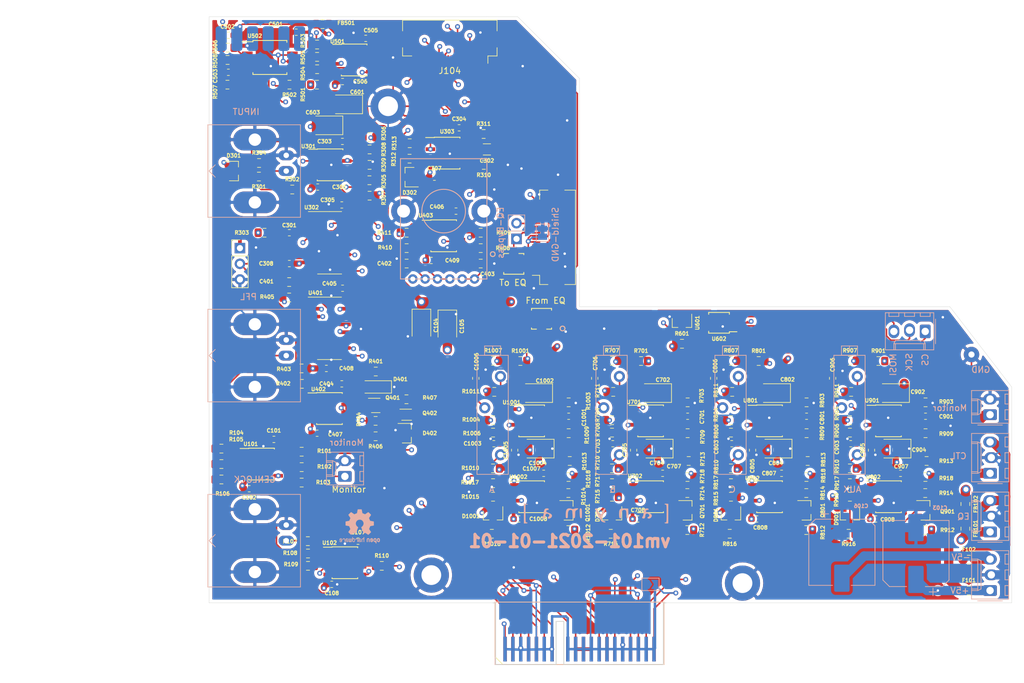
<source format=kicad_pcb>
(kicad_pcb (version 20171130) (host pcbnew "(5.1.5-0-10_14)")
  (layers (0 F.Cu signal) (1 In1.Cu signal) (2 In2.Cu signal) (31 B.Cu signal) (34 B.Paste user) (35 F.Paste user) (36 B.SilkS user) (37 F.SilkS user) (38 B.Mask user) (39 F.Mask user) (44 Edge.Cuts user))
  (net 0 "")
  (net 1 +5V)
  (net 2 GND)
  (net 3 -5V)
  (net 4 "Net-(C103-Pad1)")
  (net 5 "Net-(C106-Pad2)")
  (net 6 "Net-(C301-Pad2)")
  (net 7 "Net-(C301-Pad1)")
  (net 8 "Net-(C302-Pad2)")
  (net 9 colorburst)
  (net 10 /Resyncer/OUTPUT)
  (net 11 "Net-(C402-Pad1)")
  (net 12 "Net-(C403-Pad1)")
  (net 13 VCC)
  (net 14 "Net-(C502-Pad1)")
  (net 15 "Net-(C503-Pad1)")
  (net 16 "Net-(C703-Pad2)")
  (net 17 "Net-(C706-Pad2)")
  (net 18 "Net-(C803-Pad2)")
  (net 19 "Net-(C806-Pad2)")
  (net 20 "Net-(C903-Pad2)")
  (net 21 "Net-(C906-Pad2)")
  (net 22 "Net-(C1003-Pad2)")
  (net 23 "Net-(C1006-Pad2)")
  (net 24 "Net-(D301-Pad3)")
  (net 25 "Net-(D302-Pad3)")
  (net 26 "Net-(D401-Pad2)")
  (net 27 "Net-(D402-Pad1)")
  (net 28 "Net-(D701-Pad3)")
  (net 29 "Net-(D801-Pad3)")
  (net 30 "Net-(D901-Pad3)")
  (net 31 "Net-(D1001-Pad3)")
  (net 32 /supply+)
  (net 33 /supply-)
  (net 34 /Input-Clamp/INPUT-Composite)
  (net 35 "Net-(J102-Pad1)")
  (net 36 dry~wet~)
  (net 37 "Net-(J103-Pad1)")
  (net 38 /bias)
  (net 39 /scale)
  (net 40 /from_eq)
  (net 41 /to_eq)
  (net 42 /hi_clip1)
  (net 43 /hi_clip2)
  (net 44 /lo_clip2)
  (net 45 /lo_clip1)
  (net 46 /compa-out)
  (net 47 /siff-in)
  (net 48 cv_d)
  (net 49 cv_c)
  (net 50 cv_b)
  (net 51 cv_a)
  (net 52 pixels)
  (net 53 /output-frontpanel)
  (net 54 "Net-(J105-Pad1)")
  (net 55 "Net-(J106-Pad1)")
  (net 56 "Net-(J111-Pad1)")
  (net 57 out_d)
  (net 58 out_c)
  (net 59 out_b)
  (net 60 out_a)
  (net 61 genlock)
  (net 62 vsync)
  (net 63 hsync)
  (net 64 porch)
  (net 65 /Mixer/mosi)
  (net 66 /Mixer/sck)
  (net 67 /Mixer/dac_select)
  (net 68 "Net-(Q401-Pad2)")
  (net 69 "Net-(Q401-Pad4)")
  (net 70 "Net-(Q701-PadB)")
  (net 71 "Net-(Q701-PadE)")
  (net 72 "Net-(Q701-PadC)")
  (net 73 "Net-(Q801-PadB)")
  (net 74 "Net-(Q801-PadE)")
  (net 75 "Net-(Q801-PadC)")
  (net 76 "Net-(Q901-PadB)")
  (net 77 "Net-(Q901-PadE)")
  (net 78 "Net-(Q901-PadC)")
  (net 79 "Net-(Q1001-PadB)")
  (net 80 "Net-(Q1001-PadE)")
  (net 81 "Net-(Q1001-PadC)")
  (net 82 "Net-(R101-Pad1)")
  (net 83 "Net-(R102-Pad2)")
  (net 84 "Net-(R104-Pad1)")
  (net 85 "Net-(R105-Pad2)")
  (net 86 "Net-(R107-Pad1)")
  (net 87 "Net-(R108-Pad2)")
  (net 88 "Net-(R110-Pad1)")
  (net 89 "Net-(R302-Pad2)")
  (net 90 "Net-(R303-Pad2)")
  (net 91 "Net-(R305-Pad2)")
  (net 92 /Input-Clamp/clamped)
  (net 93 dry)
  (net 94 "Net-(R307-Pad1)")
  (net 95 "Net-(R308-Pad1)")
  (net 96 "Net-(R310-Pad2)")
  (net 97 /Resyncer/synctip)
  (net 98 "Net-(R405-Pad2)")
  (net 99 "Net-(R406-Pad2)")
  (net 100 "Net-(R408-Pad1)")
  (net 101 "Net-(R409-Pad1)")
  (net 102 "Net-(R410-Pad1)")
  (net 103 delayed_burst)
  (net 104 "Net-(R501-Pad1)")
  (net 105 /Levelmeter/mosi)
  (net 106 "Net-(R503-Pad2)")
  (net 107 "Net-(R504-Pad2)")
  (net 108 "Net-(R504-Pad1)")
  (net 109 "Net-(R506-Pad2)")
  (net 110 "Net-(R508-Pad2)")
  (net 111 "Net-(R601-Pad2)")
  (net 112 "Net-(R701-Pad1)")
  (net 113 "Net-(R703-Pad1)")
  (net 114 "Net-(R704-Pad2)")
  (net 115 "Net-(R709-Pad2)")
  (net 116 "Net-(R710-Pad1)")
  (net 117 "Net-(R711-Pad2)")
  (net 118 /Mixer/dac_b)
  (net 119 "Net-(R713-Pad1)")
  (net 120 "Net-(R801-Pad1)")
  (net 121 "Net-(R803-Pad1)")
  (net 122 "Net-(R804-Pad2)")
  (net 123 "Net-(R809-Pad2)")
  (net 124 "Net-(R810-Pad1)")
  (net 125 "Net-(R811-Pad2)")
  (net 126 /Mixer/dac_c)
  (net 127 "Net-(R813-Pad1)")
  (net 128 "Net-(R901-Pad1)")
  (net 129 "Net-(R903-Pad1)")
  (net 130 "Net-(R904-Pad2)")
  (net 131 "Net-(R909-Pad2)")
  (net 132 "Net-(R910-Pad1)")
  (net 133 "Net-(R911-Pad2)")
  (net 134 /Mixer/dac_d)
  (net 135 "Net-(R913-Pad1)")
  (net 136 "Net-(R1001-Pad1)")
  (net 137 "Net-(R1003-Pad1)")
  (net 138 "Net-(R1004-Pad2)")
  (net 139 "Net-(R1009-Pad2)")
  (net 140 "Net-(R1010-Pad1)")
  (net 141 "Net-(R1011-Pad2)")
  (net 142 /Mixer/dac_a)
  (net 143 "Net-(R1013-Pad1)")
  (net 144 preview_burst)
  (net 145 "Net-(U401-Pad15)")
  (net 146 "Net-(U401-Pad1)")
  (net 147 /Resyncer/clipper_out)
  (net 148 /Levelmeter/miso)
  (net 149 /Levelmeter/reset)
  (module Connector_FFC-FPC:Hirose_FH12-24S-0.5SH_1x24-1MP_P0.50mm_Horizontal (layer F.Cu) (at 89 10.05 180)
    (fp_text reference J104 (at 0 -3.7) (layer F.SilkS))
    (fp_text value Conn_01x24_Shielded)
    (pad 24 smd rect (at 5.75 -1.85 180) (size 0.3 1.3) (layers F.Cu F.Paste F.Mask) (net 47 /siff-in))
    (pad 23 smd rect (at 5.25 -1.85 180) (size 0.3 1.3) (layers F.Cu F.Paste F.Mask) (net 2 GND))
    (pad 22 smd rect (at 4.75 -1.85 180) (size 0.3 1.3) (layers F.Cu F.Paste F.Mask) (net 38 /bias))
    (pad 21 smd rect (at 4.25 -1.85 180) (size 0.3 1.3) (layers F.Cu F.Paste F.Mask) (net 2 GND))
    (pad 20 smd rect (at 3.75 -1.85 180) (size 0.3 1.3) (layers F.Cu F.Paste F.Mask) (net 39 /scale))
    (pad 19 smd rect (at 3.25 -1.85 180) (size 0.3 1.3) (layers F.Cu F.Paste F.Mask) (net 2 GND))
    (pad 18 smd rect (at 2.75 -1.85 180) (size 0.3 1.3) (layers F.Cu F.Paste F.Mask) (net 48 cv_d))
    (pad 17 smd rect (at 2.25 -1.85 180) (size 0.3 1.3) (layers F.Cu F.Paste F.Mask) (net 2 GND))
    (pad 16 smd rect (at 1.75 -1.85 180) (size 0.3 1.3) (layers F.Cu F.Paste F.Mask) (net 49 cv_c))
    (pad 15 smd rect (at 1.25 -1.85 180) (size 0.3 1.3) (layers F.Cu F.Paste F.Mask) (net 2 GND))
    (pad 14 smd rect (at 0.75 -1.85 180) (size 0.3 1.3) (layers F.Cu F.Paste F.Mask) (net 50 cv_b))
    (pad 13 smd rect (at 0.25 -1.85 180) (size 0.3 1.3) (layers F.Cu F.Paste F.Mask) (net 2 GND))
    (pad 12 smd rect (at -0.25 -1.85 180) (size 0.3 1.3) (layers F.Cu F.Paste F.Mask) (net 51 cv_a))
    (pad 11 smd rect (at -0.75 -1.85 180) (size 0.3 1.3) (layers F.Cu F.Paste F.Mask) (net 13 VCC))
    (pad 10 smd rect (at -1.25 -1.85 180) (size 0.3 1.3) (layers F.Cu F.Paste F.Mask) (net 52 pixels))
    (pad 9 smd rect (at -1.75 -1.85 180) (size 0.3 1.3) (layers F.Cu F.Paste F.Mask) (net 2 GND))
    (pad 8 smd rect (at -2.25 -1.85 180) (size 0.3 1.3) (layers F.Cu F.Paste F.Mask) (net 42 /hi_clip1))
    (pad 7 smd rect (at -2.75 -1.85 180) (size 0.3 1.3) (layers F.Cu F.Paste F.Mask) (net 43 /hi_clip2))
    (pad 6 smd rect (at -3.25 -1.85 180) (size 0.3 1.3) (layers F.Cu F.Paste F.Mask) (net 53 /output-frontpanel))
    (pad 5 smd rect (at -3.75 -1.85 180) (size 0.3 1.3) (layers F.Cu F.Paste F.Mask) (net 44 /lo_clip2))
    (pad 4 smd rect (at -4.25 -1.85 180) (size 0.3 1.3) (layers F.Cu F.Paste F.Mask) (net 45 /lo_clip1))
    (pad 3 smd rect (at -4.75 -1.85 180) (size 0.3 1.3) (layers F.Cu F.Paste F.Mask) (net 2 GND))
    (pad 2 smd rect (at -5.25 -1.85 180) (size 0.3 1.3) (layers F.Cu F.Paste F.Mask) (net 46 /compa-out))
    (pad 1 smd rect (at -5.75 -1.85 180) (size 0.3 1.3) (layers F.Cu F.Paste F.Mask) (net 2 GND))
    (pad MP smd rect (at -7.65 1.4 180) (size 1.8 2.2) (layers F.Cu F.Paste F.Mask))
    (pad MP smd rect (at 7.65 1.4 180) (size 1.8 2.2) (layers F.Cu F.Paste F.Mask))
  )
  (module Jumper:SolderJumper-2_P1.3mm_Bridged_Pad1.0x1.5mm (layer B.Cu) (at 104 40 270)
    (fp_text reference JP102 hide)
    (fp_text value Jumper)
    (fp_poly (pts (xy -0.25 0.3) (xy 0.25 0.3) (xy 0.25 -0.3) (xy -0.25 -0.3)) (layer B.Cu) (width 0))
    (pad 2 smd rect (at 0.65 0 270) (size 1 1.5) (layers B.Cu B.Mask) (net 37 "Net-(J103-Pad1)"))
    (pad 1 smd rect (at -0.65 0 270) (size 1 1.5) (layers B.Cu B.Mask) (net 2 GND))
  )
  (module synkie_footprints:TE_UMCC_2337019-1 (layer F.Cu) (at 103.852499 53.950601 180)
    (fp_text reference J115 hide)
    (fp_text value TE_UMCC_2337019-1 hide)
    (pad 1 smd rect (at 0 -1.5744 180) (size 1 1.05) (layers F.Cu F.Paste F.Mask) (net 40 /from_eq))
    (pad 2 smd rect (at -1.497501 -0.049399 180) (size 1.0414 2.2098) (layers F.Cu F.Paste F.Mask))
    (pad 3 smd rect (at 1.497501 -0.049399 180) (size 1.0414 2.2098) (layers F.Cu F.Paste F.Mask))
  )
  (module synkie_footprints:TE_UMCC_2337019-1 (layer F.Cu) (at 99.352499 45.049399)
    (fp_text reference J114 hide)
    (fp_text value TE_UMCC_2337019-1 hide)
    (pad 1 smd rect (at 0 -1.5744) (size 1 1.05) (layers F.Cu F.Paste F.Mask) (net 41 /to_eq))
    (pad 2 smd rect (at -1.497501 -0.049399) (size 1.0414 2.2098) (layers F.Cu F.Paste F.Mask) (net 2 GND))
    (pad 3 smd rect (at 1.497501 -0.049399) (size 1.0414 2.2098) (layers F.Cu F.Paste F.Mask) (net 2 GND))
  )
  (module synkie_footprints:CP_EIA-3528-21_Kemet-B_Pad1.50x2.35mm_HandSolder (layer F.Cu) (at 88.6 55.175 270)
    (fp_text reference C105 (at 0 -2.35 270) (layer F.SilkS) (effects (font (size 0.6 0.6))))
    (fp_text value 10u)
    (pad 2 smd roundrect (at 1.625 0 270) (size 1.5 2.35) (layers F.Cu F.Paste F.Mask) (roundrect_rratio 0.166667) (net 3 -5V))
    (pad 1 smd roundrect (at -1.625 0 270) (size 1.5 2.35) (layers F.Cu F.Paste F.Mask) (roundrect_rratio 0.166667) (net 2 GND))
  )
  (module Jumper:SolderJumper-2_P1.3mm_Open_TrianglePad1.0x1.5mm (layer B.Cu) (at 121.5 97)
    (fp_text reference JP103 hide)
    (fp_text value Jumper)
    (pad 1 smd custom (at -0.725 0) (size 0.3 0.3) (layers B.Cu B.Mask) (net 2 GND) (options (clearance outline) (anchor rect)) (primitives (gr_poly (pts (xy -0.5 0.75) (xy 0.5 0.75) (xy 1 0) (xy 0.5 -0.75) (xy -0.5 -0.75)) (width 0))))
    (pad 2 smd custom (at 0.725 0) (size 0.3 0.3) (layers B.Cu B.Mask) (net 56 "Net-(J111-Pad1)") (options (clearance outline) (anchor rect)) (primitives (gr_poly (pts (xy -0.65 0.75) (xy 0.5 0.75) (xy 0.5 -0.75) (xy -0.65 -0.75) (xy -0.15 0)) (width 0))))
  )
  (module synkie_footprints:C_0805_2012Metric_Pad1.15x1.40mm_HandSolder (layer F.Cu) (at 94 45)
    (fp_text reference C403 (at 1.1 1.7) (layer F.SilkS) (effects (font (size 0.6 0.6))))
    (fp_text value 10p)
    (pad 2 smd roundrect (at 1.025 0) (size 1.15 1.4) (layers F.Cu F.Paste F.Mask) (roundrect_rratio 0.217391) (net 2 GND))
    (pad 1 smd roundrect (at -1.025 0) (size 1.15 1.4) (layers F.Cu F.Paste F.Mask) (roundrect_rratio 0.217391) (net 12 "Net-(C403-Pad1)"))
  )
  (module Capacitor_SMD:CP_Elec_10x10.5 (layer B.Cu) (at 152.5 91.8 270)
    (fp_text reference C106 (at -7.5 -3.1 180) (layer B.SilkS) (effects (font (size 0.6 0.6)) (justify mirror)))
    (fp_text value 220u)
    (pad 2 smd roundrect (at 4.2 0 270) (size 4.4 2.5) (layers B.Cu B.Paste B.Mask) (roundrect_rratio 0.1) (net 5 "Net-(C106-Pad2)"))
    (pad 1 smd roundrect (at -4.2 0 270) (size 4.4 2.5) (layers B.Cu B.Paste B.Mask) (roundrect_rratio 0.1) (net 2 GND))
  )
  (module Capacitor_SMD:CP_Elec_10x10.5 (layer B.Cu) (at 164.5 92 90)
    (fp_text reference C103 (at 7.4 3.9) (layer B.SilkS) (effects (font (size 0.6 0.6)) (justify mirror)))
    (fp_text value 220u)
    (pad 2 smd roundrect (at 4.2 0 90) (size 4.4 2.5) (layers B.Cu B.Paste B.Mask) (roundrect_rratio 0.1) (net 2 GND))
    (pad 1 smd roundrect (at -4.2 0 90) (size 4.4 2.5) (layers B.Cu B.Paste B.Mask) (roundrect_rratio 0.1) (net 4 "Net-(C103-Pad1)"))
  )
  (module anyma_footprints:Pinhead_SMD_6 (layer B.Cu) (at 54.5 6 270)
    (fp_text reference U503 hide)
    (fp_text value AnymaISP)
    (pad 6 smd roundrect (at 2.54 -10.16 270) (size 4 1.8) (layers B.Cu B.Paste B.Mask) (net 105 /Levelmeter/mosi))
    (pad 5 smd roundrect (at 2.54 -7.62 270) (size 4 1.8) (layers B.Cu B.Paste B.Mask) (net 148 /Levelmeter/miso))
    (pad 4 smd roundrect (at 2.54 -5.08 270) (size 4 1.8) (layers B.Cu B.Paste B.Mask) (net 62 vsync))
    (pad 3 smd roundrect (at 2.54 -2.54 270) (size 4 1.8) (layers B.Cu B.Paste B.Mask) (net 149 /Levelmeter/reset))
    (pad 2 smd roundrect (at 2.54 0 270) (size 4 1.8) (layers B.Cu B.Paste B.Mask) (net 13 VCC))
    (pad 1 smd roundrect (at 2.54 2.54 270) (size 4 1.8) (layers B.Cu B.Paste B.Mask) (net 2 GND))
  )
  (module synkie_footprints:C_0603_1608Metric_Pad1.05x0.95mm_HandSolder (layer F.Cu) (at 69.875 97 180)
    (fp_text reference C108 (at 0 -1.43) (layer F.SilkS) (effects (font (size 0.6 0.6))))
    (fp_text value 100n)
    (pad 2 smd roundrect (at 0.875 0 180) (size 1.05 0.95) (layers F.Cu F.Paste F.Mask) (net 3 -5V))
    (pad 1 smd roundrect (at -0.875 0 180) (size 1.05 0.95) (layers F.Cu F.Paste F.Mask) (net 2 GND))
  )
  (module synkie_footprints:C_0603_1608Metric_Pad1.05x0.95mm_HandSolder (layer F.Cu) (at 74.125 90)
    (fp_text reference C107 (at 0 -1.43) (layer F.SilkS) (effects (font (size 0.6 0.6))))
    (fp_text value 100n)
    (pad 2 smd roundrect (at 0.875 0) (size 1.05 0.95) (layers F.Cu F.Paste F.Mask) (net 1 +5V))
    (pad 1 smd roundrect (at -0.875 0) (size 1.05 0.95) (layers F.Cu F.Paste F.Mask) (net 2 GND))
  )
  (module Symbol:OSHW-Logo2_7.3x6mm_SilkScreen (layer B.Cu) (at 74.4 87.6 180)
    (fp_text reference U1004 hide)
    (fp_text value LOGO hide)
  )
  (module anyma_footprints:logo_anyma (layer B.Cu) (at 112.6 85.6 180)
    (fp_text reference U1003 hide)
    (fp_text value LOGO hide)
  )
  (module synkie_footprints:SOIC-8_3.9x4.9mm_P1.27mm (layer F.Cu) (at 102.25 82.8)
    (fp_text reference U1002 (at -2.15 -3.225) (layer F.SilkS) (effects (font (size 0.6 0.6))))
    (fp_text value LMH6643)
    (pad 8 smd rect (at 2.7 -1.905) (size 1.55 0.6) (layers F.Cu F.Paste F.Mask) (net 1 +5V))
    (pad 7 smd rect (at 2.7 -0.635) (size 1.55 0.6) (layers F.Cu F.Paste F.Mask) (net 79 "Net-(Q1001-PadB)"))
    (pad 6 smd rect (at 2.7 0.635) (size 1.55 0.6) (layers F.Cu F.Paste F.Mask) (net 143 "Net-(R1013-Pad1)"))
    (pad 5 smd rect (at 2.7 1.905) (size 1.55 0.6) (layers F.Cu F.Paste F.Mask) (net 2 GND))
    (pad 4 smd rect (at -2.7 1.905) (size 1.55 0.6) (layers F.Cu F.Paste F.Mask) (net 3 -5V))
    (pad 3 smd rect (at -2.7 0.635) (size 1.55 0.6) (layers F.Cu F.Paste F.Mask) (net 23 "Net-(C1006-Pad2)"))
    (pad 2 smd rect (at -2.7 -0.635) (size 1.55 0.6) (layers F.Cu F.Paste F.Mask) (net 138 "Net-(R1004-Pad2)"))
    (pad 1 smd rect (at -2.7 -1.905) (size 1.55 0.6) (layers F.Cu F.Paste F.Mask) (net 138 "Net-(R1004-Pad2)"))
  )
  (module synkie_footprints:SOIC-8_3.9x4.9mm_P1.27mm (layer F.Cu) (at 102.25 70.5)
    (fp_text reference U1001 (at -3.25 -3) (layer F.SilkS) (effects (font (size 0.6 0.6))))
    (fp_text value LT1228)
    (pad 8 smd rect (at 2.7 -1.905) (size 1.55 0.6) (layers F.Cu F.Paste F.Mask) (net 137 "Net-(R1003-Pad1)"))
    (pad 7 smd rect (at 2.7 -0.635) (size 1.55 0.6) (layers F.Cu F.Paste F.Mask) (net 1 +5V))
    (pad 6 smd rect (at 2.7 0.635) (size 1.55 0.6) (layers F.Cu F.Paste F.Mask))
    (pad 5 smd rect (at 2.7 1.905) (size 1.55 0.6) (layers F.Cu F.Paste F.Mask) (net 139 "Net-(R1009-Pad2)"))
    (pad 4 smd rect (at -2.7 1.905) (size 1.55 0.6) (layers F.Cu F.Paste F.Mask) (net 3 -5V))
    (pad 3 smd rect (at -2.7 0.635) (size 1.55 0.6) (layers F.Cu F.Paste F.Mask) (net 136 "Net-(R1001-Pad1)"))
    (pad 2 smd rect (at -2.7 -0.635) (size 1.55 0.6) (layers F.Cu F.Paste F.Mask) (net 22 "Net-(C1003-Pad2)"))
    (pad 1 smd rect (at -2.7 -1.905) (size 1.55 0.6) (layers F.Cu F.Paste F.Mask) (net 60 out_a))
  )
  (module synkie_footprints:SOIC-8_3.9x4.9mm_P1.27mm (layer F.Cu) (at 160.05 82.8)
    (fp_text reference U902 (at -2.45 -3.2) (layer F.SilkS) (effects (font (size 0.6 0.6))))
    (fp_text value LMH6643)
    (pad 8 smd rect (at 2.7 -1.905) (size 1.55 0.6) (layers F.Cu F.Paste F.Mask) (net 1 +5V))
    (pad 7 smd rect (at 2.7 -0.635) (size 1.55 0.6) (layers F.Cu F.Paste F.Mask) (net 76 "Net-(Q901-PadB)"))
    (pad 6 smd rect (at 2.7 0.635) (size 1.55 0.6) (layers F.Cu F.Paste F.Mask) (net 135 "Net-(R913-Pad1)"))
    (pad 5 smd rect (at 2.7 1.905) (size 1.55 0.6) (layers F.Cu F.Paste F.Mask) (net 2 GND))
    (pad 4 smd rect (at -2.7 1.905) (size 1.55 0.6) (layers F.Cu F.Paste F.Mask) (net 3 -5V))
    (pad 3 smd rect (at -2.7 0.635) (size 1.55 0.6) (layers F.Cu F.Paste F.Mask) (net 21 "Net-(C906-Pad2)"))
    (pad 2 smd rect (at -2.7 -0.635) (size 1.55 0.6) (layers F.Cu F.Paste F.Mask) (net 130 "Net-(R904-Pad2)"))
    (pad 1 smd rect (at -2.7 -1.905) (size 1.55 0.6) (layers F.Cu F.Paste F.Mask) (net 130 "Net-(R904-Pad2)"))
  )
  (module synkie_footprints:SOIC-8_3.9x4.9mm_P1.27mm (layer F.Cu) (at 160.05 70.5)
    (fp_text reference U901 (at -2.65 -3.3) (layer F.SilkS) (effects (font (size 0.6 0.6))))
    (fp_text value LT1228)
    (pad 8 smd rect (at 2.7 -1.905) (size 1.55 0.6) (layers F.Cu F.Paste F.Mask) (net 129 "Net-(R903-Pad1)"))
    (pad 7 smd rect (at 2.7 -0.635) (size 1.55 0.6) (layers F.Cu F.Paste F.Mask) (net 1 +5V))
    (pad 6 smd rect (at 2.7 0.635) (size 1.55 0.6) (layers F.Cu F.Paste F.Mask))
    (pad 5 smd rect (at 2.7 1.905) (size 1.55 0.6) (layers F.Cu F.Paste F.Mask) (net 131 "Net-(R909-Pad2)"))
    (pad 4 smd rect (at -2.7 1.905) (size 1.55 0.6) (layers F.Cu F.Paste F.Mask) (net 3 -5V))
    (pad 3 smd rect (at -2.7 0.635) (size 1.55 0.6) (layers F.Cu F.Paste F.Mask) (net 128 "Net-(R901-Pad1)"))
    (pad 2 smd rect (at -2.7 -0.635) (size 1.55 0.6) (layers F.Cu F.Paste F.Mask) (net 20 "Net-(C903-Pad2)"))
    (pad 1 smd rect (at -2.7 -1.905) (size 1.55 0.6) (layers F.Cu F.Paste F.Mask) (net 57 out_d))
  )
  (module synkie_footprints:SOIC-8_3.9x4.9mm_P1.27mm (layer F.Cu) (at 140.783332 82.8)
    (fp_text reference U802 (at -2.783332 -3) (layer F.SilkS) (effects (font (size 0.6 0.6))))
    (fp_text value LMH6643)
    (pad 8 smd rect (at 2.7 -1.905) (size 1.55 0.6) (layers F.Cu F.Paste F.Mask) (net 1 +5V))
    (pad 7 smd rect (at 2.7 -0.635) (size 1.55 0.6) (layers F.Cu F.Paste F.Mask) (net 73 "Net-(Q801-PadB)"))
    (pad 6 smd rect (at 2.7 0.635) (size 1.55 0.6) (layers F.Cu F.Paste F.Mask) (net 127 "Net-(R813-Pad1)"))
    (pad 5 smd rect (at 2.7 1.905) (size 1.55 0.6) (layers F.Cu F.Paste F.Mask) (net 2 GND))
    (pad 4 smd rect (at -2.7 1.905) (size 1.55 0.6) (layers F.Cu F.Paste F.Mask) (net 3 -5V))
    (pad 3 smd rect (at -2.7 0.635) (size 1.55 0.6) (layers F.Cu F.Paste F.Mask) (net 19 "Net-(C806-Pad2)"))
    (pad 2 smd rect (at -2.7 -0.635) (size 1.55 0.6) (layers F.Cu F.Paste F.Mask) (net 122 "Net-(R804-Pad2)"))
    (pad 1 smd rect (at -2.7 -1.905) (size 1.55 0.6) (layers F.Cu F.Paste F.Mask) (net 122 "Net-(R804-Pad2)"))
  )
  (module synkie_footprints:SOIC-8_3.9x4.9mm_P1.27mm (layer F.Cu) (at 140.783332 70.5)
    (fp_text reference U801 (at -3.083332 -3.3) (layer F.SilkS) (effects (font (size 0.6 0.6))))
    (fp_text value LT1228)
    (pad 8 smd rect (at 2.7 -1.905) (size 1.55 0.6) (layers F.Cu F.Paste F.Mask) (net 121 "Net-(R803-Pad1)"))
    (pad 7 smd rect (at 2.7 -0.635) (size 1.55 0.6) (layers F.Cu F.Paste F.Mask) (net 1 +5V))
    (pad 6 smd rect (at 2.7 0.635) (size 1.55 0.6) (layers F.Cu F.Paste F.Mask))
    (pad 5 smd rect (at 2.7 1.905) (size 1.55 0.6) (layers F.Cu F.Paste F.Mask) (net 123 "Net-(R809-Pad2)"))
    (pad 4 smd rect (at -2.7 1.905) (size 1.55 0.6) (layers F.Cu F.Paste F.Mask) (net 3 -5V))
    (pad 3 smd rect (at -2.7 0.635) (size 1.55 0.6) (layers F.Cu F.Paste F.Mask) (net 120 "Net-(R801-Pad1)"))
    (pad 2 smd rect (at -2.7 -0.635) (size 1.55 0.6) (layers F.Cu F.Paste F.Mask) (net 18 "Net-(C803-Pad2)"))
    (pad 1 smd rect (at -2.7 -1.905) (size 1.55 0.6) (layers F.Cu F.Paste F.Mask) (net 58 out_c))
  )
  (module synkie_footprints:SOIC-8_3.9x4.9mm_P1.27mm (layer F.Cu) (at 121.516666 82.8)
    (fp_text reference U702 (at -2.516666 -3.35) (layer F.SilkS) (effects (font (size 0.6 0.6))))
    (fp_text value LMH6643)
    (pad 8 smd rect (at 2.7 -1.905) (size 1.55 0.6) (layers F.Cu F.Paste F.Mask) (net 1 +5V))
    (pad 7 smd rect (at 2.7 -0.635) (size 1.55 0.6) (layers F.Cu F.Paste F.Mask) (net 70 "Net-(Q701-PadB)"))
    (pad 6 smd rect (at 2.7 0.635) (size 1.55 0.6) (layers F.Cu F.Paste F.Mask) (net 119 "Net-(R713-Pad1)"))
    (pad 5 smd rect (at 2.7 1.905) (size 1.55 0.6) (layers F.Cu F.Paste F.Mask) (net 2 GND))
    (pad 4 smd rect (at -2.7 1.905) (size 1.55 0.6) (layers F.Cu F.Paste F.Mask) (net 3 -5V))
    (pad 3 smd rect (at -2.7 0.635) (size 1.55 0.6) (layers F.Cu F.Paste F.Mask) (net 17 "Net-(C706-Pad2)"))
    (pad 2 smd rect (at -2.7 -0.635) (size 1.55 0.6) (layers F.Cu F.Paste F.Mask) (net 114 "Net-(R704-Pad2)"))
    (pad 1 smd rect (at -2.7 -1.905) (size 1.55 0.6) (layers F.Cu F.Paste F.Mask) (net 114 "Net-(R704-Pad2)"))
  )
  (module synkie_footprints:SOIC-8_3.9x4.9mm_P1.27mm (layer F.Cu) (at 121.516666 70.5)
    (fp_text reference U701 (at -2.716666 -3.05) (layer F.SilkS) (effects (font (size 0.6 0.6))))
    (fp_text value LT1228)
    (pad 8 smd rect (at 2.7 -1.905) (size 1.55 0.6) (layers F.Cu F.Paste F.Mask) (net 113 "Net-(R703-Pad1)"))
    (pad 7 smd rect (at 2.7 -0.635) (size 1.55 0.6) (layers F.Cu F.Paste F.Mask) (net 1 +5V))
    (pad 6 smd rect (at 2.7 0.635) (size 1.55 0.6) (layers F.Cu F.Paste F.Mask))
    (pad 5 smd rect (at 2.7 1.905) (size 1.55 0.6) (layers F.Cu F.Paste F.Mask) (net 115 "Net-(R709-Pad2)"))
    (pad 4 smd rect (at -2.7 1.905) (size 1.55 0.6) (layers F.Cu F.Paste F.Mask) (net 3 -5V))
    (pad 3 smd rect (at -2.7 0.635) (size 1.55 0.6) (layers F.Cu F.Paste F.Mask) (net 112 "Net-(R701-Pad1)"))
    (pad 2 smd rect (at -2.7 -0.635) (size 1.55 0.6) (layers F.Cu F.Paste F.Mask) (net 16 "Net-(C703-Pad2)"))
    (pad 1 smd rect (at -2.7 -1.905) (size 1.55 0.6) (layers F.Cu F.Paste F.Mask) (net 59 out_b))
  )
  (module Package_SO:MSOP-10_3x3mm_P0.5mm (layer F.Cu) (at 132.6 54.6 180)
    (fp_text reference U602 (at 0 -2.6) (layer F.SilkS) (effects (font (size 0.6 0.6))))
    (fp_text value MAX5741)
    (pad 10 smd rect (at 2.2 -1 180) (size 1.4 0.3) (layers F.Cu F.Paste F.Mask) (net 134 /Mixer/dac_d))
    (pad 9 smd rect (at 2.2 -0.5 180) (size 1.4 0.3) (layers F.Cu F.Paste F.Mask) (net 126 /Mixer/dac_c))
    (pad 8 smd rect (at 2.2 0 180) (size 1.4 0.3) (layers F.Cu F.Paste F.Mask) (net 118 /Mixer/dac_b))
    (pad 7 smd rect (at 2.2 0.5 180) (size 1.4 0.3) (layers F.Cu F.Paste F.Mask) (net 142 /Mixer/dac_a))
    (pad 6 smd rect (at 2.2 1 180) (size 1.4 0.3) (layers F.Cu F.Paste F.Mask) (net 111 "Net-(R601-Pad2)"))
    (pad 5 smd rect (at -2.2 1 180) (size 1.4 0.3) (layers F.Cu F.Paste F.Mask) (net 65 /Mixer/mosi))
    (pad 4 smd rect (at -2.2 0.5 180) (size 1.4 0.3) (layers F.Cu F.Paste F.Mask) (net 2 GND))
    (pad 3 smd rect (at -2.2 0 180) (size 1.4 0.3) (layers F.Cu F.Paste F.Mask) (net 1 +5V))
    (pad 2 smd rect (at -2.2 -0.5 180) (size 1.4 0.3) (layers F.Cu F.Paste F.Mask) (net 66 /Mixer/sck))
    (pad 1 smd rect (at -2.2 -1 180) (size 1.4 0.3) (layers F.Cu F.Paste F.Mask) (net 67 /Mixer/dac_select))
  )
  (module synkie_footprints:SOT-23 (layer F.Cu) (at 126.6 54.6 270)
    (fp_text reference U601 (at 0 -2.5 90) (layer F.SilkS) (effects (font (size 0.6 0.6))))
    (fp_text value ADR510)
    (pad 3 smd rect (at 1 0 270) (size 0.9 0.8) (layers F.Cu F.Paste F.Mask))
    (pad 2 smd rect (at -1 0.95 270) (size 0.9 0.8) (layers F.Cu F.Paste F.Mask) (net 2 GND))
    (pad 1 smd rect (at -1 -0.95 270) (size 0.9 0.8) (layers F.Cu F.Paste F.Mask) (net 111 "Net-(R601-Pad2)"))
  )
  (module Package_SO:SOIJ-8_5.3x5.3mm_P1.27mm (layer F.Cu) (at 59.85 11.595)
    (fp_text reference U502 (at -2.45 -3.495) (layer F.SilkS) (effects (font (size 0.6 0.6))))
    (fp_text value ATtiny85-20SU)
    (pad 8 smd rect (at 3.65 -1.905) (size 1.7 0.65) (layers F.Cu F.Paste F.Mask) (net 13 VCC))
    (pad 7 smd rect (at 3.65 -0.635) (size 1.7 0.65) (layers F.Cu F.Paste F.Mask) (net 62 vsync))
    (pad 6 smd rect (at 3.65 0.635) (size 1.7 0.65) (layers F.Cu F.Paste F.Mask) (net 148 /Levelmeter/miso))
    (pad 5 smd rect (at 3.65 1.905) (size 1.7 0.65) (layers F.Cu F.Paste F.Mask) (net 105 /Levelmeter/mosi))
    (pad 4 smd rect (at -3.65 1.905) (size 1.7 0.65) (layers F.Cu F.Paste F.Mask) (net 2 GND))
    (pad 3 smd rect (at -3.65 0.635) (size 1.7 0.65) (layers F.Cu F.Paste F.Mask) (net 110 "Net-(R508-Pad2)"))
    (pad 2 smd rect (at -3.65 -0.635) (size 1.7 0.65) (layers F.Cu F.Paste F.Mask) (net 109 "Net-(R506-Pad2)"))
    (pad 1 smd rect (at -3.65 -1.905) (size 1.7 0.65) (layers F.Cu F.Paste F.Mask) (net 149 /Levelmeter/reset))
  )
  (module synkie_footprints:SOIC-8_3.9x4.9mm_P1.27mm (layer F.Cu) (at 73.5 12)
    (fp_text reference U501 (at -2.7 -3) (layer F.SilkS) (effects (font (size 0.6 0.6))))
    (fp_text value Opamp_Dual_Generic)
    (pad 8 smd rect (at 2.7 -1.905) (size 1.55 0.6) (layers F.Cu F.Paste F.Mask) (net 1 +5V))
    (pad 7 smd rect (at 2.7 -0.635) (size 1.55 0.6) (layers F.Cu F.Paste F.Mask) (net 107 "Net-(R504-Pad2)"))
    (pad 6 smd rect (at 2.7 0.635) (size 1.55 0.6) (layers F.Cu F.Paste F.Mask) (net 107 "Net-(R504-Pad2)"))
    (pad 5 smd rect (at 2.7 1.905) (size 1.55 0.6) (layers F.Cu F.Paste F.Mask) (net 40 /from_eq))
    (pad 4 smd rect (at -2.7 1.905) (size 1.55 0.6) (layers F.Cu F.Paste F.Mask) (net 3 -5V))
    (pad 3 smd rect (at -2.7 0.635) (size 1.55 0.6) (layers F.Cu F.Paste F.Mask) (net 104 "Net-(R501-Pad1)"))
    (pad 2 smd rect (at -2.7 -0.635) (size 1.55 0.6) (layers F.Cu F.Paste F.Mask) (net 108 "Net-(R504-Pad1)"))
    (pad 1 smd rect (at -2.7 -1.905) (size 1.55 0.6) (layers F.Cu F.Paste F.Mask) (net 106 "Net-(R503-Pad2)"))
  )
  (module synkie_footprints:SOIC-8_3.9x4.9mm_P1.27mm (layer F.Cu) (at 88 40.5)
    (fp_text reference U403 (at -2.9 -3.3) (layer F.SilkS) (effects (font (size 0.6 0.6))))
    (fp_text value LMH6643)
    (pad 8 smd rect (at 2.7 -1.905) (size 1.55 0.6) (layers F.Cu F.Paste F.Mask) (net 1 +5V))
    (pad 7 smd rect (at 2.7 -0.635) (size 1.55 0.6) (layers F.Cu F.Paste F.Mask) (net 101 "Net-(R409-Pad1)"))
    (pad 6 smd rect (at 2.7 0.635) (size 1.55 0.6) (layers F.Cu F.Paste F.Mask) (net 100 "Net-(R408-Pad1)"))
    (pad 5 smd rect (at 2.7 1.905) (size 1.55 0.6) (layers F.Cu F.Paste F.Mask) (net 12 "Net-(C403-Pad1)"))
    (pad 4 smd rect (at -2.7 1.905) (size 1.55 0.6) (layers F.Cu F.Paste F.Mask) (net 3 -5V))
    (pad 3 smd rect (at -2.7 0.635) (size 1.55 0.6) (layers F.Cu F.Paste F.Mask) (net 11 "Net-(C402-Pad1)"))
    (pad 2 smd rect (at -2.7 -0.635) (size 1.55 0.6) (layers F.Cu F.Paste F.Mask) (net 102 "Net-(R410-Pad1)"))
    (pad 1 smd rect (at -2.7 -1.905) (size 1.55 0.6) (layers F.Cu F.Paste F.Mask) (net 103 delayed_burst))
  )
  (module synkie_footprints:SOIC-8_3.9x4.9mm_P1.27mm (layer F.Cu) (at 69.5 68.5)
    (fp_text reference U402 (at -1.78 -3.13) (layer F.SilkS) (effects (font (size 0.6 0.6))))
    (fp_text value LMH6643)
    (pad 8 smd rect (at 2.7 -1.905) (size 1.55 0.6) (layers F.Cu F.Paste F.Mask) (net 1 +5V))
    (pad 7 smd rect (at 2.7 -0.635) (size 1.55 0.6) (layers F.Cu F.Paste F.Mask) (net 147 /Resyncer/clipper_out))
    (pad 6 smd rect (at 2.7 0.635) (size 1.55 0.6) (layers F.Cu F.Paste F.Mask) (net 147 /Resyncer/clipper_out))
    (pad 5 smd rect (at 2.7 1.905) (size 1.55 0.6) (layers F.Cu F.Paste F.Mask) (net 69 "Net-(Q401-Pad4)"))
    (pad 4 smd rect (at -2.7 1.905) (size 1.55 0.6) (layers F.Cu F.Paste F.Mask) (net 3 -5V))
    (pad 3 smd rect (at -2.7 0.635) (size 1.55 0.6) (layers F.Cu F.Paste F.Mask) (net 40 /from_eq))
    (pad 2 smd rect (at -2.7 -0.635) (size 1.55 0.6) (layers F.Cu F.Paste F.Mask) (net 99 "Net-(R406-Pad2)"))
    (pad 1 smd rect (at -2.7 -1.905) (size 1.55 0.6) (layers F.Cu F.Paste F.Mask) (net 99 "Net-(R406-Pad2)"))
  )
  (module Package_SO:SOIC-16_3.9x9.9mm_P1.27mm (layer F.Cu) (at 69.5 55.5)
    (fp_text reference U401 (at -2.25 -5.75) (layer F.SilkS) (effects (font (size 0.6 0.6))))
    (fp_text value 4053)
    (pad 16 smd roundrect (at 2.475 -4.445) (size 1.95 0.6) (layers F.Cu F.Paste F.Mask) (net 1 +5V))
    (pad 15 smd roundrect (at 2.475 -3.175) (size 1.95 0.6) (layers F.Cu F.Paste F.Mask) (net 145 "Net-(U401-Pad15)"))
    (pad 14 smd roundrect (at 2.475 -1.905) (size 1.95 0.6) (layers F.Cu F.Paste F.Mask) (net 146 "Net-(U401-Pad1)"))
    (pad 13 smd roundrect (at 2.475 -0.635) (size 1.95 0.6) (layers F.Cu F.Paste F.Mask) (net 93 dry))
    (pad 12 smd roundrect (at 2.475 0.635) (size 1.95 0.6) (layers F.Cu F.Paste F.Mask) (net 147 /Resyncer/clipper_out))
    (pad 11 smd roundrect (at 2.475 1.905) (size 1.95 0.6) (layers F.Cu F.Paste F.Mask) (net 36 dry~wet~))
    (pad 10 smd roundrect (at 2.475 3.175) (size 1.95 0.6) (layers F.Cu F.Paste F.Mask) (net 64 porch))
    (pad 9 smd roundrect (at 2.475 4.445) (size 1.95 0.6) (layers F.Cu F.Paste F.Mask) (net 63 hsync))
    (pad 8 smd roundrect (at -2.475 4.445) (size 1.95 0.6) (layers F.Cu F.Paste F.Mask) (net 2 GND))
    (pad 7 smd roundrect (at -2.475 3.175) (size 1.95 0.6) (layers F.Cu F.Paste F.Mask) (net 3 -5V))
    (pad 6 smd roundrect (at -2.475 1.905) (size 1.95 0.6) (layers F.Cu F.Paste F.Mask) (net 2 GND))
    (pad 5 smd roundrect (at -2.475 0.635) (size 1.95 0.6) (layers F.Cu F.Paste F.Mask) (net 97 /Resyncer/synctip))
    (pad 4 smd roundrect (at -2.475 -0.635) (size 1.95 0.6) (layers F.Cu F.Paste F.Mask) (net 98 "Net-(R405-Pad2)"))
    (pad 3 smd roundrect (at -2.475 -1.905) (size 1.95 0.6) (layers F.Cu F.Paste F.Mask) (net 145 "Net-(U401-Pad15)"))
    (pad 2 smd roundrect (at -2.475 -3.175) (size 1.95 0.6) (layers F.Cu F.Paste F.Mask) (net 144 preview_burst))
    (pad 1 smd roundrect (at -2.475 -4.445) (size 1.95 0.6) (layers F.Cu F.Paste F.Mask) (net 146 "Net-(U401-Pad1)"))
  )
  (module synkie_footprints:SOIC-8_3.9x4.9mm_P1.27mm (layer F.Cu) (at 88.56 27.1)
    (fp_text reference U303 (at 0 -3.5) (layer F.SilkS) (effects (font (size 0.6 0.6))))
    (fp_text value LMH6643)
    (pad 8 smd rect (at 2.7 -1.905) (size 1.55 0.6) (layers F.Cu F.Paste F.Mask) (net 1 +5V))
    (pad 7 smd rect (at 2.7 -0.635) (size 1.55 0.6) (layers F.Cu F.Paste F.Mask) (net 8 "Net-(C302-Pad2)"))
    (pad 6 smd rect (at 2.7 0.635) (size 1.55 0.6) (layers F.Cu F.Paste F.Mask) (net 8 "Net-(C302-Pad2)"))
    (pad 5 smd rect (at 2.7 1.905) (size 1.55 0.6) (layers F.Cu F.Paste F.Mask) (net 96 "Net-(R310-Pad2)"))
    (pad 4 smd rect (at -2.7 1.905) (size 1.55 0.6) (layers F.Cu F.Paste F.Mask) (net 3 -5V))
    (pad 3 smd rect (at -2.7 0.635) (size 1.55 0.6) (layers F.Cu F.Paste F.Mask) (net 25 "Net-(D302-Pad3)"))
    (pad 2 smd rect (at -2.7 -0.635) (size 1.55 0.6) (layers F.Cu F.Paste F.Mask) (net 94 "Net-(R307-Pad1)"))
    (pad 1 smd rect (at -2.7 -1.905) (size 1.55 0.6) (layers F.Cu F.Paste F.Mask) (net 94 "Net-(R307-Pad1)"))
  )
  (module Package_SO:SOIC-16_3.9x9.9mm_P1.27mm (layer F.Cu) (at 69.525 41.635)
    (fp_text reference U302 (at -2.925 -5.735) (layer F.SilkS) (effects (font (size 0.6 0.6))))
    (fp_text value 4053)
    (pad 16 smd roundrect (at 2.475 -4.445) (size 1.95 0.6) (layers F.Cu F.Paste F.Mask) (net 1 +5V))
    (pad 15 smd roundrect (at 2.475 -3.175) (size 1.95 0.6) (layers F.Cu F.Paste F.Mask) (net 144 preview_burst))
    (pad 14 smd roundrect (at 2.475 -1.905) (size 1.95 0.6) (layers F.Cu F.Paste F.Mask) (net 2 GND))
    (pad 13 smd roundrect (at 2.475 -0.635) (size 1.95 0.6) (layers F.Cu F.Paste F.Mask) (net 2 GND))
    (pad 12 smd roundrect (at 2.475 0.635) (size 1.95 0.6) (layers F.Cu F.Paste F.Mask) (net 7 "Net-(C301-Pad1)"))
    (pad 11 smd roundrect (at 2.475 1.905) (size 1.95 0.6) (layers F.Cu F.Paste F.Mask) (net 64 porch))
    (pad 10 smd roundrect (at 2.475 3.175) (size 1.95 0.6) (layers F.Cu F.Paste F.Mask) (net 36 dry~wet~))
    (pad 9 smd roundrect (at 2.475 4.445) (size 1.95 0.6) (layers F.Cu F.Paste F.Mask) (net 63 hsync))
    (pad 8 smd roundrect (at -2.475 4.445) (size 1.95 0.6) (layers F.Cu F.Paste F.Mask) (net 2 GND))
    (pad 7 smd roundrect (at -2.475 3.175) (size 1.95 0.6) (layers F.Cu F.Paste F.Mask) (net 3 -5V))
    (pad 6 smd roundrect (at -2.475 1.905) (size 1.95 0.6) (layers F.Cu F.Paste F.Mask) (net 2 GND))
    (pad 5 smd roundrect (at -2.475 0.635) (size 1.95 0.6) (layers F.Cu F.Paste F.Mask) (net 2 GND))
    (pad 4 smd roundrect (at -2.475 -0.635) (size 1.95 0.6) (layers F.Cu F.Paste F.Mask) (net 92 /Input-Clamp/clamped))
    (pad 3 smd roundrect (at -2.475 -1.905) (size 1.95 0.6) (layers F.Cu F.Paste F.Mask) (net 7 "Net-(C301-Pad1)"))
    (pad 2 smd roundrect (at -2.475 -3.175) (size 1.95 0.6) (layers F.Cu F.Paste F.Mask) (net 103 delayed_burst))
    (pad 1 smd roundrect (at -2.475 -4.445) (size 1.95 0.6) (layers F.Cu F.Paste F.Mask) (net 9 colorburst))
  )
  (module synkie_footprints:SOIC-8_3.9x4.9mm_P1.27mm (layer F.Cu) (at 69.6 29)
    (fp_text reference U301 (at -3.5 -3) (layer F.SilkS) (effects (font (size 0.6 0.6))))
    (fp_text value LMH6643)
    (pad 8 smd rect (at 2.7 -1.905) (size 1.55 0.6) (layers F.Cu F.Paste F.Mask) (net 1 +5V))
    (pad 7 smd rect (at 2.7 -0.635) (size 1.55 0.6) (layers F.Cu F.Paste F.Mask) (net 93 dry))
    (pad 6 smd rect (at 2.7 0.635) (size 1.55 0.6) (layers F.Cu F.Paste F.Mask) (net 95 "Net-(R308-Pad1)"))
    (pad 5 smd rect (at 2.7 1.905) (size 1.55 0.6) (layers F.Cu F.Paste F.Mask) (net 91 "Net-(R305-Pad2)"))
    (pad 4 smd rect (at -2.7 1.905) (size 1.55 0.6) (layers F.Cu F.Paste F.Mask) (net 3 -5V))
    (pad 3 smd rect (at -2.7 0.635) (size 1.55 0.6) (layers F.Cu F.Paste F.Mask) (net 89 "Net-(R302-Pad2)"))
    (pad 2 smd rect (at -2.7 -0.635) (size 1.55 0.6) (layers F.Cu F.Paste F.Mask) (net 90 "Net-(R303-Pad2)"))
    (pad 1 smd rect (at -2.7 -1.905) (size 1.55 0.6) (layers F.Cu F.Paste F.Mask) (net 90 "Net-(R303-Pad2)"))
  )
  (module synkie_footprints:SOIC-8_3.9x4.9mm_P1.27mm (layer F.Cu) (at 72 93.5)
    (fp_text reference U102 (at -2.48 -3.23) (layer F.SilkS) (effects (font (size 0.6 0.6))))
    (fp_text value MAX4392)
    (pad 8 smd rect (at 2.7 -1.905) (size 1.55 0.6) (layers F.Cu F.Paste F.Mask) (net 1 +5V))
    (pad 7 smd rect (at 2.7 -0.635) (size 1.55 0.6) (layers F.Cu F.Paste F.Mask) (net 88 "Net-(R110-Pad1)"))
    (pad 6 smd rect (at 2.7 0.635) (size 1.55 0.6) (layers F.Cu F.Paste F.Mask) (net 88 "Net-(R110-Pad1)"))
    (pad 5 smd rect (at 2.7 1.905) (size 1.55 0.6) (layers F.Cu F.Paste F.Mask) (net 40 /from_eq))
    (pad 4 smd rect (at -2.7 1.905) (size 1.55 0.6) (layers F.Cu F.Paste F.Mask) (net 3 -5V))
    (pad 3 smd rect (at -2.7 0.635) (size 1.55 0.6) (layers F.Cu F.Paste F.Mask) (net 61 genlock))
    (pad 2 smd rect (at -2.7 -0.635) (size 1.55 0.6) (layers F.Cu F.Paste F.Mask) (net 87 "Net-(R108-Pad2)"))
    (pad 1 smd rect (at -2.7 -1.905) (size 1.55 0.6) (layers F.Cu F.Paste F.Mask) (net 86 "Net-(R107-Pad1)"))
  )
  (module synkie_footprints:SOIC-8_3.9x4.9mm_P1.27mm (layer F.Cu) (at 58.5 77.5)
    (fp_text reference U101 (at -1.75 -3.25) (layer F.SilkS) (effects (font (size 0.6 0.6))))
    (fp_text value MAX4392)
    (pad 8 smd rect (at 2.7 -1.905) (size 1.55 0.6) (layers F.Cu F.Paste F.Mask) (net 1 +5V))
    (pad 7 smd rect (at 2.7 -0.635) (size 1.55 0.6) (layers F.Cu F.Paste F.Mask) (net 82 "Net-(R101-Pad1)"))
    (pad 6 smd rect (at 2.7 0.635) (size 1.55 0.6) (layers F.Cu F.Paste F.Mask) (net 83 "Net-(R102-Pad2)"))
    (pad 5 smd rect (at 2.7 1.905) (size 1.55 0.6) (layers F.Cu F.Paste F.Mask) (net 10 /Resyncer/OUTPUT))
    (pad 4 smd rect (at -2.7 1.905) (size 1.55 0.6) (layers F.Cu F.Paste F.Mask) (net 3 -5V))
    (pad 3 smd rect (at -2.7 0.635) (size 1.55 0.6) (layers F.Cu F.Paste F.Mask) (net 10 /Resyncer/OUTPUT))
    (pad 2 smd rect (at -2.7 -0.635) (size 1.55 0.6) (layers F.Cu F.Paste F.Mask) (net 85 "Net-(R105-Pad2)"))
    (pad 1 smd rect (at -2.7 -1.905) (size 1.55 0.6) (layers F.Cu F.Paste F.Mask) (net 84 "Net-(R104-Pad1)"))
  )
  (module Potentiometer_THT:Potentiometer_Bourns_3006P_Horizontal (layer B.Cu) (at 97.2 76 270)
    (fp_text reference RV1001 hide)
    (fp_text value 500)
    (pad 3 thru_hole circle (at -12.7 0 270) (size 1.8 1.8) (drill 1) (layers *.Cu *.Mask) (net 141 "Net-(R1011-Pad2)"))
    (pad 2 thru_hole circle (at -7.62 2.54 270) (size 1.8 1.8) (drill 1) (layers *.Cu *.Mask) (net 23 "Net-(C1006-Pad2)"))
    (pad 1 thru_hole circle (at 0 0 270) (size 1.8 1.8) (drill 1) (layers *.Cu *.Mask) (net 140 "Net-(R1010-Pad1)"))
  )
  (module Potentiometer_THT:Potentiometer_Bourns_3006P_Horizontal (layer B.Cu) (at 155 76 270)
    (fp_text reference RV901 hide)
    (fp_text value 500)
    (pad 3 thru_hole circle (at -12.7 0 270) (size 1.8 1.8) (drill 1) (layers *.Cu *.Mask) (net 133 "Net-(R911-Pad2)"))
    (pad 2 thru_hole circle (at -7.62 2.54 270) (size 1.8 1.8) (drill 1) (layers *.Cu *.Mask) (net 21 "Net-(C906-Pad2)"))
    (pad 1 thru_hole circle (at 0 0 270) (size 1.8 1.8) (drill 1) (layers *.Cu *.Mask) (net 132 "Net-(R910-Pad1)"))
  )
  (module Potentiometer_THT:Potentiometer_Bourns_3006P_Horizontal (layer B.Cu) (at 135.733332 76 270)
    (fp_text reference RV801 hide)
    (fp_text value 500)
    (pad 3 thru_hole circle (at -12.7 0 270) (size 1.8 1.8) (drill 1) (layers *.Cu *.Mask) (net 125 "Net-(R811-Pad2)"))
    (pad 2 thru_hole circle (at -7.62 2.54 270) (size 1.8 1.8) (drill 1) (layers *.Cu *.Mask) (net 19 "Net-(C806-Pad2)"))
    (pad 1 thru_hole circle (at 0 0 270) (size 1.8 1.8) (drill 1) (layers *.Cu *.Mask) (net 124 "Net-(R810-Pad1)"))
  )
  (module Potentiometer_THT:Potentiometer_Bourns_3006P_Horizontal (layer B.Cu) (at 116.466666 76 270)
    (fp_text reference RV701 hide)
    (fp_text value 500)
    (pad 3 thru_hole circle (at -12.7 0 270) (size 1.8 1.8) (drill 1) (layers *.Cu *.Mask) (net 117 "Net-(R711-Pad2)"))
    (pad 2 thru_hole circle (at -7.62 2.54 270) (size 1.8 1.8) (drill 1) (layers *.Cu *.Mask) (net 17 "Net-(C706-Pad2)"))
    (pad 1 thru_hole circle (at 0 0 270) (size 1.8 1.8) (drill 1) (layers *.Cu *.Mask) (net 116 "Net-(R710-Pad1)"))
  )
  (module synkie_footprints:RK12L123 (layer B.Cu) (at 88 47.5 180)
    (fp_text reference RV401 hide)
    (fp_text value R_POT_Dual)
    (pad 9 thru_hole circle (at -6.5 11 180) (size 4 4) (drill 2.1) (layers *.Cu *.Mask))
    (pad 7 thru_hole circle (at 6.5 11 180) (size 4 4) (drill 2.1) (layers *.Cu *.Mask))
    (pad 6 thru_hole circle (at 3 0 180) (size 1.524 1.524) (drill 0.8) (layers *.Cu *.Mask) (net 11 "Net-(C402-Pad1)"))
    (pad 5 thru_hole circle (at 1 0 180) (size 1.524 1.524) (drill 0.8) (layers *.Cu *.Mask) (net 101 "Net-(R409-Pad1)"))
    (pad 4 thru_hole circle (at -1 0 180) (size 1.524 1.524) (drill 0.8) (layers *.Cu *.Mask) (net 101 "Net-(R409-Pad1)"))
    (pad 3 thru_hole circle (at 5 0 180) (size 1.524 1.524) (drill 0.8) (layers *.Cu *.Mask) (net 12 "Net-(C403-Pad1)"))
    (pad 2 thru_hole circle (at -5 0 180) (size 1.524 1.524) (drill 0.8) (layers *.Cu *.Mask) (net 9 colorburst))
    (pad 1 thru_hole circle (at -3 0 180) (size 1.524 1.524) (drill 0.8) (layers *.Cu *.Mask) (net 9 colorburst))
  )
  (module synkie_footprints:R_0805_2012Metric_Pad1.15x1.40mm_HandSolder (layer F.Cu) (at 108.225 79.6 180)
    (fp_text reference R1018 (at -3.195 -0.33 90) (layer F.SilkS) (effects (font (size 0.6 0.6))))
    (fp_text value 22k)
    (pad 2 smd roundrect (at 1.025 0 180) (size 1.15 1.4) (layers F.Cu F.Paste F.Mask) (roundrect_rratio 0.217391) (net 143 "Net-(R1013-Pad1)"))
    (pad 1 smd roundrect (at -1.025 0 180) (size 1.15 1.4) (layers F.Cu F.Paste F.Mask) (roundrect_rratio 0.217391) (net 3 -5V))
  )
  (module synkie_footprints:R_0805_2012Metric_Pad1.15x1.40mm_HandSolder (layer F.Cu) (at 96 80.6)
    (fp_text reference R1017 (at -3.75 -0.125 180) (layer F.SilkS) (effects (font (size 0.6 0.6))))
    (fp_text value 47k)
    (pad 2 smd roundrect (at 1.025 0) (size 1.15 1.4) (layers F.Cu F.Paste F.Mask) (roundrect_rratio 0.217391) (net 51 cv_a))
    (pad 1 smd roundrect (at -1.025 0) (size 1.15 1.4) (layers F.Cu F.Paste F.Mask) (roundrect_rratio 0.217391) (net 2 GND))
  )
  (module synkie_footprints:R_0805_2012Metric_Pad1.15x1.40mm_HandSolder (layer F.Cu) (at 95.8 88.8 180)
    (fp_text reference R1016 (at 0 -1.65) (layer F.SilkS) (effects (font (size 0.6 0.6))))
    (fp_text value 12K)
    (pad 2 smd roundrect (at 1.025 0 180) (size 1.15 1.4) (layers F.Cu F.Paste F.Mask) (roundrect_rratio 0.217391) (net 31 "Net-(D1001-Pad3)"))
    (pad 1 smd roundrect (at -1.025 0 180) (size 1.15 1.4) (layers F.Cu F.Paste F.Mask) (roundrect_rratio 0.217391) (net 143 "Net-(R1013-Pad1)"))
  )
  (module synkie_footprints:R_0805_2012Metric_Pad1.15x1.40mm_HandSolder (layer F.Cu) (at 96 82.8)
    (fp_text reference R1015 (at -3.675 0 180) (layer F.SilkS) (effects (font (size 0.6 0.6))))
    (fp_text value 100)
    (pad 2 smd roundrect (at 1.025 0) (size 1.15 1.4) (layers F.Cu F.Paste F.Mask) (roundrect_rratio 0.217391) (net 51 cv_a))
    (pad 1 smd roundrect (at -1.025 0) (size 1.15 1.4) (layers F.Cu F.Paste F.Mask) (roundrect_rratio 0.217391) (net 31 "Net-(D1001-Pad3)"))
  )
  (module synkie_footprints:R_0805_2012Metric_Pad1.15x1.40mm_HandSolder (layer F.Cu) (at 108.2 82.2)
    (fp_text reference R1014 (at 2.46 0.52 90) (layer F.SilkS) (effects (font (size 0.6 0.6))))
    (fp_text value 20k)
    (pad 2 smd roundrect (at 1.025 0) (size 1.15 1.4) (layers F.Cu F.Paste F.Mask) (roundrect_rratio 0.217391) (net 143 "Net-(R1013-Pad1)"))
    (pad 1 smd roundrect (at -1.025 0) (size 1.15 1.4) (layers F.Cu F.Paste F.Mask) (roundrect_rratio 0.217391) (net 79 "Net-(Q1001-PadB)"))
  )
  (module synkie_footprints:R_0805_2012Metric_Pad1.15x1.40mm_HandSolder (layer F.Cu) (at 108.425 77)
    (fp_text reference R1013 (at 2.375 0.07 90) (layer F.SilkS) (effects (font (size 0.6 0.6))))
    (fp_text value 12K)
    (pad 2 smd roundrect (at 1.025 0) (size 1.15 1.4) (layers F.Cu F.Paste F.Mask) (roundrect_rratio 0.217391) (net 142 /Mixer/dac_a))
    (pad 1 smd roundrect (at -1.025 0) (size 1.15 1.4) (layers F.Cu F.Paste F.Mask) (roundrect_rratio 0.217391) (net 143 "Net-(R1013-Pad1)"))
  )
  (module synkie_footprints:R_0805_2012Metric_Pad1.15x1.40mm_HandSolder (layer F.Cu) (at 108.2 88.2)
    (fp_text reference R1012 (at 3.2 0.48 90) (layer F.SilkS) (effects (font (size 0.6 0.6))))
    (fp_text value 2k2)
    (pad 2 smd roundrect (at 1.025 0) (size 1.15 1.4) (layers F.Cu F.Paste F.Mask) (roundrect_rratio 0.217391) (net 1 +5V))
    (pad 1 smd roundrect (at -1.025 0) (size 1.15 1.4) (layers F.Cu F.Paste F.Mask) (roundrect_rratio 0.217391) (net 80 "Net-(Q1001-PadE)"))
  )
  (module synkie_footprints:R_0805_2012Metric_Pad1.15x1.40mm_HandSolder (layer F.Cu) (at 96.2 65.8)
    (fp_text reference R1011 (at -3.8 -0.08) (layer F.SilkS) (effects (font (size 0.6 0.6))))
    (fp_text value 3k)
    (pad 2 smd roundrect (at 1.025 0) (size 1.15 1.4) (layers F.Cu F.Paste F.Mask) (roundrect_rratio 0.217391) (net 141 "Net-(R1011-Pad2)"))
    (pad 1 smd roundrect (at -1.025 0) (size 1.15 1.4) (layers F.Cu F.Paste F.Mask) (roundrect_rratio 0.217391) (net 3 -5V))
  )
  (module synkie_footprints:R_0805_2012Metric_Pad1.15x1.40mm_HandSolder (layer F.Cu) (at 96 78.2)
    (fp_text reference R1010 (at -3.68 -0.05) (layer F.SilkS) (effects (font (size 0.6 0.6))))
    (fp_text value 3k)
    (pad 2 smd roundrect (at 1.025 0) (size 1.15 1.4) (layers F.Cu F.Paste F.Mask) (roundrect_rratio 0.217391) (net 1 +5V))
    (pad 1 smd roundrect (at -1.025 0) (size 1.15 1.4) (layers F.Cu F.Paste F.Mask) (roundrect_rratio 0.217391) (net 140 "Net-(R1010-Pad1)"))
  )
  (module synkie_footprints:R_0805_2012Metric_Pad1.15x1.40mm_HandSolder (layer F.Cu) (at 108.25 72.5 180)
    (fp_text reference R1009 (at -2.94 -0.3 90) (layer F.SilkS) (effects (font (size 0.6 0.6))))
    (fp_text value 1k)
    (pad 2 smd roundrect (at 1.025 0 180) (size 1.15 1.4) (layers F.Cu F.Paste F.Mask) (roundrect_rratio 0.217391) (net 139 "Net-(R1009-Pad2)"))
    (pad 1 smd roundrect (at -1.025 0 180) (size 1.15 1.4) (layers F.Cu F.Paste F.Mask) (roundrect_rratio 0.217391) (net 81 "Net-(Q1001-PadC)"))
  )
  (module synkie_footprints:R_0805_2012Metric_Pad1.15x1.40mm_HandSolder (layer F.Cu) (at 96 60.75)
    (fp_text reference R1007 (at 0 -1.65) (layer F.SilkS) (effects (font (size 0.6 0.6))))
    (fp_text value 100)
    (pad 2 smd roundrect (at 1.025 0) (size 1.15 1.4) (layers F.Cu F.Paste F.Mask) (roundrect_rratio 0.217391) (net 136 "Net-(R1001-Pad1)"))
    (pad 1 smd roundrect (at -1.025 0) (size 1.15 1.4) (layers F.Cu F.Paste F.Mask) (roundrect_rratio 0.217391) (net 2 GND))
  )
  (module synkie_footprints:R_0805_2012Metric_Pad1.15x1.40mm_HandSolder (layer F.Cu) (at 96 72.4)
    (fp_text reference R1006 (at -3.44 0.12) (layer F.SilkS) (effects (font (size 0.6 0.6))))
    (fp_text value 100)
    (pad 2 smd roundrect (at 1.025 0) (size 1.15 1.4) (layers F.Cu F.Paste F.Mask) (roundrect_rratio 0.217391) (net 22 "Net-(C1003-Pad2)"))
    (pad 1 smd roundrect (at -1.025 0) (size 1.15 1.4) (layers F.Cu F.Paste F.Mask) (roundrect_rratio 0.217391) (net 2 GND))
  )
  (module synkie_footprints:R_0805_2012Metric_Pad1.15x1.40mm_HandSolder (layer F.Cu) (at 96 70.4 180)
    (fp_text reference R1004 (at 3.55 0.1) (layer F.SilkS) (effects (font (size 0.6 0.6))))
    (fp_text value 3k)
    (pad 2 smd roundrect (at 1.025 0 180) (size 1.15 1.4) (layers F.Cu F.Paste F.Mask) (roundrect_rratio 0.217391) (net 138 "Net-(R1004-Pad2)"))
    (pad 1 smd roundrect (at -1.025 0 180) (size 1.15 1.4) (layers F.Cu F.Paste F.Mask) (roundrect_rratio 0.217391) (net 22 "Net-(C1003-Pad2)"))
  )
  (module synkie_footprints:R_0805_2012Metric_Pad1.15x1.40mm_HandSolder (layer F.Cu) (at 108.25 67.5)
    (fp_text reference R1003 (at 3.18 -0.2 90) (layer F.SilkS) (effects (font (size 0.6 0.6))))
    (fp_text value 120)
    (pad 2 smd roundrect (at 1.025 0) (size 1.15 1.4) (layers F.Cu F.Paste F.Mask) (roundrect_rratio 0.217391) (net 2 GND))
    (pad 1 smd roundrect (at -1.025 0) (size 1.15 1.4) (layers F.Cu F.Paste F.Mask) (roundrect_rratio 0.217391) (net 137 "Net-(R1003-Pad1)"))
  )
  (module synkie_footprints:R_0805_2012Metric_Pad1.15x1.40mm_HandSolder (layer F.Cu) (at 100.425 60.8)
    (fp_text reference R1001 (at 0 -1.65) (layer F.SilkS) (effects (font (size 0.6 0.6))))
    (fp_text value 1k)
    (pad 2 smd roundrect (at 1.025 0) (size 1.15 1.4) (layers F.Cu F.Paste F.Mask) (roundrect_rratio 0.217391) (net 40 /from_eq))
    (pad 1 smd roundrect (at -1.025 0) (size 1.15 1.4) (layers F.Cu F.Paste F.Mask) (roundrect_rratio 0.217391) (net 136 "Net-(R1001-Pad1)"))
  )
  (module synkie_footprints:R_0805_2012Metric_Pad1.15x1.40mm_HandSolder (layer F.Cu) (at 166.025 79.6 180)
    (fp_text reference R918 (at -3.375 -0.2) (layer F.SilkS) (effects (font (size 0.6 0.6))))
    (fp_text value 22k)
    (pad 2 smd roundrect (at 1.025 0 180) (size 1.15 1.4) (layers F.Cu F.Paste F.Mask) (roundrect_rratio 0.217391) (net 135 "Net-(R913-Pad1)"))
    (pad 1 smd roundrect (at -1.025 0 180) (size 1.15 1.4) (layers F.Cu F.Paste F.Mask) (roundrect_rratio 0.217391) (net 3 -5V))
  )
  (module synkie_footprints:R_0805_2012Metric_Pad1.15x1.40mm_HandSolder (layer F.Cu) (at 153.8 80.6)
    (fp_text reference R917 (at -2.1 0 90) (layer F.SilkS) (effects (font (size 0.6 0.6))))
    (fp_text value 47k)
    (pad 2 smd roundrect (at 1.025 0) (size 1.15 1.4) (layers F.Cu F.Paste F.Mask) (roundrect_rratio 0.217391) (net 48 cv_d))
    (pad 1 smd roundrect (at -1.025 0) (size 1.15 1.4) (layers F.Cu F.Paste F.Mask) (roundrect_rratio 0.217391) (net 2 GND))
  )
  (module synkie_footprints:R_0805_2012Metric_Pad1.15x1.40mm_HandSolder (layer F.Cu) (at 153.6 88.8 180)
    (fp_text reference R916 (at 0 -1.65) (layer F.SilkS) (effects (font (size 0.6 0.6))))
    (fp_text value 12K)
    (pad 2 smd roundrect (at 1.025 0 180) (size 1.15 1.4) (layers F.Cu F.Paste F.Mask) (roundrect_rratio 0.217391) (net 30 "Net-(D901-Pad3)"))
    (pad 1 smd roundrect (at -1.025 0 180) (size 1.15 1.4) (layers F.Cu F.Paste F.Mask) (roundrect_rratio 0.217391) (net 135 "Net-(R913-Pad1)"))
  )
  (module synkie_footprints:R_0805_2012Metric_Pad1.15x1.40mm_HandSolder (layer F.Cu) (at 153.8 82.8)
    (fp_text reference R915 (at -2.2 0.5 90) (layer F.SilkS) (effects (font (size 0.6 0.6))))
    (fp_text value 100)
    (pad 2 smd roundrect (at 1.025 0) (size 1.15 1.4) (layers F.Cu F.Paste F.Mask) (roundrect_rratio 0.217391) (net 48 cv_d))
    (pad 1 smd roundrect (at -1.025 0) (size 1.15 1.4) (layers F.Cu F.Paste F.Mask) (roundrect_rratio 0.217391) (net 30 "Net-(D901-Pad3)"))
  )
  (module synkie_footprints:R_0805_2012Metric_Pad1.15x1.40mm_HandSolder (layer F.Cu) (at 166 82.2)
    (fp_text reference R914 (at 3.4 0) (layer F.SilkS) (effects (font (size 0.6 0.6))))
    (fp_text value 20k)
    (pad 2 smd roundrect (at 1.025 0) (size 1.15 1.4) (layers F.Cu F.Paste F.Mask) (roundrect_rratio 0.217391) (net 135 "Net-(R913-Pad1)"))
    (pad 1 smd roundrect (at -1.025 0) (size 1.15 1.4) (layers F.Cu F.Paste F.Mask) (roundrect_rratio 0.217391) (net 76 "Net-(Q901-PadB)"))
  )
  (module synkie_footprints:R_0805_2012Metric_Pad1.15x1.40mm_HandSolder (layer F.Cu) (at 166.225 77)
    (fp_text reference R913 (at 3.175 0) (layer F.SilkS) (effects (font (size 0.6 0.6))))
    (fp_text value 12K)
    (pad 2 smd roundrect (at 1.025 0) (size 1.15 1.4) (layers F.Cu F.Paste F.Mask) (roundrect_rratio 0.217391) (net 134 /Mixer/dac_d))
    (pad 1 smd roundrect (at -1.025 0) (size 1.15 1.4) (layers F.Cu F.Paste F.Mask) (roundrect_rratio 0.217391) (net 135 "Net-(R913-Pad1)"))
  )
  (module synkie_footprints:R_0805_2012Metric_Pad1.15x1.40mm_HandSolder (layer F.Cu) (at 166 88.2)
    (fp_text reference R912 (at 3.6 0) (layer F.SilkS) (effects (font (size 0.6 0.6))))
    (fp_text value 2k2)
    (pad 2 smd roundrect (at 1.025 0) (size 1.15 1.4) (layers F.Cu F.Paste F.Mask) (roundrect_rratio 0.217391) (net 1 +5V))
    (pad 1 smd roundrect (at -1.025 0) (size 1.15 1.4) (layers F.Cu F.Paste F.Mask) (roundrect_rratio 0.217391) (net 77 "Net-(Q901-PadE)"))
  )
  (module synkie_footprints:R_0805_2012Metric_Pad1.15x1.40mm_HandSolder (layer F.Cu) (at 154 65.8)
    (fp_text reference R911 (at -2.3 -0.2 90) (layer F.SilkS) (effects (font (size 0.6 0.6))))
    (fp_text value 3k)
    (pad 2 smd roundrect (at 1.025 0) (size 1.15 1.4) (layers F.Cu F.Paste F.Mask) (roundrect_rratio 0.217391) (net 133 "Net-(R911-Pad2)"))
    (pad 1 smd roundrect (at -1.025 0) (size 1.15 1.4) (layers F.Cu F.Paste F.Mask) (roundrect_rratio 0.217391) (net 3 -5V))
  )
  (module synkie_footprints:R_0805_2012Metric_Pad1.15x1.40mm_HandSolder (layer F.Cu) (at 153.8 78.2)
    (fp_text reference R910 (at -2.1 -0.3 90) (layer F.SilkS) (effects (font (size 0.6 0.6))))
    (fp_text value 3k)
    (pad 2 smd roundrect (at 1.025 0) (size 1.15 1.4) (layers F.Cu F.Paste F.Mask) (roundrect_rratio 0.217391) (net 1 +5V))
    (pad 1 smd roundrect (at -1.025 0) (size 1.15 1.4) (layers F.Cu F.Paste F.Mask) (roundrect_rratio 0.217391) (net 132 "Net-(R910-Pad1)"))
  )
  (module synkie_footprints:R_0805_2012Metric_Pad1.15x1.40mm_HandSolder (layer F.Cu) (at 166.05 72.5 180)
    (fp_text reference R909 (at -3.35 -0.1) (layer F.SilkS) (effects (font (size 0.6 0.6))))
    (fp_text value 1k)
    (pad 2 smd roundrect (at 1.025 0 180) (size 1.15 1.4) (layers F.Cu F.Paste F.Mask) (roundrect_rratio 0.217391) (net 131 "Net-(R909-Pad2)"))
    (pad 1 smd roundrect (at -1.025 0 180) (size 1.15 1.4) (layers F.Cu F.Paste F.Mask) (roundrect_rratio 0.217391) (net 78 "Net-(Q901-PadC)"))
  )
  (module synkie_footprints:R_0805_2012Metric_Pad1.15x1.40mm_HandSolder (layer F.Cu) (at 153.8 60.75)
    (fp_text reference R907 (at 0 -1.65) (layer F.SilkS) (effects (font (size 0.6 0.6))))
    (fp_text value 100)
    (pad 2 smd roundrect (at 1.025 0) (size 1.15 1.4) (layers F.Cu F.Paste F.Mask) (roundrect_rratio 0.217391) (net 128 "Net-(R901-Pad1)"))
    (pad 1 smd roundrect (at -1.025 0) (size 1.15 1.4) (layers F.Cu F.Paste F.Mask) (roundrect_rratio 0.217391) (net 2 GND))
  )
  (module synkie_footprints:R_0805_2012Metric_Pad1.15x1.40mm_HandSolder (layer F.Cu) (at 153.8 72.4)
    (fp_text reference R906 (at -2.1 -0.3 90) (layer F.SilkS) (effects (font (size 0.6 0.6))))
    (fp_text value 100)
    (pad 2 smd roundrect (at 1.025 0) (size 1.15 1.4) (layers F.Cu F.Paste F.Mask) (roundrect_rratio 0.217391) (net 20 "Net-(C903-Pad2)"))
    (pad 1 smd roundrect (at -1.025 0) (size 1.15 1.4) (layers F.Cu F.Paste F.Mask) (roundrect_rratio 0.217391) (net 2 GND))
  )
  (module synkie_footprints:R_0805_2012Metric_Pad1.15x1.40mm_HandSolder (layer F.Cu) (at 153.8 70.4 180)
    (fp_text reference R904 (at 2.1 1.1 90) (layer F.SilkS) (effects (font (size 0.6 0.6))))
    (fp_text value 3k)
    (pad 2 smd roundrect (at 1.025 0 180) (size 1.15 1.4) (layers F.Cu F.Paste F.Mask) (roundrect_rratio 0.217391) (net 130 "Net-(R904-Pad2)"))
    (pad 1 smd roundrect (at -1.025 0 180) (size 1.15 1.4) (layers F.Cu F.Paste F.Mask) (roundrect_rratio 0.217391) (net 20 "Net-(C903-Pad2)"))
  )
  (module synkie_footprints:R_0805_2012Metric_Pad1.15x1.40mm_HandSolder (layer F.Cu) (at 166.05 67.5)
    (fp_text reference R903 (at 3.35 -0.1) (layer F.SilkS) (effects (font (size 0.6 0.6))))
    (fp_text value 120)
    (pad 2 smd roundrect (at 1.025 0) (size 1.15 1.4) (layers F.Cu F.Paste F.Mask) (roundrect_rratio 0.217391) (net 2 GND))
    (pad 1 smd roundrect (at -1.025 0) (size 1.15 1.4) (layers F.Cu F.Paste F.Mask) (roundrect_rratio 0.217391) (net 129 "Net-(R903-Pad1)"))
  )
  (module synkie_footprints:R_0805_2012Metric_Pad1.15x1.40mm_HandSolder (layer F.Cu) (at 158.425 60.8)
    (fp_text reference R901 (at 0 -1.65) (layer F.SilkS) (effects (font (size 0.6 0.6))))
    (fp_text value 1k)
    (pad 2 smd roundrect (at 1.025 0) (size 1.15 1.4) (layers F.Cu F.Paste F.Mask) (roundrect_rratio 0.217391) (net 40 /from_eq))
    (pad 1 smd roundrect (at -1.025 0) (size 1.15 1.4) (layers F.Cu F.Paste F.Mask) (roundrect_rratio 0.217391) (net 128 "Net-(R901-Pad1)"))
  )
  (module synkie_footprints:R_0805_2012Metric_Pad1.15x1.40mm_HandSolder (layer F.Cu) (at 146.758332 79.6 180)
    (fp_text reference R818 (at -2.741668 0.2 90) (layer F.SilkS) (effects (font (size 0.6 0.6))))
    (fp_text value 22k)
    (pad 2 smd roundrect (at 1.025 0 180) (size 1.15 1.4) (layers F.Cu F.Paste F.Mask) (roundrect_rratio 0.217391) (net 127 "Net-(R813-Pad1)"))
    (pad 1 smd roundrect (at -1.025 0 180) (size 1.15 1.4) (layers F.Cu F.Paste F.Mask) (roundrect_rratio 0.217391) (net 3 -5V))
  )
  (module synkie_footprints:R_0805_2012Metric_Pad1.15x1.40mm_HandSolder (layer F.Cu) (at 134.533332 80.6)
    (fp_text reference R817 (at -2.433332 -0.1 90) (layer F.SilkS) (effects (font (size 0.6 0.6))))
    (fp_text value 47k)
    (pad 2 smd roundrect (at 1.025 0) (size 1.15 1.4) (layers F.Cu F.Paste F.Mask) (roundrect_rratio 0.217391) (net 49 cv_c))
    (pad 1 smd roundrect (at -1.025 0) (size 1.15 1.4) (layers F.Cu F.Paste F.Mask) (roundrect_rratio 0.217391) (net 2 GND))
  )
  (module synkie_footprints:R_0805_2012Metric_Pad1.15x1.40mm_HandSolder (layer F.Cu) (at 134.333332 88.8 180)
    (fp_text reference R816 (at 0 -1.65) (layer F.SilkS) (effects (font (size 0.6 0.6))))
    (fp_text value 12K)
    (pad 2 smd roundrect (at 1.025 0 180) (size 1.15 1.4) (layers F.Cu F.Paste F.Mask) (roundrect_rratio 0.217391) (net 29 "Net-(D801-Pad3)"))
    (pad 1 smd roundrect (at -1.025 0 180) (size 1.15 1.4) (layers F.Cu F.Paste F.Mask) (roundrect_rratio 0.217391) (net 127 "Net-(R813-Pad1)"))
  )
  (module synkie_footprints:R_0805_2012Metric_Pad1.15x1.40mm_HandSolder (layer F.Cu) (at 134.533332 82.8)
    (fp_text reference R815 (at -2.433332 0.3 90) (layer F.SilkS) (effects (font (size 0.6 0.6))))
    (fp_text value 100)
    (pad 2 smd roundrect (at 1.025 0) (size 1.15 1.4) (layers F.Cu F.Paste F.Mask) (roundrect_rratio 0.217391) (net 49 cv_c))
    (pad 1 smd roundrect (at -1.025 0) (size 1.15 1.4) (layers F.Cu F.Paste F.Mask) (roundrect_rratio 0.217391) (net 29 "Net-(D801-Pad3)"))
  )
  (module synkie_footprints:R_0805_2012Metric_Pad1.15x1.40mm_HandSolder (layer F.Cu) (at 146.733332 82.2)
    (fp_text reference R814 (at 2.666668 0 90) (layer F.SilkS) (effects (font (size 0.6 0.6))))
    (fp_text value 20k)
    (pad 2 smd roundrect (at 1.025 0) (size 1.15 1.4) (layers F.Cu F.Paste F.Mask) (roundrect_rratio 0.217391) (net 127 "Net-(R813-Pad1)"))
    (pad 1 smd roundrect (at -1.025 0) (size 1.15 1.4) (layers F.Cu F.Paste F.Mask) (roundrect_rratio 0.217391) (net 73 "Net-(Q801-PadB)"))
  )
  (module synkie_footprints:R_0805_2012Metric_Pad1.15x1.40mm_HandSolder (layer F.Cu) (at 146.958332 77)
    (fp_text reference R813 (at 2.541668 -0.2 90) (layer F.SilkS) (effects (font (size 0.6 0.6))))
    (fp_text value 12K)
    (pad 2 smd roundrect (at 1.025 0) (size 1.15 1.4) (layers F.Cu F.Paste F.Mask) (roundrect_rratio 0.217391) (net 126 /Mixer/dac_c))
    (pad 1 smd roundrect (at -1.025 0) (size 1.15 1.4) (layers F.Cu F.Paste F.Mask) (roundrect_rratio 0.217391) (net 127 "Net-(R813-Pad1)"))
  )
  (module synkie_footprints:R_0805_2012Metric_Pad1.15x1.40mm_HandSolder (layer F.Cu) (at 146.733332 88.2)
    (fp_text reference R812 (at 2.666668 0.4 90) (layer F.SilkS) (effects (font (size 0.6 0.6))))
    (fp_text value 2k2)
    (pad 2 smd roundrect (at 1.025 0) (size 1.15 1.4) (layers F.Cu F.Paste F.Mask) (roundrect_rratio 0.217391) (net 1 +5V))
    (pad 1 smd roundrect (at -1.025 0) (size 1.15 1.4) (layers F.Cu F.Paste F.Mask) (roundrect_rratio 0.217391) (net 74 "Net-(Q801-PadE)"))
  )
  (module synkie_footprints:R_0805_2012Metric_Pad1.15x1.40mm_HandSolder (layer F.Cu) (at 134.733332 65.8)
    (fp_text reference R811 (at -2.633332 -0.25 90) (layer F.SilkS) (effects (font (size 0.6 0.6))))
    (fp_text value 3k)
    (pad 2 smd roundrect (at 1.025 0) (size 1.15 1.4) (layers F.Cu F.Paste F.Mask) (roundrect_rratio 0.217391) (net 125 "Net-(R811-Pad2)"))
    (pad 1 smd roundrect (at -1.025 0) (size 1.15 1.4) (layers F.Cu F.Paste F.Mask) (roundrect_rratio 0.217391) (net 3 -5V))
  )
  (module synkie_footprints:R_0805_2012Metric_Pad1.15x1.40mm_HandSolder (layer F.Cu) (at 134.533332 78.2)
    (fp_text reference R810 (at -2.383332 -0.25 90) (layer F.SilkS) (effects (font (size 0.6 0.6))))
    (fp_text value 3k)
    (pad 2 smd roundrect (at 1.025 0) (size 1.15 1.4) (layers F.Cu F.Paste F.Mask) (roundrect_rratio 0.217391) (net 1 +5V))
    (pad 1 smd roundrect (at -1.025 0) (size 1.15 1.4) (layers F.Cu F.Paste F.Mask) (roundrect_rratio 0.217391) (net 124 "Net-(R810-Pad1)"))
  )
  (module synkie_footprints:R_0805_2012Metric_Pad1.15x1.40mm_HandSolder (layer F.Cu) (at 146.783332 72.5 180)
    (fp_text reference R809 (at -2.516668 0 90) (layer F.SilkS) (effects (font (size 0.6 0.6))))
    (fp_text value 1k)
    (pad 2 smd roundrect (at 1.025 0 180) (size 1.15 1.4) (layers F.Cu F.Paste F.Mask) (roundrect_rratio 0.217391) (net 123 "Net-(R809-Pad2)"))
    (pad 1 smd roundrect (at -1.025 0 180) (size 1.15 1.4) (layers F.Cu F.Paste F.Mask) (roundrect_rratio 0.217391) (net 75 "Net-(Q801-PadC)"))
  )
  (module synkie_footprints:R_0805_2012Metric_Pad1.15x1.40mm_HandSolder (layer F.Cu) (at 134.533332 60.75)
    (fp_text reference R807 (at 0 -1.65) (layer F.SilkS) (effects (font (size 0.6 0.6))))
    (fp_text value 100)
    (pad 2 smd roundrect (at 1.025 0) (size 1.15 1.4) (layers F.Cu F.Paste F.Mask) (roundrect_rratio 0.217391) (net 120 "Net-(R801-Pad1)"))
    (pad 1 smd roundrect (at -1.025 0) (size 1.15 1.4) (layers F.Cu F.Paste F.Mask) (roundrect_rratio 0.217391) (net 2 GND))
  )
  (module synkie_footprints:R_0805_2012Metric_Pad1.15x1.40mm_HandSolder (layer F.Cu) (at 134.533332 72.4)
    (fp_text reference R806 (at -2.383332 -0.2 90) (layer F.SilkS) (effects (font (size 0.6 0.6))))
    (fp_text value 100)
    (pad 2 smd roundrect (at 1.025 0) (size 1.15 1.4) (layers F.Cu F.Paste F.Mask) (roundrect_rratio 0.217391) (net 18 "Net-(C803-Pad2)"))
    (pad 1 smd roundrect (at -1.025 0) (size 1.15 1.4) (layers F.Cu F.Paste F.Mask) (roundrect_rratio 0.217391) (net 2 GND))
  )
  (module synkie_footprints:R_0805_2012Metric_Pad1.15x1.40mm_HandSolder (layer F.Cu) (at 134.533332 70.4 180)
    (fp_text reference R804 (at 2.433332 0.9 90) (layer F.SilkS) (effects (font (size 0.6 0.6))))
    (fp_text value 3k)
    (pad 2 smd roundrect (at 1.025 0 180) (size 1.15 1.4) (layers F.Cu F.Paste F.Mask) (roundrect_rratio 0.217391) (net 122 "Net-(R804-Pad2)"))
    (pad 1 smd roundrect (at -1.025 0 180) (size 1.15 1.4) (layers F.Cu F.Paste F.Mask) (roundrect_rratio 0.217391) (net 18 "Net-(C803-Pad2)"))
  )
  (module synkie_footprints:R_0805_2012Metric_Pad1.15x1.40mm_HandSolder (layer F.Cu) (at 146.783332 67.5)
    (fp_text reference R803 (at 2.516668 -0.3 90) (layer F.SilkS) (effects (font (size 0.6 0.6))))
    (fp_text value 120)
    (pad 2 smd roundrect (at 1.025 0) (size 1.15 1.4) (layers F.Cu F.Paste F.Mask) (roundrect_rratio 0.217391) (net 2 GND))
    (pad 1 smd roundrect (at -1.025 0) (size 1.15 1.4) (layers F.Cu F.Paste F.Mask) (roundrect_rratio 0.217391) (net 121 "Net-(R803-Pad1)"))
  )
  (module synkie_footprints:R_0805_2012Metric_Pad1.15x1.40mm_HandSolder (layer F.Cu) (at 139.025 60.8)
    (fp_text reference R801 (at 0 -1.65) (layer F.SilkS) (effects (font (size 0.6 0.6))))
    (fp_text value 1k)
    (pad 2 smd roundrect (at 1.025 0) (size 1.15 1.4) (layers F.Cu F.Paste F.Mask) (roundrect_rratio 0.217391) (net 40 /from_eq))
    (pad 1 smd roundrect (at -1.025 0) (size 1.15 1.4) (layers F.Cu F.Paste F.Mask) (roundrect_rratio 0.217391) (net 120 "Net-(R801-Pad1)"))
  )
  (module synkie_footprints:R_0805_2012Metric_Pad1.15x1.40mm_HandSolder (layer F.Cu) (at 127.491666 79.6 180)
    (fp_text reference R718 (at -2.408334 0.1 90) (layer F.SilkS) (effects (font (size 0.6 0.6))))
    (fp_text value 22k)
    (pad 2 smd roundrect (at 1.025 0 180) (size 1.15 1.4) (layers F.Cu F.Paste F.Mask) (roundrect_rratio 0.217391) (net 119 "Net-(R713-Pad1)"))
    (pad 1 smd roundrect (at -1.025 0 180) (size 1.15 1.4) (layers F.Cu F.Paste F.Mask) (roundrect_rratio 0.217391) (net 3 -5V))
  )
  (module synkie_footprints:R_0805_2012Metric_Pad1.15x1.40mm_HandSolder (layer F.Cu) (at 115.266666 80.6)
    (fp_text reference R717 (at -2.341666 -0.55 90) (layer F.SilkS) (effects (font (size 0.6 0.6))))
    (fp_text value 47k)
    (pad 2 smd roundrect (at 1.025 0) (size 1.15 1.4) (layers F.Cu F.Paste F.Mask) (roundrect_rratio 0.217391) (net 50 cv_b))
    (pad 1 smd roundrect (at -1.025 0) (size 1.15 1.4) (layers F.Cu F.Paste F.Mask) (roundrect_rratio 0.217391) (net 2 GND))
  )
  (module synkie_footprints:R_0805_2012Metric_Pad1.15x1.40mm_HandSolder (layer F.Cu) (at 115.066666 88.8 180)
    (fp_text reference R716 (at 0 -1.65) (layer F.SilkS) (effects (font (size 0.6 0.6))))
    (fp_text value 12K)
    (pad 2 smd roundrect (at 1.025 0 180) (size 1.15 1.4) (layers F.Cu F.Paste F.Mask) (roundrect_rratio 0.217391) (net 28 "Net-(D701-Pad3)"))
    (pad 1 smd roundrect (at -1.025 0 180) (size 1.15 1.4) (layers F.Cu F.Paste F.Mask) (roundrect_rratio 0.217391) (net 119 "Net-(R713-Pad1)"))
  )
  (module synkie_footprints:R_0805_2012Metric_Pad1.15x1.40mm_HandSolder (layer F.Cu) (at 115.266666 82.8)
    (fp_text reference R715 (at -2.341666 -0.05 90) (layer F.SilkS) (effects (font (size 0.6 0.6))))
    (fp_text value 100)
    (pad 2 smd roundrect (at 1.025 0) (size 1.15 1.4) (layers F.Cu F.Paste F.Mask) (roundrect_rratio 0.217391) (net 50 cv_b))
    (pad 1 smd roundrect (at -1.025 0) (size 1.15 1.4) (layers F.Cu F.Paste F.Mask) (roundrect_rratio 0.217391) (net 28 "Net-(D701-Pad3)"))
  )
  (module synkie_footprints:R_0805_2012Metric_Pad1.15x1.40mm_HandSolder (layer F.Cu) (at 127.466666 82.2)
    (fp_text reference R714 (at 2.433334 0.05 90) (layer F.SilkS) (effects (font (size 0.6 0.6))))
    (fp_text value 20k)
    (pad 2 smd roundrect (at 1.025 0) (size 1.15 1.4) (layers F.Cu F.Paste F.Mask) (roundrect_rratio 0.217391) (net 119 "Net-(R713-Pad1)"))
    (pad 1 smd roundrect (at -1.025 0) (size 1.15 1.4) (layers F.Cu F.Paste F.Mask) (roundrect_rratio 0.217391) (net 70 "Net-(Q701-PadB)"))
  )
  (module synkie_footprints:R_0805_2012Metric_Pad1.15x1.40mm_HandSolder (layer F.Cu) (at 127.691666 77)
    (fp_text reference R713 (at 2.258334 -0.3 90) (layer F.SilkS) (effects (font (size 0.6 0.6))))
    (fp_text value 12K)
    (pad 2 smd roundrect (at 1.025 0) (size 1.15 1.4) (layers F.Cu F.Paste F.Mask) (roundrect_rratio 0.217391) (net 118 /Mixer/dac_b))
    (pad 1 smd roundrect (at -1.025 0) (size 1.15 1.4) (layers F.Cu F.Paste F.Mask) (roundrect_rratio 0.217391) (net 119 "Net-(R713-Pad1)"))
  )
  (module synkie_footprints:R_0805_2012Metric_Pad1.15x1.40mm_HandSolder (layer F.Cu) (at 127.466666 88.2)
    (fp_text reference R712 (at 2.383334 0 90) (layer F.SilkS) (effects (font (size 0.6 0.6))))
    (fp_text value 2k2)
    (pad 2 smd roundrect (at 1.025 0) (size 1.15 1.4) (layers F.Cu F.Paste F.Mask) (roundrect_rratio 0.217391) (net 1 +5V))
    (pad 1 smd roundrect (at -1.025 0) (size 1.15 1.4) (layers F.Cu F.Paste F.Mask) (roundrect_rratio 0.217391) (net 71 "Net-(Q701-PadE)"))
  )
  (module synkie_footprints:R_0805_2012Metric_Pad1.15x1.40mm_HandSolder (layer F.Cu) (at 115.466666 65.8)
    (fp_text reference R711 (at -2.541666 -0.2 90) (layer F.SilkS) (effects (font (size 0.6 0.6))))
    (fp_text value 3k)
    (pad 2 smd roundrect (at 1.025 0) (size 1.15 1.4) (layers F.Cu F.Paste F.Mask) (roundrect_rratio 0.217391) (net 117 "Net-(R711-Pad2)"))
    (pad 1 smd roundrect (at -1.025 0) (size 1.15 1.4) (layers F.Cu F.Paste F.Mask) (roundrect_rratio 0.217391) (net 3 -5V))
  )
  (module synkie_footprints:R_0805_2012Metric_Pad1.15x1.40mm_HandSolder (layer F.Cu) (at 115.266666 78.2)
    (fp_text reference R710 (at -2.341666 -0.9 90) (layer F.SilkS) (effects (font (size 0.6 0.6))))
    (fp_text value 3k)
    (pad 2 smd roundrect (at 1.025 0) (size 1.15 1.4) (layers F.Cu F.Paste F.Mask) (roundrect_rratio 0.217391) (net 1 +5V))
    (pad 1 smd roundrect (at -1.025 0) (size 1.15 1.4) (layers F.Cu F.Paste F.Mask) (roundrect_rratio 0.217391) (net 116 "Net-(R710-Pad1)"))
  )
  (module synkie_footprints:R_0805_2012Metric_Pad1.15x1.40mm_HandSolder (layer F.Cu) (at 127.516666 72.5 180)
    (fp_text reference R709 (at -2.433334 -0.6 90) (layer F.SilkS) (effects (font (size 0.6 0.6))))
    (fp_text value 1k)
    (pad 2 smd roundrect (at 1.025 0 180) (size 1.15 1.4) (layers F.Cu F.Paste F.Mask) (roundrect_rratio 0.217391) (net 115 "Net-(R709-Pad2)"))
    (pad 1 smd roundrect (at -1.025 0 180) (size 1.15 1.4) (layers F.Cu F.Paste F.Mask) (roundrect_rratio 0.217391) (net 72 "Net-(Q701-PadC)"))
  )
  (module synkie_footprints:R_0805_2012Metric_Pad1.15x1.40mm_HandSolder (layer F.Cu) (at 115.266666 60.75)
    (fp_text reference R707 (at 0 -1.65) (layer F.SilkS) (effects (font (size 0.6 0.6))))
    (fp_text value 100)
    (pad 2 smd roundrect (at 1.025 0) (size 1.15 1.4) (layers F.Cu F.Paste F.Mask) (roundrect_rratio 0.217391) (net 112 "Net-(R701-Pad1)"))
    (pad 1 smd roundrect (at -1.025 0) (size 1.15 1.4) (layers F.Cu F.Paste F.Mask) (roundrect_rratio 0.217391) (net 2 GND))
  )
  (module synkie_footprints:R_0805_2012Metric_Pad1.15x1.40mm_HandSolder (layer F.Cu) (at 115.266666 72.4)
    (fp_text reference R706 (at -2.316666 -0.475 90) (layer F.SilkS) (effects (font (size 0.6 0.6))))
    (fp_text value 100)
    (pad 2 smd roundrect (at 1.025 0) (size 1.15 1.4) (layers F.Cu F.Paste F.Mask) (roundrect_rratio 0.217391) (net 16 "Net-(C703-Pad2)"))
    (pad 1 smd roundrect (at -1.025 0) (size 1.15 1.4) (layers F.Cu F.Paste F.Mask) (roundrect_rratio 0.217391) (net 2 GND))
  )
  (module synkie_footprints:R_0805_2012Metric_Pad1.15x1.40mm_HandSolder (layer F.Cu) (at 115.266666 70.4 180)
    (fp_text reference R704 (at 2.341666 0.875 90) (layer F.SilkS) (effects (font (size 0.6 0.6))))
    (fp_text value 3k)
    (pad 2 smd roundrect (at 1.025 0 180) (size 1.15 1.4) (layers F.Cu F.Paste F.Mask) (roundrect_rratio 0.217391) (net 114 "Net-(R704-Pad2)"))
    (pad 1 smd roundrect (at -1.025 0 180) (size 1.15 1.4) (layers F.Cu F.Paste F.Mask) (roundrect_rratio 0.217391) (net 16 "Net-(C703-Pad2)"))
  )
  (module synkie_footprints:R_0805_2012Metric_Pad1.15x1.40mm_HandSolder (layer F.Cu) (at 127.516666 67.5)
    (fp_text reference R703 (at 2.283334 -1.05 90) (layer F.SilkS) (effects (font (size 0.6 0.6))))
    (fp_text value 120)
    (pad 2 smd roundrect (at 1.025 0) (size 1.15 1.4) (layers F.Cu F.Paste F.Mask) (roundrect_rratio 0.217391) (net 2 GND))
    (pad 1 smd roundrect (at -1.025 0) (size 1.15 1.4) (layers F.Cu F.Paste F.Mask) (roundrect_rratio 0.217391) (net 113 "Net-(R703-Pad1)"))
  )
  (module synkie_footprints:R_0805_2012Metric_Pad1.15x1.40mm_HandSolder (layer F.Cu) (at 119.975 60.8)
    (fp_text reference R701 (at 0 -1.65) (layer F.SilkS) (effects (font (size 0.6 0.6))))
    (fp_text value 1k)
    (pad 2 smd roundrect (at 1.025 0) (size 1.15 1.4) (layers F.Cu F.Paste F.Mask) (roundrect_rratio 0.217391) (net 40 /from_eq))
    (pad 1 smd roundrect (at -1.025 0) (size 1.15 1.4) (layers F.Cu F.Paste F.Mask) (roundrect_rratio 0.217391) (net 112 "Net-(R701-Pad1)"))
  )
  (module synkie_footprints:R_0805_2012Metric_Pad1.15x1.40mm_HandSolder (layer F.Cu) (at 126.6 58)
    (fp_text reference R601 (at 0 -1.65) (layer F.SilkS) (effects (font (size 0.6 0.6))))
    (fp_text value 560)
    (pad 2 smd roundrect (at 1.025 0) (size 1.15 1.4) (layers F.Cu F.Paste F.Mask) (roundrect_rratio 0.217391) (net 111 "Net-(R601-Pad2)"))
    (pad 1 smd roundrect (at -1.025 0) (size 1.15 1.4) (layers F.Cu F.Paste F.Mask) (roundrect_rratio 0.217391) (net 1 +5V))
  )
  (module synkie_footprints:R_0805_2012Metric_Pad1.15x1.40mm_HandSolder (layer F.Cu) (at 53 12)
    (fp_text reference R508 (at -2 0.2 90) (layer F.SilkS) (effects (font (size 0.6 0.6))))
    (fp_text value 75)
    (pad 2 smd roundrect (at 1.025 0) (size 1.15 1.4) (layers F.Cu F.Paste F.Mask) (roundrect_rratio 0.217391) (net 110 "Net-(R508-Pad2)"))
    (pad 1 smd roundrect (at -1.025 0) (size 1.15 1.4) (layers F.Cu F.Paste F.Mask) (roundrect_rratio 0.217391) (net 15 "Net-(C503-Pad1)"))
  )
  (module synkie_footprints:R_0805_2012Metric_Pad1.15x1.40mm_HandSolder (layer F.Cu) (at 52.975 16)
    (fp_text reference R507 (at -1.975 1.2 90) (layer F.SilkS) (effects (font (size 0.6 0.6))))
    (fp_text value 3k3)
    (pad 2 smd roundrect (at 1.025 0) (size 1.15 1.4) (layers F.Cu F.Paste F.Mask) (roundrect_rratio 0.217391) (net 107 "Net-(R504-Pad2)"))
    (pad 1 smd roundrect (at -1.025 0) (size 1.15 1.4) (layers F.Cu F.Paste F.Mask) (roundrect_rratio 0.217391) (net 15 "Net-(C503-Pad1)"))
  )
  (module synkie_footprints:R_0805_2012Metric_Pad1.15x1.40mm_HandSolder (layer F.Cu) (at 53.025 10)
    (fp_text reference R506 (at -2.025 -0.1 90) (layer F.SilkS) (effects (font (size 0.6 0.6))))
    (fp_text value 75)
    (pad 2 smd roundrect (at 1.025 0) (size 1.15 1.4) (layers F.Cu F.Paste F.Mask) (roundrect_rratio 0.217391) (net 109 "Net-(R506-Pad2)"))
    (pad 1 smd roundrect (at -1.025 0) (size 1.15 1.4) (layers F.Cu F.Paste F.Mask) (roundrect_rratio 0.217391) (net 14 "Net-(C502-Pad1)"))
  )
  (module synkie_footprints:R_0805_2012Metric_Pad1.15x1.40mm_HandSolder (layer F.Cu) (at 67.5 11.5)
    (fp_text reference R505 (at -2.3 0.1 90) (layer F.SilkS) (effects (font (size 0.6 0.6))))
    (fp_text value 3k3)
    (pad 2 smd roundrect (at 1.025 0) (size 1.15 1.4) (layers F.Cu F.Paste F.Mask) (roundrect_rratio 0.217391) (net 108 "Net-(R504-Pad1)"))
    (pad 1 smd roundrect (at -1.025 0) (size 1.15 1.4) (layers F.Cu F.Paste F.Mask) (roundrect_rratio 0.217391) (net 106 "Net-(R503-Pad2)"))
  )
  (module synkie_footprints:R_0805_2012Metric_Pad1.15x1.40mm_HandSolder (layer F.Cu) (at 67.5 13.5)
    (fp_text reference R504 (at -2.3 0.7 90) (layer F.SilkS) (effects (font (size 0.6 0.6))))
    (fp_text value 3k3)
    (pad 2 smd roundrect (at 1.025 0) (size 1.15 1.4) (layers F.Cu F.Paste F.Mask) (roundrect_rratio 0.217391) (net 107 "Net-(R504-Pad2)"))
    (pad 1 smd roundrect (at -1.025 0) (size 1.15 1.4) (layers F.Cu F.Paste F.Mask) (roundrect_rratio 0.217391) (net 108 "Net-(R504-Pad1)"))
  )
  (module synkie_footprints:R_0805_2012Metric_Pad1.15x1.40mm_HandSolder (layer F.Cu) (at 67.5 9.5)
    (fp_text reference R503 (at -2.3 -0.6 90) (layer F.SilkS) (effects (font (size 0.6 0.6))))
    (fp_text value 3k3)
    (pad 2 smd roundrect (at 1.025 0) (size 1.15 1.4) (layers F.Cu F.Paste F.Mask) (roundrect_rratio 0.217391) (net 106 "Net-(R503-Pad2)"))
    (pad 1 smd roundrect (at -1.025 0) (size 1.15 1.4) (layers F.Cu F.Paste F.Mask) (roundrect_rratio 0.217391) (net 14 "Net-(C502-Pad1)"))
  )
  (module synkie_footprints:R_0805_2012Metric_Pad1.15x1.40mm_HandSolder (layer F.Cu) (at 63.025 16 180)
    (fp_text reference R502 (at 0 -1.65) (layer F.SilkS) (effects (font (size 0.6 0.6))))
    (fp_text value 300)
    (pad 2 smd roundrect (at 1.025 0 180) (size 1.15 1.4) (layers F.Cu F.Paste F.Mask) (roundrect_rratio 0.217391) (net 52 pixels))
    (pad 1 smd roundrect (at -1.025 0 180) (size 1.15 1.4) (layers F.Cu F.Paste F.Mask) (roundrect_rratio 0.217391) (net 105 /Levelmeter/mosi))
  )
  (module synkie_footprints:R_0805_2012Metric_Pad1.15x1.40mm_HandSolder (layer F.Cu) (at 67.475 16)
    (fp_text reference R501 (at -2.275 1.6 90) (layer F.SilkS) (effects (font (size 0.6 0.6))))
    (fp_text value 3k3)
    (pad 2 smd roundrect (at 1.025 0) (size 1.15 1.4) (layers F.Cu F.Paste F.Mask) (roundrect_rratio 0.217391) (net 2 GND))
    (pad 1 smd roundrect (at -1.025 0) (size 1.15 1.4) (layers F.Cu F.Paste F.Mask) (roundrect_rratio 0.217391) (net 104 "Net-(R501-Pad1)"))
  )
  (module synkie_footprints:R_0805_2012Metric_Pad1.15x1.40mm_HandSolder (layer F.Cu) (at 82 40)
    (fp_text reference R411 (at -3.6 0) (layer F.SilkS) (effects (font (size 0.6 0.6))))
    (fp_text value 220)
    (pad 2 smd roundrect (at 1.025 0) (size 1.15 1.4) (layers F.Cu F.Paste F.Mask) (roundrect_rratio 0.217391) (net 102 "Net-(R410-Pad1)"))
    (pad 1 smd roundrect (at -1.025 0) (size 1.15 1.4) (layers F.Cu F.Paste F.Mask) (roundrect_rratio 0.217391) (net 103 delayed_burst))
  )
  (module synkie_footprints:R_0805_2012Metric_Pad1.15x1.40mm_HandSolder (layer F.Cu) (at 82 42.5)
    (fp_text reference R410 (at -3.5 -0.1) (layer F.SilkS) (effects (font (size 0.6 0.6))))
    (fp_text value 220)
    (pad 2 smd roundrect (at 1.025 0) (size 1.15 1.4) (layers F.Cu F.Paste F.Mask) (roundrect_rratio 0.217391) (net 101 "Net-(R409-Pad1)"))
    (pad 1 smd roundrect (at -1.025 0) (size 1.15 1.4) (layers F.Cu F.Paste F.Mask) (roundrect_rratio 0.217391) (net 102 "Net-(R410-Pad1)"))
  )
  (module synkie_footprints:R_0805_2012Metric_Pad1.15x1.40mm_HandSolder (layer F.Cu) (at 94 40)
    (fp_text reference R409 (at 3.7 0) (layer F.SilkS) (effects (font (size 0.6 0.6))))
    (fp_text value 220)
    (pad 2 smd roundrect (at 1.025 0) (size 1.15 1.4) (layers F.Cu F.Paste F.Mask) (roundrect_rratio 0.217391) (net 100 "Net-(R408-Pad1)"))
    (pad 1 smd roundrect (at -1.025 0) (size 1.15 1.4) (layers F.Cu F.Paste F.Mask) (roundrect_rratio 0.217391) (net 101 "Net-(R409-Pad1)"))
  )
  (module synkie_footprints:R_0805_2012Metric_Pad1.15x1.40mm_HandSolder (layer F.Cu) (at 94 42.5)
    (fp_text reference R408 (at 3.6 0) (layer F.SilkS) (effects (font (size 0.6 0.6))))
    (fp_text value 220)
    (pad 2 smd roundrect (at 1.025 0) (size 1.15 1.4) (layers F.Cu F.Paste F.Mask) (roundrect_rratio 0.217391) (net 9 colorburst))
    (pad 1 smd roundrect (at -1.025 0) (size 1.15 1.4) (layers F.Cu F.Paste F.Mask) (roundrect_rratio 0.217391) (net 100 "Net-(R408-Pad1)"))
  )
  (module synkie_footprints:R_0805_2012Metric_Pad1.15x1.40mm_HandSolder (layer F.Cu) (at 81.975 67 180)
    (fp_text reference R407 (at -3.775 0.25) (layer F.SilkS) (effects (font (size 0.6 0.6))))
    (fp_text value 47k)
    (pad 2 smd roundrect (at 1.025 0 180) (size 1.15 1.4) (layers F.Cu F.Paste F.Mask) (roundrect_rratio 0.217391) (net 27 "Net-(D402-Pad1)"))
    (pad 1 smd roundrect (at -1.025 0 180) (size 1.15 1.4) (layers F.Cu F.Paste F.Mask) (roundrect_rratio 0.217391) (net 1 +5V))
  )
  (module synkie_footprints:R_0805_2012Metric_Pad1.15x1.40mm_HandSolder (layer F.Cu) (at 76.975 73 180)
    (fp_text reference R406 (at 0 -1.65) (layer F.SilkS) (effects (font (size 0.6 0.6))))
    (fp_text value 300)
    (pad 2 smd roundrect (at 1.025 0 180) (size 1.15 1.4) (layers F.Cu F.Paste F.Mask) (roundrect_rratio 0.217391) (net 99 "Net-(R406-Pad2)"))
    (pad 1 smd roundrect (at -1.025 0 180) (size 1.15 1.4) (layers F.Cu F.Paste F.Mask) (roundrect_rratio 0.217391) (net 69 "Net-(Q401-Pad4)"))
  )
  (module synkie_footprints:R_0805_2012Metric_Pad1.15x1.40mm_HandSolder (layer F.Cu) (at 62.975 50.5)
    (fp_text reference R405 (at -3.575 -0.1) (layer F.SilkS) (effects (font (size 0.6 0.6))))
    (fp_text value 120)
    (pad 2 smd roundrect (at 1.025 0) (size 1.15 1.4) (layers F.Cu F.Paste F.Mask) (roundrect_rratio 0.217391) (net 98 "Net-(R405-Pad2)"))
    (pad 1 smd roundrect (at -1.025 0) (size 1.15 1.4) (layers F.Cu F.Paste F.Mask) (roundrect_rratio 0.217391) (net 10 /Resyncer/OUTPUT))
  )
  (module synkie_footprints:R_0805_2012Metric_Pad1.15x1.40mm_HandSolder (layer F.Cu) (at 76.975 70.5)
    (fp_text reference R404 (at -2.725 -0.25 90) (layer F.SilkS) (effects (font (size 0.6 0.6))))
    (fp_text value 5k6)
    (pad 2 smd roundrect (at 1.025 0) (size 1.15 1.4) (layers F.Cu F.Paste F.Mask) (roundrect_rratio 0.217391) (net 68 "Net-(Q401-Pad2)"))
    (pad 1 smd roundrect (at -1.025 0) (size 1.15 1.4) (layers F.Cu F.Paste F.Mask) (roundrect_rratio 0.217391) (net 3 -5V))
  )
  (module synkie_footprints:R_0805_2012Metric_Pad1.15x1.40mm_HandSolder (layer F.Cu) (at 64.975 62)
    (fp_text reference R403 (at -2.865 0.11) (layer F.SilkS) (effects (font (size 0.6 0.6))))
    (fp_text value 4k7)
    (pad 2 smd roundrect (at 1.025 0) (size 1.15 1.4) (layers F.Cu F.Paste F.Mask) (roundrect_rratio 0.217391) (net 3 -5V))
    (pad 1 smd roundrect (at -1.025 0) (size 1.15 1.4) (layers F.Cu F.Paste F.Mask) (roundrect_rratio 0.217391) (net 97 /Resyncer/synctip))
  )
  (module synkie_footprints:R_0805_2012Metric_Pad1.15x1.40mm_HandSolder (layer F.Cu) (at 65.025 64.5 180)
    (fp_text reference R402 (at 2.995 0.05) (layer F.SilkS) (effects (font (size 0.6 0.6))))
    (fp_text value 300)
    (pad 2 smd roundrect (at 1.025 0 180) (size 1.15 1.4) (layers F.Cu F.Paste F.Mask) (roundrect_rratio 0.217391) (net 97 /Resyncer/synctip))
    (pad 1 smd roundrect (at -1.025 0 180) (size 1.15 1.4) (layers F.Cu F.Paste F.Mask) (roundrect_rratio 0.217391) (net 2 GND))
  )
  (module synkie_footprints:R_0805_2012Metric_Pad1.15x1.40mm_HandSolder (layer F.Cu) (at 77 62.5)
    (fp_text reference R401 (at 0 -1.65) (layer F.SilkS) (effects (font (size 0.6 0.6))))
    (fp_text value 120)
    (pad 2 smd roundrect (at 1.025 0) (size 1.15 1.4) (layers F.Cu F.Paste F.Mask) (roundrect_rratio 0.217391) (net 1 +5V))
    (pad 1 smd roundrect (at -1.025 0) (size 1.15 1.4) (layers F.Cu F.Paste F.Mask) (roundrect_rratio 0.217391) (net 26 "Net-(D401-Pad2)"))
  )
  (module synkie_footprints:R_0805_2012Metric_Pad1.15x1.40mm_HandSolder (layer F.Cu) (at 82.5 25.5 180)
    (fp_text reference R313 (at 2.5 0 90) (layer F.SilkS) (effects (font (size 0.6 0.6))))
    (fp_text value 10k)
    (pad 2 smd roundrect (at 1.025 0 180) (size 1.15 1.4) (layers F.Cu F.Paste F.Mask) (roundrect_rratio 0.217391) (net 47 /siff-in))
    (pad 1 smd roundrect (at -1.025 0 180) (size 1.15 1.4) (layers F.Cu F.Paste F.Mask) (roundrect_rratio 0.217391) (net 2 GND))
  )
  (module synkie_footprints:R_0805_2012Metric_Pad1.15x1.40mm_HandSolder (layer F.Cu) (at 82.475 28)
    (fp_text reference R312 (at -2.575 0.1 90) (layer F.SilkS) (effects (font (size 0.6 0.6))))
    (fp_text value 75)
    (pad 2 smd roundrect (at 1.025 0) (size 1.15 1.4) (layers F.Cu F.Paste F.Mask) (roundrect_rratio 0.217391) (net 25 "Net-(D302-Pad3)"))
    (pad 1 smd roundrect (at -1.025 0) (size 1.15 1.4) (layers F.Cu F.Paste F.Mask) (roundrect_rratio 0.217391) (net 47 /siff-in))
  )
  (module synkie_footprints:R_0805_2012Metric_Pad1.15x1.40mm_HandSolder (layer F.Cu) (at 94.475 24)
    (fp_text reference R311 (at 0 -1.65) (layer F.SilkS) (effects (font (size 0.6 0.6))))
    (fp_text value don't)
    (pad 2 smd roundrect (at 1.025 0) (size 1.15 1.4) (layers F.Cu F.Paste F.Mask) (roundrect_rratio 0.217391) (net 9 colorburst))
    (pad 1 smd roundrect (at -1.025 0) (size 1.15 1.4) (layers F.Cu F.Paste F.Mask) (roundrect_rratio 0.217391) (net 2 GND))
  )
  (module synkie_footprints:R_0805_2012Metric_Pad1.15x1.40mm_HandSolder (layer F.Cu) (at 94.5 29 180)
    (fp_text reference R310 (at 0 -1.65) (layer F.SilkS) (effects (font (size 0.6 0.6))))
    (fp_text value 75)
    (pad 2 smd roundrect (at 1.025 0 180) (size 1.15 1.4) (layers F.Cu F.Paste F.Mask) (roundrect_rratio 0.217391) (net 96 "Net-(R310-Pad2)"))
    (pad 1 smd roundrect (at -1.025 0 180) (size 1.15 1.4) (layers F.Cu F.Paste F.Mask) (roundrect_rratio 0.217391) (net 61 genlock))
  )
  (module synkie_footprints:R_0805_2012Metric_Pad1.15x1.40mm_HandSolder (layer F.Cu) (at 76 29)
    (fp_text reference R309 (at 2.3 0 90) (layer F.SilkS) (effects (font (size 0.6 0.6))))
    (fp_text value 3k3)
    (pad 2 smd roundrect (at 1.025 0) (size 1.15 1.4) (layers F.Cu F.Paste F.Mask) (roundrect_rratio 0.217391) (net 2 GND))
    (pad 1 smd roundrect (at -1.025 0) (size 1.15 1.4) (layers F.Cu F.Paste F.Mask) (roundrect_rratio 0.217391) (net 95 "Net-(R308-Pad1)"))
  )
  (module synkie_footprints:R_0805_2012Metric_Pad1.15x1.40mm_HandSolder (layer F.Cu) (at 76 26.5 180)
    (fp_text reference R308 (at -2.3 0 90) (layer F.SilkS) (effects (font (size 0.6 0.6))))
    (fp_text value 3k3)
    (pad 2 smd roundrect (at 1.025 0 180) (size 1.15 1.4) (layers F.Cu F.Paste F.Mask) (roundrect_rratio 0.217391) (net 93 dry))
    (pad 1 smd roundrect (at -1.025 0 180) (size 1.15 1.4) (layers F.Cu F.Paste F.Mask) (roundrect_rratio 0.217391) (net 95 "Net-(R308-Pad1)"))
  )
  (module synkie_footprints:R_0805_2012Metric_Pad1.15x1.40mm_HandSolder (layer F.Cu) (at 76 34 180)
    (fp_text reference R307 (at -2.3 -0.4 90) (layer F.SilkS) (effects (font (size 0.6 0.6))))
    (fp_text value 3k3)
    (pad 2 smd roundrect (at 1.025 0 180) (size 1.15 1.4) (layers F.Cu F.Paste F.Mask) (roundrect_rratio 0.217391) (net 91 "Net-(R305-Pad2)"))
    (pad 1 smd roundrect (at -1.025 0 180) (size 1.15 1.4) (layers F.Cu F.Paste F.Mask) (roundrect_rratio 0.217391) (net 94 "Net-(R307-Pad1)"))
  )
  (module synkie_footprints:R_0805_2012Metric_Pad1.15x1.40mm_HandSolder (layer F.Cu) (at 75.975 24.5)
    (fp_text reference R306 (at 2.325 -0.6 90) (layer F.SilkS) (effects (font (size 0.6 0.6))))
    (fp_text value 75)
    (pad 2 smd roundrect (at 1.025 0) (size 1.15 1.4) (layers F.Cu F.Paste F.Mask) (roundrect_rratio 0.217391) (net 41 /to_eq))
    (pad 1 smd roundrect (at -1.025 0) (size 1.15 1.4) (layers F.Cu F.Paste F.Mask) (roundrect_rratio 0.217391) (net 93 dry))
  )
  (module synkie_footprints:R_0805_2012Metric_Pad1.15x1.40mm_HandSolder (layer F.Cu) (at 75.975 31.5 180)
    (fp_text reference R305 (at -2.325 -0.2 90) (layer F.SilkS) (effects (font (size 0.6 0.6))))
    (fp_text value 3k3)
    (pad 2 smd roundrect (at 1.025 0 180) (size 1.15 1.4) (layers F.Cu F.Paste F.Mask) (roundrect_rratio 0.217391) (net 91 "Net-(R305-Pad2)"))
    (pad 1 smd roundrect (at -1.025 0 180) (size 1.15 1.4) (layers F.Cu F.Paste F.Mask) (roundrect_rratio 0.217391) (net 92 /Input-Clamp/clamped))
  )
  (module synkie_footprints:R_0805_2012Metric_Pad1.15x1.40mm_HandSolder (layer F.Cu) (at 58.1 28.7)
    (fp_text reference R304 (at 0 -1.65) (layer F.SilkS) (effects (font (size 0.6 0.6))))
    (fp_text value 75)
    (pad 2 smd roundrect (at 1.025 0) (size 1.15 1.4) (layers F.Cu F.Paste F.Mask) (roundrect_rratio 0.217391) (net 34 /Input-Clamp/INPUT-Composite))
    (pad 1 smd roundrect (at -1.025 0) (size 1.15 1.4) (layers F.Cu F.Paste F.Mask) (roundrect_rratio 0.217391) (net 2 GND))
  )
  (module synkie_footprints:R_0805_2012Metric_Pad1.15x1.40mm_HandSolder (layer F.Cu) (at 58.975 40 180)
    (fp_text reference R303 (at 3.675 0) (layer F.SilkS) (effects (font (size 0.6 0.6))))
    (fp_text value 75)
    (pad 2 smd roundrect (at 1.025 0 180) (size 1.15 1.4) (layers F.Cu F.Paste F.Mask) (roundrect_rratio 0.217391) (net 90 "Net-(R303-Pad2)"))
    (pad 1 smd roundrect (at -1.025 0 180) (size 1.15 1.4) (layers F.Cu F.Paste F.Mask) (roundrect_rratio 0.217391) (net 6 "Net-(C301-Pad2)"))
  )
  (module synkie_footprints:R_0805_2012Metric_Pad1.15x1.40mm_HandSolder (layer F.Cu) (at 63.475 33)
    (fp_text reference R302 (at 0 -1.65) (layer F.SilkS) (effects (font (size 0.6 0.6))))
    (fp_text value 75)
    (pad 2 smd roundrect (at 1.025 0) (size 1.15 1.4) (layers F.Cu F.Paste F.Mask) (roundrect_rratio 0.217391) (net 89 "Net-(R302-Pad2)"))
    (pad 1 smd roundrect (at -1.025 0) (size 1.15 1.4) (layers F.Cu F.Paste F.Mask) (roundrect_rratio 0.217391) (net 24 "Net-(D301-Pad3)"))
  )
  (module synkie_footprints:R_0805_2012Metric_Pad1.15x1.40mm_HandSolder (layer F.Cu) (at 58.075 30.9 180)
    (fp_text reference R301 (at 0 -1.65) (layer F.SilkS) (effects (font (size 0.6 0.6))))
    (fp_text value 75)
    (pad 2 smd roundrect (at 1.025 0 180) (size 1.15 1.4) (layers F.Cu F.Paste F.Mask) (roundrect_rratio 0.217391) (net 24 "Net-(D301-Pad3)"))
    (pad 1 smd roundrect (at -1.025 0 180) (size 1.15 1.4) (layers F.Cu F.Paste F.Mask) (roundrect_rratio 0.217391) (net 34 /Input-Clamp/INPUT-Composite))
  )
  (module synkie_footprints:R_0805_2012Metric_Pad1.15x1.40mm_HandSolder (layer F.Cu) (at 77.975 94)
    (fp_text reference R110 (at 0 -1.65) (layer F.SilkS) (effects (font (size 0.6 0.6))))
    (fp_text value 75)
    (pad 2 smd roundrect (at 1.025 0) (size 1.15 1.4) (layers F.Cu F.Paste F.Mask) (roundrect_rratio 0.217391) (net 53 /output-frontpanel))
    (pad 1 smd roundrect (at -1.025 0) (size 1.15 1.4) (layers F.Cu F.Paste F.Mask) (roundrect_rratio 0.217391) (net 88 "Net-(R110-Pad1)"))
  )
  (module synkie_footprints:R_0805_2012Metric_Pad1.15x1.40mm_HandSolder (layer F.Cu) (at 66.025 94)
    (fp_text reference R109 (at -2.755 -0.25) (layer F.SilkS) (effects (font (size 0.6 0.6))))
    (fp_text value 220)
    (pad 2 smd roundrect (at 1.025 0) (size 1.15 1.4) (layers F.Cu F.Paste F.Mask) (roundrect_rratio 0.217391) (net 87 "Net-(R108-Pad2)"))
    (pad 1 smd roundrect (at -1.025 0) (size 1.15 1.4) (layers F.Cu F.Paste F.Mask) (roundrect_rratio 0.217391) (net 2 GND))
  )
  (module synkie_footprints:R_0805_2012Metric_Pad1.15x1.40mm_HandSolder (layer F.Cu) (at 66.025 92 180)
    (fp_text reference R108 (at 2.885 0.08) (layer F.SilkS) (effects (font (size 0.6 0.6))))
    (fp_text value 220)
    (pad 2 smd roundrect (at 1.025 0 180) (size 1.15 1.4) (layers F.Cu F.Paste F.Mask) (roundrect_rratio 0.217391) (net 87 "Net-(R108-Pad2)"))
    (pad 1 smd roundrect (at -1.025 0 180) (size 1.15 1.4) (layers F.Cu F.Paste F.Mask) (roundrect_rratio 0.217391) (net 86 "Net-(R107-Pad1)"))
  )
  (module synkie_footprints:R_0805_2012Metric_Pad1.15x1.40mm_HandSolder (layer F.Cu) (at 66 90 180)
    (fp_text reference R107 (at 2.9 -0.05) (layer F.SilkS) (effects (font (size 0.6 0.6))))
    (fp_text value 75)
    (pad 2 smd roundrect (at 1.025 0 180) (size 1.15 1.4) (layers F.Cu F.Paste F.Mask) (roundrect_rratio 0.217391) (net 55 "Net-(J106-Pad1)"))
    (pad 1 smd roundrect (at -1.025 0 180) (size 1.15 1.4) (layers F.Cu F.Paste F.Mask) (roundrect_rratio 0.217391) (net 86 "Net-(R107-Pad1)"))
  )
  (module synkie_footprints:R_0805_2012Metric_Pad1.15x1.40mm_HandSolder (layer F.Cu) (at 52 80)
    (fp_text reference R106 (at 0.2 2.3) (layer F.SilkS) (effects (font (size 0.6 0.6))))
    (fp_text value 220)
    (pad 2 smd roundrect (at 1.025 0) (size 1.15 1.4) (layers F.Cu F.Paste F.Mask) (roundrect_rratio 0.217391) (net 85 "Net-(R105-Pad2)"))
    (pad 1 smd roundrect (at -1.025 0) (size 1.15 1.4) (layers F.Cu F.Paste F.Mask) (roundrect_rratio 0.217391) (net 2 GND))
  )
  (module synkie_footprints:R_0805_2012Metric_Pad1.15x1.40mm_HandSolder (layer F.Cu) (at 52 77.5)
    (fp_text reference R105 (at 2.39 -4) (layer F.SilkS) (effects (font (size 0.6 0.6))))
    (fp_text value 220)
    (pad 2 smd roundrect (at 1.025 0) (size 1.15 1.4) (layers F.Cu F.Paste F.Mask) (roundrect_rratio 0.217391) (net 85 "Net-(R105-Pad2)"))
    (pad 1 smd roundrect (at -1.025 0) (size 1.15 1.4) (layers F.Cu F.Paste F.Mask) (roundrect_rratio 0.217391) (net 84 "Net-(R104-Pad1)"))
  )
  (module synkie_footprints:R_0805_2012Metric_Pad1.15x1.40mm_HandSolder (layer F.Cu) (at 52 75 180)
    (fp_text reference R104 (at -2.43 2.57) (layer F.SilkS) (effects (font (size 0.6 0.6))))
    (fp_text value 75)
    (pad 2 smd roundrect (at 1.025 0 180) (size 1.15 1.4) (layers F.Cu F.Paste F.Mask) (roundrect_rratio 0.217391) (net 54 "Net-(J105-Pad1)"))
    (pad 1 smd roundrect (at -1.025 0 180) (size 1.15 1.4) (layers F.Cu F.Paste F.Mask) (roundrect_rratio 0.217391) (net 84 "Net-(R104-Pad1)"))
  )
  (module synkie_footprints:R_0805_2012Metric_Pad1.15x1.40mm_HandSolder (layer F.Cu) (at 65 80.5 180)
    (fp_text reference R103 (at -3.49 0.04) (layer F.SilkS) (effects (font (size 0.6 0.6))))
    (fp_text value 220)
    (pad 2 smd roundrect (at 1.025 0 180) (size 1.15 1.4) (layers F.Cu F.Paste F.Mask) (roundrect_rratio 0.217391) (net 83 "Net-(R102-Pad2)"))
    (pad 1 smd roundrect (at -1.025 0 180) (size 1.15 1.4) (layers F.Cu F.Paste F.Mask) (roundrect_rratio 0.217391) (net 2 GND))
  )
  (module synkie_footprints:R_0805_2012Metric_Pad1.15x1.40mm_HandSolder (layer F.Cu) (at 65 78 180)
    (fp_text reference R102 (at -3.68 0.08) (layer F.SilkS) (effects (font (size 0.6 0.6))))
    (fp_text value 220)
    (pad 2 smd roundrect (at 1.025 0 180) (size 1.15 1.4) (layers F.Cu F.Paste F.Mask) (roundrect_rratio 0.217391) (net 83 "Net-(R102-Pad2)"))
    (pad 1 smd roundrect (at -1.025 0 180) (size 1.15 1.4) (layers F.Cu F.Paste F.Mask) (roundrect_rratio 0.217391) (net 82 "Net-(R101-Pad1)"))
  )
  (module synkie_footprints:R_0805_2012Metric_Pad1.15x1.40mm_HandSolder (layer F.Cu) (at 65 75.5)
    (fp_text reference R101 (at 3.68 -0.12) (layer F.SilkS) (effects (font (size 0.6 0.6))))
    (fp_text value 75)
    (pad 2 smd roundrect (at 1.025 0) (size 1.15 1.4) (layers F.Cu F.Paste F.Mask) (roundrect_rratio 0.217391) (net 35 "Net-(J102-Pad1)"))
    (pad 1 smd roundrect (at -1.025 0) (size 1.15 1.4) (layers F.Cu F.Paste F.Mask) (roundrect_rratio 0.217391) (net 82 "Net-(R101-Pad1)"))
  )
  (module synkie_footprints:SOT-23_BEC (layer F.Cu) (at 108.2 85)
    (fp_text reference Q1001 (at 3.13 0.37 90) (layer F.SilkS) (effects (font (size 0.6 0.6))))
    (fp_text value PNP)
    (pad B smd rect (at -1 -0.95) (size 0.9 0.8) (layers F.Cu F.Paste F.Mask) (net 79 "Net-(Q1001-PadB)"))
    (pad E smd rect (at -1 0.95) (size 0.9 0.8) (layers F.Cu F.Paste F.Mask) (net 80 "Net-(Q1001-PadE)"))
    (pad C smd rect (at 1 0) (size 0.9 0.8) (layers F.Cu F.Paste F.Mask) (net 81 "Net-(Q1001-PadC)"))
  )
  (module synkie_footprints:SOT-23_BEC (layer F.Cu) (at 166 85)
    (fp_text reference Q901 (at 3.6 0.2) (layer F.SilkS) (effects (font (size 0.6 0.6))))
    (fp_text value PNP)
    (pad B smd rect (at -1 -0.95) (size 0.9 0.8) (layers F.Cu F.Paste F.Mask) (net 76 "Net-(Q901-PadB)"))
    (pad E smd rect (at -1 0.95) (size 0.9 0.8) (layers F.Cu F.Paste F.Mask) (net 77 "Net-(Q901-PadE)"))
    (pad C smd rect (at 1 0) (size 0.9 0.8) (layers F.Cu F.Paste F.Mask) (net 78 "Net-(Q901-PadC)"))
  )
  (module synkie_footprints:SOT-23_BEC (layer F.Cu) (at 146.733332 85)
    (fp_text reference Q801 (at 2.666668 0 90) (layer F.SilkS) (effects (font (size 0.6 0.6))))
    (fp_text value PNP)
    (pad B smd rect (at -1 -0.95) (size 0.9 0.8) (layers F.Cu F.Paste F.Mask) (net 73 "Net-(Q801-PadB)"))
    (pad E smd rect (at -1 0.95) (size 0.9 0.8) (layers F.Cu F.Paste F.Mask) (net 74 "Net-(Q801-PadE)"))
    (pad C smd rect (at 1 0) (size 0.9 0.8) (layers F.Cu F.Paste F.Mask) (net 75 "Net-(Q801-PadC)"))
  )
  (module synkie_footprints:SOT-23_BEC (layer F.Cu) (at 127.466666 85)
    (fp_text reference Q701 (at 2.433334 0.15 90) (layer F.SilkS) (effects (font (size 0.6 0.6))))
    (fp_text value PNP)
    (pad B smd rect (at -1 -0.95) (size 0.9 0.8) (layers F.Cu F.Paste F.Mask) (net 70 "Net-(Q701-PadB)"))
    (pad E smd rect (at -1 0.95) (size 0.9 0.8) (layers F.Cu F.Paste F.Mask) (net 71 "Net-(Q701-PadE)"))
    (pad C smd rect (at 1 0) (size 0.9 0.8) (layers F.Cu F.Paste F.Mask) (net 72 "Net-(Q701-PadC)"))
  )
  (module synkie_footprints:SOT-666 (layer F.Cu) (at 82 69.5)
    (fp_text reference Q402 (at 3.75 -0.25) (layer F.SilkS) (effects (font (size 0.6 0.6))))
    (fp_text value PEMX1)
    (pad 6 smd rect (at 0.85 -0.5375) (size 1 0.375) (layers F.Cu F.Paste F.Mask) (net 1 +5V))
    (pad 4 smd rect (at 0.85 0.5375) (size 1 0.375) (layers F.Cu F.Paste F.Mask) (net 2 GND))
    (pad 2 smd rect (at -0.925 0) (size 1.1 0.3) (layers F.Cu F.Paste F.Mask) (net 27 "Net-(D402-Pad1)"))
    (pad 5 smd rect (at 0.925 0) (size 1.1 0.3) (layers F.Cu F.Paste F.Mask) (net 27 "Net-(D402-Pad1)"))
    (pad 3 smd rect (at -0.85 0.5375) (size 1 0.375) (layers F.Cu F.Paste F.Mask) (net 27 "Net-(D402-Pad1)"))
    (pad 1 smd rect (at -0.85 -0.5375) (size 1 0.375) (layers F.Cu F.Paste F.Mask) (net 69 "Net-(Q401-Pad4)"))
  )
  (module synkie_footprints:SOT-363_SC-70-6_Handsoldering (layer F.Cu) (at 77 68)
    (fp_text reference Q401 (at 2.75 -1.25) (layer F.SilkS) (effects (font (size 0.6 0.6))))
    (fp_text value PMBT3906YS)
    (pad 1 smd rect (at -1.33 -0.65) (size 1.5 0.4) (layers F.Cu F.Paste F.Mask) (net 26 "Net-(D401-Pad2)"))
    (pad 2 smd rect (at -1.33 0) (size 1.5 0.4) (layers F.Cu F.Paste F.Mask) (net 68 "Net-(Q401-Pad2)"))
    (pad 3 smd rect (at -1.33 0.65) (size 1.5 0.4) (layers F.Cu F.Paste F.Mask) (net 3 -5V))
    (pad 4 smd rect (at 1.33 0.65) (size 1.5 0.4) (layers F.Cu F.Paste F.Mask) (net 69 "Net-(Q401-Pad4)"))
    (pad 5 smd rect (at 1.33 0) (size 1.5 0.4) (layers F.Cu F.Paste F.Mask) (net 68 "Net-(Q401-Pad2)"))
    (pad 6 smd rect (at 1.33 -0.65) (size 1.5 0.4) (layers F.Cu F.Paste F.Mask) (net 68 "Net-(Q401-Pad2)"))
  )
  (module synkie_footprints:PinHeader_1x02_P2.54mm_Vertical (layer B.Cu) (at 99.8 41)
    (fp_text reference JP101 hide)
    (fp_text value Jumper_2_Open)
    (pad 2 thru_hole oval (at 0 -2.54) (size 1.7 1.7) (drill 1) (layers *.Cu *.Mask) (net 40 /from_eq))
    (pad 1 thru_hole rect (at 0 0) (size 1.7 1.7) (drill 1) (layers *.Cu *.Mask) (net 41 /to_eq))
  )
  (module synkie_footprints:Molex_KK-254_AE-6410-03A_1x03_P2.54mm_Vertical (layer B.Cu) (at 166 56 180)
    (fp_text reference J601 hide)
    (fp_text value Conn_01x03)
    (pad 3 thru_hole oval (at 5.08 0 180) (size 1.74 2.2) (drill 1.2) (layers *.Cu *.Mask) (net 65 /Mixer/mosi))
    (pad 2 thru_hole oval (at 2.54 0.2 180) (size 1.74 2.2) (drill 1.2) (layers *.Cu *.Mask) (net 66 /Mixer/sck))
    (pad 1 thru_hole roundrect (at 0 0 180) (size 1.74 2.2) (drill 1.2) (layers *.Cu *.Mask) (roundrect_rratio 0.143678) (net 67 /Mixer/dac_select))
  )
  (module synkie_footprints:PinHeader_1x03_P2.54mm_Vertical (layer F.Cu) (at 55 42.5)
    (fp_text reference J113 hide)
    (fp_text value Conn_01x03)
    (pad 3 thru_hole oval (at 0 5.08) (size 1.7 1.7) (drill 1) (layers *.Cu *.Mask) (net 2 GND))
    (pad 2 thru_hole oval (at 0 2.54) (size 1.7 1.7) (drill 1) (layers *.Cu *.Mask) (net 36 dry~wet~))
    (pad 1 thru_hole rect (at 0 0) (size 1.7 1.7) (drill 1) (layers *.Cu *.Mask) (net 1 +5V))
  )
  (module synkie_footprints:Molex_KK-254_AE-6410-03A_1x03_P2.54mm_Vertical (layer B.Cu) (at 176.5 98 90)
    (fp_text reference J112 hide)
    (fp_text value Power)
    (pad 3 thru_hole oval (at 5.08 0 90) (size 1.74 2.2) (drill 1.2) (layers *.Cu *.Mask) (net 5 "Net-(C106-Pad2)"))
    (pad 2 thru_hole oval (at 2.54 0.2 90) (size 1.74 2.2) (drill 1.2) (layers *.Cu *.Mask) (net 2 GND))
    (pad 1 thru_hole roundrect (at 0 0 90) (size 1.74 2.2) (drill 1.2) (layers *.Cu *.Mask) (roundrect_rratio 0.143678) (net 4 "Net-(C103-Pad1)"))
  )
  (module Connector_PCBEdge:Samtec_MECF-20-0_-L-DV_2x20_P1.27mm_Polarized_Edge (layer F.Cu) (at 110 105)
    (fp_text reference J111 hide)
    (fp_text value Card-Edge_02x20_Odd_Even)
    (fp_line (start -2.545 5) (end 13.575 5) (layer Edge.Cuts) (width 0.12))
    (fp_line (start -3.785 -2) (end -2.545 -2) (layer Edge.Cuts) (width 0.12))
    (fp_line (start -2.545 5) (end -2.545 -2) (layer Edge.Cuts) (width 0.12))
    (fp_line (start -3.785 5) (end -3.785 -2) (layer Edge.Cuts) (width 0.12))
    (fp_line (start -13.575 5) (end -3.785 5) (layer Edge.Cuts) (width 0.12))
    (fp_line (start 14 -5) (end 13.575 -5) (layer Edge.Cuts) (width 0.12))
    (fp_line (start -14 -5) (end -13.575 -5) (layer Edge.Cuts) (width 0.12))
    (fp_line (start 13.575 5) (end 13.575 -5) (layer Edge.Cuts) (width 0.12))
    (fp_line (start -13.575 5) (end -13.575 -5) (layer Edge.Cuts) (width 0.12))
    (pad 40 connect rect (at 12.075 2.5) (size 0.56 4) (layers B.Cu B.Mask) (net 56 "Net-(J111-Pad1)"))
    (pad 39 connect rect (at 12.075 2.5) (size 0.56 4) (layers F.Cu F.Mask) (net 56 "Net-(J111-Pad1)"))
    (pad 38 connect rect (at 10.805 2.5) (size 0.56 4) (layers B.Cu B.Mask) (net 56 "Net-(J111-Pad1)"))
    (pad 37 connect rect (at 10.805 2.5) (size 0.56 4) (layers F.Cu F.Mask) (net 57 out_d))
    (pad 36 connect rect (at 9.535 2.5) (size 0.56 4) (layers B.Cu B.Mask) (net 56 "Net-(J111-Pad1)"))
    (pad 35 connect rect (at 9.535 2.5) (size 0.56 4) (layers F.Cu F.Mask) (net 56 "Net-(J111-Pad1)"))
    (pad 34 connect rect (at 8.265 2.5) (size 0.56 4) (layers B.Cu B.Mask) (net 56 "Net-(J111-Pad1)"))
    (pad 33 connect rect (at 8.265 2.5) (size 0.56 4) (layers F.Cu F.Mask) (net 58 out_c))
    (pad 32 connect rect (at 6.995 2.5) (size 0.56 4) (layers B.Cu B.Mask) (net 56 "Net-(J111-Pad1)"))
    (pad 31 connect rect (at 6.995 2.5) (size 0.56 4) (layers F.Cu F.Mask) (net 56 "Net-(J111-Pad1)"))
    (pad 30 connect rect (at 5.725 2.5) (size 0.56 4) (layers B.Cu B.Mask) (net 56 "Net-(J111-Pad1)"))
    (pad 29 connect rect (at 5.725 2.5) (size 0.56 4) (layers F.Cu F.Mask) (net 59 out_b))
    (pad 28 connect rect (at 4.455 2.5) (size 0.56 4) (layers B.Cu B.Mask) (net 56 "Net-(J111-Pad1)"))
    (pad 27 connect rect (at 4.455 2.5) (size 0.56 4) (layers F.Cu F.Mask) (net 56 "Net-(J111-Pad1)"))
    (pad 26 connect rect (at 3.185 2.5) (size 0.56 4) (layers B.Cu B.Mask) (net 56 "Net-(J111-Pad1)"))
    (pad 25 connect rect (at 3.185 2.5) (size 0.56 4) (layers F.Cu F.Mask) (net 60 out_a))
    (pad 24 connect rect (at 1.915 2.5) (size 0.56 4) (layers B.Cu B.Mask) (net 56 "Net-(J111-Pad1)"))
    (pad 23 connect rect (at 1.915 2.5) (size 0.56 4) (layers F.Cu F.Mask) (net 56 "Net-(J111-Pad1)"))
    (pad 22 connect rect (at 0.645 2.5) (size 0.56 4) (layers B.Cu B.Mask) (net 56 "Net-(J111-Pad1)"))
    (pad 21 connect rect (at 0.645 2.5) (size 0.56 4) (layers F.Cu F.Mask) (net 56 "Net-(J111-Pad1)"))
    (pad 20 connect rect (at -0.625 2.5) (size 0.56 4) (layers B.Cu B.Mask) (net 56 "Net-(J111-Pad1)"))
    (pad 19 connect rect (at -0.625 2.5) (size 0.56 4) (layers F.Cu F.Mask) (net 56 "Net-(J111-Pad1)"))
    (pad 18 connect rect (at -1.895 2.5) (size 0.56 4) (layers B.Cu B.Mask) (net 56 "Net-(J111-Pad1)"))
    (pad 17 connect rect (at -1.895 2.5) (size 0.56 4) (layers F.Cu F.Mask) (net 61 genlock))
    (pad 14 connect rect (at -4.435 2.5) (size 0.56 4) (layers B.Cu B.Mask) (net 56 "Net-(J111-Pad1)"))
    (pad 13 connect rect (at -4.435 2.5) (size 0.56 4) (layers F.Cu F.Mask) (net 56 "Net-(J111-Pad1)"))
    (pad 12 connect rect (at -5.705 2.5) (size 0.56 4) (layers B.Cu B.Mask) (net 56 "Net-(J111-Pad1)"))
    (pad 11 connect rect (at -5.705 2.5) (size 0.56 4) (layers F.Cu F.Mask) (net 62 vsync))
    (pad 10 connect rect (at -6.975 2.5) (size 0.56 4) (layers B.Cu B.Mask) (net 56 "Net-(J111-Pad1)"))
    (pad 9 connect rect (at -6.975 2.5) (size 0.56 4) (layers F.Cu F.Mask) (net 56 "Net-(J111-Pad1)"))
    (pad 8 connect rect (at -8.245 2.5) (size 0.56 4) (layers B.Cu B.Mask) (net 56 "Net-(J111-Pad1)"))
    (pad 7 connect rect (at -8.245 2.5) (size 0.56 4) (layers F.Cu F.Mask) (net 63 hsync))
    (pad 6 connect rect (at -9.515 2.5) (size 0.56 4) (layers B.Cu B.Mask) (net 56 "Net-(J111-Pad1)"))
    (pad 5 connect rect (at -9.515 2.5) (size 0.56 4) (layers F.Cu F.Mask) (net 56 "Net-(J111-Pad1)"))
    (pad 4 connect rect (at -10.785 2.5) (size 0.56 4) (layers B.Cu B.Mask) (net 56 "Net-(J111-Pad1)"))
    (pad 3 connect rect (at -10.785 2.5) (size 0.56 4) (layers F.Cu F.Mask) (net 64 porch))
    (pad 2 connect rect (at -12.055 2.5) (size 0.56 4) (layers B.Cu B.Mask) (net 56 "Net-(J111-Pad1)"))
    (pad 1 connect rect (at -12.055 2.5) (size 0.56 4) (layers F.Cu F.Mask) (net 56 "Net-(J111-Pad1)"))
  )
  (module synkie_footprints:Molex_KK-254_AE-6410-03A_1x03_P2.54mm_Vertical (layer B.Cu) (at 176.5 79 90)
    (fp_text reference J110 hide)
    (fp_text value Controller-Power)
    (pad 3 thru_hole oval (at 5.08 0 90) (size 1.74 2.2) (drill 1.2) (layers *.Cu *.Mask) (net 33 /supply-))
    (pad 2 thru_hole oval (at 2.54 0.2 90) (size 1.74 2.2) (drill 1.2) (layers *.Cu *.Mask) (net 2 GND))
    (pad 1 thru_hole roundrect (at 0 0 90) (size 1.74 2.2) (drill 1.2) (layers *.Cu *.Mask) (roundrect_rratio 0.143678) (net 32 /supply+))
  )
  (module synkie_footprints:Molex_KK-254_AE-6410-03A_1x03_P2.54mm_Vertical (layer B.Cu) (at 176.5 88.5 90)
    (fp_text reference J109 hide)
    (fp_text value EQ-Power)
    (pad 3 thru_hole oval (at 5.08 0 90) (size 1.74 2.2) (drill 1.2) (layers *.Cu *.Mask) (net 33 /supply-))
    (pad 2 thru_hole oval (at 2.54 0.2 90) (size 1.74 2.2) (drill 1.2) (layers *.Cu *.Mask) (net 2 GND))
    (pad 1 thru_hole roundrect (at 0 0 90) (size 1.74 2.2) (drill 1.2) (layers *.Cu *.Mask) (roundrect_rratio 0.143678) (net 32 /supply+))
  )
  (module synkie_footprints:Molex_KK-254_AE-6410-02A_1x02_P2.54mm_Vertical (layer B.Cu) (at 176.5 69.5 90)
    (fp_text reference J108 hide)
    (fp_text value Monitor-Power)
    (pad 2 thru_hole oval (at 2.54 0 90) (size 1.74 2.2) (drill 1.2) (layers *.Cu *.Mask) (net 2 GND))
    (pad 1 thru_hole roundrect (at 0 0 90) (size 1.74 2.2) (drill 1.2) (layers *.Cu *.Mask) (roundrect_rratio 0.143678) (net 32 /supply+))
  )
  (module synkie_footprints:Solderpad_1mm (layer F.Cu) (at 174 60)
    (fp_text reference J107 hide)
    (fp_text value gnd)
    (pad 1 thru_hole circle (at -0.508 -0.254) (size 2.5 2.5) (drill 1) (layers *.Cu *.Mask) (net 2 GND))
  )
  (module Connector_Coaxial:BNC_Amphenol_B6252HB-NPP3G-50_Horizontal (layer B.Cu) (at 62.5 89.92 270)
    (fp_text reference J106 hide)
    (fp_text value GENLOCK-OUT)
    (pad 2 thru_hole oval (at -2.54 0 270) (size 1.6 2.5) (drill 0.89) (layers *.Cu *.Mask) (net 2 GND))
    (pad 1 thru_hole oval (at 0 0 270) (size 1.6 2.5) (drill 0.89) (layers *.Cu *.Mask) (net 55 "Net-(J106-Pad1)"))
    (pad 2 thru_hole oval (at 5.08 5.08 270) (size 3.5 7) (drill 2.01) (layers *.Cu *.Mask) (net 2 GND))
    (pad 2 thru_hole oval (at -5.08 5.08 270) (size 3.5 7) (drill 2.01) (layers *.Cu *.Mask) (net 2 GND))
  )
  (module Connector_Coaxial:BNC_Amphenol_B6252HB-NPP3G-50_Horizontal (layer B.Cu) (at 62.5 59.92 270)
    (fp_text reference J105 hide)
    (fp_text value PFL-OUT)
    (pad 2 thru_hole oval (at -2.54 0 270) (size 1.6 2.5) (drill 0.89) (layers *.Cu *.Mask) (net 2 GND))
    (pad 1 thru_hole oval (at 0 0 270) (size 1.6 2.5) (drill 0.89) (layers *.Cu *.Mask) (net 54 "Net-(J105-Pad1)"))
    (pad 2 thru_hole oval (at 5.08 5.08 270) (size 3.5 7) (drill 2.01) (layers *.Cu *.Mask) (net 2 GND))
    (pad 2 thru_hole oval (at -5.08 5.08 270) (size 3.5 7) (drill 2.01) (layers *.Cu *.Mask) (net 2 GND))
  )
  (module Connector_FFC-FPC:Hirose_FH12-24S-0.5SH_1x24-1MP_P0.50mm_Horizontal (layer F.Cu) (at 104.85 40.75 90)
    (fp_text reference J103 hide)
    (fp_text value "To EQ")
    (pad 24 smd rect (at 5.75 -1.85 90) (size 0.3 1.3) (layers F.Cu F.Paste F.Mask) (net 36 dry~wet~))
    (pad 23 smd rect (at 5.25 -1.85 90) (size 0.3 1.3) (layers F.Cu F.Paste F.Mask) (net 37 "Net-(J103-Pad1)"))
    (pad 22 smd rect (at 4.75 -1.85 90) (size 0.3 1.3) (layers F.Cu F.Paste F.Mask) (net 38 /bias))
    (pad 21 smd rect (at 4.25 -1.85 90) (size 0.3 1.3) (layers F.Cu F.Paste F.Mask) (net 37 "Net-(J103-Pad1)"))
    (pad 20 smd rect (at 3.75 -1.85 90) (size 0.3 1.3) (layers F.Cu F.Paste F.Mask) (net 39 /scale))
    (pad 19 smd rect (at 3.25 -1.85 90) (size 0.3 1.3) (layers F.Cu F.Paste F.Mask) (net 37 "Net-(J103-Pad1)"))
    (pad 18 smd rect (at 2.75 -1.85 90) (size 0.3 1.3) (layers F.Cu F.Paste F.Mask) (net 37 "Net-(J103-Pad1)"))
    (pad 17 smd rect (at 2.25 -1.85 90) (size 0.3 1.3) (layers F.Cu F.Paste F.Mask) (net 40 /from_eq))
    (pad 16 smd rect (at 1.75 -1.85 90) (size 0.3 1.3) (layers F.Cu F.Paste F.Mask) (net 37 "Net-(J103-Pad1)"))
    (pad 15 smd rect (at 1.25 -1.85 90) (size 0.3 1.3) (layers F.Cu F.Paste F.Mask) (net 37 "Net-(J103-Pad1)"))
    (pad 14 smd rect (at 0.75 -1.85 90) (size 0.3 1.3) (layers F.Cu F.Paste F.Mask) (net 41 /to_eq))
    (pad 13 smd rect (at 0.25 -1.85 90) (size 0.3 1.3) (layers F.Cu F.Paste F.Mask) (net 37 "Net-(J103-Pad1)"))
    (pad 12 smd rect (at -0.25 -1.85 90) (size 0.3 1.3) (layers F.Cu F.Paste F.Mask) (net 42 /hi_clip1))
    (pad 11 smd rect (at -0.75 -1.85 90) (size 0.3 1.3) (layers F.Cu F.Paste F.Mask) (net 37 "Net-(J103-Pad1)"))
    (pad 10 smd rect (at -1.25 -1.85 90) (size 0.3 1.3) (layers F.Cu F.Paste F.Mask) (net 43 /hi_clip2))
    (pad 9 smd rect (at -1.75 -1.85 90) (size 0.3 1.3) (layers F.Cu F.Paste F.Mask) (net 37 "Net-(J103-Pad1)"))
    (pad 8 smd rect (at -2.25 -1.85 90) (size 0.3 1.3) (layers F.Cu F.Paste F.Mask) (net 37 "Net-(J103-Pad1)"))
    (pad 7 smd rect (at -2.75 -1.85 90) (size 0.3 1.3) (layers F.Cu F.Paste F.Mask) (net 44 /lo_clip2))
    (pad 6 smd rect (at -3.25 -1.85 90) (size 0.3 1.3) (layers F.Cu F.Paste F.Mask) (net 37 "Net-(J103-Pad1)"))
    (pad 5 smd rect (at -3.75 -1.85 90) (size 0.3 1.3) (layers F.Cu F.Paste F.Mask) (net 45 /lo_clip1))
    (pad 4 smd rect (at -4.25 -1.85 90) (size 0.3 1.3) (layers F.Cu F.Paste F.Mask) (net 37 "Net-(J103-Pad1)"))
    (pad 3 smd rect (at -4.75 -1.85 90) (size 0.3 1.3) (layers F.Cu F.Paste F.Mask) (net 37 "Net-(J103-Pad1)"))
    (pad 2 smd rect (at -5.25 -1.85 90) (size 0.3 1.3) (layers F.Cu F.Paste F.Mask) (net 46 /compa-out))
    (pad 1 smd rect (at -5.75 -1.85 90) (size 0.3 1.3) (layers F.Cu F.Paste F.Mask) (net 37 "Net-(J103-Pad1)"))
    (pad MP smd rect (at -7.65 1.4 90) (size 1.8 2.2) (layers F.Cu F.Paste F.Mask))
    (pad MP smd rect (at 7.65 1.4 90) (size 1.8 2.2) (layers F.Cu F.Paste F.Mask))
  )
  (module synkie_footprints:Molex_KK-254_AE-6410-02A_1x02_P2.54mm_Vertical (layer B.Cu) (at 72 79.5 90)
    (fp_text reference J102 hide)
    (fp_text value MONITOR_OUT)
    (pad 2 thru_hole oval (at 2.54 0 90) (size 1.74 2.2) (drill 1.2) (layers *.Cu *.Mask) (net 2 GND))
    (pad 1 thru_hole roundrect (at 0 0 90) (size 1.74 2.2) (drill 1.2) (layers *.Cu *.Mask) (roundrect_rratio 0.143678) (net 35 "Net-(J102-Pad1)"))
  )
  (module Connector_Coaxial:BNC_Amphenol_B6252HB-NPP3G-50_Horizontal (layer B.Cu) (at 62.5 30 270)
    (fp_text reference J101 hide)
    (fp_text value Conn_Coaxial)
    (pad 2 thru_hole oval (at -2.54 0 270) (size 1.6 2.5) (drill 0.89) (layers *.Cu *.Mask) (net 2 GND))
    (pad 1 thru_hole oval (at 0 0 270) (size 1.6 2.5) (drill 0.89) (layers *.Cu *.Mask) (net 34 /Input-Clamp/INPUT-Composite))
    (pad 2 thru_hole oval (at 5.08 5.08 270) (size 3.5 7) (drill 2.01) (layers *.Cu *.Mask) (net 2 GND))
    (pad 2 thru_hole oval (at -5.08 5.08 270) (size 3.5 7) (drill 2.01) (layers *.Cu *.Mask) (net 2 GND))
  )
  (module MountingHole:MountingHole_3.2mm_M3_ISO7380_Pad (layer F.Cu) (at 86 95.5)
    (fp_text reference H603 hide)
    (fp_text value MountingHole_Pad)
    (pad 1 thru_hole circle (at 0 0) (size 5.7 5.7) (drill 3.2) (layers *.Cu *.Mask) (net 2 GND))
  )
  (module MountingHole:MountingHole_3.2mm_M3_ISO7380_Pad (layer F.Cu) (at 79 19.5)
    (fp_text reference H602 hide)
    (fp_text value MountingHole_Pad)
    (pad 1 thru_hole circle (at 0 0) (size 5.7 5.7) (drill 3.2) (layers *.Cu *.Mask) (net 2 GND))
  )
  (module MountingHole:MountingHole_3.2mm_M3_ISO7380_Pad (layer F.Cu) (at 136.4 96.8)
    (fp_text reference H601 hide)
    (fp_text value MountingHole_Pad)
    (pad 1 thru_hole circle (at 0 0) (size 5.7 5.7) (drill 3.2) (layers *.Cu *.Mask) (net 2 GND))
  )
  (module synkie_footprints:L_0805_2012Metric_Pad1.15x1.40mm_HandSolder (layer F.Cu) (at 68.375 6.2)
    (fp_text reference FB501 (at 3.825 -0.2) (layer F.SilkS) (effects (font (size 0.6 0.6))))
    (fp_text value "Ferrit(flash levelmeter first)")
    (pad 1 smd roundrect (at -1.025 0) (size 1.15 1.4) (layers F.Cu F.Paste F.Mask) (roundrect_rratio 0.217391) (net 13 VCC))
    (pad 2 smd roundrect (at 1.025 0) (size 1.15 1.4) (layers F.Cu F.Paste F.Mask) (roundrect_rratio 0.217391) (net 1 +5V))
  )
  (module synkie_footprints:L_0805_2012Metric_Pad1.15x1.40mm_HandSolder (layer F.Cu) (at 172.5 83.975 90)
    (fp_text reference FB102 (at -0.025 1.7 90) (layer F.SilkS) (effects (font (size 0.6 0.6))))
    (fp_text value 330u)
    (pad 1 smd roundrect (at -1.025 0 90) (size 1.15 1.4) (layers F.Cu F.Paste F.Mask) (roundrect_rratio 0.217391) (net 33 /supply-))
    (pad 2 smd roundrect (at 1.025 0 90) (size 1.15 1.4) (layers F.Cu F.Paste F.Mask) (roundrect_rratio 0.217391) (net 3 -5V))
  )
  (module synkie_footprints:L_0805_2012Metric_Pad1.15x1.40mm_HandSolder (layer F.Cu) (at 172.5 87.975 270)
    (fp_text reference FB101 (at 0 -1.65 90) (layer F.SilkS) (effects (font (size 0.6 0.6))))
    (fp_text value 330u)
    (pad 1 smd roundrect (at -1.025 0 270) (size 1.15 1.4) (layers F.Cu F.Paste F.Mask) (roundrect_rratio 0.217391) (net 32 /supply+))
    (pad 2 smd roundrect (at 1.025 0 270) (size 1.15 1.4) (layers F.Cu F.Paste F.Mask) (roundrect_rratio 0.217391) (net 1 +5V))
  )
  (module Fuse:Fuse_0805_2012Metric (layer F.Cu) (at 173.0625 93)
    (fp_text reference F102 (at 0 -1.65) (layer F.SilkS) (effects (font (size 0.6 0.6))))
    (fp_text value Polyfuse)
    (pad 2 smd roundrect (at 0.9375 0) (size 0.975 1.4) (layers F.Cu F.Paste F.Mask) (net 5 "Net-(C106-Pad2)"))
    (pad 1 smd roundrect (at -0.9375 0) (size 0.975 1.4) (layers F.Cu F.Paste F.Mask) (net 33 /supply-))
  )
  (module Fuse:Fuse_0805_2012Metric (layer F.Cu) (at 173.0625 98)
    (fp_text reference F101 (at 0 -1.65) (layer F.SilkS) (effects (font (size 0.6 0.6))))
    (fp_text value Polyfuse)
    (pad 2 smd roundrect (at 0.9375 0) (size 0.975 1.4) (layers F.Cu F.Paste F.Mask) (net 4 "Net-(C103-Pad1)"))
    (pad 1 smd roundrect (at -0.9375 0) (size 0.975 1.4) (layers F.Cu F.Paste F.Mask) (net 32 /supply+))
  )
  (module synkie_footprints:SOT-23 (layer F.Cu) (at 96 85.8 270)
    (fp_text reference D1001 (at 0.15 3.6 180) (layer F.SilkS) (effects (font (size 0.6 0.6))))
    (fp_text value BAT54S)
    (pad 3 smd rect (at 1 0 270) (size 0.9 0.8) (layers F.Cu F.Paste F.Mask) (net 31 "Net-(D1001-Pad3)"))
    (pad 2 smd rect (at -1 0.95 270) (size 0.9 0.8) (layers F.Cu F.Paste F.Mask) (net 1 +5V))
    (pad 1 smd rect (at -1 -0.95 270) (size 0.9 0.8) (layers F.Cu F.Paste F.Mask) (net 3 -5V))
  )
  (module synkie_footprints:SOT-23 (layer F.Cu) (at 153.8 85.8 270)
    (fp_text reference D901 (at 0.5 2.2 270) (layer F.SilkS) (effects (font (size 0.6 0.6))))
    (fp_text value BAT54S)
    (pad 3 smd rect (at 1 0 270) (size 0.9 0.8) (layers F.Cu F.Paste F.Mask) (net 30 "Net-(D901-Pad3)"))
    (pad 2 smd rect (at -1 0.95 270) (size 0.9 0.8) (layers F.Cu F.Paste F.Mask) (net 1 +5V))
    (pad 1 smd rect (at -1 -0.95 270) (size 0.9 0.8) (layers F.Cu F.Paste F.Mask) (net 3 -5V))
  )
  (module synkie_footprints:SOT-23 (layer F.Cu) (at 134.533332 85.8 270)
    (fp_text reference D801 (at -0.05 2.433332 90) (layer F.SilkS) (effects (font (size 0.6 0.6))))
    (fp_text value BAT54S)
    (pad 3 smd rect (at 1 0 270) (size 0.9 0.8) (layers F.Cu F.Paste F.Mask) (net 29 "Net-(D801-Pad3)"))
    (pad 2 smd rect (at -1 0.95 270) (size 0.9 0.8) (layers F.Cu F.Paste F.Mask) (net 1 +5V))
    (pad 1 smd rect (at -1 -0.95 270) (size 0.9 0.8) (layers F.Cu F.Paste F.Mask) (net 3 -5V))
  )
  (module synkie_footprints:SOT-23 (layer F.Cu) (at 115.266666 85.8 270)
    (fp_text reference D701 (at -0.075 2.341666 90) (layer F.SilkS) (effects (font (size 0.6 0.6))))
    (fp_text value BAT54S)
    (pad 3 smd rect (at 1 0 270) (size 0.9 0.8) (layers F.Cu F.Paste F.Mask) (net 28 "Net-(D701-Pad3)"))
    (pad 2 smd rect (at -1 0.95 270) (size 0.9 0.8) (layers F.Cu F.Paste F.Mask) (net 1 +5V))
    (pad 1 smd rect (at -1 -0.95 270) (size 0.9 0.8) (layers F.Cu F.Paste F.Mask) (net 3 -5V))
  )
  (module Diode_SMD:D_SOT-23_ANK (layer F.Cu) (at 82 72.5)
    (fp_text reference D402 (at 3.75 0) (layer F.SilkS) (effects (font (size 0.6 0.6))))
    (fp_text value BAT54)
    (pad 1 smd rect (at 1 0) (size 0.9 0.8) (layers F.Cu F.Paste F.Mask) (net 27 "Net-(D402-Pad1)"))
    (pad "" smd rect (at -1 0.95) (size 0.9 0.8) (layers F.Cu F.Paste F.Mask))
    (pad 2 smd rect (at -1 -0.95) (size 0.9 0.8) (layers F.Cu F.Paste F.Mask) (net 2 GND))
  )
  (module Diode_SMD:D_MiniMELF (layer F.Cu) (at 77 65 180)
    (fp_text reference D401 (at -4 1.25) (layer F.SilkS) (effects (font (size 0.6 0.6))))
    (fp_text value D)
    (pad 2 smd rect (at 1.75 0 180) (size 1.3 1.7) (layers F.Cu F.Paste F.Mask) (net 26 "Net-(D401-Pad2)"))
    (pad 1 smd rect (at -1.75 0 180) (size 1.3 1.7) (layers F.Cu F.Paste F.Mask) (net 2 GND))
  )
  (module Package_TO_SOT_SMD:SOT-23 (layer F.Cu) (at 82.5 31 180)
    (fp_text reference D302 (at 0 -2.5) (layer F.SilkS) (effects (font (size 0.6 0.6))))
    (fp_text value BAT54S)
    (pad 3 smd rect (at 1 0 180) (size 0.9 0.8) (layers F.Cu F.Paste F.Mask) (net 25 "Net-(D302-Pad3)"))
    (pad 2 smd rect (at -1 0.95 180) (size 0.9 0.8) (layers F.Cu F.Paste F.Mask) (net 1 +5V))
    (pad 1 smd rect (at -1 -0.95 180) (size 0.9 0.8) (layers F.Cu F.Paste F.Mask) (net 3 -5V))
  )
  (module Package_TO_SOT_SMD:SOT-23 (layer F.Cu) (at 54 30)
    (fp_text reference D301 (at 0 -2.5) (layer F.SilkS) (effects (font (size 0.6 0.6))))
    (fp_text value BAT54S)
    (pad 3 smd rect (at 1 0) (size 0.9 0.8) (layers F.Cu F.Paste F.Mask) (net 24 "Net-(D301-Pad3)"))
    (pad 2 smd rect (at -1 0.95) (size 0.9 0.8) (layers F.Cu F.Paste F.Mask) (net 1 +5V))
    (pad 1 smd rect (at -1 -0.95) (size 0.9 0.8) (layers F.Cu F.Paste F.Mask) (net 3 -5V))
  )
  (module synkie_footprints:C_0603_1608Metric_Pad1.05x0.95mm_HandSolder (layer F.Cu) (at 100.2 86.4)
    (fp_text reference C1008 (at 3.125 0) (layer F.SilkS) (effects (font (size 0.6 0.6))))
    (fp_text value 100n)
    (pad 2 smd roundrect (at 0.875 0) (size 1.05 0.95) (layers F.Cu F.Paste F.Mask) (net 2 GND))
    (pad 1 smd roundrect (at -0.875 0) (size 1.05 0.95) (layers F.Cu F.Paste F.Mask) (net 3 -5V))
  )
  (module synkie_footprints:C_0603_1608Metric_Pad1.05x0.95mm_HandSolder (layer F.Cu) (at 104.2 79 180)
    (fp_text reference C1007 (at 1.975 0.75) (layer F.SilkS) (effects (font (size 0.6 0.6))))
    (fp_text value 100n)
    (pad 2 smd roundrect (at 0.875 0 180) (size 1.05 0.95) (layers F.Cu F.Paste F.Mask) (net 2 GND))
    (pad 1 smd roundrect (at -0.875 0 180) (size 1.05 0.95) (layers F.Cu F.Paste F.Mask) (net 1 +5V))
  )
  (module synkie_footprints:C_0603_1608Metric_Pad1.05x0.95mm_HandSolder (layer F.Cu) (at 93.2 63.6 270)
    (fp_text reference C1006 (at -2.7 -0.12 90) (layer F.SilkS) (effects (font (size 0.6 0.6))))
    (fp_text value 1u)
    (pad 2 smd roundrect (at 0.875 0 270) (size 1.05 0.95) (layers F.Cu F.Paste F.Mask) (net 23 "Net-(C1006-Pad2)"))
    (pad 1 smd roundrect (at -0.875 0 270) (size 1.05 0.95) (layers F.Cu F.Paste F.Mask) (net 2 GND))
  )
  (module synkie_footprints:C_0603_1608Metric_Pad1.05x0.95mm_HandSolder (layer F.Cu) (at 99.5 75.25 90)
    (fp_text reference C1005 (at 0 -1.43 90) (layer F.SilkS) (effects (font (size 0.6 0.6))))
    (fp_text value 100n)
    (pad 2 smd roundrect (at 0.875 0 90) (size 1.05 0.95) (layers F.Cu F.Paste F.Mask) (net 3 -5V))
    (pad 1 smd roundrect (at -0.875 0 90) (size 1.05 0.95) (layers F.Cu F.Paste F.Mask) (net 2 GND))
  )
  (module synkie_footprints:CP_EIA-3528-21_Kemet-B_Pad1.50x2.35mm_HandSolder (layer F.Cu) (at 103.25 75 180)
    (fp_text reference C1004 (at 0 -2.35) (layer F.SilkS) (effects (font (size 0.6 0.6))))
    (fp_text value 4u7)
    (pad 2 smd roundrect (at 1.625 0 180) (size 1.5 2.35) (layers F.Cu F.Paste F.Mask) (roundrect_rratio 0.166667) (net 3 -5V))
    (pad 1 smd roundrect (at -1.625 0 180) (size 1.5 2.35) (layers F.Cu F.Paste F.Mask) (roundrect_rratio 0.166667) (net 2 GND))
  )
  (module synkie_footprints:C_0603_1608Metric_Pad1.05x0.95mm_HandSolder (layer F.Cu) (at 96.125 74.2)
    (fp_text reference C1003 (at -3.45 -0.025) (layer F.SilkS) (effects (font (size 0.6 0.6))))
    (fp_text value 1u)
    (pad 2 smd roundrect (at 0.875 0) (size 1.05 0.95) (layers F.Cu F.Paste F.Mask) (net 22 "Net-(C1003-Pad2)"))
    (pad 1 smd roundrect (at -0.875 0) (size 1.05 0.95) (layers F.Cu F.Paste F.Mask) (net 2 GND))
  )
  (module synkie_footprints:CP_EIA-3528-21_Kemet-B_Pad1.50x2.35mm_HandSolder (layer F.Cu) (at 103 66 180)
    (fp_text reference C1002 (at -1.375 2) (layer F.SilkS) (effects (font (size 0.6 0.6))))
    (fp_text value 4u7)
    (pad 2 smd roundrect (at 1.625 0 180) (size 1.5 2.35) (layers F.Cu F.Paste F.Mask) (roundrect_rratio 0.166667) (net 2 GND))
    (pad 1 smd roundrect (at -1.625 0 180) (size 1.5 2.35) (layers F.Cu F.Paste F.Mask) (roundrect_rratio 0.166667) (net 1 +5V))
  )
  (module synkie_footprints:C_0603_1608Metric_Pad1.05x0.95mm_HandSolder (layer F.Cu) (at 108.25 69.75 180)
    (fp_text reference C1001 (at -2.48 -0.17 90) (layer F.SilkS) (effects (font (size 0.6 0.6))))
    (fp_text value 100n)
    (pad 2 smd roundrect (at 0.875 0 180) (size 1.05 0.95) (layers F.Cu F.Paste F.Mask) (net 1 +5V))
    (pad 1 smd roundrect (at -0.875 0 180) (size 1.05 0.95) (layers F.Cu F.Paste F.Mask) (net 2 GND))
  )
  (module synkie_footprints:C_0603_1608Metric_Pad1.05x0.95mm_HandSolder (layer F.Cu) (at 158 86.4)
    (fp_text reference C908 (at 1.9 0.1) (layer F.SilkS) (effects (font (size 0.6 0.6))))
    (fp_text value 100n)
    (pad 2 smd roundrect (at 0.875 0) (size 1.05 0.95) (layers F.Cu F.Paste F.Mask) (net 2 GND))
    (pad 1 smd roundrect (at -0.875 0) (size 1.05 0.95) (layers F.Cu F.Paste F.Mask) (net 3 -5V))
  )
  (module synkie_footprints:C_0603_1608Metric_Pad1.05x0.95mm_HandSolder (layer F.Cu) (at 162 79 180)
    (fp_text reference C907 (at -0.1 1.1) (layer F.SilkS) (effects (font (size 0.6 0.6))))
    (fp_text value 100n)
    (pad 2 smd roundrect (at 0.875 0 180) (size 1.05 0.95) (layers F.Cu F.Paste F.Mask) (net 2 GND))
    (pad 1 smd roundrect (at -0.875 0 180) (size 1.05 0.95) (layers F.Cu F.Paste F.Mask) (net 1 +5V))
  )
  (module synkie_footprints:C_0603_1608Metric_Pad1.05x0.95mm_HandSolder (layer F.Cu) (at 151 63.6 270)
    (fp_text reference C906 (at -2.2 0 90) (layer F.SilkS) (effects (font (size 0.6 0.6))))
    (fp_text value 1u)
    (pad 2 smd roundrect (at 0.875 0 270) (size 1.05 0.95) (layers F.Cu F.Paste F.Mask) (net 21 "Net-(C906-Pad2)"))
    (pad 1 smd roundrect (at -0.875 0 270) (size 1.05 0.95) (layers F.Cu F.Paste F.Mask) (net 2 GND))
  )
  (module synkie_footprints:C_0603_1608Metric_Pad1.05x0.95mm_HandSolder (layer F.Cu) (at 157.3 75.25 90)
    (fp_text reference C905 (at 0 -1.43 90) (layer F.SilkS) (effects (font (size 0.6 0.6))))
    (fp_text value 100n)
    (pad 2 smd roundrect (at 0.875 0 90) (size 1.05 0.95) (layers F.Cu F.Paste F.Mask) (net 3 -5V))
    (pad 1 smd roundrect (at -0.875 0 90) (size 1.05 0.95) (layers F.Cu F.Paste F.Mask) (net 2 GND))
  )
  (module synkie_footprints:CP_EIA-3528-21_Kemet-B_Pad1.50x2.35mm_HandSolder (layer F.Cu) (at 161.05 75 180)
    (fp_text reference C904 (at -3.95 -0.2) (layer F.SilkS) (effects (font (size 0.6 0.6))))
    (fp_text value 4u7)
    (pad 2 smd roundrect (at 1.625 0 180) (size 1.5 2.35) (layers F.Cu F.Paste F.Mask) (roundrect_rratio 0.166667) (net 3 -5V))
    (pad 1 smd roundrect (at -1.625 0 180) (size 1.5 2.35) (layers F.Cu F.Paste F.Mask) (roundrect_rratio 0.166667) (net 2 GND))
  )
  (module synkie_footprints:C_0603_1608Metric_Pad1.05x0.95mm_HandSolder (layer F.Cu) (at 153.925 74.2)
    (fp_text reference C903 (at -2.225 0.6 90) (layer F.SilkS) (effects (font (size 0.6 0.6))))
    (fp_text value 1u)
    (pad 2 smd roundrect (at 0.875 0) (size 1.05 0.95) (layers F.Cu F.Paste F.Mask) (net 20 "Net-(C903-Pad2)"))
    (pad 1 smd roundrect (at -0.875 0) (size 1.05 0.95) (layers F.Cu F.Paste F.Mask) (net 2 GND))
  )
  (module synkie_footprints:CP_EIA-3528-21_Kemet-B_Pad1.50x2.35mm_HandSolder (layer F.Cu) (at 160.8 66 180)
    (fp_text reference C902 (at -4 0.2) (layer F.SilkS) (effects (font (size 0.6 0.6))))
    (fp_text value 4u7)
    (pad 2 smd roundrect (at 1.625 0 180) (size 1.5 2.35) (layers F.Cu F.Paste F.Mask) (roundrect_rratio 0.166667) (net 2 GND))
    (pad 1 smd roundrect (at -1.625 0 180) (size 1.5 2.35) (layers F.Cu F.Paste F.Mask) (roundrect_rratio 0.166667) (net 1 +5V))
  )
  (module synkie_footprints:C_0603_1608Metric_Pad1.05x0.95mm_HandSolder (layer F.Cu) (at 166.05 69.75 180)
    (fp_text reference C901 (at -3.35 -0.05) (layer F.SilkS) (effects (font (size 0.6 0.6))))
    (fp_text value 100n)
    (pad 2 smd roundrect (at 0.875 0 180) (size 1.05 0.95) (layers F.Cu F.Paste F.Mask) (net 1 +5V))
    (pad 1 smd roundrect (at -0.875 0 180) (size 1.05 0.95) (layers F.Cu F.Paste F.Mask) (net 2 GND))
  )
  (module synkie_footprints:C_0603_1608Metric_Pad1.05x0.95mm_HandSolder (layer F.Cu) (at 138.733332 86.4)
    (fp_text reference C808 (at 0.566668 1.4) (layer F.SilkS) (effects (font (size 0.6 0.6))))
    (fp_text value 100n)
    (pad 2 smd roundrect (at 0.875 0) (size 1.05 0.95) (layers F.Cu F.Paste F.Mask) (net 2 GND))
    (pad 1 smd roundrect (at -0.875 0) (size 1.05 0.95) (layers F.Cu F.Paste F.Mask) (net 3 -5V))
  )
  (module synkie_footprints:C_0603_1608Metric_Pad1.05x0.95mm_HandSolder (layer F.Cu) (at 142.733332 79 180)
    (fp_text reference C807 (at 2.033332 0) (layer F.SilkS) (effects (font (size 0.6 0.6))))
    (fp_text value 100n)
    (pad 2 smd roundrect (at 0.875 0 180) (size 1.05 0.95) (layers F.Cu F.Paste F.Mask) (net 2 GND))
    (pad 1 smd roundrect (at -0.875 0 180) (size 1.05 0.95) (layers F.Cu F.Paste F.Mask) (net 1 +5V))
  )
  (module synkie_footprints:C_0603_1608Metric_Pad1.05x0.95mm_HandSolder (layer F.Cu) (at 131.733332 63.6 270)
    (fp_text reference C806 (at -2 -0.266668 90) (layer F.SilkS) (effects (font (size 0.6 0.6))))
    (fp_text value 1u)
    (pad 2 smd roundrect (at 0.875 0 270) (size 1.05 0.95) (layers F.Cu F.Paste F.Mask) (net 19 "Net-(C806-Pad2)"))
    (pad 1 smd roundrect (at -0.875 0 270) (size 1.05 0.95) (layers F.Cu F.Paste F.Mask) (net 2 GND))
  )
  (module synkie_footprints:C_0603_1608Metric_Pad1.05x0.95mm_HandSolder (layer F.Cu) (at 138.033332 75.25 90)
    (fp_text reference C805 (at -2.55 -0.033332 90) (layer F.SilkS) (effects (font (size 0.6 0.6))))
    (fp_text value 100n)
    (pad 2 smd roundrect (at 0.875 0 90) (size 1.05 0.95) (layers F.Cu F.Paste F.Mask) (net 3 -5V))
    (pad 1 smd roundrect (at -0.875 0 90) (size 1.05 0.95) (layers F.Cu F.Paste F.Mask) (net 2 GND))
  )
  (module synkie_footprints:CP_EIA-3528-21_Kemet-B_Pad1.50x2.35mm_HandSolder (layer F.Cu) (at 141.783332 75 180)
    (fp_text reference C804 (at 0 -2.35) (layer F.SilkS) (effects (font (size 0.6 0.6))))
    (fp_text value 4u7)
    (pad 2 smd roundrect (at 1.625 0 180) (size 1.5 2.35) (layers F.Cu F.Paste F.Mask) (roundrect_rratio 0.166667) (net 3 -5V))
    (pad 1 smd roundrect (at -1.625 0 180) (size 1.5 2.35) (layers F.Cu F.Paste F.Mask) (roundrect_rratio 0.166667) (net 2 GND))
  )
  (module synkie_footprints:C_0603_1608Metric_Pad1.05x0.95mm_HandSolder (layer F.Cu) (at 134.658332 74.2)
    (fp_text reference C803 (at -2.508332 0.55 90) (layer F.SilkS) (effects (font (size 0.6 0.6))))
    (fp_text value 1u)
    (pad 2 smd roundrect (at 0.875 0) (size 1.05 0.95) (layers F.Cu F.Paste F.Mask) (net 18 "Net-(C803-Pad2)"))
    (pad 1 smd roundrect (at -0.875 0) (size 1.05 0.95) (layers F.Cu F.Paste F.Mask) (net 2 GND))
  )
  (module synkie_footprints:CP_EIA-3528-21_Kemet-B_Pad1.50x2.35mm_HandSolder (layer F.Cu) (at 141.533332 66 180)
    (fp_text reference C802 (at -2.166668 2.2) (layer F.SilkS) (effects (font (size 0.6 0.6))))
    (fp_text value 4u7)
    (pad 2 smd roundrect (at 1.625 0 180) (size 1.5 2.35) (layers F.Cu F.Paste F.Mask) (roundrect_rratio 0.166667) (net 2 GND))
    (pad 1 smd roundrect (at -1.625 0 180) (size 1.5 2.35) (layers F.Cu F.Paste F.Mask) (roundrect_rratio 0.166667) (net 1 +5V))
  )
  (module synkie_footprints:C_0603_1608Metric_Pad1.05x0.95mm_HandSolder (layer F.Cu) (at 146.783332 69.75 180)
    (fp_text reference C801 (at -2.516668 -0.25 90) (layer F.SilkS) (effects (font (size 0.6 0.6))))
    (fp_text value 100n)
    (pad 2 smd roundrect (at 0.875 0 180) (size 1.05 0.95) (layers F.Cu F.Paste F.Mask) (net 1 +5V))
    (pad 1 smd roundrect (at -0.875 0 180) (size 1.05 0.95) (layers F.Cu F.Paste F.Mask) (net 2 GND))
  )
  (module synkie_footprints:C_0603_1608Metric_Pad1.05x0.95mm_HandSolder (layer F.Cu) (at 119.466666 86.4)
    (fp_text reference C708 (at 0 -1.43) (layer F.SilkS) (effects (font (size 0.6 0.6))))
    (fp_text value 100n)
    (pad 2 smd roundrect (at 0.875 0) (size 1.05 0.95) (layers F.Cu F.Paste F.Mask) (net 2 GND))
    (pad 1 smd roundrect (at -0.875 0) (size 1.05 0.95) (layers F.Cu F.Paste F.Mask) (net 3 -5V))
  )
  (module synkie_footprints:C_0603_1608Metric_Pad1.05x0.95mm_HandSolder (layer F.Cu) (at 123.466666 79 180)
    (fp_text reference C707 (at -1.833334 1.125) (layer F.SilkS) (effects (font (size 0.6 0.6))))
    (fp_text value 100n)
    (pad 2 smd roundrect (at 0.875 0 180) (size 1.05 0.95) (layers F.Cu F.Paste F.Mask) (net 2 GND))
    (pad 1 smd roundrect (at -0.875 0 180) (size 1.05 0.95) (layers F.Cu F.Paste F.Mask) (net 1 +5V))
  )
  (module synkie_footprints:C_0603_1608Metric_Pad1.05x0.95mm_HandSolder (layer F.Cu) (at 112.466666 63.6 270)
    (fp_text reference C706 (at -2.425 -0.108334 90) (layer F.SilkS) (effects (font (size 0.6 0.6))))
    (fp_text value 1u)
    (pad 2 smd roundrect (at 0.875 0 270) (size 1.05 0.95) (layers F.Cu F.Paste F.Mask) (net 17 "Net-(C706-Pad2)"))
    (pad 1 smd roundrect (at -0.875 0 270) (size 1.05 0.95) (layers F.Cu F.Paste F.Mask) (net 2 GND))
  )
  (module synkie_footprints:C_0603_1608Metric_Pad1.05x0.95mm_HandSolder (layer F.Cu) (at 118.766666 75.25 90)
    (fp_text reference C705 (at 0 -1.43 90) (layer F.SilkS) (effects (font (size 0.6 0.6))))
    (fp_text value 100n)
    (pad 2 smd roundrect (at 0.875 0 90) (size 1.05 0.95) (layers F.Cu F.Paste F.Mask) (net 3 -5V))
    (pad 1 smd roundrect (at -0.875 0 90) (size 1.05 0.95) (layers F.Cu F.Paste F.Mask) (net 2 GND))
  )
  (module synkie_footprints:CP_EIA-3528-21_Kemet-B_Pad1.50x2.35mm_HandSolder (layer F.Cu) (at 122.516666 75 180)
    (fp_text reference C704 (at 0 -2.35) (layer F.SilkS) (effects (font (size 0.6 0.6))))
    (fp_text value 4u7)
    (pad 2 smd roundrect (at 1.625 0 180) (size 1.5 2.35) (layers F.Cu F.Paste F.Mask) (roundrect_rratio 0.166667) (net 3 -5V))
    (pad 1 smd roundrect (at -1.625 0 180) (size 1.5 2.35) (layers F.Cu F.Paste F.Mask) (roundrect_rratio 0.166667) (net 2 GND))
  )
  (module synkie_footprints:C_0603_1608Metric_Pad1.05x0.95mm_HandSolder (layer F.Cu) (at 115.391666 74.2)
    (fp_text reference C703 (at -2.416666 0.375 90) (layer F.SilkS) (effects (font (size 0.6 0.6))))
    (fp_text value 1u)
    (pad 2 smd roundrect (at 0.875 0) (size 1.05 0.95) (layers F.Cu F.Paste F.Mask) (net 16 "Net-(C703-Pad2)"))
    (pad 1 smd roundrect (at -0.875 0) (size 1.05 0.95) (layers F.Cu F.Paste F.Mask) (net 2 GND))
  )
  (module synkie_footprints:CP_EIA-3528-21_Kemet-B_Pad1.50x2.35mm_HandSolder (layer F.Cu) (at 122.266666 66 180)
    (fp_text reference C702 (at -1.233334 2.15) (layer F.SilkS) (effects (font (size 0.6 0.6))))
    (fp_text value 4u7)
    (pad 2 smd roundrect (at 1.625 0 180) (size 1.5 2.35) (layers F.Cu F.Paste F.Mask) (roundrect_rratio 0.166667) (net 2 GND))
    (pad 1 smd roundrect (at -1.625 0 180) (size 1.5 2.35) (layers F.Cu F.Paste F.Mask) (roundrect_rratio 0.166667) (net 1 +5V))
  )
  (module synkie_footprints:C_0603_1608Metric_Pad1.05x0.95mm_HandSolder (layer F.Cu) (at 127.516666 69.75 180)
    (fp_text reference C701 (at -2.333334 -0.1 90) (layer F.SilkS) (effects (font (size 0.6 0.6))))
    (fp_text value 100n)
    (pad 2 smd roundrect (at 0.875 0 180) (size 1.05 0.95) (layers F.Cu F.Paste F.Mask) (net 1 +5V))
    (pad 1 smd roundrect (at -0.875 0 180) (size 1.05 0.95) (layers F.Cu F.Paste F.Mask) (net 2 GND))
  )
  (module synkie_footprints:CP_EIA-3528-21_Kemet-B_Pad1.50x2.35mm_HandSolder (layer F.Cu) (at 69.025 22.6 180)
    (fp_text reference C603 (at 2.225 2.1) (layer F.SilkS) (effects (font (size 0.6 0.6))))
    (fp_text value 10u)
    (pad 2 smd roundrect (at 1.625 0 180) (size 1.5 2.35) (layers F.Cu F.Paste F.Mask) (roundrect_rratio 0.166667) (net 3 -5V))
    (pad 1 smd roundrect (at -1.625 0 180) (size 1.5 2.35) (layers F.Cu F.Paste F.Mask) (roundrect_rratio 0.166667) (net 2 GND))
  )
  (module synkie_footprints:CP_EIA-3528-21_Kemet-B_Pad1.50x2.35mm_HandSolder (layer F.Cu) (at 72.225 19.2 180)
    (fp_text reference C601 (at -1.775 2) (layer F.SilkS) (effects (font (size 0.6 0.6))))
    (fp_text value 10u)
    (pad 2 smd roundrect (at 1.625 0 180) (size 1.5 2.35) (layers F.Cu F.Paste F.Mask) (roundrect_rratio 0.166667) (net 2 GND))
    (pad 1 smd roundrect (at -1.625 0 180) (size 1.5 2.35) (layers F.Cu F.Paste F.Mask) (roundrect_rratio 0.166667) (net 1 +5V))
  )
  (module synkie_footprints:C_0603_1608Metric_Pad1.05x0.95mm_HandSolder (layer F.Cu) (at 71.625 15.5)
    (fp_text reference C506 (at 2.875 0) (layer F.SilkS) (effects (font (size 0.6 0.6))))
    (fp_text value 100n)
    (pad 2 smd roundrect (at 0.875 0) (size 1.05 0.95) (layers F.Cu F.Paste F.Mask) (net 2 GND))
    (pad 1 smd roundrect (at -0.875 0) (size 1.05 0.95) (layers F.Cu F.Paste F.Mask) (net 3 -5V))
  )
  (module synkie_footprints:C_0603_1608Metric_Pad1.05x0.95mm_HandSolder (layer F.Cu) (at 75.375 8.5 180)
    (fp_text reference C505 (at -0.825 1.3) (layer F.SilkS) (effects (font (size 0.6 0.6))))
    (fp_text value 100n)
    (pad 2 smd roundrect (at 0.875 0 180) (size 1.05 0.95) (layers F.Cu F.Paste F.Mask) (net 2 GND))
    (pad 1 smd roundrect (at -0.875 0 180) (size 1.05 0.95) (layers F.Cu F.Paste F.Mask) (net 1 +5V))
  )
  (module synkie_footprints:C_0603_1608Metric_Pad1.05x0.95mm_HandSolder (layer F.Cu) (at 53.125 14)
    (fp_text reference C503 (at -2.125 0.6 90) (layer F.SilkS) (effects (font (size 0.6 0.6))))
    (fp_text value C_Small)
    (pad 2 smd roundrect (at 0.875 0) (size 1.05 0.95) (layers F.Cu F.Paste F.Mask) (net 2 GND))
    (pad 1 smd roundrect (at -0.875 0) (size 1.05 0.95) (layers F.Cu F.Paste F.Mask) (net 15 "Net-(C503-Pad1)"))
  )
  (module synkie_footprints:C_0603_1608Metric_Pad1.05x0.95mm_HandSolder (layer F.Cu) (at 53.125 8)
    (fp_text reference C502 (at -0.125 -1.4) (layer F.SilkS) (effects (font (size 0.6 0.6))))
    (fp_text value C_Small)
    (pad 2 smd roundrect (at 0.875 0) (size 1.05 0.95) (layers F.Cu F.Paste F.Mask) (net 2 GND))
    (pad 1 smd roundrect (at -0.875 0) (size 1.05 0.95) (layers F.Cu F.Paste F.Mask) (net 14 "Net-(C502-Pad1)"))
  )
  (module synkie_footprints:C_0603_1608Metric_Pad1.05x0.95mm_HandSolder (layer F.Cu) (at 64.125 7.5)
    (fp_text reference C501 (at -3.325 -1.3) (layer F.SilkS) (effects (font (size 0.6 0.6))))
    (fp_text value 100n)
    (pad 2 smd roundrect (at 0.875 0) (size 1.05 0.95) (layers F.Cu F.Paste F.Mask) (net 2 GND))
    (pad 1 smd roundrect (at -0.875 0) (size 1.05 0.95) (layers F.Cu F.Paste F.Mask) (net 13 VCC))
  )
  (module synkie_footprints:C_0603_1608Metric_Pad1.05x0.95mm_HandSolder (layer F.Cu) (at 86 44.5)
    (fp_text reference C409 (at 3.4 0) (layer F.SilkS) (effects (font (size 0.6 0.6))))
    (fp_text value 100n)
    (pad 2 smd roundrect (at 0.875 0) (size 1.05 0.95) (layers F.Cu F.Paste F.Mask) (net 2 GND))
    (pad 1 smd roundrect (at -0.875 0) (size 1.05 0.95) (layers F.Cu F.Paste F.Mask) (net 3 -5V))
  )
  (module synkie_footprints:C_0603_1608Metric_Pad1.05x0.95mm_HandSolder (layer F.Cu) (at 69 62)
    (fp_text reference C408 (at 3.25 0) (layer F.SilkS) (effects (font (size 0.6 0.6))))
    (fp_text value 100n)
    (pad 2 smd roundrect (at 0.875 0) (size 1.05 0.95) (layers F.Cu F.Paste F.Mask) (net 2 GND))
    (pad 1 smd roundrect (at -0.875 0) (size 1.05 0.95) (layers F.Cu F.Paste F.Mask) (net 3 -5V))
  )
  (module synkie_footprints:C_0603_1608Metric_Pad1.05x0.95mm_HandSolder (layer F.Cu) (at 67.5 72.5)
    (fp_text reference C407 (at 2.95 0.2) (layer F.SilkS) (effects (font (size 0.6 0.6))))
    (fp_text value 100n)
    (pad 2 smd roundrect (at 0.875 0) (size 1.05 0.95) (layers F.Cu F.Paste F.Mask) (net 2 GND))
    (pad 1 smd roundrect (at -0.875 0) (size 1.05 0.95) (layers F.Cu F.Paste F.Mask) (net 3 -5V))
  )
  (module synkie_footprints:C_0603_1608Metric_Pad1.05x0.95mm_HandSolder (layer F.Cu) (at 90 36.5)
    (fp_text reference C406 (at -3.1 -0.7) (layer F.SilkS) (effects (font (size 0.6 0.6))))
    (fp_text value 100n)
    (pad 2 smd roundrect (at 0.875 0) (size 1.05 0.95) (layers F.Cu F.Paste F.Mask) (net 1 +5V))
    (pad 1 smd roundrect (at -0.875 0) (size 1.05 0.95) (layers F.Cu F.Paste F.Mask) (net 2 GND))
  )
  (module synkie_footprints:C_0603_1608Metric_Pad1.05x0.95mm_HandSolder (layer F.Cu) (at 71.625 49)
    (fp_text reference C405 (at -2.125 -0.75) (layer F.SilkS) (effects (font (size 0.6 0.6))))
    (fp_text value 100n)
    (pad 2 smd roundrect (at 0.875 0) (size 1.05 0.95) (layers F.Cu F.Paste F.Mask) (net 1 +5V))
    (pad 1 smd roundrect (at -0.875 0) (size 1.05 0.95) (layers F.Cu F.Paste F.Mask) (net 2 GND))
  )
  (module synkie_footprints:C_0603_1608Metric_Pad1.05x0.95mm_HandSolder (layer F.Cu) (at 71.5 64.5)
    (fp_text reference C404 (at -2.48 -0.01) (layer F.SilkS) (effects (font (size 0.6 0.6))))
    (fp_text value 100n)
    (pad 2 smd roundrect (at 0.875 0) (size 1.05 0.95) (layers F.Cu F.Paste F.Mask) (net 1 +5V))
    (pad 1 smd roundrect (at -0.875 0) (size 1.05 0.95) (layers F.Cu F.Paste F.Mask) (net 2 GND))
  )
  (module synkie_footprints:C_0805_2012Metric_Pad1.15x1.40mm_HandSolder (layer F.Cu) (at 82 45 180)
    (fp_text reference C402 (at 3.6 0) (layer F.SilkS) (effects (font (size 0.6 0.6))))
    (fp_text value 10p)
    (pad 2 smd roundrect (at 1.025 0 180) (size 1.15 1.4) (layers F.Cu F.Paste F.Mask) (roundrect_rratio 0.217391) (net 2 GND))
    (pad 1 smd roundrect (at -1.025 0 180) (size 1.15 1.4) (layers F.Cu F.Paste F.Mask) (roundrect_rratio 0.217391) (net 11 "Net-(C402-Pad1)"))
  )
  (module synkie_footprints:C_0805_2012Metric_Pad1.15x1.40mm_HandSolder (layer F.Cu) (at 62.975 48)
    (fp_text reference C401 (at -3.675 -0.1) (layer F.SilkS) (effects (font (size 0.6 0.6))))
    (fp_text value don't)
    (pad 2 smd roundrect (at 1.025 0) (size 1.15 1.4) (layers F.Cu F.Paste F.Mask) (roundrect_rratio 0.217391) (net 2 GND))
    (pad 1 smd roundrect (at -1.025 0) (size 1.15 1.4) (layers F.Cu F.Paste F.Mask) (roundrect_rratio 0.217391) (net 10 /Resyncer/OUTPUT))
  )
  (module synkie_footprints:C_0603_1608Metric_Pad1.05x0.95mm_HandSolder (layer F.Cu) (at 63 45 180)
    (fp_text reference C308 (at 3.75 0) (layer F.SilkS) (effects (font (size 0.6 0.6))))
    (fp_text value 100n)
    (pad 2 smd roundrect (at 0.875 0 180) (size 1.05 0.95) (layers F.Cu F.Paste F.Mask) (net 2 GND))
    (pad 1 smd roundrect (at -0.875 0 180) (size 1.05 0.95) (layers F.Cu F.Paste F.Mask) (net 3 -5V))
  )
  (module synkie_footprints:C_0603_1608Metric_Pad1.05x0.95mm_HandSolder (layer F.Cu) (at 86.5 31)
    (fp_text reference C307 (at 0 -1.43) (layer F.SilkS) (effects (font (size 0.6 0.6))))
    (fp_text value 100n)
    (pad 2 smd roundrect (at 0.875 0) (size 1.05 0.95) (layers F.Cu F.Paste F.Mask) (net 2 GND))
    (pad 1 smd roundrect (at -0.875 0) (size 1.05 0.95) (layers F.Cu F.Paste F.Mask) (net 3 -5V))
  )
  (module synkie_footprints:C_0603_1608Metric_Pad1.05x0.95mm_HandSolder (layer F.Cu) (at 67.6 32.6)
    (fp_text reference C306 (at 3.5 0) (layer F.SilkS) (effects (font (size 0.6 0.6))))
    (fp_text value 100n)
    (pad 2 smd roundrect (at 0.875 0) (size 1.05 0.95) (layers F.Cu F.Paste F.Mask) (net 2 GND))
    (pad 1 smd roundrect (at -0.875 0) (size 1.05 0.95) (layers F.Cu F.Paste F.Mask) (net 3 -5V))
  )
  (module synkie_footprints:C_0603_1608Metric_Pad1.05x0.95mm_HandSolder (layer F.Cu) (at 71.5 35.5)
    (fp_text reference C305 (at -2.3 -0.8) (layer F.SilkS) (effects (font (size 0.6 0.6))))
    (fp_text value 100n)
    (pad 2 smd roundrect (at 0.875 0) (size 1.05 0.95) (layers F.Cu F.Paste F.Mask) (net 1 +5V))
    (pad 1 smd roundrect (at -0.875 0) (size 1.05 0.95) (layers F.Cu F.Paste F.Mask) (net 2 GND))
  )
  (module synkie_footprints:C_0603_1608Metric_Pad1.05x0.95mm_HandSolder (layer F.Cu) (at 90.5 23)
    (fp_text reference C304 (at 0 -1.43) (layer F.SilkS) (effects (font (size 0.6 0.6))))
    (fp_text value 100n)
    (pad 2 smd roundrect (at 0.875 0) (size 1.05 0.95) (layers F.Cu F.Paste F.Mask) (net 1 +5V))
    (pad 1 smd roundrect (at -0.875 0) (size 1.05 0.95) (layers F.Cu F.Paste F.Mask) (net 2 GND))
  )
  (module synkie_footprints:C_0603_1608Metric_Pad1.05x0.95mm_HandSolder (layer F.Cu) (at 71.6 25.2)
    (fp_text reference C303 (at -2.9 0) (layer F.SilkS) (effects (font (size 0.6 0.6))))
    (fp_text value 100n)
    (pad 2 smd roundrect (at 0.875 0) (size 1.05 0.95) (layers F.Cu F.Paste F.Mask) (net 1 +5V))
    (pad 1 smd roundrect (at -0.875 0) (size 1.05 0.95) (layers F.Cu F.Paste F.Mask) (net 2 GND))
  )
  (module synkie_footprints:C_1206_3216Metric_Pad1.42x1.75mm_HandSolder (layer F.Cu) (at 95 26.5 180)
    (fp_text reference C302 (at 0 -1.82) (layer F.SilkS) (effects (font (size 0.6 0.6))))
    (fp_text value 0-Ohm)
    (pad 2 smd roundrect (at 1.4875 0 180) (size 1.425 1.75) (layers F.Cu F.Paste F.Mask) (roundrect_rratio 0.175439) (net 8 "Net-(C302-Pad2)"))
    (pad 1 smd roundrect (at -1.4875 0 180) (size 1.425 1.75) (layers F.Cu F.Paste F.Mask) (roundrect_rratio 0.175439) (net 9 colorburst))
  )
  (module synkie_footprints:C_0603_1608Metric_Pad1.05x0.95mm_HandSolder (layer F.Cu) (at 63 40 180)
    (fp_text reference C301 (at 0 1.2) (layer F.SilkS) (effects (font (size 0.6 0.6))))
    (fp_text value 1u)
    (pad 2 smd roundrect (at 0.875 0 180) (size 1.05 0.95) (layers F.Cu F.Paste F.Mask) (net 6 "Net-(C301-Pad2)"))
    (pad 1 smd roundrect (at -0.875 0 180) (size 1.05 0.95) (layers F.Cu F.Paste F.Mask) (net 7 "Net-(C301-Pad1)"))
  )
  (module synkie_footprints:CP_EIA-3528-21_Kemet-B_Pad1.50x2.35mm_HandSolder (layer F.Cu) (at 84.4 55.025 270)
    (fp_text reference C104 (at 0 -2.35 90) (layer F.SilkS) (effects (font (size 0.6 0.6))))
    (fp_text value 10u)
    (pad 2 smd roundrect (at 1.625 0 270) (size 1.5 2.35) (layers F.Cu F.Paste F.Mask) (roundrect_rratio 0.166667) (net 2 GND))
    (pad 1 smd roundrect (at -1.625 0 270) (size 1.5 2.35) (layers F.Cu F.Paste F.Mask) (roundrect_rratio 0.166667) (net 1 +5V))
  )
  (module synkie_footprints:C_0603_1608Metric_Pad1.05x0.95mm_HandSolder (layer F.Cu) (at 56.5 81.5 180)
    (fp_text reference C102 (at 0 -1.43) (layer F.SilkS) (effects (font (size 0.6 0.6))))
    (fp_text value 100n)
    (pad 2 smd roundrect (at 0.875 0 180) (size 1.05 0.95) (layers F.Cu F.Paste F.Mask) (net 3 -5V))
    (pad 1 smd roundrect (at -0.875 0 180) (size 1.05 0.95) (layers F.Cu F.Paste F.Mask) (net 2 GND))
  )
  (module synkie_footprints:C_0603_1608Metric_Pad1.05x0.95mm_HandSolder (layer F.Cu) (at 60.5 73.5)
    (fp_text reference C101 (at 0 -1.43) (layer F.SilkS) (effects (font (size 0.6 0.6))))
    (fp_text value 100n)
    (pad 2 smd roundrect (at 0.875 0) (size 1.05 0.95) (layers F.Cu F.Paste F.Mask) (net 1 +5V))
    (pad 1 smd roundrect (at -0.875 0) (size 1.05 0.95) (layers F.Cu F.Paste F.Mask) (net 2 GND))
  )
  (gr_text Shield-GND (at 106.1 40.3 90) (layer B.SilkS) (effects (font (size 1 1)) (justify mirror)))
  (gr_text Monitor (at 72.3 74) (layer B.SilkS) (effects (font (size 1 1)) (justify mirror)))
  (gr_text "To EQ" (at 99.2 48.1) (layer F.SilkS) (effects (font (size 1 1))))
  (gr_text "From EQ" (at 104.5 51) (layer F.SilkS) (effects (font (size 1 1))))
  (gr_text Monitor (at 72.64 81.61) (layer F.SilkS) (effects (font (size 1 1))))
  (gr_text vm101-2021-01-01 (at 108.4 90) (layer B.SilkS) (effects (font (size 2 2) (thickness 0.5)) (justify mirror)))
  (gr_text GENLOCK (at 57.4 80) (layer B.SilkS) (effects (font (size 1 1)) (justify mirror)))
  (gr_text PFL (at 56.4 50.4) (layer B.SilkS) (effects (font (size 1 1)) (justify mirror)))
  (gr_text INPUT (at 56 20.4) (layer B.SilkS) (effects (font (size 1 1)) (justify mirror)))
  (gr_text EQ-Bypass (at 97.2 40 90) (layer B.SilkS) (effects (font (size 1 1)) (justify mirror)))
  (gr_text -5V (at 171.8 92.6) (layer B.SilkS) (effects (font (size 1 1)) (justify mirror)))
  (gr_text +5V (at 171.6 98) (layer B.SilkS) (effects (font (size 1 1)) (justify mirror)))
  (gr_text EQ (at 172.2 86) (layer B.SilkS) (effects (font (size 1 1)) (justify mirror)))
  (gr_text CTL (at 171.4 76.2) (layer B.SilkS) (effects (font (size 1 1)) (justify mirror)))
  (gr_text Monitor (at 170 68.4) (layer B.SilkS) (effects (font (size 1 1)) (justify mirror)))
  (gr_text GND (at 175 62.2) (layer B.SilkS) (effects (font (size 1 1)) (justify mirror)))
  (gr_text MOSI (at 160.8 61.4 90) (layer B.SilkS) (effects (font (size 1 1)) (justify mirror)))
  (gr_text SCK (at 163.4 61 90) (layer B.SilkS) (effects (font (size 1 1)) (justify mirror)))
  (gr_text CS (at 166 60.6 90) (layer B.SilkS) (effects (font (size 1 1)) (justify mirror)))
  (gr_text AUX (at 154.2 81.6) (layer B.SilkS) (effects (font (size 1 1)) (justify mirror)))
  (gr_text C (at 134.8 81.6) (layer B.SilkS) (effects (font (size 1 1)) (justify mirror)))
  (gr_text B (at 115.4 81.6) (layer B.SilkS) (effects (font (size 1 1)) (justify mirror)))
  (gr_text A (at 95.8 81.6) (layer B.SilkS) (effects (font (size 1 1)) (justify mirror)))
  (gr_line (start 180 65) (end 170 52) (layer Edge.Cuts) (width 0.05))
  (gr_line (start 180 100) (end 180 65) (layer Edge.Cuts) (width 0.05))
  (gr_line (start 170 100) (end 180 100) (layer Edge.Cuts) (width 0.05))
  (gr_line (start 50 5) (end 50 10) (layer Edge.Cuts) (width 0.05))
  (gr_line (start 100 5) (end 95 5) (layer Edge.Cuts) (width 0.05))
  (gr_line (start 110 15) (end 100 5) (layer Edge.Cuts) (width 0.05))
  (gr_line (start 110 30) (end 110 15) (layer Edge.Cuts) (width 0.05))
  (gr_line (start 96 100) (end 50 100) (layer Edge.Cuts) (width 0.05))
  (gr_line (start 124 100) (end 170 100) (layer Edge.Cuts) (width 0.05))
  (gr_line (start 110 52) (end 110 30) (layer Edge.Cuts) (width 0.05))
  (gr_line (start 170 52) (end 110 52) (layer Edge.Cuts) (width 0.05))
  (gr_line (start 50 10) (end 50 100) (layer Edge.Cuts) (width 0.05))
  (gr_line (start 50 5) (end 95 5) (layer Edge.Cuts) (width 0.05))
  (segment (start 82.85 64.35) (end 82.85 68.9625) (width 0.25) (layer F.Cu) (net 1))
  (segment (start 81 62.5) (end 82.85 64.35) (width 0.25) (layer F.Cu) (net 1))
  (segment (start 77.69999 61.47499) (end 78.025 61.8) (width 0.25) (layer F.Cu) (net 1))
  (segment (start 78.025 61.8) (end 78.025 62.5) (width 0.25) (layer F.Cu) (net 1))
  (segment (start 74.92501 61.47499) (end 77.69999 61.47499) (width 0.25) (layer F.Cu) (net 1))
  (segment (start 72.375 64.025) (end 74.92501 61.47499) (width 0.25) (layer F.Cu) (net 1))
  (segment (start 72.375 64.5) (end 72.375 64.025) (width 0.25) (layer F.Cu) (net 1))
  (via (at 94.2 85.4) (size 0.8) (drill 0.4) (layers F.Cu B.Cu) (net 1))
  (segment (start 94.8 84.8) (end 94.2 85.4) (width 0.8) (layer F.Cu) (net 1))
  (segment (start 95.05 84.8) (end 94.8 84.8) (width 0.8) (layer F.Cu) (net 1))
  (via (at 97 78.4) (size 0.8) (drill 0.4) (layers F.Cu B.Cu) (net 1))
  (segment (start 97 78.225) (end 97.025 78.2) (width 0.8) (layer F.Cu) (net 1))
  (segment (start 97 78.4) (end 97 78.225) (width 0.8) (layer F.Cu) (net 1))
  (segment (start 105.075 78.525) (end 105.075 79) (width 0.8) (layer F.Cu) (net 1))
  (segment (start 104.47499 77.92499) (end 105.075 78.525) (width 0.8) (layer F.Cu) (net 1))
  (segment (start 102.69059 77.92499) (end 104.47499 77.92499) (width 0.8) (layer F.Cu) (net 1))
  (segment (start 102.41558 78.2) (end 102.69059 77.92499) (width 0.8) (layer F.Cu) (net 1))
  (segment (start 97.025 78.2) (end 102.41558 78.2) (width 0.8) (layer F.Cu) (net 1))
  (segment (start 104.244998 69.865) (end 104.95 69.865) (width 0.6) (layer F.Cu) (net 1))
  (segment (start 103.674999 69.295001) (end 104.244998 69.865) (width 0.6) (layer F.Cu) (net 1))
  (segment (start 103.674999 66.950001) (end 103.674999 69.295001) (width 0.6) (layer F.Cu) (net 1))
  (segment (start 104.625 66) (end 103.674999 66.950001) (width 0.6) (layer F.Cu) (net 1))
  (segment (start 107.26 69.865) (end 107.375 69.75) (width 0.6) (layer F.Cu) (net 1))
  (segment (start 104.95 69.865) (end 107.26 69.865) (width 0.6) (layer F.Cu) (net 1))
  (segment (start 104.95 79.125) (end 105.075 79) (width 0.6) (layer F.Cu) (net 1))
  (segment (start 104.95 80.895) (end 104.95 79.125) (width 0.6) (layer F.Cu) (net 1))
  (segment (start 103.52499 77.67501) (end 103.52499 77.82499) (width 1) (layer F.Cu) (net 1))
  (segment (start 103.42499 77.57501) (end 103.52499 77.67501) (width 1) (layer F.Cu) (net 1))
  (segment (start 103.42499 67.20001) (end 103.42499 77.57501) (width 1) (layer F.Cu) (net 1))
  (segment (start 104.625 66) (end 103.42499 67.20001) (width 1) (layer F.Cu) (net 1))
  (via (at 109.2 88) (size 0.8) (drill 0.4) (layers F.Cu B.Cu) (net 1))
  (segment (start 109.225 88.025) (end 109.2 88) (width 1) (layer F.Cu) (net 1))
  (segment (start 109.225 88.2) (end 109.225 88.025) (width 1) (layer F.Cu) (net 1))
  (via (at 103.6 77.2) (size 0.8) (drill 0.4) (layers F.Cu B.Cu) (net 1))
  (via (at 113.466666 85.4) (size 0.8) (drill 0.4) (layers F.Cu B.Cu) (net 1))
  (segment (start 114.066666 84.8) (end 113.466666 85.4) (width 0.8) (layer F.Cu) (net 1))
  (segment (start 114.316666 84.8) (end 114.066666 84.8) (width 0.8) (layer F.Cu) (net 1))
  (via (at 116.266666 78.4) (size 0.8) (drill 0.4) (layers F.Cu B.Cu) (net 1))
  (segment (start 116.266666 78.225) (end 116.291666 78.2) (width 0.8) (layer F.Cu) (net 1))
  (segment (start 116.266666 78.4) (end 116.266666 78.225) (width 0.8) (layer F.Cu) (net 1))
  (segment (start 124.341666 78.525) (end 124.341666 79) (width 0.8) (layer F.Cu) (net 1))
  (segment (start 123.741656 77.92499) (end 124.341666 78.525) (width 0.8) (layer F.Cu) (net 1))
  (segment (start 121.957256 77.92499) (end 123.741656 77.92499) (width 0.8) (layer F.Cu) (net 1))
  (segment (start 121.682246 78.2) (end 121.957256 77.92499) (width 0.8) (layer F.Cu) (net 1))
  (segment (start 116.291666 78.2) (end 121.682246 78.2) (width 0.8) (layer F.Cu) (net 1))
  (segment (start 123.511664 69.865) (end 124.216666 69.865) (width 0.6) (layer F.Cu) (net 1))
  (segment (start 122.941665 69.295001) (end 123.511664 69.865) (width 0.6) (layer F.Cu) (net 1))
  (segment (start 122.941665 66.950001) (end 122.941665 69.295001) (width 0.6) (layer F.Cu) (net 1))
  (segment (start 123.891666 66) (end 122.941665 66.950001) (width 0.6) (layer F.Cu) (net 1))
  (segment (start 126.526666 69.865) (end 126.641666 69.75) (width 0.6) (layer F.Cu) (net 1))
  (segment (start 124.216666 69.865) (end 126.526666 69.865) (width 0.6) (layer F.Cu) (net 1))
  (segment (start 124.216666 79.125) (end 124.341666 79) (width 0.6) (layer F.Cu) (net 1))
  (segment (start 124.216666 80.895) (end 124.216666 79.125) (width 0.6) (layer F.Cu) (net 1))
  (segment (start 122.791656 77.67501) (end 122.791656 77.82499) (width 1) (layer F.Cu) (net 1))
  (segment (start 122.691656 77.57501) (end 122.791656 77.67501) (width 1) (layer F.Cu) (net 1))
  (segment (start 122.691656 67.20001) (end 122.691656 77.57501) (width 1) (layer F.Cu) (net 1))
  (segment (start 123.891666 66) (end 122.691656 67.20001) (width 1) (layer F.Cu) (net 1))
  (via (at 128.466666 88) (size 0.8) (drill 0.4) (layers F.Cu B.Cu) (net 1))
  (segment (start 128.491666 88.025) (end 128.466666 88) (width 1) (layer F.Cu) (net 1))
  (segment (start 128.491666 88.2) (end 128.491666 88.025) (width 1) (layer F.Cu) (net 1))
  (via (at 122.866666 77.2) (size 0.8) (drill 0.4) (layers F.Cu B.Cu) (net 1))
  (via (at 132.733332 85.4) (size 0.8) (drill 0.4) (layers F.Cu B.Cu) (net 1))
  (segment (start 133.333332 84.8) (end 132.733332 85.4) (width 0.8) (layer F.Cu) (net 1))
  (segment (start 133.583332 84.8) (end 133.333332 84.8) (width 0.8) (layer F.Cu) (net 1))
  (via (at 135.533332 78.4) (size 0.8) (drill 0.4) (layers F.Cu B.Cu) (net 1))
  (segment (start 135.533332 78.225) (end 135.558332 78.2) (width 0.8) (layer F.Cu) (net 1))
  (segment (start 135.533332 78.4) (end 135.533332 78.225) (width 0.8) (layer F.Cu) (net 1))
  (segment (start 143.608332 78.525) (end 143.608332 79) (width 0.8) (layer F.Cu) (net 1))
  (segment (start 143.008322 77.92499) (end 143.608332 78.525) (width 0.8) (layer F.Cu) (net 1))
  (segment (start 141.223922 77.92499) (end 143.008322 77.92499) (width 0.8) (layer F.Cu) (net 1))
  (segment (start 140.948912 78.2) (end 141.223922 77.92499) (width 0.8) (layer F.Cu) (net 1))
  (segment (start 135.558332 78.2) (end 140.948912 78.2) (width 0.8) (layer F.Cu) (net 1))
  (segment (start 142.77833 69.865) (end 143.483332 69.865) (width 0.6) (layer F.Cu) (net 1))
  (segment (start 142.208331 69.295001) (end 142.77833 69.865) (width 0.6) (layer F.Cu) (net 1))
  (segment (start 142.208331 66.950001) (end 142.208331 69.295001) (width 0.6) (layer F.Cu) (net 1))
  (segment (start 143.158332 66) (end 142.208331 66.950001) (width 0.6) (layer F.Cu) (net 1))
  (segment (start 145.793332 69.865) (end 145.908332 69.75) (width 0.6) (layer F.Cu) (net 1))
  (segment (start 143.483332 69.865) (end 145.793332 69.865) (width 0.6) (layer F.Cu) (net 1))
  (segment (start 143.483332 79.125) (end 143.608332 79) (width 0.6) (layer F.Cu) (net 1))
  (segment (start 143.483332 80.895) (end 143.483332 79.125) (width 0.6) (layer F.Cu) (net 1))
  (segment (start 142.058322 77.67501) (end 142.058322 77.82499) (width 1) (layer F.Cu) (net 1))
  (segment (start 141.958322 77.57501) (end 142.058322 77.67501) (width 1) (layer F.Cu) (net 1))
  (segment (start 141.958322 67.20001) (end 141.958322 77.57501) (width 1) (layer F.Cu) (net 1))
  (segment (start 143.158332 66) (end 141.958322 67.20001) (width 1) (layer F.Cu) (net 1))
  (via (at 147.733332 88) (size 0.8) (drill 0.4) (layers F.Cu B.Cu) (net 1))
  (segment (start 147.758332 88.025) (end 147.733332 88) (width 1) (layer F.Cu) (net 1))
  (segment (start 147.758332 88.2) (end 147.758332 88.025) (width 1) (layer F.Cu) (net 1))
  (via (at 142.133332 77.2) (size 0.8) (drill 0.4) (layers F.Cu B.Cu) (net 1))
  (via (at 154.8 78.4) (size 0.8) (drill 0.4) (layers F.Cu B.Cu) (net 1))
  (segment (start 154.8 78.225) (end 154.825 78.2) (width 0.8) (layer F.Cu) (net 1))
  (segment (start 154.8 78.4) (end 154.8 78.225) (width 0.8) (layer F.Cu) (net 1))
  (segment (start 162.875 78.525) (end 162.875 79) (width 0.8) (layer F.Cu) (net 1))
  (segment (start 162.27499 77.92499) (end 162.875 78.525) (width 0.8) (layer F.Cu) (net 1))
  (segment (start 160.49059 77.92499) (end 162.27499 77.92499) (width 0.8) (layer F.Cu) (net 1))
  (segment (start 160.21558 78.2) (end 160.49059 77.92499) (width 0.8) (layer F.Cu) (net 1))
  (segment (start 154.825 78.2) (end 160.21558 78.2) (width 0.8) (layer F.Cu) (net 1))
  (segment (start 162.044998 69.865) (end 162.75 69.865) (width 0.6) (layer F.Cu) (net 1))
  (segment (start 161.474999 69.295001) (end 162.044998 69.865) (width 0.6) (layer F.Cu) (net 1))
  (segment (start 161.474999 66.950001) (end 161.474999 69.295001) (width 0.6) (layer F.Cu) (net 1))
  (segment (start 162.425 66) (end 161.474999 66.950001) (width 0.6) (layer F.Cu) (net 1))
  (segment (start 165.06 69.865) (end 165.175 69.75) (width 0.6) (layer F.Cu) (net 1))
  (segment (start 162.75 69.865) (end 165.06 69.865) (width 0.6) (layer F.Cu) (net 1))
  (segment (start 162.75 79.125) (end 162.875 79) (width 0.6) (layer F.Cu) (net 1))
  (segment (start 162.75 80.895) (end 162.75 79.125) (width 0.6) (layer F.Cu) (net 1))
  (segment (start 161.32499 77.67501) (end 161.32499 77.82499) (width 1) (layer F.Cu) (net 1))
  (segment (start 161.22499 77.57501) (end 161.32499 77.67501) (width 1) (layer F.Cu) (net 1))
  (segment (start 161.22499 67.20001) (end 161.22499 77.57501) (width 1) (layer F.Cu) (net 1))
  (segment (start 162.425 66) (end 161.22499 67.20001) (width 1) (layer F.Cu) (net 1))
  (via (at 167 88) (size 0.8) (drill 0.4) (layers F.Cu B.Cu) (net 1))
  (segment (start 167.025 88.025) (end 167 88) (width 1) (layer F.Cu) (net 1))
  (segment (start 167.025 88.2) (end 167.025 88.025) (width 1) (layer F.Cu) (net 1))
  (via (at 161.4 77.2) (size 0.8) (drill 0.4) (layers F.Cu B.Cu) (net 1))
  (via (at 151 82.6) (size 0.8) (drill 0.4) (layers F.Cu B.Cu) (net 1))
  (segment (start 152.85 84.8) (end 151.65 84.8) (width 0.8) (layer F.Cu) (net 1))
  (segment (start 151.65 84.8) (end 151 84.15) (width 0.8) (layer F.Cu) (net 1))
  (segment (start 151 84.15) (end 151 82.6) (width 0.8) (layer F.Cu) (net 1))
  (via (at 171.8 89.8) (size 1.3) (drill 0.8) (layers F.Cu B.Cu) (net 1))
  (segment (start 172.5 89.1) (end 171.8 89.8) (width 1.5) (layer F.Cu) (net 1))
  (segment (start 172.5 89) (end 172.5 89.1) (width 1.5) (layer F.Cu) (net 1))
  (segment (start 162.425 64.825) (end 162.425 66) (width 1) (layer F.Cu) (net 1))
  (via (at 84.4 51.2) (size 1.3) (drill 0.8) (layers F.Cu B.Cu) (net 1))
  (segment (start 84.4 51.2) (end 84.4 53.4) (width 1.5) (layer F.Cu) (net 1))
  (segment (start 77.295999 23.050001) (end 75.449999 21.204001) (width 1) (layer F.Cu) (net 1))
  (segment (start 78.250001 23.050001) (end 77.295999 23.050001) (width 1) (layer F.Cu) (net 1))
  (segment (start 78.799999 23.599999) (end 78.250001 23.050001) (width 1) (layer F.Cu) (net 1))
  (segment (start 73.025 49) (end 77.8 49) (width 1) (layer F.Cu) (net 1))
  (segment (start 72.5 49) (end 73.025 49) (width 1) (layer F.Cu) (net 1))
  (segment (start 90.875 36.025) (end 88.45 33.6) (width 1) (layer F.Cu) (net 1))
  (segment (start 90.875 36.5) (end 90.875 36.025) (width 1) (layer F.Cu) (net 1))
  (segment (start 88.45 33.6) (end 78.8 33.6) (width 1) (layer F.Cu) (net 1))
  (segment (start 78.8 33.6) (end 78.799999 23.599999) (width 1) (layer F.Cu) (net 1))
  (segment (start 78.6 36) (end 78.8 33.6) (width 1) (layer F.Cu) (net 1))
  (segment (start 76.2 8.55) (end 76.25 8.5) (width 0.6) (layer F.Cu) (net 1))
  (segment (start 76.2 10.095) (end 76.2 8.55) (width 0.6) (layer F.Cu) (net 1))
  (segment (start 72.3 25.375) (end 72.475 25.2) (width 0.6) (layer F.Cu) (net 1))
  (segment (start 72.3 27.095) (end 72.3 25.375) (width 0.6) (layer F.Cu) (net 1))
  (segment (start 72.475 24.179) (end 75.449999 21.204001) (width 0.6) (layer F.Cu) (net 1))
  (segment (start 72.475 25.2) (end 72.475 24.179) (width 0.6) (layer F.Cu) (net 1))
  (segment (start 91.26 23.115) (end 91.375 23) (width 0.6) (layer F.Cu) (net 1))
  (segment (start 91.26 25.195) (end 91.26 23.115) (width 0.6) (layer F.Cu) (net 1))
  (segment (start 83.5 30.05) (end 79.85 30.05) (width 0.6) (layer F.Cu) (net 1))
  (segment (start 78.8 31.1) (end 78.8 33.6) (width 0.6) (layer F.Cu) (net 1))
  (segment (start 79.85 30.05) (end 78.8 31.1) (width 0.6) (layer F.Cu) (net 1))
  (segment (start 90.7 36.675) (end 90.875 36.5) (width 0.6) (layer F.Cu) (net 1))
  (segment (start 90.7 38.595) (end 90.7 36.675) (width 0.6) (layer F.Cu) (net 1))
  (segment (start 72 35.875) (end 72.375 35.5) (width 0.6) (layer F.Cu) (net 1))
  (segment (start 72 37.19) (end 72 35.875) (width 0.6) (layer F.Cu) (net 1))
  (segment (start 71.975 49.525) (end 72.5 49) (width 0.6) (layer F.Cu) (net 1))
  (segment (start 71.975 51.055) (end 71.975 49.525) (width 0.6) (layer F.Cu) (net 1))
  (segment (start 72.2 64.675) (end 72.375 64.5) (width 0.6) (layer F.Cu) (net 1))
  (segment (start 72.2 66.595) (end 72.2 64.675) (width 0.6) (layer F.Cu) (net 1))
  (segment (start 72.375 64.5) (end 72.375 63.625) (width 0.6) (layer F.Cu) (net 1))
  (segment (start 74.8 61.2) (end 78 61.2) (width 0.6) (layer F.Cu) (net 1))
  (segment (start 78 61.2) (end 78.025 62.5) (width 1) (layer F.Cu) (net 1))
  (segment (start 72.375 63.625) (end 74.8 61.2) (width 0.6) (layer F.Cu) (net 1))
  (segment (start 77.8 49) (end 78 61.2) (width 1) (layer F.Cu) (net 1))
  (segment (start 78.6 62.5) (end 81 62.5) (width 0.6) (layer F.Cu) (net 1))
  (segment (start 78.025 62.5) (end 78.6 62.5) (width 0.6) (layer F.Cu) (net 1))
  (segment (start 81 62.5) (end 81.1 62.5) (width 0.6) (layer F.Cu) (net 1))
  (segment (start 83 64.4) (end 83 67) (width 0.6) (layer F.Cu) (net 1))
  (segment (start 81.1 62.5) (end 83 64.4) (width 0.6) (layer F.Cu) (net 1))
  (segment (start 61.2 73.675) (end 61.375 73.5) (width 0.6) (layer F.Cu) (net 1))
  (segment (start 61.2 75.595) (end 61.2 73.675) (width 0.6) (layer F.Cu) (net 1))
  (segment (start 74.7 90.3) (end 75 90) (width 0.6) (layer F.Cu) (net 1))
  (segment (start 74.7 91.595) (end 74.7 90.3) (width 0.6) (layer F.Cu) (net 1))
  (segment (start 73.246986 10.046986) (end 69.4 6.2) (width 1) (layer F.Cu) (net 1))
  (segment (start 75.449999 16.990003) (end 78 14.440002) (width 1) (layer F.Cu) (net 1))
  (segment (start 78 14.440002) (end 78 10.046986) (width 1) (layer F.Cu) (net 1))
  (segment (start 78 10.046986) (end 73.246986 10.046986) (width 1) (layer F.Cu) (net 1))
  (segment (start 137 54.6) (end 137.2 54.4) (width 0.25) (layer F.Cu) (net 1))
  (via (at 137.8 54.375) (size 0.8) (drill 0.4) (layers F.Cu B.Cu) (net 1))
  (segment (start 137.575 54.6) (end 137.8 54.375) (width 0.25) (layer F.Cu) (net 1))
  (segment (start 136.6 54.6) (end 137.575 54.6) (width 0.25) (layer F.Cu) (net 1))
  (segment (start 134.8 54.6) (end 136.6 54.6) (width 0.25) (layer F.Cu) (net 1))
  (segment (start 136.6 54.6) (end 137 54.6) (width 0.25) (layer F.Cu) (net 1))
  (via (at 99 51.2) (size 0.8) (drill 0.4) (layers F.Cu B.Cu) (net 1))
  (segment (start 99 51.2) (end 94.8 51.2) (width 0.25) (layer F.Cu) (net 1))
  (segment (start 94.8 51.2) (end 98.8 51.2) (width 1.5) (layer F.Cu) (net 1))
  (segment (start 84.4 51.2) (end 94.8 51.2) (width 1.5) (layer F.Cu) (net 1))
  (via (at 123.6 54.6) (size 0.8) (drill 0.4) (layers F.Cu B.Cu) (net 1))
  (segment (start 125.575 56.575) (end 123.6 54.6) (width 0.25) (layer F.Cu) (net 1))
  (segment (start 125.575 58) (end 125.575 56.575) (width 0.25) (layer F.Cu) (net 1))
  (segment (start 125.575 58) (end 125.575 64.316666) (width 0.25) (layer F.Cu) (net 1))
  (segment (start 72.375 35.5) (end 72.375 35.975) (width 1) (layer F.Cu) (net 1))
  (segment (start 72.375 35.975) (end 72.992694 36.592694) (width 1) (layer F.Cu) (net 1))
  (segment (start 78.007306 36.592694) (end 78.6 36) (width 1) (layer F.Cu) (net 1))
  (segment (start 72.992694 36.592694) (end 78.007306 36.592694) (width 1) (layer F.Cu) (net 1))
  (via (at 162.6 64.4) (size 0.8) (drill 0.4) (layers F.Cu B.Cu) (net 1))
  (segment (start 162.6 65.825) (end 162.425 66) (width 1.5) (layer F.Cu) (net 1))
  (segment (start 162.6 64.4) (end 162.6 65.825) (width 1.5) (layer F.Cu) (net 1))
  (via (at 106.4 58.4) (size 0.8) (drill 0.4) (layers F.Cu B.Cu) (net 1))
  (segment (start 104.625 60.175) (end 106.4 58.4) (width 1) (layer F.Cu) (net 1))
  (segment (start 104.625 66) (end 104.625 60.175) (width 1) (layer F.Cu) (net 1))
  (segment (start 125.491666 64.4) (end 125.6 64.4) (width 1) (layer F.Cu) (net 1))
  (segment (start 123.891666 66) (end 125.491666 64.4) (width 1) (layer F.Cu) (net 1))
  (segment (start 125.575 64.316666) (end 125.6 64.4) (width 0.25) (layer F.Cu) (net 1))
  (via (at 125 58.4) (size 0.8) (drill 0.4) (layers F.Cu B.Cu) (net 1))
  (segment (start 125.575 58.975) (end 125 58.4) (width 1) (layer F.Cu) (net 1))
  (segment (start 125.575 64.316666) (end 125.575 58.975) (width 1) (layer F.Cu) (net 1))
  (via (at 143.8 60.384001) (size 0.8) (drill 0.4) (layers F.Cu B.Cu) (net 1))
  (segment (start 143.158332 61.025669) (end 143.8 60.384001) (width 1) (layer F.Cu) (net 1))
  (segment (start 143.158332 66) (end 143.158332 61.025669) (width 1) (layer F.Cu) (net 1))
  (segment (start 74.6 19.2) (end 75.2 19.2) (width 0.6) (layer F.Cu) (net 1))
  (segment (start 73.85 19.2) (end 74.6 19.2) (width 0.6) (layer F.Cu) (net 1))
  (segment (start 75.2 19.2) (end 75.449999 16.990003) (width 1) (layer F.Cu) (net 1))
  (segment (start 75.449999 21.204001) (end 75.2 19.2) (width 1) (layer F.Cu) (net 1))
  (segment (start 85.049999 51.849999) (end 84.4 51.2) (width 1) (layer F.Cu) (net 1))
  (segment (start 86.6 53.4) (end 85.049999 51.849999) (width 1) (layer F.Cu) (net 1))
  (segment (start 75 88.4) (end 86.2 77.2) (width 1) (layer F.Cu) (net 1))
  (segment (start 86.6 74.8) (end 86.6 53.4) (width 1) (layer F.Cu) (net 1))
  (segment (start 86.2 75.2) (end 86.6 74.8) (width 1) (layer F.Cu) (net 1))
  (segment (start 86.2 77.2) (end 86.2 75.2) (width 1) (layer F.Cu) (net 1))
  (segment (start 75 90) (end 75 88.4) (width 1) (layer F.Cu) (net 1))
  (segment (start 82.6 80.4) (end 82.6 80.8) (width 1) (layer F.Cu) (net 1))
  (segment (start 80.2 78) (end 82.6 80.4) (width 1) (layer F.Cu) (net 1))
  (segment (start 72.890329 75.4) (end 73.4 75.4) (width 1) (layer F.Cu) (net 1))
  (segment (start 72.880319 75.38999) (end 72.890329 75.4) (width 1) (layer F.Cu) (net 1))
  (segment (start 71.119681 75.38999) (end 72.880319 75.38999) (width 1) (layer F.Cu) (net 1))
  (segment (start 71.109671 75.4) (end 71.119681 75.38999) (width 1) (layer F.Cu) (net 1))
  (segment (start 67.30001 75.4) (end 71.109671 75.4) (width 1) (layer F.Cu) (net 1))
  (segment (start 66.74351 74.09999) (end 67.30001 74.65649) (width 1) (layer F.Cu) (net 1))
  (segment (start 67.30001 74.65649) (end 67.30001 75.4) (width 1) (layer F.Cu) (net 1))
  (segment (start 65.30649 74.09999) (end 66.74351 74.09999) (width 1) (layer F.Cu) (net 1))
  (segment (start 61.9 73.5) (end 62.87824 74.47824) (width 1) (layer F.Cu) (net 1))
  (segment (start 63.25649 74.09999) (end 64.69351 74.09999) (width 1) (layer F.Cu) (net 1))
  (segment (start 64.69351 74.09999) (end 65 74.40648) (width 1) (layer F.Cu) (net 1))
  (segment (start 76 78) (end 80.2 78) (width 1) (layer F.Cu) (net 1))
  (segment (start 62.87824 74.47824) (end 63.25649 74.09999) (width 1) (layer F.Cu) (net 1))
  (segment (start 65 74.40648) (end 65.30649 74.09999) (width 1) (layer F.Cu) (net 1))
  (segment (start 73.4 75.4) (end 76 78) (width 1) (layer F.Cu) (net 1))
  (segment (start 61.375 73.5) (end 61.9 73.5) (width 1) (layer F.Cu) (net 1))
  (segment (start 55 42.5) (end 55 40.325) (width 0.6) (layer F.Cu) (net 1))
  (segment (start 53 38.325) (end 53 31.6) (width 0.25) (layer F.Cu) (net 1))
  (segment (start 53 31.6) (end 53 30.95) (width 0.25) (layer F.Cu) (net 1))
  (segment (start 55 40.325) (end 53 38.325) (width 0.25) (layer F.Cu) (net 1))
  (segment (start 72.375 35.025) (end 72.375 35.5) (width 0.6) (layer F.Cu) (net 1))
  (segment (start 55 40.325) (end 56.725 38.6) (width 0.6) (layer F.Cu) (net 1))
  (segment (start 67.858405 34.487339) (end 71.837339 34.487339) (width 0.6) (layer F.Cu) (net 1))
  (segment (start 71.837339 34.487339) (end 72.375 35.025) (width 0.6) (layer F.Cu) (net 1))
  (segment (start 56.725 38.6) (end 63.745744 38.6) (width 0.6) (layer F.Cu) (net 1))
  (segment (start 63.745744 38.6) (end 67.858405 34.487339) (width 0.6) (layer F.Cu) (net 1))
  (segment (start 80.154003 23.599999) (end 78.799999 23.599999) (width 1) (layer F.Cu) (net 1))
  (segment (start 91.375 23) (end 91.375 22.525) (width 1) (layer F.Cu) (net 1))
  (segment (start 88.958866 21.880877) (end 81.873125 21.880877) (width 1) (layer F.Cu) (net 1))
  (segment (start 81.873125 21.880877) (end 80.154003 23.599999) (width 1) (layer F.Cu) (net 1))
  (segment (start 89.014753 21.824991) (end 88.958866 21.880877) (width 1) (layer F.Cu) (net 1))
  (segment (start 91.375 22.525) (end 90.674991 21.824991) (width 1) (layer F.Cu) (net 1))
  (segment (start 90.674991 21.824991) (end 89.014753 21.824991) (width 1) (layer F.Cu) (net 1))
  (segment (start 78.6 36) (end 78.6 45.8) (width 1) (layer F.Cu) (net 1))
  (segment (start 77.8 46.6) (end 77.8 49) (width 1) (layer F.Cu) (net 1))
  (segment (start 78.6 45.8) (end 77.8 46.6) (width 1) (layer F.Cu) (net 1))
  (segment (start 79 45.8) (end 78.6 45.8) (width 1) (layer F.Cu) (net 1))
  (segment (start 84.4 51.2) (end 79 45.8) (width 1) (layer F.Cu) (net 1))
  (segment (start 55.7 14) (end 56.2 13.5) (width 0.25) (layer F.Cu) (net 2))
  (segment (start 54 14) (end 55.7 14) (width 0.25) (layer F.Cu) (net 2))
  (segment (start 109.125 69.75) (end 109.125 67.65) (width 0.25) (layer F.Cu) (net 2))
  (segment (start 101.075 85.925) (end 101.075 86.4) (width 0.25) (layer F.Cu) (net 2))
  (segment (start 102.295 84.705) (end 101.075 85.925) (width 0.25) (layer F.Cu) (net 2))
  (segment (start 104.95 84.705) (end 102.295 84.705) (width 0.25) (layer F.Cu) (net 2))
  (segment (start 103.325 83.675) (end 102.295 84.705) (width 0.25) (layer F.Cu) (net 2))
  (segment (start 103.325 79) (end 103.325 83.675) (width 0.25) (layer F.Cu) (net 2))
  (segment (start 94.975 73.925) (end 95.25 74.2) (width 0.25) (layer F.Cu) (net 2))
  (segment (start 94.975 72.4) (end 94.975 73.925) (width 0.25) (layer F.Cu) (net 2))
  (segment (start 93.2 61.95) (end 93.2 62.2) (width 0.25) (layer F.Cu) (net 2))
  (segment (start 94.4 60.75) (end 93.2 61.95) (width 0.25) (layer F.Cu) (net 2))
  (segment (start 93.2 62.2) (end 93.2 62.725) (width 0.25) (layer F.Cu) (net 2))
  (segment (start 94.975 60.75) (end 94.4 60.75) (width 0.25) (layer F.Cu) (net 2))
  (segment (start 109.3 67.5) (end 109.4 67.6) (width 0.25) (layer F.Cu) (net 2))
  (via (at 109.4 67.6) (size 0.8) (drill 0.4) (layers F.Cu B.Cu) (net 2))
  (segment (start 109.275 67.5) (end 109.3 67.5) (width 0.25) (layer F.Cu) (net 2))
  (segment (start 109.125 67.65) (end 109.4 67.6) (width 0.25) (layer F.Cu) (net 2))
  (segment (start 109.4 67.6) (end 105.6 67.6) (width 0.25) (layer B.Cu) (net 2))
  (via (at 102.2 70) (size 0.8) (drill 0.4) (layers F.Cu B.Cu) (net 2))
  (segment (start 103.2 70) (end 102.2 70) (width 0.25) (layer B.Cu) (net 2))
  (segment (start 105.6 67.6) (end 103.2 70) (width 0.25) (layer B.Cu) (net 2))
  (segment (start 102.2 66.825) (end 101.375 66) (width 0.25) (layer F.Cu) (net 2))
  (segment (start 102.2 70) (end 102.2 66.825) (width 0.25) (layer F.Cu) (net 2))
  (via (at 105.6 75) (size 0.8) (drill 0.4) (layers F.Cu B.Cu) (net 2))
  (segment (start 104.875 75) (end 105.6 75) (width 0.25) (layer F.Cu) (net 2))
  (segment (start 105.6 73.4) (end 102.2 70) (width 0.25) (layer B.Cu) (net 2))
  (segment (start 105.6 75) (end 105.6 73.4) (width 0.25) (layer B.Cu) (net 2))
  (via (at 100.125 76) (size 0.8) (drill 0.4) (layers F.Cu B.Cu) (net 2))
  (segment (start 102.2 73.925) (end 100.125 76) (width 0.25) (layer B.Cu) (net 2))
  (segment (start 99.625 76) (end 99.5 76.125) (width 0.25) (layer F.Cu) (net 2))
  (segment (start 100.125 76) (end 99.625 76) (width 0.25) (layer F.Cu) (net 2))
  (via (at 95.6 73.4) (size 0.8) (drill 0.4) (layers F.Cu B.Cu) (net 2))
  (segment (start 94.975 72.775) (end 95.6 73.4) (width 0.25) (layer F.Cu) (net 2))
  (segment (start 94.975 72.4) (end 94.975 72.775) (width 0.25) (layer F.Cu) (net 2))
  (segment (start 98.434315 70) (end 101.634315 70) (width 0.25) (layer B.Cu) (net 2))
  (segment (start 95.6 72.834315) (end 98.434315 70) (width 0.25) (layer B.Cu) (net 2))
  (segment (start 95.6 73.4) (end 95.6 72.834315) (width 0.25) (layer B.Cu) (net 2))
  (via (at 94.8 62.2) (size 0.8) (drill 0.4) (layers F.Cu B.Cu) (net 2))
  (segment (start 94.975 62.025) (end 94.8 62.2) (width 0.25) (layer F.Cu) (net 2))
  (segment (start 94.975 60.75) (end 94.975 62.025) (width 0.25) (layer F.Cu) (net 2))
  (segment (start 101.634315 70) (end 102.2 70) (width 0.25) (layer B.Cu) (net 2))
  (via (at 95.8 81.2) (size 0.8) (drill 0.4) (layers F.Cu B.Cu) (net 2))
  (segment (start 95.2 80.6) (end 95.8 81.2) (width 0.25) (layer F.Cu) (net 2))
  (segment (start 94.975 80.6) (end 95.2 80.6) (width 0.25) (layer F.Cu) (net 2))
  (via (at 103.1 83.798599) (size 0.8) (drill 0.4) (layers F.Cu B.Cu) (net 2))
  (segment (start 95.8 81.2) (end 100.501401 81.2) (width 0.25) (layer B.Cu) (net 2))
  (segment (start 103.925 84.705) (end 104.95 84.705) (width 0.25) (layer F.Cu) (net 2))
  (segment (start 103.1 84.364284) (end 103.440716 84.705) (width 0.25) (layer F.Cu) (net 2))
  (segment (start 103.440716 84.705) (end 103.925 84.705) (width 0.25) (layer F.Cu) (net 2))
  (segment (start 103.1 83.798599) (end 103.1 84.364284) (width 0.25) (layer F.Cu) (net 2))
  (segment (start 102.725001 74.325001) (end 102.2 73.8) (width 0.25) (layer B.Cu) (net 2))
  (segment (start 102.725001 80.874999) (end 102.725001 74.325001) (width 0.25) (layer B.Cu) (net 2))
  (segment (start 102.2 73.8) (end 102.2 73.925) (width 0.25) (layer B.Cu) (net 2))
  (segment (start 101.4507 82.1493) (end 102.725001 80.874999) (width 0.25) (layer B.Cu) (net 2))
  (segment (start 102.2 70) (end 102.2 73.8) (width 0.25) (layer B.Cu) (net 2))
  (segment (start 100.501401 81.2) (end 101.4507 82.1493) (width 0.25) (layer B.Cu) (net 2))
  (segment (start 101.4507 82.1493) (end 103.1 83.798599) (width 0.25) (layer B.Cu) (net 2))
  (segment (start 128.391666 69.75) (end 128.391666 67.65) (width 0.25) (layer F.Cu) (net 2))
  (segment (start 120.341666 85.925) (end 120.341666 86.4) (width 0.25) (layer F.Cu) (net 2))
  (segment (start 121.561666 84.705) (end 120.341666 85.925) (width 0.25) (layer F.Cu) (net 2))
  (segment (start 124.216666 84.705) (end 121.561666 84.705) (width 0.25) (layer F.Cu) (net 2))
  (segment (start 122.591666 83.675) (end 121.561666 84.705) (width 0.25) (layer F.Cu) (net 2))
  (segment (start 122.591666 79) (end 122.591666 83.675) (width 0.25) (layer F.Cu) (net 2))
  (segment (start 114.241666 73.925) (end 114.516666 74.2) (width 0.25) (layer F.Cu) (net 2))
  (segment (start 114.241666 72.4) (end 114.241666 73.925) (width 0.25) (layer F.Cu) (net 2))
  (segment (start 112.466666 61.95) (end 112.466666 62.2) (width 0.25) (layer F.Cu) (net 2))
  (segment (start 113.666666 60.75) (end 112.466666 61.95) (width 0.25) (layer F.Cu) (net 2))
  (segment (start 112.466666 62.2) (end 112.466666 62.725) (width 0.25) (layer F.Cu) (net 2))
  (segment (start 114.241666 60.75) (end 113.666666 60.75) (width 0.25) (layer F.Cu) (net 2))
  (segment (start 128.566666 67.5) (end 128.666666 67.6) (width 0.25) (layer F.Cu) (net 2))
  (via (at 128.666666 67.6) (size 0.8) (drill 0.4) (layers F.Cu B.Cu) (net 2))
  (segment (start 128.541666 67.5) (end 128.566666 67.5) (width 0.25) (layer F.Cu) (net 2))
  (segment (start 128.391666 67.65) (end 128.666666 67.6) (width 0.25) (layer F.Cu) (net 2))
  (segment (start 128.666666 67.6) (end 124.866666 67.6) (width 0.25) (layer B.Cu) (net 2))
  (via (at 121.466666 70) (size 0.8) (drill 0.4) (layers F.Cu B.Cu) (net 2))
  (segment (start 122.466666 70) (end 121.466666 70) (width 0.25) (layer B.Cu) (net 2))
  (segment (start 124.866666 67.6) (end 122.466666 70) (width 0.25) (layer B.Cu) (net 2))
  (segment (start 121.466666 66.825) (end 120.641666 66) (width 0.25) (layer F.Cu) (net 2))
  (segment (start 121.466666 70) (end 121.466666 66.825) (width 0.25) (layer F.Cu) (net 2))
  (via (at 124.866666 75) (size 0.8) (drill 0.4) (layers F.Cu B.Cu) (net 2))
  (segment (start 124.141666 75) (end 124.866666 75) (width 0.25) (layer F.Cu) (net 2))
  (segment (start 124.866666 73.4) (end 121.466666 70) (width 0.25) (layer B.Cu) (net 2))
  (segment (start 124.866666 75) (end 124.866666 73.4) (width 0.25) (layer B.Cu) (net 2))
  (via (at 119.391666 76) (size 0.8) (drill 0.4) (layers F.Cu B.Cu) (net 2))
  (segment (start 121.466666 73.925) (end 119.391666 76) (width 0.25) (layer B.Cu) (net 2))
  (segment (start 118.891666 76) (end 118.766666 76.125) (width 0.25) (layer F.Cu) (net 2))
  (segment (start 119.391666 76) (end 118.891666 76) (width 0.25) (layer F.Cu) (net 2))
  (via (at 114.866666 73.4) (size 0.8) (drill 0.4) (layers F.Cu B.Cu) (net 2))
  (segment (start 114.241666 72.775) (end 114.866666 73.4) (width 0.25) (layer F.Cu) (net 2))
  (segment (start 114.241666 72.4) (end 114.241666 72.775) (width 0.25) (layer F.Cu) (net 2))
  (segment (start 117.700981 70) (end 120.900981 70) (width 0.25) (layer B.Cu) (net 2))
  (segment (start 114.866666 72.834315) (end 117.700981 70) (width 0.25) (layer B.Cu) (net 2))
  (segment (start 114.866666 73.4) (end 114.866666 72.834315) (width 0.25) (layer B.Cu) (net 2))
  (via (at 114.066666 62.2) (size 0.8) (drill 0.4) (layers F.Cu B.Cu) (net 2))
  (segment (start 114.241666 62.025) (end 114.066666 62.2) (width 0.25) (layer F.Cu) (net 2))
  (segment (start 114.241666 60.75) (end 114.241666 62.025) (width 0.25) (layer F.Cu) (net 2))
  (segment (start 120.900981 70) (end 121.466666 70) (width 0.25) (layer B.Cu) (net 2))
  (segment (start 114.066666 63.165685) (end 120.900981 70) (width 0.25) (layer B.Cu) (net 2))
  (segment (start 114.066666 62.2) (end 114.066666 63.165685) (width 0.25) (layer B.Cu) (net 2))
  (via (at 115.066666 81.2) (size 0.8) (drill 0.4) (layers F.Cu B.Cu) (net 2))
  (segment (start 114.466666 80.6) (end 115.066666 81.2) (width 0.25) (layer F.Cu) (net 2))
  (segment (start 114.241666 80.6) (end 114.466666 80.6) (width 0.25) (layer F.Cu) (net 2))
  (via (at 122.366666 83.798599) (size 0.8) (drill 0.4) (layers F.Cu B.Cu) (net 2))
  (segment (start 115.066666 81.2) (end 119.768067 81.2) (width 0.25) (layer B.Cu) (net 2))
  (segment (start 123.191666 84.705) (end 124.216666 84.705) (width 0.25) (layer F.Cu) (net 2))
  (segment (start 122.366666 84.364284) (end 122.707382 84.705) (width 0.25) (layer F.Cu) (net 2))
  (segment (start 122.707382 84.705) (end 123.191666 84.705) (width 0.25) (layer F.Cu) (net 2))
  (segment (start 122.366666 83.798599) (end 122.366666 84.364284) (width 0.25) (layer F.Cu) (net 2))
  (segment (start 121.991667 74.325001) (end 121.466666 73.8) (width 0.25) (layer B.Cu) (net 2))
  (segment (start 121.991667 80.874999) (end 121.991667 74.325001) (width 0.25) (layer B.Cu) (net 2))
  (segment (start 121.466666 73.8) (end 121.466666 73.925) (width 0.25) (layer B.Cu) (net 2))
  (segment (start 120.717366 82.1493) (end 121.991667 80.874999) (width 0.25) (layer B.Cu) (net 2))
  (segment (start 121.466666 70) (end 121.466666 73.8) (width 0.25) (layer B.Cu) (net 2))
  (segment (start 119.768067 81.2) (end 120.717366 82.1493) (width 0.25) (layer B.Cu) (net 2))
  (segment (start 120.717366 82.1493) (end 122.366666 83.798599) (width 0.25) (layer B.Cu) (net 2))
  (segment (start 147.658332 69.75) (end 147.658332 67.65) (width 0.25) (layer F.Cu) (net 2))
  (segment (start 139.608332 85.925) (end 139.608332 86.4) (width 0.25) (layer F.Cu) (net 2))
  (segment (start 140.828332 84.705) (end 139.608332 85.925) (width 0.25) (layer F.Cu) (net 2))
  (segment (start 143.483332 84.705) (end 140.828332 84.705) (width 0.25) (layer F.Cu) (net 2))
  (segment (start 141.858332 83.675) (end 140.828332 84.705) (width 0.25) (layer F.Cu) (net 2))
  (segment (start 141.858332 79) (end 141.858332 83.675) (width 0.25) (layer F.Cu) (net 2))
  (segment (start 133.508332 73.925) (end 133.783332 74.2) (width 0.25) (layer F.Cu) (net 2))
  (segment (start 133.508332 72.4) (end 133.508332 73.925) (width 0.25) (layer F.Cu) (net 2))
  (segment (start 131.733332 61.95) (end 131.733332 62.2) (width 0.25) (layer F.Cu) (net 2))
  (segment (start 132.933332 60.75) (end 131.733332 61.95) (width 0.25) (layer F.Cu) (net 2))
  (segment (start 131.733332 62.2) (end 131.733332 62.725) (width 0.25) (layer F.Cu) (net 2))
  (segment (start 133.508332 60.75) (end 132.933332 60.75) (width 0.25) (layer F.Cu) (net 2))
  (segment (start 147.833332 67.5) (end 147.933332 67.6) (width 0.25) (layer F.Cu) (net 2))
  (via (at 147.933332 67.6) (size 0.8) (drill 0.4) (layers F.Cu B.Cu) (net 2))
  (segment (start 147.808332 67.5) (end 147.833332 67.5) (width 0.25) (layer F.Cu) (net 2))
  (segment (start 147.658332 67.65) (end 147.933332 67.6) (width 0.25) (layer F.Cu) (net 2))
  (segment (start 147.933332 67.6) (end 144.133332 67.6) (width 0.25) (layer B.Cu) (net 2))
  (via (at 140.733332 70) (size 0.8) (drill 0.4) (layers F.Cu B.Cu) (net 2))
  (segment (start 141.733332 70) (end 140.733332 70) (width 0.25) (layer B.Cu) (net 2))
  (segment (start 144.133332 67.6) (end 141.733332 70) (width 0.25) (layer B.Cu) (net 2))
  (segment (start 140.733332 66.825) (end 139.908332 66) (width 0.25) (layer F.Cu) (net 2))
  (segment (start 140.733332 70) (end 140.733332 66.825) (width 0.25) (layer F.Cu) (net 2))
  (via (at 144.133332 75) (size 0.8) (drill 0.4) (layers F.Cu B.Cu) (net 2))
  (segment (start 143.408332 75) (end 144.133332 75) (width 0.25) (layer F.Cu) (net 2))
  (segment (start 144.133332 73.4) (end 140.733332 70) (width 0.25) (layer B.Cu) (net 2))
  (segment (start 144.133332 75) (end 144.133332 73.4) (width 0.25) (layer B.Cu) (net 2))
  (via (at 138.658332 76) (size 0.8) (drill 0.4) (layers F.Cu B.Cu) (net 2))
  (segment (start 140.733332 73.925) (end 138.658332 76) (width 0.25) (layer B.Cu) (net 2))
  (segment (start 138.158332 76) (end 138.033332 76.125) (width 0.25) (layer F.Cu) (net 2))
  (segment (start 138.658332 76) (end 138.158332 76) (width 0.25) (layer F.Cu) (net 2))
  (via (at 134.133332 73.4) (size 0.8) (drill 0.4) (layers F.Cu B.Cu) (net 2))
  (segment (start 133.508332 72.775) (end 134.133332 73.4) (width 0.25) (layer F.Cu) (net 2))
  (segment (start 133.508332 72.4) (end 133.508332 72.775) (width 0.25) (layer F.Cu) (net 2))
  (segment (start 136.967647 70) (end 140.167647 70) (width 0.25) (layer B.Cu) (net 2))
  (segment (start 134.133332 72.834315) (end 136.967647 70) (width 0.25) (layer B.Cu) (net 2))
  (segment (start 134.133332 73.4) (end 134.133332 72.834315) (width 0.25) (layer B.Cu) (net 2))
  (via (at 133.333332 62.2) (size 0.8) (drill 0.4) (layers F.Cu B.Cu) (net 2))
  (segment (start 133.508332 62.025) (end 133.333332 62.2) (width 0.25) (layer F.Cu) (net 2))
  (segment (start 133.508332 60.75) (end 133.508332 62.025) (width 0.25) (layer F.Cu) (net 2))
  (segment (start 140.167647 70) (end 140.733332 70) (width 0.25) (layer B.Cu) (net 2))
  (segment (start 133.333332 63.165685) (end 140.167647 70) (width 0.25) (layer B.Cu) (net 2))
  (segment (start 133.333332 62.2) (end 133.333332 63.165685) (width 0.25) (layer B.Cu) (net 2))
  (via (at 134.333332 81.2) (size 0.8) (drill 0.4) (layers F.Cu B.Cu) (net 2))
  (segment (start 133.733332 80.6) (end 134.333332 81.2) (width 0.25) (layer F.Cu) (net 2))
  (segment (start 133.508332 80.6) (end 133.733332 80.6) (width 0.25) (layer F.Cu) (net 2))
  (via (at 141.633332 83.798599) (size 0.8) (drill 0.4) (layers F.Cu B.Cu) (net 2))
  (segment (start 134.333332 81.2) (end 139.034733 81.2) (width 0.25) (layer B.Cu) (net 2))
  (segment (start 142.458332 84.705) (end 143.483332 84.705) (width 0.25) (layer F.Cu) (net 2))
  (segment (start 141.633332 84.364284) (end 141.974048 84.705) (width 0.25) (layer F.Cu) (net 2))
  (segment (start 141.974048 84.705) (end 142.458332 84.705) (width 0.25) (layer F.Cu) (net 2))
  (segment (start 141.633332 83.798599) (end 141.633332 84.364284) (width 0.25) (layer F.Cu) (net 2))
  (segment (start 141.258333 74.325001) (end 140.733332 73.8) (width 0.25) (layer B.Cu) (net 2))
  (segment (start 141.258333 80.874999) (end 141.258333 74.325001) (width 0.25) (layer B.Cu) (net 2))
  (segment (start 140.733332 73.8) (end 140.733332 73.925) (width 0.25) (layer B.Cu) (net 2))
  (segment (start 139.984032 82.1493) (end 141.258333 80.874999) (width 0.25) (layer B.Cu) (net 2))
  (segment (start 140.733332 70) (end 140.733332 73.8) (width 0.25) (layer B.Cu) (net 2))
  (segment (start 139.034733 81.2) (end 139.984032 82.1493) (width 0.25) (layer B.Cu) (net 2))
  (segment (start 139.984032 82.1493) (end 141.633332 83.798599) (width 0.25) (layer B.Cu) (net 2))
  (segment (start 166.925 69.75) (end 166.925 67.65) (width 0.25) (layer F.Cu) (net 2))
  (segment (start 158.875 85.925) (end 158.875 86.4) (width 0.25) (layer F.Cu) (net 2))
  (segment (start 160.095 84.705) (end 158.875 85.925) (width 0.25) (layer F.Cu) (net 2))
  (segment (start 162.75 84.705) (end 160.095 84.705) (width 0.25) (layer F.Cu) (net 2))
  (segment (start 161.125 83.675) (end 160.095 84.705) (width 0.25) (layer F.Cu) (net 2))
  (segment (start 161.125 79) (end 161.125 83.675) (width 0.25) (layer F.Cu) (net 2))
  (segment (start 152.775 73.925) (end 153.05 74.2) (width 0.25) (layer F.Cu) (net 2))
  (segment (start 152.775 72.4) (end 152.775 73.925) (width 0.25) (layer F.Cu) (net 2))
  (segment (start 151 61.95) (end 151 62.2) (width 0.25) (layer F.Cu) (net 2))
  (segment (start 152.2 60.75) (end 151 61.95) (width 0.25) (layer F.Cu) (net 2))
  (segment (start 151 62.2) (end 151 62.725) (width 0.25) (layer F.Cu) (net 2))
  (segment (start 152.775 60.75) (end 152.2 60.75) (width 0.25) (layer F.Cu) (net 2))
  (segment (start 167.1 67.5) (end 167.2 67.6) (width 0.25) (layer F.Cu) (net 2))
  (via (at 167.2 67.6) (size 0.8) (drill 0.4) (layers F.Cu B.Cu) (net 2))
  (segment (start 167.075 67.5) (end 167.1 67.5) (width 0.25) (layer F.Cu) (net 2))
  (segment (start 166.925 67.65) (end 167.2 67.6) (width 0.25) (layer F.Cu) (net 2))
  (segment (start 167.2 67.6) (end 163.4 67.6) (width 0.25) (layer B.Cu) (net 2))
  (via (at 160 70) (size 0.8) (drill 0.4) (layers F.Cu B.Cu) (net 2))
  (segment (start 161 70) (end 160 70) (width 0.25) (layer B.Cu) (net 2))
  (segment (start 163.4 67.6) (end 161 70) (width 0.25) (layer B.Cu) (net 2))
  (segment (start 160 66.825) (end 159.175 66) (width 0.25) (layer F.Cu) (net 2))
  (segment (start 160 70) (end 160 66.825) (width 0.25) (layer F.Cu) (net 2))
  (via (at 163.4 75) (size 0.8) (drill 0.4) (layers F.Cu B.Cu) (net 2))
  (segment (start 162.675 75) (end 163.4 75) (width 0.25) (layer F.Cu) (net 2))
  (segment (start 163.4 73.4) (end 160 70) (width 0.25) (layer B.Cu) (net 2))
  (segment (start 163.4 75) (end 163.4 73.4) (width 0.25) (layer B.Cu) (net 2))
  (via (at 157.925 76) (size 0.8) (drill 0.4) (layers F.Cu B.Cu) (net 2))
  (segment (start 160 73.925) (end 157.925 76) (width 0.25) (layer B.Cu) (net 2))
  (segment (start 157.425 76) (end 157.3 76.125) (width 0.25) (layer F.Cu) (net 2))
  (segment (start 157.925 76) (end 157.425 76) (width 0.25) (layer F.Cu) (net 2))
  (via (at 153.4 73.4) (size 0.8) (drill 0.4) (layers F.Cu B.Cu) (net 2))
  (segment (start 152.775 72.775) (end 153.4 73.4) (width 0.25) (layer F.Cu) (net 2))
  (segment (start 152.775 72.4) (end 152.775 72.775) (width 0.25) (layer F.Cu) (net 2))
  (segment (start 156.234315 70) (end 159.434315 70) (width 0.25) (layer B.Cu) (net 2))
  (segment (start 153.4 72.834315) (end 156.234315 70) (width 0.25) (layer B.Cu) (net 2))
  (segment (start 153.4 73.4) (end 153.4 72.834315) (width 0.25) (layer B.Cu) (net 2))
  (via (at 160.9 83.798599) (size 0.8) (drill 0.4) (layers F.Cu B.Cu) (net 2))
  (segment (start 161.725 84.705) (end 162.75 84.705) (width 0.25) (layer F.Cu) (net 2))
  (segment (start 160.9 84.364284) (end 161.240716 84.705) (width 0.25) (layer F.Cu) (net 2))
  (segment (start 161.240716 84.705) (end 161.725 84.705) (width 0.25) (layer F.Cu) (net 2))
  (segment (start 160.9 83.798599) (end 160.9 84.364284) (width 0.25) (layer F.Cu) (net 2))
  (segment (start 160.525001 74.325001) (end 160 73.8) (width 0.25) (layer B.Cu) (net 2))
  (segment (start 160.525001 80.874999) (end 160.525001 74.325001) (width 0.25) (layer B.Cu) (net 2))
  (segment (start 160 73.8) (end 160 73.925) (width 0.25) (layer B.Cu) (net 2))
  (segment (start 159.2507 82.1493) (end 160.525001 80.874999) (width 0.25) (layer B.Cu) (net 2))
  (segment (start 160 70) (end 160 73.8) (width 0.25) (layer B.Cu) (net 2))
  (segment (start 159.2507 82.1493) (end 160.9 83.798599) (width 0.25) (layer B.Cu) (net 2))
  (segment (start 178.74 95.46) (end 179 95.2) (width 1.5) (layer B.Cu) (net 2))
  (segment (start 176.7 95.46) (end 178.74 95.46) (width 1.5) (layer B.Cu) (net 2))
  (segment (start 177.127074 85.96) (end 176.7 85.96) (width 1.5) (layer B.Cu) (net 2))
  (segment (start 179 87.832926) (end 177.127074 85.96) (width 1.5) (layer B.Cu) (net 2))
  (segment (start 179 95.2) (end 179 87.832926) (width 1.5) (layer B.Cu) (net 2))
  (segment (start 166.34 85.96) (end 164.5 87.8) (width 1.5) (layer B.Cu) (net 2))
  (segment (start 176.7 85.96) (end 166.34 85.96) (width 1.5) (layer B.Cu) (net 2))
  (segment (start 152.7 87.8) (end 152.5 87.6) (width 1.5) (layer B.Cu) (net 2))
  (segment (start 159.2507 82.1493) (end 158.609986 81.508586) (width 0.25) (layer B.Cu) (net 2))
  (segment (start 158.609986 81.508586) (end 153.996497 81.508586) (width 0.25) (layer B.Cu) (net 2))
  (via (at 153.430812 81.508586) (size 0.8) (drill 0.4) (layers F.Cu B.Cu) (net 2))
  (segment (start 153.430812 80.680812) (end 153.430812 81.508586) (width 0.25) (layer F.Cu) (net 2))
  (segment (start 153.35 80.6) (end 153.430812 80.680812) (width 0.25) (layer F.Cu) (net 2))
  (segment (start 152.775 80.6) (end 153.35 80.6) (width 0.25) (layer F.Cu) (net 2))
  (segment (start 153.996497 81.508586) (end 153.430812 81.508586) (width 0.25) (layer B.Cu) (net 2))
  (via (at 60 13) (size 0.8) (drill 0.4) (layers F.Cu B.Cu) (net 2))
  (segment (start 59.5 13.5) (end 60 13) (width 0.25) (layer F.Cu) (net 2))
  (segment (start 56.2 13.5) (end 59.5 13.5) (width 0.25) (layer F.Cu) (net 2))
  (segment (start 60 13) (end 59.6 13.4) (width 0.25) (layer B.Cu) (net 2))
  (segment (start 51.96 10.54) (end 51.96 8.54) (width 0.25) (layer B.Cu) (net 2))
  (segment (start 54.82 13.4) (end 51.96 10.54) (width 0.25) (layer B.Cu) (net 2))
  (segment (start 59.6 13.4) (end 54.82 13.4) (width 0.25) (layer B.Cu) (net 2))
  (via (at 73.6 15.6) (size 0.8) (drill 0.4) (layers F.Cu B.Cu) (net 2))
  (segment (start 72.6 15.6) (end 72.5 15.5) (width 0.25) (layer F.Cu) (net 2))
  (segment (start 73.6 15.6) (end 72.6 15.6) (width 0.25) (layer F.Cu) (net 2))
  (segment (start 72.5 15.975) (end 72.5 15.5) (width 0.25) (layer F.Cu) (net 2))
  (segment (start 68.82501 17.02501) (end 71.44999 17.02501) (width 0.25) (layer F.Cu) (net 2))
  (segment (start 68.5 16.7) (end 68.82501 17.02501) (width 0.25) (layer F.Cu) (net 2))
  (segment (start 71.44999 17.02501) (end 72.5 15.975) (width 0.25) (layer F.Cu) (net 2))
  (segment (start 68.5 16) (end 68.5 16.7) (width 0.25) (layer F.Cu) (net 2))
  (segment (start 73.7 14.2) (end 79 19.5) (width 0.25) (layer B.Cu) (net 2))
  (segment (start 73.6 14.2) (end 73.7 14.2) (width 0.25) (layer B.Cu) (net 2))
  (segment (start 73.6 14.2) (end 73.6 15.6) (width 0.25) (layer B.Cu) (net 2))
  (segment (start 88.131999 59.975001) (end 87.624999 59.468001) (width 0.25) (layer B.Cu) (net 2))
  (segment (start 89.068001 59.975001) (end 88.131999 59.975001) (width 0.25) (layer B.Cu) (net 2))
  (segment (start 151.25 88.85) (end 150.95 88.85) (width 1.5) (layer B.Cu) (net 2))
  (segment (start 152.5 87.6) (end 151.25 88.85) (width 1.5) (layer B.Cu) (net 2))
  (segment (start 150.95 88.85) (end 149 90.8) (width 1.5) (layer B.Cu) (net 2))
  (segment (start 95 90.8) (end 86.2 82) (width 1.5) (layer B.Cu) (net 2))
  (via (at 90 53.2) (size 0.8) (drill 0.4) (layers F.Cu B.Cu) (net 2))
  (segment (start 86.2 57) (end 90 53.2) (width 1.5) (layer B.Cu) (net 2))
  (segment (start 88.95 53.2) (end 88.6 53.55) (width 1.5) (layer F.Cu) (net 2))
  (segment (start 90 53.2) (end 88.95 53.2) (width 1.5) (layer F.Cu) (net 2))
  (via (at 82.2 56.8) (size 0.8) (drill 0.4) (layers F.Cu B.Cu) (net 2))
  (segment (start 82.35 56.65) (end 82.2 56.8) (width 1.5) (layer F.Cu) (net 2))
  (segment (start 84.4 56.65) (end 82.35 56.65) (width 1.5) (layer F.Cu) (net 2))
  (segment (start 86 56.8) (end 86.2 57) (width 1.5) (layer B.Cu) (net 2))
  (segment (start 82.2 56.8) (end 86 56.8) (width 1.5) (layer B.Cu) (net 2))
  (segment (start 87.9 31) (end 87.375 31) (width 0.25) (layer F.Cu) (net 2))
  (segment (start 89.625 29.275) (end 87.9 31) (width 0.25) (layer F.Cu) (net 2))
  (segment (start 85.325 23) (end 89.1 23) (width 0.25) (layer F.Cu) (net 2))
  (segment (start 89.1 23) (end 89.625 23) (width 0.25) (layer F.Cu) (net 2))
  (segment (start 83.525 24.8) (end 85.325 23) (width 0.25) (layer F.Cu) (net 2))
  (segment (start 83.525 25.5) (end 83.525 24.8) (width 0.25) (layer F.Cu) (net 2))
  (via (at 89 27.2) (size 0.8) (drill 0.4) (layers F.Cu B.Cu) (net 2))
  (segment (start 89.575 26.625) (end 89 27.2) (width 0.25) (layer F.Cu) (net 2))
  (segment (start 89.625 26.625) (end 89.575 26.625) (width 0.25) (layer F.Cu) (net 2))
  (segment (start 89.625 23) (end 89.625 26.625) (width 0.25) (layer F.Cu) (net 2))
  (segment (start 89.625 26.625) (end 89.625 29.275) (width 0.25) (layer F.Cu) (net 2))
  (segment (start 89 27.2) (end 82.2 27.2) (width 0.25) (layer B.Cu) (net 2))
  (segment (start 82.2 27.2) (end 79.174999 30.225001) (width 0.25) (layer B.Cu) (net 2))
  (segment (start 79 30.050002) (end 79.174999 30.225001) (width 0.25) (layer B.Cu) (net 2))
  (segment (start 79 19.5) (end 79 30.050002) (width 0.25) (layer B.Cu) (net 2))
  (segment (start 69 32.6) (end 68.475 32.6) (width 0.25) (layer F.Cu) (net 2))
  (segment (start 70.725 30.875) (end 69 32.6) (width 0.25) (layer F.Cu) (net 2))
  (via (at 69.8 29) (size 0.8) (drill 0.4) (layers F.Cu B.Cu) (net 2))
  (segment (start 70.725 29.075) (end 69.875 29.075) (width 0.25) (layer F.Cu) (net 2))
  (segment (start 70.725 25.2) (end 70.725 29.075) (width 0.25) (layer F.Cu) (net 2))
  (segment (start 69.875 29.075) (end 69.8 29) (width 0.25) (layer F.Cu) (net 2))
  (segment (start 70.725 29.075) (end 70.725 30.875) (width 0.25) (layer F.Cu) (net 2))
  (segment (start 79.2 49.6) (end 79.174999 49.974999) (width 0.25) (layer B.Cu) (net 2))
  (via (at 94 23) (size 0.8) (drill 0.4) (layers F.Cu B.Cu) (net 2))
  (segment (start 93.45 23.55) (end 94 23) (width 0.25) (layer F.Cu) (net 2))
  (segment (start 93.45 24) (end 93.45 23.55) (width 0.25) (layer F.Cu) (net 2))
  (segment (start 89.8 27.2) (end 89 27.2) (width 0.25) (layer B.Cu) (net 2))
  (segment (start 94 23) (end 89.8 27.2) (width 0.25) (layer B.Cu) (net 2))
  (segment (start 87.4 44.5) (end 86.875 44.5) (width 0.25) (layer F.Cu) (net 2))
  (via (at 96.2 45) (size 0.8) (drill 0.4) (layers F.Cu B.Cu) (net 2))
  (segment (start 95.025 45) (end 96.2 45) (width 0.25) (layer F.Cu) (net 2))
  (via (at 88.6 42.4) (size 0.8) (drill 0.4) (layers F.Cu B.Cu) (net 2))
  (segment (start 91.2 45) (end 88.6 42.4) (width 0.25) (layer B.Cu) (net 2))
  (segment (start 96.2 45) (end 91.2 45) (width 0.25) (layer B.Cu) (net 2))
  (segment (start 88.6 42.4) (end 88.8 42.6) (width 0.25) (layer F.Cu) (net 2))
  (segment (start 88.8 42.6) (end 88.8 43) (width 0.25) (layer F.Cu) (net 2))
  (segment (start 88.8 43) (end 87.4 44.5) (width 0.25) (layer F.Cu) (net 2))
  (segment (start 89.125 42.775) (end 88.8 43) (width 0.25) (layer F.Cu) (net 2))
  (via (at 80.4 44.2) (size 0.8) (drill 0.4) (layers F.Cu B.Cu) (net 2))
  (segment (start 80.975 44.775) (end 80.4 44.2) (width 0.25) (layer F.Cu) (net 2))
  (segment (start 80.975 45) (end 80.975 44.775) (width 0.25) (layer F.Cu) (net 2))
  (segment (start 82.2 42.4) (end 88.6 42.4) (width 0.25) (layer B.Cu) (net 2))
  (segment (start 80.4 44.2) (end 82.2 42.4) (width 0.25) (layer B.Cu) (net 2))
  (segment (start 88.200001 42.799999) (end 88.6 42.4) (width 0.25) (layer B.Cu) (net 2))
  (segment (start 85.874999 45.125001) (end 88.200001 42.799999) (width 0.25) (layer B.Cu) (net 2))
  (segment (start 83.766237 45.125001) (end 85.874999 45.125001) (width 0.25) (layer B.Cu) (net 2))
  (segment (start 80.4 48.491238) (end 83.766237 45.125001) (width 0.25) (layer B.Cu) (net 2))
  (segment (start 80.4 51.2) (end 80.4 48.491238) (width 0.25) (layer B.Cu) (net 2))
  (segment (start 79.174999 49.974999) (end 80.4 51.2) (width 0.25) (layer B.Cu) (net 2))
  (segment (start 80.4 51.2) (end 86 56.8) (width 0.25) (layer B.Cu) (net 2))
  (via (at 69.6 46) (size 0.8) (drill 0.4) (layers F.Cu B.Cu) (net 2))
  (segment (start 69.4 45.8) (end 69.6 46) (width 0.25) (layer B.Cu) (net 2))
  (segment (start 67.13 46) (end 67.05 46.08) (width 0.25) (layer F.Cu) (net 2))
  (segment (start 69.6 46) (end 67.13 46) (width 0.25) (layer F.Cu) (net 2))
  (segment (start 72 41) (end 72 39.73) (width 0.25) (layer F.Cu) (net 2))
  (via (at 70.8 40.4) (size 0.8) (drill 0.4) (layers F.Cu B.Cu) (net 2))
  (segment (start 71.47 39.73) (end 70.8 40.4) (width 0.25) (layer F.Cu) (net 2))
  (segment (start 72 39.73) (end 71.47 39.73) (width 0.25) (layer F.Cu) (net 2))
  (segment (start 69.6 40.4) (end 69.4 40.2) (width 0.25) (layer B.Cu) (net 2))
  (segment (start 70.8 40.4) (end 69.6 40.4) (width 0.25) (layer B.Cu) (net 2))
  (segment (start 67.05 42.27) (end 67.05 43.54) (width 0.25) (layer F.Cu) (net 2))
  (via (at 67.8 43) (size 0.8) (drill 0.4) (layers F.Cu B.Cu) (net 2))
  (segment (start 67.07 42.27) (end 67.8 43) (width 0.25) (layer F.Cu) (net 2))
  (segment (start 67.05 42.27) (end 67.07 42.27) (width 0.25) (layer F.Cu) (net 2))
  (segment (start 67.8 43) (end 69.4 43) (width 0.25) (layer B.Cu) (net 2))
  (segment (start 69.4 43) (end 69.4 45.8) (width 0.25) (layer B.Cu) (net 2))
  (segment (start 66.075 46.08) (end 67.05 46.08) (width 0.25) (layer F.Cu) (net 2))
  (segment (start 65.22 46.08) (end 66.075 46.08) (width 0.25) (layer F.Cu) (net 2))
  (segment (start 64 47.3) (end 65.22 46.08) (width 0.25) (layer F.Cu) (net 2))
  (segment (start 64 48) (end 64 47.3) (width 0.25) (layer F.Cu) (net 2))
  (segment (start 62.125 46.125) (end 64 48) (width 0.25) (layer F.Cu) (net 2))
  (segment (start 62.125 45) (end 62.125 46.125) (width 0.25) (layer F.Cu) (net 2))
  (segment (start 79 41.6) (end 79.2 41.4) (width 0.25) (layer B.Cu) (net 2))
  (segment (start 79.2 41.4) (end 79.2 49.6) (width 0.25) (layer B.Cu) (net 2))
  (segment (start 69.4 41.6) (end 79 41.6) (width 0.25) (layer B.Cu) (net 2))
  (segment (start 69.4 40.2) (end 69.4 41.6) (width 0.25) (layer B.Cu) (net 2))
  (segment (start 69.4 41.6) (end 69.4 43) (width 0.25) (layer B.Cu) (net 2))
  (via (at 69.8 50.2) (size 0.8) (drill 0.4) (layers F.Cu B.Cu) (net 2))
  (segment (start 70.75 49.25) (end 69.8 50.2) (width 0.25) (layer F.Cu) (net 2))
  (segment (start 70.75 49) (end 70.75 49.25) (width 0.25) (layer F.Cu) (net 2))
  (via (at 69.8 60.6) (size 0.8) (drill 0.4) (layers F.Cu B.Cu) (net 2))
  (segment (start 69.8 61.925) (end 69.875 62) (width 0.25) (layer F.Cu) (net 2))
  (segment (start 69.8 60.6) (end 69.8 61.925) (width 0.25) (layer F.Cu) (net 2))
  (segment (start 67.68 60.6) (end 69.8 60.6) (width 0.25) (layer F.Cu) (net 2))
  (segment (start 67.025 59.945) (end 67.68 60.6) (width 0.25) (layer F.Cu) (net 2))
  (segment (start 69.8 60.034315) (end 69.8 60.6) (width 0.25) (layer F.Cu) (net 2))
  (segment (start 67.701768 57.705) (end 69.8 59.803232) (width 0.25) (layer F.Cu) (net 2))
  (segment (start 67.325 57.705) (end 67.701768 57.705) (width 0.25) (layer F.Cu) (net 2))
  (segment (start 69.8 59.803232) (end 69.8 60.034315) (width 0.25) (layer F.Cu) (net 2))
  (segment (start 67.025 57.405) (end 67.325 57.705) (width 0.25) (layer F.Cu) (net 2))
  (segment (start 69.8 56.4) (end 69.8 60.6) (width 0.25) (layer B.Cu) (net 2))
  (via (at 69.4 64.8) (size 0.8) (drill 0.4) (layers F.Cu B.Cu) (net 2))
  (segment (start 69.7 64.5) (end 69.4 64.8) (width 0.25) (layer F.Cu) (net 2))
  (segment (start 70.625 64.5) (end 69.7 64.5) (width 0.25) (layer F.Cu) (net 2))
  (segment (start 69.4 72) (end 69.6 72.2) (width 0.25) (layer B.Cu) (net 2))
  (via (at 69.6 72.2) (size 0.8) (drill 0.4) (layers F.Cu B.Cu) (net 2))
  (segment (start 68.675 72.2) (end 68.375 72.5) (width 0.25) (layer F.Cu) (net 2))
  (segment (start 69.6 72.2) (end 68.675 72.2) (width 0.25) (layer F.Cu) (net 2))
  (segment (start 69.1 64.5) (end 69.4 64.8) (width 0.25) (layer F.Cu) (net 2))
  (segment (start 66.05 64.5) (end 69.1 64.5) (width 0.25) (layer F.Cu) (net 2))
  (segment (start 69.4 64.8) (end 69.4 67.2) (width 0.25) (layer B.Cu) (net 2))
  (segment (start 69.4 67.2) (end 69.4 72) (width 0.25) (layer B.Cu) (net 2))
  (segment (start 85 56.8) (end 86 56.8) (width 0.25) (layer B.Cu) (net 2))
  (segment (start 74.6 67.2) (end 85 56.8) (width 0.25) (layer B.Cu) (net 2))
  (via (at 80 65) (size 0.8) (drill 0.4) (layers F.Cu B.Cu) (net 2))
  (segment (start 78.75 65) (end 80 65) (width 0.25) (layer F.Cu) (net 2))
  (segment (start 76.6 65) (end 74.4 67.2) (width 0.25) (layer B.Cu) (net 2))
  (segment (start 80 65) (end 76.6 65) (width 0.25) (layer B.Cu) (net 2))
  (segment (start 74.4 67.2) (end 74.6 67.2) (width 0.25) (layer B.Cu) (net 2))
  (segment (start 69.4 67.2) (end 74.4 67.2) (width 0.25) (layer B.Cu) (net 2))
  (via (at 82.8 71) (size 0.8) (drill 0.4) (layers F.Cu B.Cu) (net 2))
  (segment (start 82.85 70.95) (end 82.8 71) (width 0.25) (layer F.Cu) (net 2))
  (segment (start 82.85 70.0375) (end 82.85 70.95) (width 0.25) (layer F.Cu) (net 2))
  (segment (start 86 71) (end 86.2 71.2) (width 0.25) (layer B.Cu) (net 2))
  (segment (start 82.8 71) (end 86 71) (width 0.25) (layer B.Cu) (net 2))
  (segment (start 86.2 82) (end 86.2 71.2) (width 1.5) (layer B.Cu) (net 2))
  (via (at 80.2 72) (size 0.8) (drill 0.4) (layers F.Cu B.Cu) (net 2))
  (segment (start 80.65 71.55) (end 80.2 72) (width 0.25) (layer F.Cu) (net 2))
  (segment (start 81 71.55) (end 80.65 71.55) (width 0.25) (layer F.Cu) (net 2))
  (segment (start 81.2 71) (end 82.8 71) (width 0.25) (layer B.Cu) (net 2))
  (segment (start 80.2 72) (end 81.2 71) (width 0.25) (layer B.Cu) (net 2))
  (segment (start 72 74.6) (end 69.6 72.2) (width 0.25) (layer B.Cu) (net 2))
  (segment (start 72 76.96) (end 72 74.6) (width 0.25) (layer B.Cu) (net 2))
  (segment (start 59.625 73.775) (end 58.8 74.6) (width 0.25) (layer F.Cu) (net 2))
  (via (at 58.8 74.6) (size 0.8) (drill 0.4) (layers F.Cu B.Cu) (net 2))
  (segment (start 59.625 73.5) (end 59.625 73.775) (width 0.25) (layer F.Cu) (net 2))
  (segment (start 57.42 75.98) (end 57.42 84.84) (width 0.25) (layer B.Cu) (net 2))
  (segment (start 58.8 74.6) (end 57.42 75.98) (width 0.25) (layer B.Cu) (net 2))
  (segment (start 57.375 84.795) (end 57.42 84.84) (width 0.25) (layer F.Cu) (net 2))
  (segment (start 57.375 81.5) (end 57.375 84.795) (width 0.25) (layer F.Cu) (net 2))
  (segment (start 53.67 84.84) (end 57.42 84.84) (width 0.25) (layer F.Cu) (net 2))
  (segment (start 50.975 82.145) (end 53.67 84.84) (width 0.25) (layer F.Cu) (net 2))
  (segment (start 50.975 80) (end 50.975 82.145) (width 0.25) (layer F.Cu) (net 2))
  (segment (start 62.5 86.17) (end 61.17 84.84) (width 0.25) (layer F.Cu) (net 2))
  (segment (start 62.5 87.38) (end 62.5 86.17) (width 0.25) (layer F.Cu) (net 2))
  (segment (start 61.22319 84.84) (end 61.17 84.84) (width 0.25) (layer F.Cu) (net 2))
  (segment (start 65.56319 80.5) (end 61.22319 84.84) (width 0.25) (layer F.Cu) (net 2))
  (segment (start 61.17 84.84) (end 57.42 84.84) (width 0.25) (layer F.Cu) (net 2))
  (segment (start 66.025 80.5) (end 65.56319 80.5) (width 0.25) (layer F.Cu) (net 2))
  (via (at 72 90.4) (size 0.8) (drill 0.4) (layers F.Cu B.Cu) (net 2))
  (segment (start 72.4 90) (end 72 90.4) (width 0.25) (layer F.Cu) (net 2))
  (segment (start 73.25 90) (end 72.4 90) (width 0.25) (layer F.Cu) (net 2))
  (segment (start 72 90.4) (end 72 97.2) (width 0.25) (layer B.Cu) (net 2))
  (segment (start 71.8 97) (end 70.75 97) (width 0.25) (layer B.Cu) (net 2))
  (via (at 70.75 97) (size 0.8) (drill 0.4) (layers F.Cu B.Cu) (net 2))
  (segment (start 72 97.2) (end 71.8 97) (width 0.25) (layer B.Cu) (net 2))
  (segment (start 70.75 97.475) (end 70.75 97) (width 0.25) (layer F.Cu) (net 2))
  (segment (start 65 95.16674) (end 68.25827 98.42501) (width 0.25) (layer F.Cu) (net 2))
  (segment (start 69.79999 98.42501) (end 70.75 97.475) (width 0.25) (layer F.Cu) (net 2))
  (segment (start 68.25827 98.42501) (end 69.79999 98.42501) (width 0.25) (layer F.Cu) (net 2))
  (segment (start 65 94) (end 65 95.16674) (width 0.25) (layer F.Cu) (net 2))
  (segment (start 61 87.38) (end 62.5 87.38) (width 0.25) (layer F.Cu) (net 2))
  (segment (start 60.92499 87.45501) (end 61 87.38) (width 0.25) (layer F.Cu) (net 2))
  (segment (start 60.92499 90.49999) (end 60.92499 87.45501) (width 0.25) (layer F.Cu) (net 2))
  (segment (start 64.425 94) (end 60.92499 90.49999) (width 0.25) (layer F.Cu) (net 2))
  (segment (start 65 94) (end 64.425 94) (width 0.25) (layer F.Cu) (net 2))
  (segment (start 54 8) (end 57.8 8) (width 0.25) (layer F.Cu) (net 2))
  (segment (start 60 10.2) (end 60 13) (width 0.25) (layer F.Cu) (net 2))
  (segment (start 57.8 8) (end 60 10.2) (width 0.25) (layer F.Cu) (net 2))
  (segment (start 68.5 19.5) (end 79 19.5) (width 0.25) (layer B.Cu) (net 2))
  (segment (start 60 13) (end 62 13) (width 0.25) (layer B.Cu) (net 2))
  (segment (start 62 13) (end 68.5 19.5) (width 0.25) (layer B.Cu) (net 2))
  (segment (start 101.634315 67.434315) (end 101.634315 70) (width 0.25) (layer B.Cu) (net 2))
  (segment (start 98.425001 62.711999) (end 98.425001 63.888001) (width 0.25) (layer B.Cu) (net 2))
  (segment (start 98.425001 63.888001) (end 98.256501 64.056501) (width 0.25) (layer B.Cu) (net 2))
  (segment (start 96.611999 62.074999) (end 97.788001 62.074999) (width 0.25) (layer B.Cu) (net 2))
  (segment (start 96.443499 62.243499) (end 96.611999 62.074999) (width 0.25) (layer B.Cu) (net 2))
  (segment (start 97.788001 62.074999) (end 98.425001 62.711999) (width 0.25) (layer B.Cu) (net 2))
  (segment (start 96.4 62.2) (end 96.443499 62.243499) (width 0.25) (layer B.Cu) (net 2))
  (segment (start 98.256501 64.056501) (end 101.634315 67.434315) (width 0.25) (layer B.Cu) (net 2))
  (segment (start 94.8 62.2) (end 96.4 62.2) (width 0.25) (layer B.Cu) (net 2))
  (segment (start 173.492 65.302) (end 175.15 66.96) (width 0.25) (layer F.Cu) (net 2))
  (segment (start 175.15 66.96) (end 176.5 66.96) (width 0.25) (layer F.Cu) (net 2))
  (segment (start 173.492 59.746) (end 173.492 65.302) (width 0.25) (layer F.Cu) (net 2))
  (segment (start 79.8 54.4) (end 82.2 56.8) (width 0.25) (layer B.Cu) (net 2))
  (segment (start 69.8 50.2) (end 69.8 54.4) (width 0.25) (layer B.Cu) (net 2))
  (segment (start 69.8 54.4) (end 69.8 56.4) (width 0.25) (layer B.Cu) (net 2))
  (segment (start 61 57.38) (end 62.5 57.38) (width 0.25) (layer B.Cu) (net 2))
  (segment (start 57.96 57.38) (end 61 57.38) (width 0.25) (layer B.Cu) (net 2))
  (segment (start 57.42 56.84) (end 57.96 57.38) (width 0.25) (layer B.Cu) (net 2))
  (segment (start 57.42 54.84) (end 57.42 56.84) (width 0.25) (layer B.Cu) (net 2))
  (segment (start 57.42 65) (end 57.42 54.84) (width 0.25) (layer B.Cu) (net 2))
  (segment (start 62.5 57.38) (end 64 57.38) (width 0.25) (layer B.Cu) (net 2))
  (segment (start 66.98 54.4) (end 70 54.4) (width 0.25) (layer B.Cu) (net 2))
  (segment (start 64 57.38) (end 66.98 54.4) (width 0.25) (layer B.Cu) (net 2))
  (segment (start 70 54.4) (end 79.8 54.4) (width 0.25) (layer B.Cu) (net 2))
  (segment (start 69.8 54.4) (end 70 54.4) (width 0.25) (layer B.Cu) (net 2))
  (segment (start 55 52.42) (end 57.42 54.84) (width 0.25) (layer B.Cu) (net 2))
  (segment (start 55 47.58) (end 55 52.42) (width 0.25) (layer B.Cu) (net 2))
  (segment (start 57.61 27.46) (end 60.65 27.46) (width 0.6) (layer B.Cu) (net 2))
  (segment (start 60.65 27.46) (end 62.5 27.46) (width 0.6) (layer B.Cu) (net 2))
  (segment (start 57.42 27.27) (end 57.61 27.46) (width 0.6) (layer B.Cu) (net 2))
  (segment (start 57.42 24.92) (end 57.42 27.27) (width 0.6) (layer B.Cu) (net 2))
  (segment (start 57.42 35.08) (end 57.42 24.92) (width 0.6) (layer B.Cu) (net 2))
  (segment (start 57.075 25.265) (end 57.42 24.92) (width 0.6) (layer F.Cu) (net 2))
  (segment (start 57.075 28.7) (end 57.075 25.265) (width 0.6) (layer F.Cu) (net 2))
  (segment (start 57.7 25.2) (end 57.42 24.92) (width 0.25) (layer F.Cu) (net 2))
  (segment (start 70.725 25.2) (end 57.7 25.2) (width 0.25) (layer F.Cu) (net 2))
  (segment (start 96.5 13.871412) (end 108.014294 25.385706) (width 0.25) (layer F.Cu) (net 2))
  (segment (start 108.014294 25.385706) (end 108.228588 25.6) (width 0.25) (layer F.Cu) (net 2))
  (via (at 107.6 43.4) (size 0.8) (drill 0.4) (layers F.Cu B.Cu) (net 2))
  (segment (start 108.1 43.9) (end 107.6 43.4) (width 0.25) (layer F.Cu) (net 2))
  (segment (start 108.1 43.9) (end 108 44) (width 0.25) (layer F.Cu) (net 2))
  (segment (start 173.492 59.746) (end 173.492 59.908) (width 0.25) (layer F.Cu) (net 2))
  (segment (start 172.03401 58.45001) (end 135.65001 58.45001) (width 0.25) (layer F.Cu) (net 2))
  (segment (start 173.492 59.908) (end 172.03401 58.45001) (width 0.25) (layer F.Cu) (net 2))
  (segment (start 135.65001 58.45001) (end 133.2 56) (width 0.25) (layer F.Cu) (net 2))
  (segment (start 133.2 54.75) (end 133.2 55.2) (width 0.25) (layer F.Cu) (net 2))
  (via (at 133.2 55.2) (size 0.8) (drill 0.4) (layers F.Cu B.Cu) (net 2))
  (segment (start 133.85 54.1) (end 133.2 54.75) (width 0.25) (layer F.Cu) (net 2))
  (segment (start 134.8 54.1) (end 133.85 54.1) (width 0.25) (layer F.Cu) (net 2))
  (segment (start 133.2 56) (end 133.2 55.2) (width 0.25) (layer F.Cu) (net 2))
  (segment (start 92.399999 55.599999) (end 90.399999 53.599999) (width 0.25) (layer B.Cu) (net 2))
  (segment (start 90.399999 53.599999) (end 90 53.2) (width 0.25) (layer B.Cu) (net 2))
  (segment (start 133.2 55.2) (end 132.800001 55.599999) (width 0.25) (layer B.Cu) (net 2))
  (segment (start 94.8 62.2) (end 90.2 62.2) (width 0.25) (layer B.Cu) (net 2))
  (segment (start 90.2 62.2) (end 86.2 58.2) (width 0.25) (layer B.Cu) (net 2))
  (segment (start 86.2 58.2) (end 86.2 57) (width 1.5) (layer B.Cu) (net 2))
  (segment (start 86.2 71.2) (end 86.2 58.2) (width 1.5) (layer B.Cu) (net 2))
  (segment (start 103.325001 71.125001) (end 102.599999 70.399999) (width 0.25) (layer B.Cu) (net 2))
  (segment (start 115.214667 71.125001) (end 103.325001 71.125001) (width 0.25) (layer B.Cu) (net 2))
  (segment (start 102.599999 70.399999) (end 102.2 70) (width 0.25) (layer B.Cu) (net 2))
  (segment (start 116.339668 70) (end 115.214667 71.125001) (width 0.25) (layer B.Cu) (net 2))
  (segment (start 121.466666 70) (end 116.339668 70) (width 0.25) (layer B.Cu) (net 2))
  (segment (start 141.299017 70) (end 140.733332 70) (width 0.25) (layer B.Cu) (net 2))
  (segment (start 141.624018 69.674999) (end 141.299017 70) (width 0.25) (layer B.Cu) (net 2))
  (segment (start 159.434315 70) (end 159.109314 69.674999) (width 0.25) (layer B.Cu) (net 2))
  (segment (start 159.109314 69.674999) (end 141.624018 69.674999) (width 0.25) (layer B.Cu) (net 2))
  (segment (start 160 70) (end 159.434315 70) (width 0.25) (layer B.Cu) (net 2))
  (segment (start 122.032351 70) (end 121.466666 70) (width 0.25) (layer B.Cu) (net 2))
  (segment (start 122.42735 69.605001) (end 122.032351 70) (width 0.25) (layer B.Cu) (net 2))
  (segment (start 140.338333 69.605001) (end 122.42735 69.605001) (width 0.25) (layer B.Cu) (net 2))
  (segment (start 140.733332 70) (end 140.338333 69.605001) (width 0.25) (layer B.Cu) (net 2))
  (segment (start 106.07499 41.87499) (end 106.07499 31.165685) (width 0.25) (layer B.Cu) (net 2))
  (segment (start 107.6 43.4) (end 106.07499 41.87499) (width 0.25) (layer B.Cu) (net 2))
  (segment (start 107.274991 45.887811) (end 107.67499 45.487812) (width 0.25) (layer B.Cu) (net 2))
  (segment (start 90 53.2) (end 99.962802 53.2) (width 0.25) (layer B.Cu) (net 2))
  (segment (start 99.962802 53.2) (end 107.274991 45.887811) (width 0.25) (layer B.Cu) (net 2))
  (via (at 107.67499 45.487812) (size 0.8) (drill 0.4) (layers F.Cu B.Cu) (net 2))
  (segment (start 107.6 43.4) (end 107.6 45.412822) (width 0.25) (layer B.Cu) (net 2))
  (segment (start 107.6 45.412822) (end 107.67499 45.487812) (width 0.25) (layer B.Cu) (net 2))
  (via (at 106.52501 30.6) (size 0.8) (drill 0.4) (layers F.Cu B.Cu) (net 2))
  (segment (start 65.953876 7.5) (end 66.097485 7.643609) (width 0.25) (layer F.Cu) (net 2))
  (via (at 66.497484 8.043608) (size 0.8) (drill 0.4) (layers F.Cu B.Cu) (net 2))
  (segment (start 66.497484 8.609293) (end 66.497484 8.043608) (width 0.25) (layer B.Cu) (net 2))
  (segment (start 65 7.5) (end 65.953876 7.5) (width 0.25) (layer F.Cu) (net 2))
  (segment (start 63.296032 13) (end 66.497484 9.798548) (width 0.25) (layer B.Cu) (net 2))
  (segment (start 62 13) (end 63.296032 13) (width 0.25) (layer B.Cu) (net 2))
  (segment (start 66.497484 9.798548) (end 66.497484 8.609293) (width 0.25) (layer B.Cu) (net 2))
  (segment (start 66.097485 7.643609) (end 66.497484 8.043608) (width 0.25) (layer F.Cu) (net 2))
  (segment (start 74.075 7.6) (end 73.965685 7.6) (width 0.25) (layer F.Cu) (net 2))
  (segment (start 73.4 8.165685) (end 73.4 7.6) (width 0.25) (layer B.Cu) (net 2))
  (segment (start 74.5 8.025) (end 74.075 7.6) (width 0.25) (layer F.Cu) (net 2))
  (segment (start 74.5 8.5) (end 74.5 8.025) (width 0.25) (layer F.Cu) (net 2))
  (segment (start 73.4 14) (end 73.4 8.165685) (width 0.25) (layer B.Cu) (net 2))
  (segment (start 73.965685 7.6) (end 73.4 7.6) (width 0.25) (layer F.Cu) (net 2))
  (segment (start 73.6 14.2) (end 73.4 14) (width 0.25) (layer B.Cu) (net 2))
  (via (at 73.4 7.6) (size 0.8) (drill 0.4) (layers F.Cu B.Cu) (net 2))
  (via (at 124.6 53.6) (size 0.8) (drill 0.4) (layers F.Cu B.Cu) (net 2))
  (segment (start 125.65 53.6) (end 124.6 53.6) (width 0.25) (layer F.Cu) (net 2))
  (segment (start 124.6 55.4) (end 124.8 55.6) (width 0.25) (layer B.Cu) (net 2))
  (segment (start 124.8 55.6) (end 92.399999 55.599999) (width 0.25) (layer B.Cu) (net 2))
  (segment (start 124.6 53.6) (end 124.6 55.4) (width 0.25) (layer B.Cu) (net 2))
  (segment (start 132.800001 55.599999) (end 124.8 55.6) (width 0.25) (layer B.Cu) (net 2))
  (segment (start 89.125 36.975) (end 86.8 39.3) (width 0.25) (layer F.Cu) (net 2))
  (segment (start 89.125 36.5) (end 89.125 36.975) (width 0.25) (layer F.Cu) (net 2))
  (segment (start 86.875 39.375) (end 86.875 44.5) (width 0.25) (layer F.Cu) (net 2))
  (segment (start 86.8 39.3) (end 86.875 39.375) (width 0.25) (layer F.Cu) (net 2))
  (segment (start 71.87 76.96) (end 72 76.96) (width 0.25) (layer B.Cu) (net 2))
  (segment (start 62.5 86.33) (end 71.87 76.96) (width 0.25) (layer B.Cu) (net 2))
  (segment (start 62.5 87.38) (end 62.5 86.33) (width 0.25) (layer B.Cu) (net 2))
  (segment (start 57.42 90.96) (end 61 87.38) (width 0.25) (layer B.Cu) (net 2))
  (segment (start 61 87.38) (end 62.5 87.38) (width 0.25) (layer B.Cu) (net 2))
  (segment (start 57.42 95) (end 57.42 90.96) (width 0.25) (layer B.Cu) (net 2))
  (segment (start 93.149999 92.650001) (end 95 90.8) (width 0.25) (layer B.Cu) (net 2))
  (segment (start 88.849999 92.650001) (end 93.149999 92.650001) (width 0.25) (layer B.Cu) (net 2))
  (segment (start 86 95.5) (end 88.849999 92.650001) (width 0.25) (layer B.Cu) (net 2))
  (segment (start 152.6 63.165685) (end 152.6 62.965696) (width 0.25) (layer B.Cu) (net 2))
  (segment (start 152.775 60.75) (end 152.775 62.225011) (width 0.25) (layer F.Cu) (net 2))
  (via (at 152.6 62.400011) (size 0.8) (drill 0.4) (layers F.Cu B.Cu) (net 2))
  (segment (start 152.775 62.225011) (end 152.6 62.400011) (width 0.25) (layer F.Cu) (net 2))
  (segment (start 159.434315 70) (end 152.6 63.165685) (width 0.25) (layer B.Cu) (net 2))
  (segment (start 152.6 62.965696) (end 152.6 62.400011) (width 0.25) (layer B.Cu) (net 2))
  (segment (start 141.633332 91.566668) (end 141.633332 83.798599) (width 0.4) (layer B.Cu) (net 2))
  (segment (start 136.4 96.8) (end 141.633332 91.566668) (width 0.4) (layer B.Cu) (net 2))
  (segment (start 121.8 90.8) (end 121.8 84.365265) (width 0.4) (layer B.Cu) (net 2))
  (segment (start 121.8 84.365265) (end 122.366666 83.798599) (width 0.4) (layer B.Cu) (net 2))
  (segment (start 149 90.8) (end 121.8 90.8) (width 1.5) (layer B.Cu) (net 2))
  (segment (start 121.8 90.8) (end 95 90.8) (width 1.5) (layer B.Cu) (net 2))
  (segment (start 160.2 84.498599) (end 160.9 83.798599) (width 0.4) (layer B.Cu) (net 2))
  (segment (start 164.5 87.8) (end 160.2 87.8) (width 1.5) (layer B.Cu) (net 2))
  (segment (start 160.2 87.8) (end 160.2 84.498599) (width 0.4) (layer B.Cu) (net 2))
  (segment (start 160.2 87.8) (end 152.7 87.8) (width 1.5) (layer B.Cu) (net 2))
  (segment (start 120.775 91.825) (end 121.8 90.8) (width 0.4) (layer B.Cu) (net 2))
  (segment (start 120.775 97) (end 120.775 91.825) (width 0.4) (layer B.Cu) (net 2))
  (segment (start 107.6 42.834315) (end 107.6 43.4) (width 0.25) (layer B.Cu) (net 2))
  (segment (start 107.6 42.125) (end 107.6 42.834315) (width 0.25) (layer B.Cu) (net 2))
  (segment (start 104.75 39.275) (end 107.6 42.125) (width 0.25) (layer B.Cu) (net 2))
  (segment (start 104 39.275) (end 104.75 39.275) (width 0.25) (layer B.Cu) (net 2))
  (segment (start 70.65 25.125) (end 70.725 25.2) (width 0.6) (layer F.Cu) (net 2))
  (segment (start 70.65 22.6) (end 70.65 25.125) (width 0.6) (layer F.Cu) (net 2))
  (segment (start 70.65 19.25) (end 70.6 19.2) (width 0.6) (layer F.Cu) (net 2))
  (segment (start 70.65 22.6) (end 70.65 19.25) (width 0.6) (layer F.Cu) (net 2))
  (segment (start 178.05 77.58) (end 176.93 76.46) (width 0.25) (layer B.Cu) (net 2))
  (segment (start 178.05 84.84) (end 178.05 77.58) (width 0.25) (layer B.Cu) (net 2))
  (segment (start 176.93 85.96) (end 178.05 84.84) (width 0.25) (layer B.Cu) (net 2))
  (segment (start 176.7 85.96) (end 176.93 85.96) (width 0.25) (layer B.Cu) (net 2))
  (segment (start 178.05 75.34) (end 176.93 76.46) (width 0.25) (layer B.Cu) (net 2))
  (segment (start 176.93 76.46) (end 176.7 76.46) (width 0.25) (layer B.Cu) (net 2))
  (segment (start 177.85 66.96) (end 178.05 67.16) (width 0.25) (layer B.Cu) (net 2))
  (segment (start 178.05 67.16) (end 178.05 75.34) (width 0.25) (layer B.Cu) (net 2))
  (segment (start 176.5 66.96) (end 177.85 66.96) (width 0.25) (layer B.Cu) (net 2))
  (segment (start 78.8 41) (end 79.2 41.4) (width 0.25) (layer B.Cu) (net 2))
  (segment (start 78.8 30.6) (end 78.8 41) (width 0.25) (layer B.Cu) (net 2))
  (segment (start 79.174999 30.225001) (end 78.8 30.6) (width 0.25) (layer B.Cu) (net 2))
  (segment (start 78.8 49.2) (end 79.2 49.6) (width 0.25) (layer B.Cu) (net 2))
  (segment (start 78.8 38) (end 78.8 49.2) (width 0.25) (layer B.Cu) (net 2))
  (segment (start 69.8 29) (end 78.8 38) (width 0.25) (layer B.Cu) (net 2))
  (via (at 57.6 42.4) (size 0.8) (drill 0.4) (layers F.Cu B.Cu) (net 2))
  (via (at 74.6 55.6) (size 0.8) (drill 0.4) (layers F.Cu B.Cu) (net 2))
  (via (at 100.6 29.6) (size 0.8) (drill 0.4) (layers F.Cu B.Cu) (net 2))
  (via (at 98.4 29) (size 0.8) (drill 0.4) (layers F.Cu B.Cu) (net 2))
  (via (at 96.2 33) (size 0.8) (drill 0.4) (layers F.Cu B.Cu) (net 2))
  (segment (start 106.52501 26.52501) (end 106.52501 30.034315) (width 0.25) (layer F.Cu) (net 2))
  (segment (start 108.299957 43.700043) (end 108.1 43.9) (width 0.25) (layer F.Cu) (net 2))
  (segment (start 94.5 14.5) (end 106.52501 26.52501) (width 0.25) (layer F.Cu) (net 2))
  (segment (start 95.5 14.227179) (end 108.299957 27.027136) (width 0.25) (layer F.Cu) (net 2))
  (segment (start 106.52501 30.034315) (end 106.52501 30.6) (width 0.25) (layer F.Cu) (net 2))
  (segment (start 96.475001 13.929358) (end 109.199979 26.654336) (width 0.25) (layer F.Cu) (net 2))
  (segment (start 108.299957 27.027136) (end 108.299957 43.700043) (width 0.25) (layer F.Cu) (net 2))
  (segment (start 108.240675 45.487812) (end 107.67499 45.487812) (width 0.25) (layer F.Cu) (net 2))
  (segment (start 109.199979 26.654336) (end 109.199979 44.528508) (width 0.25) (layer F.Cu) (net 2))
  (segment (start 109.199979 44.528508) (end 108.240675 45.487812) (width 0.25) (layer F.Cu) (net 2))
  (segment (start 108.014294 24.214294) (end 98.6 14.8) (width 0.25) (layer F.Cu) (net 2))
  (segment (start 108.014294 25.385706) (end 108.014294 24.214294) (width 0.25) (layer F.Cu) (net 2))
  (via (at 100.8 13) (size 0.8) (drill 0.4) (layers F.Cu B.Cu) (net 2))
  (via (at 108 21.8) (size 0.8) (drill 0.4) (layers F.Cu B.Cu) (net 2))
  (segment (start 68.987341 39.787341) (end 68.987341 35.787339) (width 0.25) (layer B.Cu) (net 2))
  (segment (start 69.5 35.5) (end 69.38734 35.38734) (width 0.25) (layer F.Cu) (net 2))
  (via (at 69.38734 35.38734) (size 0.8) (drill 0.4) (layers F.Cu B.Cu) (net 2))
  (segment (start 68.987341 35.787339) (end 69.38734 35.38734) (width 0.25) (layer B.Cu) (net 2))
  (segment (start 69.4 40.2) (end 68.987341 39.787341) (width 0.25) (layer B.Cu) (net 2))
  (segment (start 70.625 35.5) (end 69.5 35.5) (width 0.25) (layer F.Cu) (net 2))
  (segment (start 77.025 29) (end 77.025 28.99968) (width 0.25) (layer F.Cu) (net 2))
  (via (at 76.51266 28.48734) (size 0.8) (drill 0.4) (layers F.Cu B.Cu) (net 2))
  (segment (start 76.912659 28.887339) (end 76.51266 28.48734) (width 0.25) (layer F.Cu) (net 2))
  (segment (start 77.025 28.99968) (end 76.912659 28.887339) (width 0.25) (layer F.Cu) (net 2))
  (segment (start 69.8 29) (end 76 29) (width 0.25) (layer B.Cu) (net 2))
  (segment (start 76 29) (end 76.51266 28.48734) (width 0.25) (layer B.Cu) (net 2))
  (segment (start 106.52501 30.6) (end 103.47499 33.65002) (width 0.25) (layer B.Cu) (net 2))
  (via (at 103.47499 33.8) (size 0.8) (drill 0.4) (layers F.Cu B.Cu) (net 2))
  (segment (start 103.47499 33.65002) (end 103.47499 33.8) (width 0.25) (layer B.Cu) (net 2))
  (segment (start 93.434315 23) (end 94 23) (width 0.25) (layer F.Cu) (net 2))
  (segment (start 91.434295 20.99998) (end 93.434315 23) (width 0.25) (layer F.Cu) (net 2))
  (segment (start 90.20002 20.99998) (end 91.434295 20.99998) (width 0.25) (layer F.Cu) (net 2))
  (segment (start 100.6 29.6) (end 100.6 29.4) (width 0.25) (layer F.Cu) (net 2))
  (segment (start 88.673022 20.99998) (end 91.016721 20.999981) (width 0.25) (layer F.Cu) (net 2))
  (segment (start 88.635341 21.037661) (end 88.673022 20.99998) (width 0.25) (layer F.Cu) (net 2))
  (segment (start 88.673022 20.99998) (end 90.20002 20.99998) (width 0.25) (layer F.Cu) (net 2))
  (segment (start 84.586374 21.055866) (end 88.617136 21.055866) (width 0.25) (layer F.Cu) (net 2))
  (segment (start 83.030508 19.5) (end 84.586374 21.055866) (width 0.25) (layer F.Cu) (net 2))
  (segment (start 88.617136 21.055866) (end 88.635341 21.037661) (width 0.25) (layer F.Cu) (net 2))
  (segment (start 79.812273 11.972729) (end 79.812273 19.224971) (width 0.25) (layer F.Cu) (net 2))
  (segment (start 79 19.5) (end 83.030508 19.5) (width 0.25) (layer F.Cu) (net 2))
  (segment (start 79.812273 19.224971) (end 81.643168 21.055866) (width 0.25) (layer F.Cu) (net 2))
  (segment (start 81.643168 21.055866) (end 88.617136 21.055866) (width 0.25) (layer F.Cu) (net 2))
  (via (at 107.766666 56.033334) (size 0.8) (drill 0.4) (layers F.Cu B.Cu) (net 2))
  (via (at 78.4 81.4) (size 0.8) (drill 0.4) (layers F.Cu B.Cu) (net 2))
  (via (at 102.6 49) (size 0.8) (drill 0.4) (layers F.Cu B.Cu) (net 2))
  (via (at 79.8 11.6) (size 0.8) (drill 0.4) (layers F.Cu B.Cu) (net 2))
  (segment (start 98.2 45.004998) (end 98.2 45.4) (width 0.25) (layer F.Cu) (net 2))
  (segment (start 98.204998 45) (end 98.2 45.004998) (width 0.25) (layer F.Cu) (net 2))
  (segment (start 98.204998 44.004998) (end 98.204998 45) (width 0.25) (layer F.Cu) (net 2))
  (segment (start 98.2 44) (end 98.204998 44.004998) (width 0.25) (layer F.Cu) (net 2))
  (segment (start 85.263589 16.3) (end 85.2 16.3) (width 0.25) (layer F.Cu) (net 2))
  (segment (start 89.963569 20.99998) (end 85.263589 16.3) (width 0.25) (layer F.Cu) (net 2))
  (segment (start 90.20002 20.99998) (end 89.963569 20.99998) (width 0.25) (layer F.Cu) (net 2))
  (segment (start 91.05 19.8) (end 86.7 15.45) (width 0.25) (layer F.Cu) (net 2))
  (segment (start 95.8 19.8) (end 91.05 19.8) (width 0.25) (layer F.Cu) (net 2))
  (segment (start 100.6 24.6) (end 95.8 19.8) (width 0.25) (layer F.Cu) (net 2))
  (segment (start 100.6 29.6) (end 100.6 24.6) (width 0.25) (layer F.Cu) (net 2))
  (segment (start 85.153447 16.140098) (end 85.479823 16.469964) (width 0.25) (layer F.Cu) (net 2))
  (segment (start 84.830874 15.898168) (end 85.153447 16.140098) (width 0.25) (layer F.Cu) (net 2))
  (segment (start 84.75 15.817294) (end 84.830874 15.898168) (width 0.25) (layer F.Cu) (net 2))
  (segment (start 84.75 11.9) (end 84.75 15.817294) (width 0.25) (layer F.Cu) (net 2))
  (segment (start 86.75 15.2) (end 86.7 15.25) (width 0.25) (layer F.Cu) (net 2))
  (segment (start 86.75 11.9) (end 86.75 15.2) (width 0.25) (layer F.Cu) (net 2))
  (segment (start 86.7 15.25) (end 86.7 15.2) (width 0.25) (layer F.Cu) (net 2))
  (segment (start 86.7 15.45) (end 86.7 15.25) (width 0.25) (layer F.Cu) (net 2))
  (segment (start 103.47499 33.234315) (end 103.47499 33.8) (width 0.25) (layer F.Cu) (net 2))
  (segment (start 103.47499 25.638579) (end 103.47499 33.234315) (width 0.25) (layer F.Cu) (net 2))
  (segment (start 87.75 14.95) (end 89.873002 17.073002) (width 0.25) (layer F.Cu) (net 2))
  (segment (start 95.349989 18.149989) (end 95.9864 18.149989) (width 0.25) (layer F.Cu) (net 2))
  (segment (start 95.9864 18.149989) (end 103.47499 25.638579) (width 0.25) (layer F.Cu) (net 2))
  (segment (start 94.273002 17.073002) (end 95.349989 18.149989) (width 0.25) (layer F.Cu) (net 2))
  (segment (start 89.873002 17.073002) (end 94.273002 17.073002) (width 0.25) (layer F.Cu) (net 2))
  (segment (start 88.75 12.8) (end 87.95 13.6) (width 0.25) (layer F.Cu) (net 2))
  (segment (start 88.75 11.9) (end 88.75 12.8) (width 0.25) (layer F.Cu) (net 2))
  (segment (start 87.75 13.6) (end 87.75 14.95) (width 0.25) (layer F.Cu) (net 2))
  (segment (start 87.95 13.6) (end 87.75 13.6) (width 0.25) (layer F.Cu) (net 2))
  (segment (start 87.75 11.9) (end 87.75 13.6) (width 0.25) (layer F.Cu) (net 2))
  (segment (start 94.136592 17.073002) (end 94.273002 17.073002) (width 0.25) (layer F.Cu) (net 2))
  (segment (start 90.75 13.68641) (end 94.136592 17.073002) (width 0.25) (layer F.Cu) (net 2))
  (segment (start 90.75 11.9) (end 90.75 13.68641) (width 0.25) (layer F.Cu) (net 2))
  (segment (start 94.75 12.785002) (end 94.660001 12.875001) (width 0.25) (layer F.Cu) (net 2))
  (segment (start 94.75 11.9) (end 94.75 12.785002) (width 0.25) (layer F.Cu) (net 2))
  (segment (start 93.75 12.66359) (end 93.75 11.9) (width 0.25) (layer F.Cu) (net 2))
  (segment (start 93.961411 12.875001) (end 93.75 12.66359) (width 0.25) (layer F.Cu) (net 2))
  (segment (start 94.660001 12.875001) (end 93.961411 12.875001) (width 0.25) (layer F.Cu) (net 2))
  (via (at 93.95 7.55) (size 0.8) (drill 0.4) (layers F.Cu B.Cu) (net 2))
  (segment (start 93.75 7.75) (end 93.95 7.55) (width 0.25) (layer F.Cu) (net 2))
  (segment (start 93.75 11.9) (end 93.75 7.75) (width 0.25) (layer F.Cu) (net 2))
  (segment (start 108 21.6) (end 108 21.8) (width 0.25) (layer B.Cu) (net 2))
  (segment (start 93.95 7.55) (end 108 21.6) (width 0.25) (layer B.Cu) (net 2))
  (segment (start 85.75 11.9) (end 85.75 10.65) (width 0.25) (layer F.Cu) (net 2))
  (segment (start 80.75 10.65) (end 79.8 11.6) (width 0.25) (layer F.Cu) (net 2))
  (segment (start 83.75 11.9) (end 83.75 11) (width 0.25) (layer F.Cu) (net 2))
  (segment (start 83.75 10.65) (end 80.75 10.65) (width 0.25) (layer F.Cu) (net 2))
  (segment (start 83.75 11) (end 83.75 10.65) (width 0.25) (layer F.Cu) (net 2))
  (segment (start 85.75 10.65) (end 83.75 10.65) (width 0.25) (layer F.Cu) (net 2))
  (via (at 168.85 53.7) (size 0.8) (drill 0.4) (layers F.Cu B.Cu) (net 2))
  (via (at 170.1 71.3) (size 0.8) (drill 0.4) (layers F.Cu B.Cu) (net 2))
  (via (at 114 55.55) (size 0.8) (drill 0.4) (layers F.Cu B.Cu) (net 2))
  (via (at 99.35 94.25) (size 0.8) (drill 0.4) (layers F.Cu B.Cu) (net 2))
  (via (at 92.1 82) (size 0.8) (drill 0.4) (layers F.Cu B.Cu) (net 2))
  (segment (start 75.67 70.22) (end 75.95 70.5) (width 0.25) (layer F.Cu) (net 3))
  (segment (start 75.67 68.65) (end 75.67 70.22) (width 0.25) (layer F.Cu) (net 3))
  (segment (start 99.55 74.325) (end 99.5 74.375) (width 0.4) (layer F.Cu) (net 3))
  (segment (start 99.55 72.405) (end 99.55 74.325) (width 0.4) (layer F.Cu) (net 3))
  (segment (start 101 74.375) (end 101.625 75) (width 0.4) (layer F.Cu) (net 3))
  (segment (start 99.5 74.375) (end 101 74.375) (width 0.4) (layer F.Cu) (net 3))
  (segment (start 97.045 84.705) (end 96.95 84.8) (width 0.6) (layer F.Cu) (net 3))
  (segment (start 99.55 84.705) (end 97.045 84.705) (width 0.6) (layer F.Cu) (net 3))
  (segment (start 99.325 84.93) (end 99.55 84.705) (width 0.6) (layer F.Cu) (net 3))
  (segment (start 99.325 86.4) (end 99.325 84.93) (width 0.6) (layer F.Cu) (net 3))
  (via (at 99.325 86.4) (size 0.8) (drill 0.4) (layers F.Cu B.Cu) (net 3))
  (via (at 102 75.2) (size 0.8) (drill 0.4) (layers F.Cu B.Cu) (net 3))
  (segment (start 101.8 75) (end 102 75.2) (width 0.6) (layer F.Cu) (net 3))
  (segment (start 101.625 75) (end 101.8 75) (width 0.6) (layer F.Cu) (net 3))
  (via (at 94.8 65.6) (size 0.8) (drill 0.4) (layers F.Cu B.Cu) (net 3))
  (via (at 108.8 79) (size 0.8) (drill 0.4) (layers F.Cu B.Cu) (net 3))
  (segment (start 109.25 79.45) (end 108.8 79) (width 0.25) (layer F.Cu) (net 3))
  (segment (start 109.25 79.6) (end 109.25 79.45) (width 0.25) (layer F.Cu) (net 3))
  (segment (start 118.816666 74.325) (end 118.766666 74.375) (width 0.4) (layer F.Cu) (net 3))
  (segment (start 118.816666 72.405) (end 118.816666 74.325) (width 0.4) (layer F.Cu) (net 3))
  (segment (start 120.266666 74.375) (end 120.891666 75) (width 0.4) (layer F.Cu) (net 3))
  (segment (start 118.766666 74.375) (end 120.266666 74.375) (width 0.4) (layer F.Cu) (net 3))
  (segment (start 116.311666 84.705) (end 116.216666 84.8) (width 0.6) (layer F.Cu) (net 3))
  (segment (start 118.816666 84.705) (end 116.311666 84.705) (width 0.6) (layer F.Cu) (net 3))
  (segment (start 118.591666 84.93) (end 118.816666 84.705) (width 0.6) (layer F.Cu) (net 3))
  (segment (start 118.591666 86.4) (end 118.591666 84.93) (width 0.6) (layer F.Cu) (net 3))
  (via (at 118.591666 86.4) (size 0.8) (drill 0.4) (layers F.Cu B.Cu) (net 3))
  (via (at 121.266666 75.2) (size 0.8) (drill 0.4) (layers F.Cu B.Cu) (net 3))
  (segment (start 121.066666 75) (end 121.266666 75.2) (width 0.6) (layer F.Cu) (net 3))
  (segment (start 120.891666 75) (end 121.066666 75) (width 0.6) (layer F.Cu) (net 3))
  (via (at 114.066666 65.6) (size 0.8) (drill 0.4) (layers F.Cu B.Cu) (net 3))
  (via (at 128.066666 79) (size 0.8) (drill 0.4) (layers F.Cu B.Cu) (net 3))
  (segment (start 128.516666 79.45) (end 128.066666 79) (width 0.25) (layer F.Cu) (net 3))
  (segment (start 128.516666 79.6) (end 128.516666 79.45) (width 0.25) (layer F.Cu) (net 3))
  (segment (start 138.083332 74.325) (end 138.033332 74.375) (width 0.4) (layer F.Cu) (net 3))
  (segment (start 138.083332 72.405) (end 138.083332 74.325) (width 0.4) (layer F.Cu) (net 3))
  (segment (start 139.533332 74.375) (end 140.158332 75) (width 0.4) (layer F.Cu) (net 3))
  (segment (start 138.033332 74.375) (end 139.533332 74.375) (width 0.4) (layer F.Cu) (net 3))
  (segment (start 135.578332 84.705) (end 135.483332 84.8) (width 0.6) (layer F.Cu) (net 3))
  (segment (start 138.083332 84.705) (end 135.578332 84.705) (width 0.6) (layer F.Cu) (net 3))
  (segment (start 137.858332 84.93) (end 138.083332 84.705) (width 0.6) (layer F.Cu) (net 3))
  (segment (start 137.858332 86.4) (end 137.858332 84.93) (width 0.6) (layer F.Cu) (net 3))
  (via (at 137.858332 86.4) (size 0.8) (drill 0.4) (layers F.Cu B.Cu) (net 3))
  (via (at 140.533332 75.2) (size 0.8) (drill 0.4) (layers F.Cu B.Cu) (net 3))
  (segment (start 140.333332 75) (end 140.533332 75.2) (width 0.6) (layer F.Cu) (net 3))
  (segment (start 140.158332 75) (end 140.333332 75) (width 0.6) (layer F.Cu) (net 3))
  (via (at 133.333332 65.6) (size 0.8) (drill 0.4) (layers F.Cu B.Cu) (net 3))
  (via (at 147.333332 79) (size 0.8) (drill 0.4) (layers F.Cu B.Cu) (net 3))
  (segment (start 147.783332 79.45) (end 147.333332 79) (width 0.25) (layer F.Cu) (net 3))
  (segment (start 147.783332 79.6) (end 147.783332 79.45) (width 0.25) (layer F.Cu) (net 3))
  (segment (start 157.35 74.325) (end 157.3 74.375) (width 0.4) (layer F.Cu) (net 3))
  (segment (start 157.35 72.405) (end 157.35 74.325) (width 0.4) (layer F.Cu) (net 3))
  (segment (start 158.8 74.375) (end 159.425 75) (width 0.4) (layer F.Cu) (net 3))
  (segment (start 157.3 74.375) (end 158.8 74.375) (width 0.4) (layer F.Cu) (net 3))
  (segment (start 154.845 84.705) (end 154.75 84.8) (width 0.6) (layer F.Cu) (net 3))
  (segment (start 157.35 84.705) (end 154.845 84.705) (width 0.6) (layer F.Cu) (net 3))
  (segment (start 157.125 84.93) (end 157.35 84.705) (width 0.6) (layer F.Cu) (net 3))
  (segment (start 157.125 86.4) (end 157.125 84.93) (width 0.6) (layer F.Cu) (net 3))
  (via (at 157.125 86.4) (size 0.8) (drill 0.4) (layers F.Cu B.Cu) (net 3))
  (via (at 159.8 75.2) (size 0.8) (drill 0.4) (layers F.Cu B.Cu) (net 3))
  (segment (start 159.6 75) (end 159.8 75.2) (width 0.6) (layer F.Cu) (net 3))
  (segment (start 159.425 75) (end 159.6 75) (width 0.6) (layer F.Cu) (net 3))
  (via (at 152.6 65.6) (size 0.8) (drill 0.4) (layers F.Cu B.Cu) (net 3))
  (via (at 166.6 79) (size 0.8) (drill 0.4) (layers F.Cu B.Cu) (net 3))
  (segment (start 167.05 79.45) (end 166.6 79) (width 0.25) (layer F.Cu) (net 3))
  (segment (start 167.05 79.6) (end 167.05 79.45) (width 0.25) (layer F.Cu) (net 3))
  (segment (start 172.5 81.7) (end 172.6 81.6) (width 1.5) (layer F.Cu) (net 3))
  (via (at 172.6 81.6) (size 1.3) (drill 0.8) (layers F.Cu B.Cu) (net 3))
  (segment (start 172.5 82.95) (end 172.5 81.7) (width 1.5) (layer F.Cu) (net 3))
  (via (at 88.6 59) (size 1.3) (drill 0.8) (layers F.Cu B.Cu) (net 3))
  (segment (start 88.6 59) (end 88.6 56.8) (width 1.5) (layer F.Cu) (net 3))
  (via (at 70.4 16.2) (size 0.8) (drill 0.4) (layers F.Cu B.Cu) (net 3))
  (segment (start 70.4 15.85) (end 70.75 15.5) (width 1) (layer F.Cu) (net 3))
  (segment (start 70.4 16.2) (end 70.4 15.85) (width 1) (layer F.Cu) (net 3))
  (segment (start 66.725 32.675) (end 66.4 33) (width 1) (layer F.Cu) (net 3))
  (segment (start 66.725 32.6) (end 66.725 32.675) (width 1) (layer F.Cu) (net 3))
  (via (at 66.4 33) (size 0.8) (drill 0.4) (layers F.Cu B.Cu) (net 3))
  (via (at 68.6 97.6) (size 0.8) (drill 0.4) (layers F.Cu B.Cu) (net 3))
  (segment (start 68.6 97.4) (end 69 97) (width 1) (layer F.Cu) (net 3))
  (segment (start 68.6 97.6) (end 68.6 97.4) (width 1) (layer F.Cu) (net 3))
  (via (at 55.4 81) (size 0.8) (drill 0.4) (layers F.Cu B.Cu) (net 3))
  (segment (start 55.4 81.275) (end 55.625 81.5) (width 1) (layer F.Cu) (net 3))
  (segment (start 55.4 81) (end 55.4 81.275) (width 1) (layer F.Cu) (net 3))
  (via (at 64.6 45) (size 0.8) (drill 0.4) (layers F.Cu B.Cu) (net 3))
  (segment (start 64.6 45) (end 63.875 45) (width 1) (layer F.Cu) (net 3))
  (via (at 66.8 62) (size 0.8) (drill 0.4) (layers F.Cu B.Cu) (net 3))
  (segment (start 68.125 62) (end 66 62) (width 1) (layer F.Cu) (net 3))
  (segment (start 66.9 32.5) (end 66.4 33) (width 0.6) (layer F.Cu) (net 3))
  (segment (start 66.9 30.905) (end 66.9 32.5) (width 0.6) (layer F.Cu) (net 3))
  (segment (start 64.79 44.81) (end 64.6 45) (width 0.6) (layer F.Cu) (net 3))
  (segment (start 67.05 44.81) (end 64.79 44.81) (width 0.6) (layer F.Cu) (net 3))
  (segment (start 70.8 15.45) (end 70.75 15.5) (width 0.6) (layer F.Cu) (net 3))
  (segment (start 70.8 13.905) (end 70.8 15.45) (width 0.6) (layer F.Cu) (net 3))
  (via (at 85.8 30.2) (size 0.8) (drill 0.4) (layers F.Cu B.Cu) (net 3))
  (segment (start 85.625 30.375) (end 85.8 30.2) (width 0.6) (layer F.Cu) (net 3))
  (segment (start 85.625 31) (end 85.625 30.375) (width 0.6) (layer F.Cu) (net 3))
  (segment (start 85.86 29.005) (end 85.8 30.2) (width 0.6) (layer F.Cu) (net 3))
  (segment (start 85.3 42.405) (end 85.3 44.325) (width 0.6) (layer F.Cu) (net 3))
  (via (at 85 44.4) (size 0.8) (drill 0.4) (layers F.Cu B.Cu) (net 3))
  (segment (start 85.1 44.5) (end 85 44.4) (width 0.6) (layer F.Cu) (net 3))
  (segment (start 85.125 44.5) (end 85.1 44.5) (width 0.6) (layer F.Cu) (net 3))
  (segment (start 85.3 44.325) (end 85 44.4) (width 0.6) (layer F.Cu) (net 3))
  (segment (start 55.8 80.6) (end 55.4 81) (width 0.6) (layer F.Cu) (net 3))
  (segment (start 55.8 79.405) (end 55.8 80.6) (width 0.6) (layer F.Cu) (net 3))
  (segment (start 69.3 96.9) (end 68.6 97.6) (width 0.6) (layer F.Cu) (net 3))
  (segment (start 69.3 95.405) (end 69.3 96.9) (width 0.6) (layer F.Cu) (net 3))
  (segment (start 67.025 58.675) (end 65.725 58.675) (width 0.25) (layer F.Cu) (net 3))
  (segment (start 66 61.3) (end 66 62) (width 0.25) (layer F.Cu) (net 3))
  (segment (start 65.725 61.025) (end 66 61.3) (width 0.25) (layer F.Cu) (net 3))
  (segment (start 65.725 58.675) (end 65.725 61.025) (width 0.25) (layer F.Cu) (net 3))
  (segment (start 66.625 72.5) (end 66.625 70.58) (width 0.25) (layer F.Cu) (net 3))
  (via (at 74.8 70.4) (size 0.8) (drill 0.4) (layers F.Cu B.Cu) (net 3))
  (segment (start 74.9 70.5) (end 74.8 70.4) (width 0.25) (layer F.Cu) (net 3))
  (segment (start 75.95 70.5) (end 74.9 70.5) (width 0.25) (layer F.Cu) (net 3))
  (via (at 66.4 71.8) (size 0.8) (drill 0.4) (layers F.Cu B.Cu) (net 3))
  (segment (start 84.85 31.95) (end 83.5 31.95) (width 0.6) (layer F.Cu) (net 3))
  (segment (start 85.625 31.175) (end 84.85 31.95) (width 0.6) (layer F.Cu) (net 3))
  (segment (start 85.625 31) (end 85.625 31.175) (width 0.6) (layer F.Cu) (net 3))
  (via (at 52.4 28.6) (size 0.8) (drill 0.4) (layers F.Cu B.Cu) (net 3))
  (segment (start 52.85 29.05) (end 52.4 28.6) (width 0.6) (layer F.Cu) (net 3))
  (segment (start 53 29.05) (end 52.85 29.05) (width 0.6) (layer F.Cu) (net 3))
  (via (at 66.4 22.8) (size 0.8) (drill 0.4) (layers F.Cu B.Cu) (net 3))
  (segment (start 66.6 22.6) (end 66.4 22.8) (width 0.6) (layer F.Cu) (net 3))
  (segment (start 67.4 22.6) (end 66.6 22.6) (width 0.6) (layer F.Cu) (net 3))
  (segment (start 66.8 70.405) (end 66.625 70.58) (width 0.25) (layer F.Cu) (net 3))
  (segment (start 66.8 71.4) (end 66.4 71.8) (width 0.25) (layer F.Cu) (net 3))
  (segment (start 66.8 70.405) (end 66.8 71.4) (width 0.25) (layer F.Cu) (net 3))
  (segment (start 176.5 98) (end 174 98) (width 1.5) (layer F.Cu) (net 4))
  (segment (start 166.3 98) (end 164.5 96.2) (width 1.5) (layer B.Cu) (net 4))
  (segment (start 176.5 98) (end 168.05 98) (width 1.5) (layer B.Cu) (net 4))
  (segment (start 168.05 98) (end 166.3 98) (width 1.5) (layer B.Cu) (net 4))
  (via (at 168.05 98) (size 0.8) (drill 0.4) (layers F.Cu B.Cu) (net 4))
  (segment (start 174.08 92.92) (end 174 93) (width 1.5) (layer F.Cu) (net 5))
  (segment (start 176.5 92.92) (end 174.08 92.92) (width 1.5) (layer F.Cu) (net 5))
  (segment (start 156.1 92.4) (end 152.5 96) (width 1.5) (layer B.Cu) (net 5))
  (segment (start 175.98 92.4) (end 156.1 92.4) (width 1.5) (layer B.Cu) (net 5))
  (segment (start 176.5 92.92) (end 175.98 92.4) (width 1.5) (layer B.Cu) (net 5))
  (segment (start 62.125 40) (end 60 40) (width 0.25) (layer F.Cu) (net 6))
  (segment (start 66.78 40) (end 67.05 39.73) (width 0.25) (layer F.Cu) (net 7))
  (segment (start 63.875 40) (end 66.78 40) (width 0.25) (layer F.Cu) (net 7))
  (segment (start 68.785 40.03) (end 71.025 42.27) (width 0.25) (layer F.Cu) (net 7))
  (segment (start 71.025 42.27) (end 72 42.27) (width 0.25) (layer F.Cu) (net 7))
  (segment (start 67.35 40.03) (end 68.785 40.03) (width 0.25) (layer F.Cu) (net 7))
  (segment (start 67.05 39.73) (end 67.35 40.03) (width 0.25) (layer F.Cu) (net 7))
  (segment (start 91.295 26.5) (end 91.26 26.465) (width 0.25) (layer F.Cu) (net 8))
  (segment (start 93.5125 26.5) (end 91.295 26.5) (width 0.25) (layer F.Cu) (net 8))
  (segment (start 91.26 26.465) (end 91.26 27.735) (width 0.25) (layer F.Cu) (net 8))
  (segment (start 91 47.5) (end 93 47.5) (width 0.25) (layer F.Cu) (net 9))
  (segment (start 94.45 42.5) (end 95.025 42.5) (width 0.25) (layer F.Cu) (net 9))
  (segment (start 93.87501 43.07499) (end 94.45 42.5) (width 0.25) (layer F.Cu) (net 9))
  (segment (start 93.87501 46.62499) (end 93.87501 43.07499) (width 0.25) (layer F.Cu) (net 9))
  (segment (start 93 47.5) (end 93.87501 46.62499) (width 0.25) (layer F.Cu) (net 9))
  (via (at 77.4 39) (size 0.8) (drill 0.4) (layers F.Cu B.Cu) (net 9))
  (segment (start 76.21501 37.81501) (end 77.4 39) (width 0.25) (layer F.Cu) (net 9))
  (segment (start 67.67501 37.81501) (end 76.21501 37.81501) (width 0.25) (layer F.Cu) (net 9))
  (segment (start 67.05 37.19) (end 67.67501 37.81501) (width 0.25) (layer F.Cu) (net 9))
  (segment (start 95.775 26.5) (end 96.4875 26.5) (width 0.25) (layer F.Cu) (net 9))
  (segment (start 95.5 26.225) (end 95.775 26.5) (width 0.25) (layer F.Cu) (net 9))
  (segment (start 95.5 24) (end 95.5 26.225) (width 0.25) (layer F.Cu) (net 9))
  (segment (start 94.62499 31.37501) (end 92.2 33.8) (width 0.25) (layer F.Cu) (net 9))
  (segment (start 94.62499 27.65001) (end 94.62499 31.37501) (width 0.25) (layer F.Cu) (net 9))
  (via (at 92.2 33.8) (size 0.8) (drill 0.4) (layers F.Cu B.Cu) (net 9))
  (segment (start 95.775 26.5) (end 94.62499 27.65001) (width 0.25) (layer F.Cu) (net 9))
  (segment (start 60.175 79.405) (end 61.2 79.405) (width 0.25) (layer F.Cu) (net 10))
  (segment (start 58.095 79.405) (end 60.175 79.405) (width 0.25) (layer F.Cu) (net 10))
  (segment (start 56.825 78.135) (end 58.095 79.405) (width 0.25) (layer F.Cu) (net 10))
  (segment (start 55.8 78.135) (end 56.825 78.135) (width 0.25) (layer F.Cu) (net 10))
  (segment (start 61.95 50.5) (end 61.95 48) (width 0.25) (layer F.Cu) (net 10))
  (via (at 62.2 51.2) (size 0.8) (drill 0.4) (layers F.Cu B.Cu) (net 10))
  (segment (start 61.95 50.95) (end 62.2 51.2) (width 0.25) (layer F.Cu) (net 10))
  (segment (start 61.95 50.5) (end 61.95 50.95) (width 0.25) (layer F.Cu) (net 10))
  (via (at 61.2 79.405) (size 0.8) (drill 0.4) (layers F.Cu B.Cu) (net 10))
  (segment (start 82.12499 43.39999) (end 82.12499 41.67501) (width 0.25) (layer F.Cu) (net 11))
  (segment (start 82.665 41.135) (end 84.275 41.135) (width 0.25) (layer F.Cu) (net 11))
  (segment (start 83.025 44.3) (end 82.12499 43.39999) (width 0.25) (layer F.Cu) (net 11))
  (segment (start 84.275 41.135) (end 85.3 41.135) (width 0.25) (layer F.Cu) (net 11))
  (segment (start 82.12499 41.67501) (end 82.665 41.135) (width 0.25) (layer F.Cu) (net 11))
  (segment (start 83.025 45) (end 83.025 44.3) (width 0.25) (layer F.Cu) (net 11))
  (segment (start 83.025 45.525) (end 83.025 45) (width 0.25) (layer F.Cu) (net 11))
  (segment (start 85 47.5) (end 83.025 45.525) (width 0.25) (layer F.Cu) (net 11))
  (segment (start 92.975 44.3) (end 92.975 45) (width 0.25) (layer F.Cu) (net 12))
  (segment (start 92.975 44.205) (end 92.975 44.3) (width 0.25) (layer F.Cu) (net 12))
  (segment (start 91.175 42.405) (end 92.975 44.205) (width 0.25) (layer F.Cu) (net 12))
  (segment (start 90.7 42.405) (end 91.175 42.405) (width 0.25) (layer F.Cu) (net 12))
  (via (at 88 41.4) (size 0.8) (drill 0.4) (layers F.Cu B.Cu) (net 12))
  (segment (start 90.225 42.405) (end 90.7 42.405) (width 0.25) (layer F.Cu) (net 12))
  (segment (start 89.675 41.855) (end 90.225 42.405) (width 0.25) (layer F.Cu) (net 12))
  (segment (start 89.675 41.770002) (end 89.675 41.855) (width 0.25) (layer F.Cu) (net 12))
  (segment (start 89.304998 41.4) (end 89.675 41.770002) (width 0.25) (layer F.Cu) (net 12))
  (segment (start 88 41.4) (end 89.304998 41.4) (width 0.25) (layer F.Cu) (net 12))
  (segment (start 67.35 6.2) (end 63.8 6.2) (width 0.6) (layer F.Cu) (net 13))
  (segment (start 63.25 6.75) (end 63.25 7.5) (width 0.6) (layer F.Cu) (net 13))
  (segment (start 63.8 6.2) (end 63.25 6.75) (width 0.6) (layer F.Cu) (net 13))
  (segment (start 63.25 9.44) (end 63.5 9.69) (width 0.6) (layer F.Cu) (net 13))
  (segment (start 63.25 7.5) (end 63.25 9.44) (width 0.6) (layer F.Cu) (net 13))
  (via (at 55 6.6) (size 0.8) (drill 0.4) (layers F.Cu B.Cu) (net 13))
  (segment (start 55.4 6.2) (end 55 6.6) (width 0.25) (layer F.Cu) (net 13))
  (segment (start 67.35 6.2) (end 55.4 6.2) (width 0.25) (layer F.Cu) (net 13))
  (segment (start 55 8.04) (end 54.5 8.54) (width 0.25) (layer B.Cu) (net 13))
  (segment (start 55 6.6) (end 55 8.04) (width 0.25) (layer B.Cu) (net 13))
  (via (at 69.4 7.8) (size 0.8) (drill 0.4) (layers F.Cu B.Cu) (net 13))
  (segment (start 68.95 7.8) (end 69.4 7.8) (width 0.6) (layer F.Cu) (net 13))
  (segment (start 67.35 6.2) (end 68.95 7.8) (width 0.6) (layer F.Cu) (net 13))
  (via (at 88.6 6.525) (size 0.8) (drill 0.4) (layers F.Cu B.Cu) (net 13))
  (segment (start 89.75 7.675) (end 88.6 6.525) (width 0.25) (layer F.Cu) (net 13))
  (segment (start 89.75 11.9) (end 89.75 7.675) (width 0.25) (layer F.Cu) (net 13))
  (segment (start 52 8.25) (end 52.25 8) (width 0.25) (layer F.Cu) (net 14))
  (segment (start 52 10) (end 52 8.25) (width 0.25) (layer F.Cu) (net 14))
  (via (at 52.2 5.8) (size 0.8) (drill 0.4) (layers F.Cu B.Cu) (net 14))
  (segment (start 52.2 7.95) (end 52.25 8) (width 0.25) (layer F.Cu) (net 14))
  (segment (start 52.2 5.8) (end 52.2 7.95) (width 0.25) (layer F.Cu) (net 14))
  (via (at 67.38734 7.58734) (size 0.8) (drill 0.4) (layers F.Cu B.Cu) (net 14))
  (segment (start 67.05 9.5) (end 67.38734 9.16266) (width 0.25) (layer F.Cu) (net 14))
  (segment (start 67.38734 9.16266) (end 67.38734 8.153025) (width 0.25) (layer F.Cu) (net 14))
  (segment (start 66.475 9.5) (end 67.05 9.5) (width 0.25) (layer F.Cu) (net 14))
  (segment (start 67.38734 8.153025) (end 67.38734 7.58734) (width 0.25) (layer F.Cu) (net 14))
  (segment (start 51.975 12) (end 52 12) (width 0.25) (layer F.Cu) (net 15))
  (segment (start 52.25 12.25) (end 52.25 14) (width 0.25) (layer F.Cu) (net 15))
  (segment (start 52 12) (end 52.25 12.25) (width 0.25) (layer F.Cu) (net 15))
  (segment (start 52.25 15.7) (end 51.95 16) (width 0.25) (layer F.Cu) (net 15))
  (segment (start 52.25 14) (end 52.25 15.7) (width 0.25) (layer F.Cu) (net 15))
  (segment (start 116.291666 74.175) (end 116.266666 74.2) (width 0.25) (layer F.Cu) (net 16))
  (segment (start 116.291666 70.4) (end 116.291666 74.175) (width 0.25) (layer F.Cu) (net 16))
  (segment (start 116.826666 69.865) (end 116.291666 70.4) (width 0.25) (layer F.Cu) (net 16))
  (segment (start 118.816666 69.865) (end 116.826666 69.865) (width 0.25) (layer F.Cu) (net 16))
  (via (at 119.866666 83.4) (size 0.8) (drill 0.4) (layers F.Cu B.Cu) (net 17))
  (segment (start 119.831666 83.435) (end 119.866666 83.4) (width 0.25) (layer F.Cu) (net 17))
  (segment (start 118.816666 83.435) (end 119.831666 83.435) (width 0.25) (layer F.Cu) (net 17))
  (segment (start 112.466666 66.92) (end 113.926666 68.38) (width 0.25) (layer F.Cu) (net 17))
  (segment (start 112.466666 64.475) (end 112.466666 66.92) (width 0.25) (layer F.Cu) (net 17))
  (segment (start 135.558332 74.175) (end 135.533332 74.2) (width 0.25) (layer F.Cu) (net 18))
  (segment (start 135.558332 70.4) (end 135.558332 74.175) (width 0.25) (layer F.Cu) (net 18))
  (segment (start 136.093332 69.865) (end 135.558332 70.4) (width 0.25) (layer F.Cu) (net 18))
  (segment (start 138.083332 69.865) (end 136.093332 69.865) (width 0.25) (layer F.Cu) (net 18))
  (via (at 139.133332 83.4) (size 0.8) (drill 0.4) (layers F.Cu B.Cu) (net 19))
  (segment (start 139.098332 83.435) (end 139.133332 83.4) (width 0.25) (layer F.Cu) (net 19))
  (segment (start 138.083332 83.435) (end 139.098332 83.435) (width 0.25) (layer F.Cu) (net 19))
  (segment (start 131.733332 66.92) (end 133.193332 68.38) (width 0.25) (layer F.Cu) (net 19))
  (segment (start 131.733332 64.475) (end 131.733332 66.92) (width 0.25) (layer F.Cu) (net 19))
  (segment (start 154.825 74.175) (end 154.8 74.2) (width 0.25) (layer F.Cu) (net 20))
  (segment (start 154.825 70.4) (end 154.825 74.175) (width 0.25) (layer F.Cu) (net 20))
  (segment (start 155.36 69.865) (end 154.825 70.4) (width 0.25) (layer F.Cu) (net 20))
  (segment (start 157.35 69.865) (end 155.36 69.865) (width 0.25) (layer F.Cu) (net 20))
  (via (at 158.4 83.4) (size 0.8) (drill 0.4) (layers F.Cu B.Cu) (net 21))
  (segment (start 158.365 83.435) (end 158.4 83.4) (width 0.25) (layer F.Cu) (net 21))
  (segment (start 157.35 83.435) (end 158.365 83.435) (width 0.25) (layer F.Cu) (net 21))
  (segment (start 151 66.92) (end 152.46 68.38) (width 0.25) (layer F.Cu) (net 21))
  (segment (start 151 64.475) (end 151 66.92) (width 0.25) (layer F.Cu) (net 21))
  (segment (start 97.025 74.175) (end 97 74.2) (width 0.25) (layer F.Cu) (net 22))
  (segment (start 97.025 70.4) (end 97.025 74.175) (width 0.25) (layer F.Cu) (net 22))
  (segment (start 97.56 69.865) (end 97.025 70.4) (width 0.25) (layer F.Cu) (net 22))
  (segment (start 99.55 69.865) (end 97.56 69.865) (width 0.25) (layer F.Cu) (net 22))
  (via (at 100.6 83.4) (size 0.8) (drill 0.4) (layers F.Cu B.Cu) (net 23))
  (segment (start 100.565 83.435) (end 100.6 83.4) (width 0.25) (layer F.Cu) (net 23))
  (segment (start 99.55 83.435) (end 100.565 83.435) (width 0.25) (layer F.Cu) (net 23))
  (segment (start 93.2 66.92) (end 94.66 68.38) (width 0.25) (layer F.Cu) (net 23))
  (segment (start 93.2 64.475) (end 93.2 66.92) (width 0.25) (layer F.Cu) (net 23))
  (segment (start 57.05 30.2) (end 57.05 30.9) (width 0.25) (layer F.Cu) (net 24))
  (segment (start 56.85 30) (end 57.05 30.2) (width 0.25) (layer F.Cu) (net 24))
  (segment (start 55 30) (end 56.85 30) (width 0.25) (layer F.Cu) (net 24))
  (segment (start 58.45 33) (end 61.875 33) (width 0.25) (layer F.Cu) (net 24))
  (segment (start 57.05 31.6) (end 58.45 33) (width 0.25) (layer F.Cu) (net 24))
  (segment (start 61.875 33) (end 62.45 33) (width 0.25) (layer F.Cu) (net 24))
  (segment (start 57.05 30.9) (end 57.05 31.6) (width 0.25) (layer F.Cu) (net 24))
  (segment (start 83.765 27.735) (end 83.5 28) (width 0.25) (layer F.Cu) (net 25))
  (segment (start 84.735 30.250002) (end 84.735 27.735) (width 0.25) (layer F.Cu) (net 25))
  (segment (start 83.985002 31) (end 84.735 30.250002) (width 0.25) (layer F.Cu) (net 25))
  (segment (start 81.5 31) (end 83.985002 31) (width 0.25) (layer F.Cu) (net 25))
  (segment (start 84.735 27.735) (end 83.765 27.735) (width 0.25) (layer F.Cu) (net 25))
  (segment (start 85.86 27.735) (end 84.735 27.735) (width 0.25) (layer F.Cu) (net 25))
  (segment (start 75.25 66.1) (end 75.25 65) (width 0.25) (layer F.Cu) (net 26))
  (segment (start 75.25 66.95) (end 75.25 66.1) (width 0.25) (layer F.Cu) (net 26))
  (segment (start 75.65 67.35) (end 75.25 66.95) (width 0.25) (layer F.Cu) (net 26))
  (segment (start 75.67 67.35) (end 75.65 67.35) (width 0.25) (layer F.Cu) (net 26))
  (segment (start 75.4 62.5) (end 75.975 62.5) (width 0.25) (layer F.Cu) (net 26))
  (segment (start 75.25 62.65) (end 75.4 62.5) (width 0.25) (layer F.Cu) (net 26))
  (segment (start 75.25 65) (end 75.25 62.65) (width 0.25) (layer F.Cu) (net 26))
  (segment (start 82.024999 67.499999) (end 82.024999 72.224999) (width 0.25) (layer F.Cu) (net 27))
  (segment (start 82.3 72.5) (end 83 72.5) (width 0.25) (layer F.Cu) (net 27))
  (segment (start 81.525 67) (end 82.024999 67.499999) (width 0.25) (layer F.Cu) (net 27))
  (segment (start 82.024999 72.224999) (end 82.3 72.5) (width 0.25) (layer F.Cu) (net 27))
  (segment (start 80.95 67) (end 81.525 67) (width 0.25) (layer F.Cu) (net 27))
  (segment (start 81.15 69.575) (end 81.075 69.5) (width 0.25) (layer F.Cu) (net 27))
  (segment (start 81.15 70.0375) (end 81.15 69.575) (width 0.25) (layer F.Cu) (net 27))
  (segment (start 82.1 69.5) (end 81.075 69.5) (width 0.25) (layer F.Cu) (net 27))
  (segment (start 82.925 69.5) (end 82.1 69.5) (width 0.25) (layer F.Cu) (net 27))
  (segment (start 115.266666 83.825) (end 115.266666 86.8) (width 0.25) (layer F.Cu) (net 28))
  (segment (start 114.241666 82.8) (end 115.266666 83.825) (width 0.25) (layer F.Cu) (net 28))
  (segment (start 114.041666 88.8) (end 114.266666 88.8) (width 0.25) (layer F.Cu) (net 28))
  (segment (start 115.266666 87.8) (end 115.266666 86.8) (width 0.25) (layer F.Cu) (net 28))
  (segment (start 114.266666 88.8) (end 115.266666 87.8) (width 0.25) (layer F.Cu) (net 28))
  (segment (start 134.533332 83.825) (end 134.533332 86.8) (width 0.25) (layer F.Cu) (net 29))
  (segment (start 133.508332 82.8) (end 134.533332 83.825) (width 0.25) (layer F.Cu) (net 29))
  (segment (start 133.308332 88.8) (end 133.533332 88.8) (width 0.25) (layer F.Cu) (net 29))
  (segment (start 134.533332 87.8) (end 134.533332 86.8) (width 0.25) (layer F.Cu) (net 29))
  (segment (start 133.533332 88.8) (end 134.533332 87.8) (width 0.25) (layer F.Cu) (net 29))
  (segment (start 153.8 83.825) (end 153.8 86.8) (width 0.25) (layer F.Cu) (net 30))
  (segment (start 152.775 82.8) (end 153.8 83.825) (width 0.25) (layer F.Cu) (net 30))
  (segment (start 152.575 88.8) (end 152.8 88.8) (width 0.25) (layer F.Cu) (net 30))
  (segment (start 153.8 87.8) (end 153.8 86.8) (width 0.25) (layer F.Cu) (net 30))
  (segment (start 152.8 88.8) (end 153.8 87.8) (width 0.25) (layer F.Cu) (net 30))
  (segment (start 96 83.825) (end 96 86.8) (width 0.25) (layer F.Cu) (net 31))
  (segment (start 94.975 82.8) (end 96 83.825) (width 0.25) (layer F.Cu) (net 31))
  (segment (start 94.775 88.8) (end 95 88.8) (width 0.25) (layer F.Cu) (net 31))
  (segment (start 96 87.8) (end 96 86.8) (width 0.25) (layer F.Cu) (net 31))
  (segment (start 95 88.8) (end 96 87.8) (width 0.25) (layer F.Cu) (net 31))
  (segment (start 170.68749 88.06251) (end 171.8 86.95) (width 1.5) (layer F.Cu) (net 32))
  (segment (start 171.8 86.95) (end 172.5 86.95) (width 1.5) (layer F.Cu) (net 32))
  (segment (start 176.5 79) (end 170.8 79) (width 1.5) (layer F.Cu) (net 32))
  (segment (start 170.8 79) (end 170.6 79.2) (width 1.5) (layer F.Cu) (net 32))
  (segment (start 170.68749 88.06251) (end 169.8 87.17502) (width 1.5) (layer F.Cu) (net 32))
  (segment (start 175.7 69.5) (end 176.5 69.5) (width 1.5) (layer F.Cu) (net 32))
  (segment (start 171 74.2) (end 175.7 69.5) (width 1.5) (layer F.Cu) (net 32))
  (segment (start 171 78.8) (end 171 74.2) (width 1.5) (layer F.Cu) (net 32))
  (segment (start 170.6 79.2) (end 171 78.8) (width 1.5) (layer F.Cu) (net 32))
  (segment (start 169.8 80) (end 170.8 79) (width 1.5) (layer F.Cu) (net 32))
  (segment (start 169.8 87.17502) (end 169.8 80) (width 1.5) (layer F.Cu) (net 32))
  (segment (start 171.6375 98) (end 169.8 96.1625) (width 1.5) (layer F.Cu) (net 32))
  (segment (start 169.8 96.1625) (end 169.8 87.17502) (width 1.5) (layer F.Cu) (net 32))
  (segment (start 172.125 98) (end 171.6375 98) (width 1.5) (layer F.Cu) (net 32))
  (segment (start 173.2 86.95) (end 174.75 88.5) (width 1.5) (layer F.Cu) (net 32))
  (segment (start 175.4 88.5) (end 176.5 88.5) (width 1.5) (layer F.Cu) (net 32))
  (segment (start 174.75 88.5) (end 175.4 88.5) (width 1.5) (layer F.Cu) (net 32))
  (segment (start 172.5 86.95) (end 173.2 86.95) (width 1.5) (layer F.Cu) (net 32))
  (segment (start 176.436118 83.42) (end 176.5 83.42) (width 1.5) (layer F.Cu) (net 33))
  (segment (start 174.856118 85) (end 176.436118 83.42) (width 1.5) (layer F.Cu) (net 33))
  (segment (start 172.5 85) (end 174.856118 85) (width 1.5) (layer F.Cu) (net 33))
  (segment (start 178.38 83.42) (end 179.02499 82.77501) (width 1.5) (layer F.Cu) (net 33))
  (segment (start 176.5 83.42) (end 178.38 83.42) (width 1.5) (layer F.Cu) (net 33))
  (segment (start 176.963882 73.92) (end 176.5 73.92) (width 1.5) (layer F.Cu) (net 33))
  (segment (start 179.02499 75.981108) (end 176.963882 73.92) (width 1.5) (layer F.Cu) (net 33))
  (segment (start 179.02499 82.77501) (end 179.02499 75.981108) (width 1.5) (layer F.Cu) (net 33))
  (segment (start 172.125 93) (end 172.125 92.925) (width 1.5) (layer F.Cu) (net 33))
  (segment (start 172.125 92.3) (end 173.625 90.8) (width 1.5) (layer F.Cu) (net 33))
  (segment (start 172.125 93) (end 172.125 92.3) (width 1.5) (layer F.Cu) (net 33))
  (segment (start 179.02499 90.57501) (end 179.02499 82.77501) (width 1.5) (layer F.Cu) (net 33))
  (segment (start 178.8 90.8) (end 179.02499 90.57501) (width 1.5) (layer F.Cu) (net 33))
  (segment (start 173.625 90.8) (end 178.8 90.8) (width 1.5) (layer F.Cu) (net 33))
  (segment (start 59.1 30.2) (end 59.1 30.9) (width 0.25) (layer F.Cu) (net 34))
  (segment (start 59.3 30) (end 59.1 30.2) (width 0.25) (layer F.Cu) (net 34))
  (segment (start 62.5 30) (end 59.3 30) (width 0.25) (layer F.Cu) (net 34))
  (segment (start 59.1 28.725) (end 59.125 28.7) (width 0.25) (layer F.Cu) (net 34))
  (segment (start 59.1 30.9) (end 59.1 28.725) (width 0.25) (layer F.Cu) (net 34))
  (segment (start 70.9 79.5) (end 72 79.5) (width 0.25) (layer F.Cu) (net 35))
  (segment (start 69.325 79.5) (end 70.9 79.5) (width 0.25) (layer F.Cu) (net 35))
  (segment (start 66.025 76.2) (end 69.325 79.5) (width 0.25) (layer F.Cu) (net 35))
  (segment (start 66.025 75.5) (end 66.025 76.2) (width 0.25) (layer F.Cu) (net 35))
  (via (at 102 33.8) (size 0.8) (drill 0.4) (layers F.Cu B.Cu) (net 36))
  (segment (start 103 34.8) (end 102 33.8) (width 0.25) (layer F.Cu) (net 36))
  (segment (start 103 35) (end 103 34.8) (width 0.25) (layer F.Cu) (net 36))
  (segment (start 71.7 44.51) (end 72 44.81) (width 0.25) (layer F.Cu) (net 36))
  (segment (start 71.36499 44.17499) (end 71.7 44.51) (width 0.25) (layer F.Cu) (net 36))
  (segment (start 57.067091 44.17499) (end 71.36499 44.17499) (width 0.25) (layer F.Cu) (net 36))
  (segment (start 56.202081 45.04) (end 57.067091 44.17499) (width 0.25) (layer F.Cu) (net 36))
  (segment (start 55 45.04) (end 56.202081 45.04) (width 0.25) (layer F.Cu) (net 36))
  (segment (start 55.849999 45.889999) (end 55 45.04) (width 0.25) (layer F.Cu) (net 36))
  (segment (start 55.849999 45.988189) (end 55.849999 45.889999) (width 0.25) (layer F.Cu) (net 36))
  (segment (start 65.3718 55.50999) (end 55.849999 45.988189) (width 0.25) (layer F.Cu) (net 36))
  (segment (start 68.046758 55.50999) (end 65.3718 55.50999) (width 0.25) (layer F.Cu) (net 36))
  (segment (start 69.641768 57.105) (end 68.046758 55.50999) (width 0.25) (layer F.Cu) (net 36))
  (segment (start 71.675 57.105) (end 69.641768 57.105) (width 0.25) (layer F.Cu) (net 36))
  (segment (start 71.975 57.405) (end 71.675 57.105) (width 0.25) (layer F.Cu) (net 36))
  (segment (start 103 38) (end 103 37.5) (width 0.25) (layer F.Cu) (net 37))
  (segment (start 103 45.5) (end 103 45) (width 0.25) (layer F.Cu) (net 37))
  (segment (start 102.9 45.5) (end 102.8 45.4) (width 0.25) (layer F.Cu) (net 37))
  (segment (start 103 45.5) (end 102.9 45.5) (width 0.25) (layer F.Cu) (net 37))
  (segment (start 103 42.5) (end 103 43) (width 0.25) (layer F.Cu) (net 37))
  (segment (start 103.885002 35.5) (end 104.2 35.814998) (width 0.25) (layer F.Cu) (net 37))
  (segment (start 103 35.5) (end 103.885002 35.5) (width 0.25) (layer F.Cu) (net 37))
  (segment (start 104.2 38.8) (end 104.2 39.2) (width 0.25) (layer F.Cu) (net 37))
  (segment (start 104.1 36.5) (end 104.2 36.4) (width 0.25) (layer F.Cu) (net 37))
  (segment (start 103 36.5) (end 104.1 36.5) (width 0.25) (layer F.Cu) (net 37))
  (segment (start 104.2 35.814998) (end 104.2 36.4) (width 0.25) (layer F.Cu) (net 37))
  (via (at 101.702912 41.399831) (size 0.8) (drill 0.4) (layers F.Cu B.Cu) (net 37))
  (segment (start 102.377743 40.725) (end 101.702912 41.399831) (width 0.25) (layer B.Cu) (net 37))
  (segment (start 104 40.725) (end 102.377743 40.725) (width 0.25) (layer B.Cu) (net 37))
  (segment (start 101.585002 41.5) (end 103 41.5) (width 0.25) (layer F.Cu) (net 37))
  (segment (start 101.685171 41.399831) (end 101.585002 41.5) (width 0.25) (layer F.Cu) (net 37))
  (segment (start 101.702912 41.399831) (end 101.685171 41.399831) (width 0.25) (layer F.Cu) (net 37))
  (segment (start 101.702912 45) (end 103 45) (width 0.25) (layer F.Cu) (net 37))
  (segment (start 101.702912 45.297088) (end 101.702912 45) (width 0.25) (layer F.Cu) (net 37))
  (segment (start 101.705824 45.5) (end 103 45.5) (width 0.25) (layer F.Cu) (net 37))
  (segment (start 101.702912 45.502912) (end 101.705824 45.5) (width 0.25) (layer F.Cu) (net 37))
  (segment (start 101.702912 45.297088) (end 101.702912 45.502912) (width 0.25) (layer F.Cu) (net 37))
  (segment (start 102.014998 46.5) (end 103 46.5) (width 0.25) (layer F.Cu) (net 37))
  (segment (start 101.702912 46.202912) (end 101.885002 46.385002) (width 0.25) (layer F.Cu) (net 37))
  (segment (start 101.9 46.385002) (end 102.014998 46.5) (width 0.25) (layer F.Cu) (net 37))
  (segment (start 101.885002 46.385002) (end 101.9 46.385002) (width 0.25) (layer F.Cu) (net 37))
  (segment (start 101.702912 45.297088) (end 101.702912 46.202912) (width 0.25) (layer F.Cu) (net 37))
  (segment (start 102.1 44) (end 103 44) (width 0.25) (layer F.Cu) (net 37))
  (segment (start 102.097088 43.997088) (end 102.1 44) (width 0.25) (layer F.Cu) (net 37))
  (segment (start 101.702912 43.997088) (end 102.097088 43.997088) (width 0.25) (layer F.Cu) (net 37))
  (segment (start 101.702912 43.997088) (end 101.702912 45.297088) (width 0.25) (layer F.Cu) (net 37))
  (segment (start 102.1 43) (end 103 43) (width 0.25) (layer F.Cu) (net 37))
  (segment (start 101.702912 42.997088) (end 102.097088 42.997088) (width 0.25) (layer F.Cu) (net 37))
  (segment (start 102.097088 42.997088) (end 102.1 43) (width 0.25) (layer F.Cu) (net 37))
  (segment (start 101.702912 42.997088) (end 101.702912 43.997088) (width 0.25) (layer F.Cu) (net 37))
  (segment (start 101.8 42.5) (end 103 42.5) (width 0.25) (layer F.Cu) (net 37))
  (segment (start 101.702912 42.402912) (end 101.8 42.5) (width 0.25) (layer F.Cu) (net 37))
  (segment (start 101.702912 41.399831) (end 101.702912 42.402912) (width 0.25) (layer F.Cu) (net 37))
  (segment (start 101.702912 42.402912) (end 101.702912 42.997088) (width 0.25) (layer F.Cu) (net 37))
  (segment (start 101.702912 40.897088) (end 101.702912 41.399831) (width 0.25) (layer F.Cu) (net 37))
  (segment (start 101.8 40.765) (end 101.8 40.8) (width 0.25) (layer F.Cu) (net 37))
  (segment (start 102.577744 40.475001) (end 102.089999 40.475001) (width 0.25) (layer F.Cu) (net 37))
  (segment (start 102.089999 40.475001) (end 101.8 40.765) (width 0.25) (layer F.Cu) (net 37))
  (segment (start 102.602743 40.5) (end 102.577744 40.475001) (width 0.25) (layer F.Cu) (net 37))
  (segment (start 101.8 40.8) (end 101.702912 40.897088) (width 0.25) (layer F.Cu) (net 37))
  (segment (start 103 40.5) (end 102.602743 40.5) (width 0.25) (layer F.Cu) (net 37))
  (segment (start 104.2 38) (end 103 38) (width 0.25) (layer F.Cu) (net 37))
  (segment (start 104.2 36.4) (end 104.2 38) (width 0.25) (layer F.Cu) (net 37))
  (segment (start 104.2 38) (end 104.2 38.8) (width 0.25) (layer F.Cu) (net 37))
  (segment (start 104.2 40.4) (end 104.2 39.2) (width 0.25) (layer F.Cu) (net 37))
  (segment (start 104.1 40.5) (end 104.2 40.4) (width 0.25) (layer F.Cu) (net 37))
  (segment (start 103 40.5) (end 104.1 40.5) (width 0.25) (layer F.Cu) (net 37))
  (segment (start 104.2 39.5) (end 103 39.5) (width 0.25) (layer F.Cu) (net 37))
  (segment (start 104.2 39.2) (end 104.2 39.5) (width 0.25) (layer F.Cu) (net 37))
  (segment (start 104.2 39.1) (end 104.2 38.8) (width 0.25) (layer F.Cu) (net 37))
  (segment (start 104.1 39) (end 104.2 39.1) (width 0.25) (layer F.Cu) (net 37))
  (segment (start 103 39) (end 104.1 39) (width 0.25) (layer F.Cu) (net 37))
  (via (at 88.269135 20.330865) (size 0.8) (drill 0.4) (layers F.Cu B.Cu) (net 38))
  (via (at 91.4 18.8) (size 0.8) (drill 0.4) (layers F.Cu B.Cu) (net 38))
  (segment (start 91.965685 18.8) (end 91.4 18.8) (width 0.25) (layer F.Cu) (net 38))
  (segment (start 95.8 18.8) (end 91.965685 18.8) (width 0.25) (layer F.Cu) (net 38))
  (segment (start 102.87501 25.87501) (end 95.8 18.8) (width 0.25) (layer F.Cu) (net 38))
  (segment (start 102.87501 31.12499) (end 102.87501 25.87501) (width 0.25) (layer F.Cu) (net 38))
  (segment (start 100.8 35.2) (end 100.8 33.2) (width 0.25) (layer F.Cu) (net 38))
  (segment (start 101.6 36) (end 100.8 35.2) (width 0.25) (layer F.Cu) (net 38))
  (segment (start 100.8 33.2) (end 102.87501 31.12499) (width 0.25) (layer F.Cu) (net 38))
  (segment (start 103 36) (end 101.6 36) (width 0.25) (layer F.Cu) (net 38))
  (segment (start 84.25 12.8) (end 84.25 11.9) (width 0.25) (layer F.Cu) (net 38))
  (segment (start 84.25 16.31173) (end 84.25 12.8) (width 0.25) (layer F.Cu) (net 38))
  (segment (start 88.269135 20.330865) (end 84.25 16.31173) (width 0.25) (layer F.Cu) (net 38))
  (segment (start 91.748001 20.525001) (end 90.125001 20.525001) (width 0.25) (layer F.Cu) (net 39))
  (segment (start 91.823 20.6) (end 91.748001 20.525001) (width 0.25) (layer F.Cu) (net 39))
  (segment (start 95.4 20.6) (end 91.823 20.6) (width 0.25) (layer F.Cu) (net 39))
  (segment (start 99.8 36.159636) (end 99.8 25) (width 0.25) (layer F.Cu) (net 39))
  (segment (start 85.25 15.65) (end 85.25 14.8) (width 0.25) (layer F.Cu) (net 39))
  (segment (start 99.8 25) (end 95.4 20.6) (width 0.25) (layer F.Cu) (net 39))
  (segment (start 100.640364 37) (end 99.8 36.159636) (width 0.25) (layer F.Cu) (net 39))
  (segment (start 103 37) (end 100.640364 37) (width 0.25) (layer F.Cu) (net 39))
  (segment (start 85.25 15.6) (end 85.45 15.8) (width 0.25) (layer F.Cu) (net 39))
  (segment (start 85.45 15.8) (end 85.25 15.65) (width 0.25) (layer F.Cu) (net 39))
  (segment (start 85.25 11.9) (end 85.25 15.6) (width 0.25) (layer F.Cu) (net 39))
  (segment (start 90.125001 20.525001) (end 85.45 15.8) (width 0.25) (layer F.Cu) (net 39))
  (segment (start 99.84 38.5) (end 99.8 38.46) (width 0.25) (layer F.Cu) (net 40))
  (segment (start 103 38.5) (end 99.84 38.5) (width 0.25) (layer F.Cu) (net 40))
  (via (at 74.8 14) (size 0.8) (drill 0.4) (layers F.Cu B.Cu) (net 40))
  (segment (start 76.105 14) (end 76.2 13.905) (width 0.25) (layer F.Cu) (net 40))
  (segment (start 74.8 14) (end 76.105 14) (width 0.25) (layer F.Cu) (net 40))
  (segment (start 68.135 69.135) (end 71.6 72.6) (width 0.25) (layer F.Cu) (net 40))
  (segment (start 66.8 69.135) (end 68.135 69.135) (width 0.25) (layer F.Cu) (net 40))
  (via (at 159.4 60.8) (size 0.8) (drill 0.4) (layers F.Cu B.Cu) (net 40))
  (via (at 140.8 61.2) (size 0.8) (drill 0.4) (layers F.Cu B.Cu) (net 40))
  (via (at 121.2 60.8) (size 0.8) (drill 0.4) (layers F.Cu B.Cu) (net 40))
  (via (at 82.8 75.2) (size 0.8) (drill 0.4) (layers F.Cu B.Cu) (net 40))
  (segment (start 74.698588 75.2) (end 82.8 75.2) (width 0.25) (layer F.Cu) (net 40))
  (segment (start 72.098588 72.6) (end 74.698588 75.2) (width 0.25) (layer F.Cu) (net 40))
  (segment (start 71.6 72.6) (end 72.098588 72.6) (width 0.25) (layer F.Cu) (net 40))
  (segment (start 140.05 60.8) (end 140.4 60.8) (width 0.4) (layer F.Cu) (net 40))
  (segment (start 140.4 60.8) (end 140.8 61.2) (width 0.4) (layer F.Cu) (net 40))
  (segment (start 101.6 60.799986) (end 101.6 60.4) (width 0.4) (layer F.Cu) (net 40))
  (segment (start 101.599986 60.8) (end 101.6 60.799986) (width 0.4) (layer F.Cu) (net 40))
  (segment (start 101.45 60.8) (end 101.599986 60.8) (width 0.4) (layer F.Cu) (net 40))
  (via (at 101.6 60.4) (size 0.8) (drill 0.4) (layers F.Cu B.Cu) (net 40))
  (segment (start 75.725 95.405) (end 75.874006 95.255994) (width 0.25) (layer F.Cu) (net 40))
  (via (at 75.874006 94.883116) (size 0.8) (drill 0.4) (layers F.Cu B.Cu) (net 40))
  (segment (start 74.7 95.405) (end 75.725 95.405) (width 0.25) (layer F.Cu) (net 40))
  (segment (start 75.874006 95.255994) (end 75.874006 94.883116) (width 0.25) (layer F.Cu) (net 40))
  (segment (start 101.45 58.1161) (end 101.45 60.1) (width 0.25) (layer F.Cu) (net 40))
  (segment (start 101.45 60.1) (end 101.45 60.8) (width 0.25) (layer F.Cu) (net 40))
  (segment (start 103.852499 55.713601) (end 101.45 58.1161) (width 0.25) (layer F.Cu) (net 40))
  (segment (start 103.852499 55.525001) (end 103.852499 55.713601) (width 0.25) (layer F.Cu) (net 40))
  (segment (start 100.8 40) (end 99.8 41) (width 0.25) (layer F.Cu) (net 41))
  (segment (start 103 40) (end 100.8 40) (width 0.25) (layer F.Cu) (net 41))
  (via (at 76.2 24.6) (size 0.8) (drill 0.4) (layers F.Cu B.Cu) (net 41))
  (segment (start 76.9 24.6) (end 77 24.5) (width 0.25) (layer F.Cu) (net 41))
  (segment (start 76.2 24.6) (end 76.9 24.6) (width 0.25) (layer F.Cu) (net 41))
  (segment (start 99.352499 41.447501) (end 99.8 41) (width 0.25) (layer F.Cu) (net 41))
  (segment (start 99.352499 43.474999) (end 99.352499 41.447501) (width 0.25) (layer F.Cu) (net 41))
  (segment (start 105 40.4) (end 104.4 41) (width 0.25) (layer F.Cu) (net 42))
  (segment (start 105 35.6) (end 105 40.4) (width 0.25) (layer F.Cu) (net 42))
  (segment (start 104.374988 32.086398) (end 104.374988 34.974988) (width 0.25) (layer F.Cu) (net 42))
  (segment (start 104.349989 32.061399) (end 104.374988 32.086398) (width 0.25) (layer F.Cu) (net 42))
  (segment (start 104.349989 25.622809) (end 104.349989 32.061399) (width 0.25) (layer F.Cu) (net 42))
  (segment (start 104.4 41) (end 103 41) (width 0.25) (layer F.Cu) (net 42))
  (segment (start 91.25 13.55) (end 92.572802 14.872802) (width 0.25) (layer F.Cu) (net 42))
  (segment (start 104.374988 34.974988) (end 105 35.6) (width 0.25) (layer F.Cu) (net 42))
  (segment (start 92.572802 14.872802) (end 93.599982 14.872802) (width 0.25) (layer F.Cu) (net 42))
  (segment (start 91.25 11.9) (end 91.25 13.55) (width 0.25) (layer F.Cu) (net 42))
  (segment (start 93.599982 14.872802) (end 104.349989 25.622809) (width 0.25) (layer F.Cu) (net 42))
  (segment (start 103.8 42) (end 103.9 42) (width 0.25) (layer F.Cu) (net 43))
  (segment (start 103 42) (end 103.8 42) (width 0.25) (layer F.Cu) (net 43))
  (segment (start 105.450011 35.250011) (end 105.450011 40.949989) (width 0.25) (layer F.Cu) (net 43))
  (segment (start 105.450011 40.949989) (end 104.4 42) (width 0.25) (layer F.Cu) (net 43))
  (segment (start 104.824999 25.461409) (end 104.824999 34.624999) (width 0.25) (layer F.Cu) (net 43))
  (segment (start 93.786382 14.422792) (end 104.824999 25.461409) (width 0.25) (layer F.Cu) (net 43))
  (segment (start 104.824999 34.624999) (end 105.450011 35.250011) (width 0.25) (layer F.Cu) (net 43))
  (segment (start 92.872792 14.422792) (end 93.786382 14.422792) (width 0.25) (layer F.Cu) (net 43))
  (segment (start 91.75 13.3) (end 92.872792 14.422792) (width 0.25) (layer F.Cu) (net 43))
  (segment (start 104.4 42) (end 103.8 42) (width 0.25) (layer F.Cu) (net 43))
  (segment (start 91.75 11.9) (end 91.75 13.3) (width 0.25) (layer F.Cu) (net 43))
  (segment (start 103.9 43.5) (end 103 43.5) (width 0.25) (layer F.Cu) (net 44))
  (segment (start 107.849946 27.213536) (end 107.849946 39.550054) (width 0.25) (layer F.Cu) (net 44))
  (segment (start 107.849946 39.550054) (end 103.9 43.5) (width 0.25) (layer F.Cu) (net 44))
  (segment (start 95 14.36359) (end 107.849946 27.213536) (width 0.25) (layer F.Cu) (net 44))
  (segment (start 94.536411 13.9) (end 95.093206 14.456795) (width 0.25) (layer F.Cu) (net 44))
  (segment (start 93.15 13.9) (end 94.536411 13.9) (width 0.25) (layer F.Cu) (net 44))
  (segment (start 92.75 13.5) (end 93.15 13.9) (width 0.25) (layer F.Cu) (net 44))
  (segment (start 92.75 11.9) (end 92.75 13.5) (width 0.25) (layer F.Cu) (net 44))
  (segment (start 108.536411 44.5) (end 108.749968 44.286443) (width 0.25) (layer F.Cu) (net 45))
  (segment (start 103 44.5) (end 108.536411 44.5) (width 0.25) (layer F.Cu) (net 45))
  (segment (start 108.749968 44.286443) (end 108.749968 26.840736) (width 0.25) (layer F.Cu) (net 45))
  (segment (start 93.89999 13.44999) (end 95.359222 13.44999) (width 0.25) (layer F.Cu) (net 45))
  (segment (start 95.359222 13.44999) (end 96.129616 14.220384) (width 0.25) (layer F.Cu) (net 45))
  (segment (start 93.25 12.8) (end 93.89999 13.44999) (width 0.25) (layer F.Cu) (net 45))
  (segment (start 93.25 11.9) (end 93.25 12.8) (width 0.25) (layer F.Cu) (net 45))
  (segment (start 96.129616 14.220384) (end 96 14.090768) (width 0.25) (layer F.Cu) (net 45))
  (segment (start 108.749968 26.840736) (end 96.129616 14.220384) (width 0.25) (layer F.Cu) (net 45))
  (segment (start 104.112814 46.212814) (end 103.9 46) (width 0.25) (layer F.Cu) (net 46))
  (segment (start 109.64999 45.340094) (end 108.77727 46.212814) (width 0.25) (layer F.Cu) (net 46))
  (segment (start 103.9 46) (end 103 46) (width 0.25) (layer F.Cu) (net 46))
  (segment (start 108.77727 46.212814) (end 104.112814 46.212814) (width 0.25) (layer F.Cu) (net 46))
  (segment (start 109.64999 17.44999) (end 109.64999 45.340094) (width 0.25) (layer F.Cu) (net 46))
  (segment (start 103.8 11.6) (end 105.4 13.2) (width 0.25) (layer F.Cu) (net 46))
  (segment (start 105.4 13.2) (end 109.64999 17.44999) (width 0.25) (layer F.Cu) (net 46))
  (segment (start 94.25 11.014998) (end 94.75 10.514998) (width 0.25) (layer F.Cu) (net 46))
  (segment (start 94.25 11.9) (end 94.25 11.014998) (width 0.25) (layer F.Cu) (net 46))
  (segment (start 94.75 10.514998) (end 96.464998 10.514998) (width 0.25) (layer F.Cu) (net 46))
  (segment (start 97.45 11.5) (end 103.8 11.6) (width 0.25) (layer F.Cu) (net 46))
  (segment (start 96.464998 10.514998) (end 97.45 11.5) (width 0.25) (layer F.Cu) (net 46))
  (segment (start 81.475 27.975) (end 81.45 28) (width 0.25) (layer F.Cu) (net 47))
  (segment (start 81.475 25.5) (end 81.475 27.975) (width 0.25) (layer F.Cu) (net 47))
  (via (at 82.2 23.4) (size 0.8) (drill 0.4) (layers F.Cu B.Cu) (net 47))
  (segment (start 81.475 24.125) (end 82.2 23.4) (width 0.25) (layer F.Cu) (net 47))
  (segment (start 81.475 25.5) (end 81.475 24.125) (width 0.25) (layer F.Cu) (net 47))
  (via (at 82.05 15.65) (size 0.8) (drill 0.4) (layers F.Cu B.Cu) (net 47))
  (segment (start 83.25 14.45) (end 83.25 11.9) (width 0.25) (layer F.Cu) (net 47))
  (segment (start 82.05 15.65) (end 83.25 14.45) (width 0.25) (layer F.Cu) (net 47))
  (segment (start 154.825 82.8) (end 154.825 80.6) (width 0.25) (layer F.Cu) (net 48))
  (via (at 155.6 80) (size 0.8) (drill 0.4) (layers F.Cu B.Cu) (net 48))
  (segment (start 155.425 80) (end 154.825 80.6) (width 0.25) (layer F.Cu) (net 48))
  (segment (start 155.6 80) (end 155.425 80) (width 0.25) (layer F.Cu) (net 48))
  (via (at 84.900032 8.799999) (size 0.8) (drill 0.4) (layers F.Cu B.Cu) (net 48))
  (segment (start 86.25 10.149967) (end 84.900032 8.799999) (width 0.25) (layer F.Cu) (net 48))
  (segment (start 86.25 11.9) (end 86.25 10.149967) (width 0.25) (layer F.Cu) (net 48))
  (segment (start 135.558332 82.8) (end 135.558332 80.6) (width 0.25) (layer F.Cu) (net 49))
  (via (at 136.4 83) (size 0.8) (drill 0.4) (layers F.Cu B.Cu) (net 49))
  (segment (start 135.758332 83) (end 135.558332 82.8) (width 0.25) (layer F.Cu) (net 49))
  (segment (start 136.4 83) (end 135.758332 83) (width 0.25) (layer F.Cu) (net 49))
  (segment (start 87.25 11.9) (end 87.25 9.92468) (width 0.25) (layer F.Cu) (net 49))
  (via (at 87.36234 9.81234) (size 0.8) (drill 0.4) (layers F.Cu B.Cu) (net 49))
  (segment (start 87.25 9.92468) (end 87.36234 9.81234) (width 0.25) (layer F.Cu) (net 49))
  (via (at 116.4 83) (size 0.8) (drill 0.4) (layers F.Cu B.Cu) (net 50))
  (segment (start 116.4 83) (end 116.4 81.4) (width 0.25) (layer F.Cu) (net 50))
  (segment (start 116.4 81.4) (end 116.291666 80.6) (width 0.25) (layer F.Cu) (net 50))
  (segment (start 116.291666 82.8) (end 116.4 81.4) (width 0.25) (layer F.Cu) (net 50))
  (segment (start 88.25 11.9) (end 88.274999 11.9) (width 0.25) (layer F.Cu) (net 50))
  (via (at 88.8 10.525) (size 0.8) (drill 0.4) (layers F.Cu B.Cu) (net 50))
  (segment (start 88.274999 11.050001) (end 88.8 10.525) (width 0.25) (layer F.Cu) (net 50))
  (segment (start 88.274999 11.9) (end 88.274999 11.050001) (width 0.25) (layer F.Cu) (net 50))
  (segment (start 97.025 82.8) (end 97.025 80.6) (width 0.25) (layer F.Cu) (net 51))
  (via (at 90.4 16) (size 0.8) (drill 0.4) (layers F.Cu B.Cu) (net 51))
  (via (at 92 79.8) (size 0.8) (drill 0.4) (layers F.Cu B.Cu) (net 51))
  (segment (start 97.025 79.9) (end 97.025 80.6) (width 0.25) (layer F.Cu) (net 51))
  (segment (start 96.525001 79.400001) (end 97.025 79.9) (width 0.25) (layer F.Cu) (net 51))
  (segment (start 92.399999 79.400001) (end 96.525001 79.400001) (width 0.25) (layer F.Cu) (net 51))
  (segment (start 92 79.8) (end 92.399999 79.400001) (width 0.25) (layer F.Cu) (net 51))
  (segment (start 89.25 14.85) (end 90.4 16) (width 0.25) (layer F.Cu) (net 51))
  (segment (start 89.25 11.9) (end 89.25 14.85) (width 0.25) (layer F.Cu) (net 51))
  (via (at 60.4 15.8) (size 0.8) (drill 0.4) (layers F.Cu B.Cu) (net 52))
  (segment (start 61.8 16.2) (end 60.799999 16.199999) (width 0.25) (layer F.Cu) (net 52))
  (segment (start 60.799999 16.199999) (end 60.4 15.8) (width 0.25) (layer F.Cu) (net 52))
  (segment (start 62 16) (end 61.8 16.2) (width 0.25) (layer F.Cu) (net 52))
  (via (at 90.25 6.6) (size 0.8) (drill 0.4) (layers F.Cu B.Cu) (net 52))
  (segment (start 90.25 11.9) (end 90.25 6.6) (width 0.25) (layer F.Cu) (net 52))
  (via (at 80.835712 94.166548) (size 0.8) (drill 0.4) (layers F.Cu B.Cu) (net 53))
  (segment (start 79 94) (end 80.669164 94) (width 0.25) (layer F.Cu) (net 53))
  (segment (start 80.669164 94) (end 80.835712 94.166548) (width 0.25) (layer F.Cu) (net 53))
  (via (at 92.225 8.025) (size 0.8) (drill 0.4) (layers F.Cu B.Cu) (net 53))
  (segment (start 92.25 8.05) (end 92.225 8.025) (width 0.25) (layer F.Cu) (net 53))
  (segment (start 92.25 11.9) (end 92.25 8.05) (width 0.25) (layer F.Cu) (net 53))
  (segment (start 50.975 74.3) (end 51 74.275) (width 0.25) (layer F.Cu) (net 54))
  (segment (start 50.975 75) (end 50.975 74.3) (width 0.25) (layer F.Cu) (net 54))
  (segment (start 57.815493 59.92) (end 61 59.92) (width 0.25) (layer F.Cu) (net 54))
  (segment (start 61 59.92) (end 62.5 59.92) (width 0.25) (layer F.Cu) (net 54))
  (segment (start 51 66.735493) (end 57.815493 59.92) (width 0.25) (layer F.Cu) (net 54))
  (segment (start 51 74.275) (end 51 66.735493) (width 0.25) (layer F.Cu) (net 54))
  (segment (start 64.895 89.92) (end 64.975 90) (width 0.25) (layer F.Cu) (net 55))
  (segment (start 62.5 89.92) (end 64.895 89.92) (width 0.25) (layer F.Cu) (net 55))
  (via (at 117 106.8) (size 0.8) (drill 0.4) (layers F.Cu B.Cu) (net 56))
  (segment (start 122.225 107.35) (end 122.075 107.5) (width 0.4) (layer B.Cu) (net 56))
  (segment (start 122.225 97) (end 122.225 107.35) (width 0.4) (layer B.Cu) (net 56))
  (segment (start 122.075 107.5) (end 108.105 107.5) (width 0.4) (layer B.Cu) (net 56))
  (segment (start 110.645 107.5) (end 109.375 107.5) (width 0.6) (layer F.Cu) (net 56))
  (segment (start 111.915 107.5) (end 110.645 107.5) (width 0.6) (layer F.Cu) (net 56))
  (via (at 97.8 103.4) (size 0.8) (drill 0.4) (layers F.Cu B.Cu) (net 56))
  (segment (start 97.945 103.545) (end 97.8 103.4) (width 0.25) (layer F.Cu) (net 56))
  (segment (start 97.945 107.5) (end 97.945 103.545) (width 0.25) (layer F.Cu) (net 56))
  (segment (start 97.8 107.355) (end 97.945 107.5) (width 0.25) (layer B.Cu) (net 56))
  (segment (start 97.8 103.4) (end 97.8 107.355) (width 0.25) (layer B.Cu) (net 56))
  (segment (start 103.025 107.5) (end 103.025 103.825) (width 0.25) (layer F.Cu) (net 56))
  (segment (start 109.375 107.5) (end 109.375 102.975) (width 0.25) (layer F.Cu) (net 56))
  (via (at 103 97.2) (size 0.8) (drill 0.4) (layers F.Cu B.Cu) (net 56))
  (segment (start 103.6 97.2) (end 103 97.2) (width 0.25) (layer F.Cu) (net 56))
  (segment (start 109.375 102.975) (end 103.6 97.2) (width 0.25) (layer F.Cu) (net 56))
  (segment (start 103 107.475) (end 103.025 107.5) (width 0.25) (layer B.Cu) (net 56))
  (segment (start 103 97.2) (end 103 107.475) (width 0.25) (layer B.Cu) (net 56))
  (segment (start 103.025 103.825) (end 99.8 100.6) (width 0.25) (layer F.Cu) (net 56))
  (via (at 97.587347 98.012653) (size 0.8) (drill 0.4) (layers F.Cu B.Cu) (net 56))
  (segment (start 99.8 100.6) (end 99.6 100.4) (width 0.25) (layer F.Cu) (net 56))
  (via (at 111.8 98.8) (size 0.8) (drill 0.4) (layers F.Cu B.Cu) (net 56))
  (segment (start 114.455 101.455) (end 111.8 98.8) (width 0.25) (layer F.Cu) (net 56))
  (segment (start 114.455 107.5) (end 114.455 101.455) (width 0.25) (layer F.Cu) (net 56))
  (segment (start 111.8 107.385) (end 111.915 107.5) (width 0.25) (layer B.Cu) (net 56))
  (segment (start 111.8 98.8) (end 111.8 107.385) (width 0.25) (layer B.Cu) (net 56))
  (segment (start 112.6 98) (end 111.8 98.8) (width 0.25) (layer B.Cu) (net 56))
  (segment (start 117 98) (end 112.6 98) (width 0.25) (layer B.Cu) (net 56))
  (segment (start 119.535 98.735) (end 119.4 98.6) (width 0.25) (layer F.Cu) (net 56))
  (via (at 119.4 98.6) (size 0.8) (drill 0.4) (layers F.Cu B.Cu) (net 56))
  (segment (start 119.535 107.5) (end 119.535 98.735) (width 0.25) (layer F.Cu) (net 56))
  (segment (start 118.8 98) (end 117 98) (width 0.25) (layer B.Cu) (net 56))
  (segment (start 119.4 98.6) (end 118.8 98) (width 0.25) (layer B.Cu) (net 56))
  (segment (start 124.630514 98.4) (end 125.6 98.4) (width 0.25) (layer F.Cu) (net 56))
  (segment (start 122.075 100.955514) (end 124.630514 98.4) (width 0.25) (layer F.Cu) (net 56))
  (via (at 125.6 98.4) (size 0.8) (drill 0.4) (layers F.Cu B.Cu) (net 56))
  (segment (start 122.075 107.5) (end 122.075 100.955514) (width 0.25) (layer F.Cu) (net 56))
  (segment (start 123.625 98.4) (end 122.225 97) (width 0.25) (layer B.Cu) (net 56))
  (segment (start 125.6 98.4) (end 123.625 98.4) (width 0.25) (layer B.Cu) (net 56))
  (segment (start 102.600001 96.800001) (end 103 97.2) (width 0.25) (layer B.Cu) (net 56))
  (segment (start 98.799999 96.800001) (end 102.600001 96.800001) (width 0.25) (layer B.Cu) (net 56))
  (segment (start 97.587347 98.012653) (end 98.799999 96.800001) (width 0.25) (layer B.Cu) (net 56))
  (segment (start 97.587347 98.4) (end 97.587347 98.012653) (width 0.25) (layer F.Cu) (net 56))
  (segment (start 99.787347 100.6) (end 97.587347 98.4) (width 0.25) (layer F.Cu) (net 56))
  (segment (start 99.8 100.6) (end 99.787347 100.6) (width 0.25) (layer F.Cu) (net 56))
  (segment (start 100.485 107.5) (end 100.485 107.315) (width 0.25) (layer F.Cu) (net 56))
  (segment (start 100.485 102.72141) (end 98.256791 100.493201) (width 0.25) (layer F.Cu) (net 56))
  (segment (start 105.565 103.638002) (end 101.6 99.673002) (width 0.25) (layer F.Cu) (net 56))
  (segment (start 105.565 107.5) (end 105.565 103.638002) (width 0.25) (layer F.Cu) (net 56))
  (segment (start 107.8 102.2) (end 108.105 102.505) (width 0.4) (layer B.Cu) (net 56))
  (segment (start 105.6 102.2) (end 107.8 102.2) (width 0.4) (layer B.Cu) (net 56))
  (segment (start 108.105 102.505) (end 108.105 105.1) (width 0.4) (layer B.Cu) (net 56))
  (segment (start 105.565 102.165) (end 105.6 102.2) (width 0.4) (layer B.Cu) (net 56))
  (segment (start 108.105 105.1) (end 108.105 107.5) (width 0.4) (layer B.Cu) (net 56))
  (segment (start 105.565 107.5) (end 105.565 102.165) (width 0.4) (layer B.Cu) (net 56))
  (segment (start 100.485 107.5) (end 100.5 107.5) (width 0.25) (layer B.Cu) (net 56))
  (segment (start 100.5 107.5) (end 100.6 107.6) (width 0.25) (layer B.Cu) (net 56))
  (segment (start 100.6 107.6) (end 105.501283 107.501283) (width 0.4) (layer B.Cu) (net 56))
  (segment (start 97.945 107.5) (end 100.6 107.6) (width 0.4) (layer B.Cu) (net 56))
  (segment (start 100.485 107.085) (end 100.485 107.5) (width 0.25) (layer B.Cu) (net 56))
  (segment (start 100.485 108.315) (end 100.485 107.5) (width 0.25) (layer B.Cu) (net 56))
  (segment (start 100.485 107.315) (end 100.485 102.72141) (width 0.25) (layer F.Cu) (net 56))
  (via (at 100.485 107.315) (size 0.8) (drill 0.4) (layers F.Cu B.Cu) (net 56))
  (segment (start 105.501283 107.501283) (end 105.565 107.5) (width 0.4) (layer B.Cu) (net 56))
  (via (at 105.501283 107.501283) (size 0.8) (drill 0.4) (layers F.Cu B.Cu) (net 56))
  (via (at 127.2 96.2) (size 0.8) (drill 0.4) (layers F.Cu B.Cu) (net 57))
  (via (at 154 68) (size 0.8) (drill 0.4) (layers F.Cu B.Cu) (net 57))
  (segment (start 154.595 68.595) (end 157.35 68.595) (width 0.25) (layer F.Cu) (net 57))
  (segment (start 154 68) (end 154.595 68.595) (width 0.25) (layer F.Cu) (net 57))
  (segment (start 120.805 100.395) (end 125 96.2) (width 0.25) (layer F.Cu) (net 57))
  (segment (start 125 96.2) (end 127.2 96.2) (width 0.25) (layer F.Cu) (net 57))
  (segment (start 120.805 107.5) (end 120.805 100.395) (width 0.25) (layer F.Cu) (net 57))
  (segment (start 118.265 96.735) (end 119.4 95.6) (width 0.25) (layer F.Cu) (net 58))
  (via (at 119.4 95.6) (size 0.8) (drill 0.4) (layers F.Cu B.Cu) (net 58))
  (segment (start 118.265 107.5) (end 118.265 96.735) (width 0.25) (layer F.Cu) (net 58))
  (via (at 135.088848 68.511152) (size 0.8) (drill 0.4) (layers F.Cu B.Cu) (net 58))
  (segment (start 137.999484 68.511152) (end 138.083332 68.595) (width 0.25) (layer F.Cu) (net 58))
  (segment (start 135.088848 68.511152) (end 137.999484 68.511152) (width 0.25) (layer F.Cu) (net 58))
  (via (at 115.8 96.2) (size 0.8) (drill 0.4) (layers F.Cu B.Cu) (net 59))
  (segment (start 115.725 96.275) (end 115.8 96.2) (width 0.25) (layer F.Cu) (net 59))
  (segment (start 115.725 107.5) (end 115.725 96.275) (width 0.25) (layer F.Cu) (net 59))
  (via (at 120.263143 68.336857) (size 0.8) (drill 0.4) (layers F.Cu B.Cu) (net 59))
  (segment (start 119.074809 68.336857) (end 118.816666 68.595) (width 0.25) (layer F.Cu) (net 59))
  (segment (start 120.263143 68.336857) (end 119.074809 68.336857) (width 0.25) (layer F.Cu) (net 59))
  (via (at 105.8 95.8) (size 0.8) (drill 0.4) (layers F.Cu B.Cu) (net 60))
  (segment (start 113.185 103.185) (end 105.8 95.8) (width 0.25) (layer F.Cu) (net 60))
  (segment (start 113.185 107.5) (end 113.185 103.185) (width 0.25) (layer F.Cu) (net 60))
  (via (at 100.2 68.6) (size 0.8) (drill 0.4) (layers F.Cu B.Cu) (net 60))
  (segment (start 100.195 68.595) (end 100.2 68.6) (width 0.25) (layer F.Cu) (net 60))
  (segment (start 99.55 68.595) (end 100.195 68.595) (width 0.25) (layer F.Cu) (net 60))
  (segment (start 101.565682 97.999997) (end 100.999997 97.999997) (width 0.25) (layer F.Cu) (net 61))
  (via (at 100.999997 97.999997) (size 0.8) (drill 0.4) (layers F.Cu B.Cu) (net 61))
  (segment (start 102.999483 97.999997) (end 101.565682 97.999997) (width 0.25) (layer F.Cu) (net 61))
  (segment (start 108.105 107.5) (end 108.105 103.105514) (width 0.25) (layer F.Cu) (net 61))
  (segment (start 108.105 103.105514) (end 102.999483 97.999997) (width 0.25) (layer F.Cu) (net 61))
  (via (at 67.924976 95.2) (size 0.8) (drill 0.4) (layers F.Cu B.Cu) (net 61))
  (segment (start 67.924976 95.035024) (end 67.924976 95.2) (width 0.25) (layer F.Cu) (net 61))
  (segment (start 68.825 94.135) (end 67.924976 95.035024) (width 0.25) (layer F.Cu) (net 61))
  (segment (start 69.3 94.135) (end 68.825 94.135) (width 0.25) (layer F.Cu) (net 61))
  (segment (start 95.525 29) (end 96.1 29) (width 0.25) (layer F.Cu) (net 61))
  (segment (start 90.2 62) (end 90.2 87.2) (width 0.25) (layer F.Cu) (net 61))
  (segment (start 100.8 51.4) (end 90.2 62) (width 0.25) (layer F.Cu) (net 61))
  (segment (start 90.2 87.2) (end 100.599998 97.599998) (width 0.25) (layer F.Cu) (net 61))
  (segment (start 100.8 50.6) (end 100.8 51.4) (width 0.25) (layer F.Cu) (net 61))
  (segment (start 100.599998 97.599998) (end 100.999997 97.999997) (width 0.25) (layer F.Cu) (net 61))
  (segment (start 97 46.8) (end 100.8 50.6) (width 0.25) (layer F.Cu) (net 61))
  (segment (start 97.009297 38.190703) (end 97.009297 43.985099) (width 0.25) (layer F.Cu) (net 61))
  (segment (start 97 43.994396) (end 97 46.8) (width 0.25) (layer F.Cu) (net 61))
  (segment (start 97.74999 30.64999) (end 97.74999 37.45001) (width 0.25) (layer F.Cu) (net 61))
  (segment (start 97.74999 37.45001) (end 97.009297 38.190703) (width 0.25) (layer F.Cu) (net 61))
  (segment (start 97.009297 43.985099) (end 97 43.994396) (width 0.25) (layer F.Cu) (net 61))
  (segment (start 96.1 29) (end 97.74999 30.64999) (width 0.25) (layer F.Cu) (net 61))
  (via (at 61.2 11.2) (size 0.8) (drill 0.4) (layers F.Cu B.Cu) (net 62))
  (segment (start 60.24 11.2) (end 61.2 11.2) (width 0.25) (layer B.Cu) (net 62))
  (segment (start 59.58 10.54) (end 60.24 11.2) (width 0.25) (layer B.Cu) (net 62))
  (segment (start 59.58 8.54) (end 59.58 10.54) (width 0.25) (layer B.Cu) (net 62))
  (segment (start 63.26 11.2) (end 63.5 10.96) (width 0.25) (layer F.Cu) (net 62))
  (segment (start 61.2 11.2) (end 63.26 11.2) (width 0.25) (layer F.Cu) (net 62))
  (via (at 62.4 18.8) (size 0.8) (drill 0.4) (layers F.Cu B.Cu) (net 62))
  (via (at 84.400002 83.8) (size 0.8) (drill 0.4) (layers F.Cu B.Cu) (net 62))
  (segment (start 104.295 103.694998) (end 84.800001 84.199999) (width 0.25) (layer F.Cu) (net 62))
  (segment (start 84.800001 84.199999) (end 84.400002 83.8) (width 0.25) (layer F.Cu) (net 62))
  (segment (start 104.295 107.5) (end 104.295 103.694998) (width 0.25) (layer F.Cu) (net 62))
  (segment (start 61.2 12.873002) (end 61.2 11.765685) (width 0.25) (layer F.Cu) (net 62))
  (segment (start 59.674998 14.398004) (end 61.2 12.873002) (width 0.25) (layer F.Cu) (net 62))
  (segment (start 59.674998 16.640683) (end 59.674998 14.398004) (width 0.25) (layer F.Cu) (net 62))
  (segment (start 61.834315 18.8) (end 59.674998 16.640683) (width 0.25) (layer F.Cu) (net 62))
  (segment (start 62.4 18.8) (end 61.834315 18.8) (width 0.25) (layer F.Cu) (net 62))
  (segment (start 61.2 11.765685) (end 61.2 11.2) (width 0.25) (layer F.Cu) (net 62))
  (via (at 74.8 46.2) (size 0.8) (drill 0.4) (layers F.Cu B.Cu) (net 63))
  (segment (start 72.12 46.2) (end 72 46.08) (width 0.25) (layer F.Cu) (net 63))
  (segment (start 74.8 46.2) (end 72.12 46.2) (width 0.25) (layer F.Cu) (net 63))
  (via (at 74.8 60) (size 0.8) (drill 0.4) (layers F.Cu B.Cu) (net 63))
  (segment (start 74.745 59.945) (end 74.8 60) (width 0.25) (layer F.Cu) (net 63))
  (segment (start 71.975 59.945) (end 74.745 59.945) (width 0.25) (layer F.Cu) (net 63))
  (segment (start 100.23499 101.83499) (end 98.8 100.4) (width 0.25) (layer F.Cu) (net 63))
  (segment (start 101.755 103.355) (end 100.23499 101.83499) (width 0.25) (layer F.Cu) (net 63))
  (segment (start 101.755 107.5) (end 101.755 103.355) (width 0.25) (layer F.Cu) (net 63))
  (via (at 82.4 85) (size 0.8) (drill 0.4) (layers F.Cu B.Cu) (net 63))
  (segment (start 82.4 85.2) (end 82.4 85) (width 0.25) (layer F.Cu) (net 63))
  (segment (start 83.4 86.2) (end 82.4 85.2) (width 0.25) (layer F.Cu) (net 63))
  (segment (start 84.6 86.2) (end 83.4 86.2) (width 0.25) (layer F.Cu) (net 63))
  (segment (start 99 100.6) (end 84.6 86.2) (width 0.25) (layer F.Cu) (net 63))
  (via (at 73.6 43.6) (size 0.8) (drill 0.4) (layers F.Cu B.Cu) (net 64))
  (via (at 73.4 58.8) (size 0.8) (drill 0.4) (layers F.Cu B.Cu) (net 64))
  (segment (start 73.275 58.675) (end 73.4 58.8) (width 0.25) (layer F.Cu) (net 64))
  (segment (start 71.975 58.675) (end 73.275 58.675) (width 0.25) (layer F.Cu) (net 64))
  (segment (start 73.54 43.54) (end 73.6 43.6) (width 0.25) (layer F.Cu) (net 64))
  (segment (start 72 43.54) (end 73.54 43.54) (width 0.25) (layer F.Cu) (net 64))
  (segment (start 73.4 58.8) (end 73.6 58.8) (width 0.25) (layer F.Cu) (net 64))
  (via (at 80.4 87.800008) (size 0.8) (drill 0.4) (layers F.Cu B.Cu) (net 64))
  (segment (start 80.965685 87.800008) (end 80.4 87.800008) (width 0.25) (layer F.Cu) (net 64))
  (segment (start 83.600008 87.800008) (end 80.965685 87.800008) (width 0.25) (layer F.Cu) (net 64))
  (segment (start 94 98.2) (end 83.600008 87.800008) (width 0.25) (layer F.Cu) (net 64))
  (segment (start 99.215 102.245514) (end 95.169486 98.2) (width 0.25) (layer F.Cu) (net 64))
  (segment (start 95.169486 98.2) (end 94 98.2) (width 0.25) (layer F.Cu) (net 64))
  (segment (start 99.215 107.5) (end 99.215 102.245514) (width 0.25) (layer F.Cu) (net 64))
  (segment (start 160.92 54.65) (end 160.92 56) (width 0.25) (layer F.Cu) (net 65))
  (segment (start 159.87 53.6) (end 160.92 54.65) (width 0.25) (layer F.Cu) (net 65))
  (segment (start 134.8 53.6) (end 159.87 53.6) (width 0.25) (layer F.Cu) (net 65))
  (segment (start 163.18499 57.42501) (end 163.46 57.15) (width 0.25) (layer F.Cu) (net 66))
  (segment (start 134.8 55.1) (end 159.136411 55.1) (width 0.25) (layer F.Cu) (net 66))
  (segment (start 159.136411 55.1) (end 159.72499 55.688579) (width 0.25) (layer F.Cu) (net 66))
  (segment (start 159.72499 55.688579) (end 159.72499 56.724989) (width 0.25) (layer F.Cu) (net 66))
  (segment (start 160.425011 57.42501) (end 163.18499 57.42501) (width 0.25) (layer F.Cu) (net 66))
  (segment (start 159.72499 56.724989) (end 160.425011 57.42501) (width 0.25) (layer F.Cu) (net 66))
  (segment (start 163.46 57.15) (end 163.46 55.8) (width 0.25) (layer F.Cu) (net 66))
  (segment (start 166 57.1) (end 166 56) (width 0.25) (layer F.Cu) (net 67))
  (segment (start 161.4 58) (end 165.1 58) (width 0.25) (layer F.Cu) (net 67))
  (segment (start 159 55.6) (end 159.274979 55.874979) (width 0.25) (layer F.Cu) (net 67))
  (segment (start 165.1 58) (end 166 57.1) (width 0.25) (layer F.Cu) (net 67))
  (segment (start 159.274979 56.911389) (end 160.238611 57.875021) (width 0.25) (layer F.Cu) (net 67))
  (segment (start 159.274979 55.874979) (end 159.274979 56.911389) (width 0.25) (layer F.Cu) (net 67))
  (segment (start 160.238611 57.875021) (end 161.275021 57.875021) (width 0.25) (layer F.Cu) (net 67))
  (segment (start 134.8 55.6) (end 159 55.6) (width 0.25) (layer F.Cu) (net 67))
  (segment (start 161.275021 57.875021) (end 161.4 58) (width 0.25) (layer F.Cu) (net 67))
  (segment (start 78.33 68) (end 78.33 67.35) (width 0.25) (layer F.Cu) (net 68))
  (segment (start 77 68.8) (end 77 68) (width 0.25) (layer F.Cu) (net 68))
  (segment (start 78 69.8) (end 77 68.8) (width 0.25) (layer F.Cu) (net 68))
  (segment (start 77 68) (end 78.33 68) (width 0.25) (layer F.Cu) (net 68))
  (segment (start 78 70.5) (end 78 69.8) (width 0.25) (layer F.Cu) (net 68))
  (segment (start 75.67 68) (end 77 68) (width 0.25) (layer F.Cu) (net 68))
  (segment (start 72.2 70.955) (end 72.77001 71.52501) (width 0.25) (layer F.Cu) (net 69))
  (segment (start 72.2 70.405) (end 72.2 70.955) (width 0.25) (layer F.Cu) (net 69))
  (segment (start 79.47499 71.52501) (end 79.5 71.5) (width 0.25) (layer F.Cu) (net 69))
  (segment (start 79.33 68.65) (end 78.33 68.65) (width 0.25) (layer F.Cu) (net 69))
  (segment (start 79.5 68.82) (end 79.33 68.65) (width 0.25) (layer F.Cu) (net 69))
  (segment (start 79.5375 68.9625) (end 79.5 69) (width 0.25) (layer F.Cu) (net 69))
  (segment (start 79.5 69) (end 79.5 68.82) (width 0.25) (layer F.Cu) (net 69))
  (segment (start 81.15 68.9625) (end 79.5375 68.9625) (width 0.25) (layer F.Cu) (net 69))
  (segment (start 79.5 71.5) (end 79.5 69) (width 0.25) (layer F.Cu) (net 69))
  (segment (start 78 73) (end 78 71.55002) (width 0.25) (layer F.Cu) (net 69))
  (segment (start 78 71.55002) (end 77.97499 71.52501) (width 0.25) (layer F.Cu) (net 69))
  (segment (start 77.97499 71.52501) (end 79.47499 71.52501) (width 0.25) (layer F.Cu) (net 69))
  (segment (start 72.77001 71.52501) (end 77.97499 71.52501) (width 0.25) (layer F.Cu) (net 69))
  (segment (start 126.406666 82.165) (end 126.441666 82.2) (width 0.25) (layer F.Cu) (net 70))
  (segment (start 124.216666 82.165) (end 126.406666 82.165) (width 0.25) (layer F.Cu) (net 70))
  (segment (start 126.441666 84.025) (end 126.466666 84.05) (width 0.25) (layer F.Cu) (net 70))
  (segment (start 126.441666 82.2) (end 126.441666 84.025) (width 0.25) (layer F.Cu) (net 70))
  (segment (start 126.466666 88.175) (end 126.441666 88.2) (width 0.25) (layer F.Cu) (net 71))
  (segment (start 126.466666 85.95) (end 126.466666 88.175) (width 0.25) (layer F.Cu) (net 71))
  (segment (start 129.166666 85) (end 128.466666 85) (width 0.25) (layer F.Cu) (net 72))
  (segment (start 129.616676 84.54999) (end 129.166666 85) (width 0.25) (layer F.Cu) (net 72))
  (segment (start 129.616676 73.00001) (end 129.616676 84.54999) (width 0.25) (layer F.Cu) (net 72))
  (segment (start 129.116666 72.5) (end 129.616676 73.00001) (width 0.25) (layer F.Cu) (net 72))
  (segment (start 128.541666 72.5) (end 129.116666 72.5) (width 0.25) (layer F.Cu) (net 72))
  (segment (start 145.673332 82.165) (end 145.708332 82.2) (width 0.25) (layer F.Cu) (net 73))
  (segment (start 143.483332 82.165) (end 145.673332 82.165) (width 0.25) (layer F.Cu) (net 73))
  (segment (start 145.708332 84.025) (end 145.733332 84.05) (width 0.25) (layer F.Cu) (net 73))
  (segment (start 145.708332 82.2) (end 145.708332 84.025) (width 0.25) (layer F.Cu) (net 73))
  (segment (start 145.733332 88.175) (end 145.708332 88.2) (width 0.25) (layer F.Cu) (net 74))
  (segment (start 145.733332 85.95) (end 145.733332 88.175) (width 0.25) (layer F.Cu) (net 74))
  (segment (start 148.433332 85) (end 147.733332 85) (width 0.25) (layer F.Cu) (net 75))
  (segment (start 148.883342 84.54999) (end 148.433332 85) (width 0.25) (layer F.Cu) (net 75))
  (segment (start 148.883342 73.00001) (end 148.883342 84.54999) (width 0.25) (layer F.Cu) (net 75))
  (segment (start 148.383332 72.5) (end 148.883342 73.00001) (width 0.25) (layer F.Cu) (net 75))
  (segment (start 147.808332 72.5) (end 148.383332 72.5) (width 0.25) (layer F.Cu) (net 75))
  (segment (start 164.94 82.165) (end 164.975 82.2) (width 0.25) (layer F.Cu) (net 76))
  (segment (start 162.75 82.165) (end 164.94 82.165) (width 0.25) (layer F.Cu) (net 76))
  (segment (start 164.975 84.025) (end 165 84.05) (width 0.25) (layer F.Cu) (net 76))
  (segment (start 164.975 82.2) (end 164.975 84.025) (width 0.25) (layer F.Cu) (net 76))
  (segment (start 165 88.175) (end 164.975 88.2) (width 0.25) (layer F.Cu) (net 77))
  (segment (start 165 85.95) (end 165 88.175) (width 0.25) (layer F.Cu) (net 77))
  (segment (start 167.7 85) (end 167 85) (width 0.25) (layer F.Cu) (net 78))
  (segment (start 168.15001 84.54999) (end 167.7 85) (width 0.25) (layer F.Cu) (net 78))
  (segment (start 168.15001 73.00001) (end 168.15001 84.54999) (width 0.25) (layer F.Cu) (net 78))
  (segment (start 167.65 72.5) (end 168.15001 73.00001) (width 0.25) (layer F.Cu) (net 78))
  (segment (start 167.075 72.5) (end 167.65 72.5) (width 0.25) (layer F.Cu) (net 78))
  (segment (start 107.14 82.165) (end 107.175 82.2) (width 0.25) (layer F.Cu) (net 79))
  (segment (start 104.95 82.165) (end 107.14 82.165) (width 0.25) (layer F.Cu) (net 79))
  (segment (start 107.175 84.025) (end 107.2 84.05) (width 0.25) (layer F.Cu) (net 79))
  (segment (start 107.175 82.2) (end 107.175 84.025) (width 0.25) (layer F.Cu) (net 79))
  (segment (start 107.2 88.175) (end 107.175 88.2) (width 0.25) (layer F.Cu) (net 80))
  (segment (start 107.2 85.95) (end 107.2 88.175) (width 0.25) (layer F.Cu) (net 80))
  (segment (start 109.9 85) (end 109.2 85) (width 0.25) (layer F.Cu) (net 81))
  (segment (start 110.35001 84.54999) (end 109.9 85) (width 0.25) (layer F.Cu) (net 81))
  (segment (start 110.35001 73.00001) (end 110.35001 84.54999) (width 0.25) (layer F.Cu) (net 81))
  (segment (start 109.85 72.5) (end 110.35001 73.00001) (width 0.25) (layer F.Cu) (net 81))
  (segment (start 109.275 72.5) (end 109.85 72.5) (width 0.25) (layer F.Cu) (net 81))
  (segment (start 64.225 75.5) (end 63.975 75.5) (width 0.25) (layer F.Cu) (net 82))
  (segment (start 66.025 77.3) (end 64.225 75.5) (width 0.25) (layer F.Cu) (net 82))
  (segment (start 66.025 78) (end 66.025 77.3) (width 0.25) (layer F.Cu) (net 82))
  (segment (start 63.975 76.2) (end 63.975 75.5) (width 0.25) (layer F.Cu) (net 82))
  (segment (start 63.31 76.865) (end 63.975 76.2) (width 0.25) (layer F.Cu) (net 82))
  (segment (start 61.2 76.865) (end 63.31 76.865) (width 0.25) (layer F.Cu) (net 82))
  (segment (start 63.84 78.135) (end 63.975 78) (width 0.25) (layer F.Cu) (net 83))
  (segment (start 61.2 78.135) (end 63.84 78.135) (width 0.25) (layer F.Cu) (net 83))
  (segment (start 63.975 78) (end 63.975 80.5) (width 0.25) (layer F.Cu) (net 83))
  (segment (start 52.775 75) (end 53.025 75) (width 0.25) (layer F.Cu) (net 84))
  (segment (start 50.975 76.8) (end 52.775 75) (width 0.25) (layer F.Cu) (net 84))
  (segment (start 50.975 77.5) (end 50.975 76.8) (width 0.25) (layer F.Cu) (net 84))
  (segment (start 53.62 75.595) (end 53.025 75) (width 0.25) (layer F.Cu) (net 84))
  (segment (start 55.8 75.595) (end 53.62 75.595) (width 0.25) (layer F.Cu) (net 84))
  (segment (start 53.66 76.865) (end 53.025 77.5) (width 0.25) (layer F.Cu) (net 85))
  (segment (start 55.8 76.865) (end 53.66 76.865) (width 0.25) (layer F.Cu) (net 85))
  (segment (start 53.025 78.2) (end 53 78.225) (width 0.25) (layer F.Cu) (net 85))
  (segment (start 53.025 77.5) (end 53.025 78.2) (width 0.25) (layer F.Cu) (net 85))
  (segment (start 53.025 78.25) (end 53.025 80) (width 0.25) (layer F.Cu) (net 85))
  (segment (start 53 78.225) (end 53.025 78.25) (width 0.25) (layer F.Cu) (net 85))
  (segment (start 67.455 91.595) (end 67.05 92) (width 0.25) (layer F.Cu) (net 86))
  (segment (start 69.3 91.595) (end 67.455 91.595) (width 0.25) (layer F.Cu) (net 86))
  (segment (start 67.05 90.025) (end 67.025 90) (width 0.25) (layer F.Cu) (net 86))
  (segment (start 67.05 92) (end 67.05 90.025) (width 0.25) (layer F.Cu) (net 86))
  (segment (start 68.76 92.865) (end 69.3 92.865) (width 0.25) (layer F.Cu) (net 87))
  (segment (start 67.625 94) (end 68.76 92.865) (width 0.25) (layer F.Cu) (net 87))
  (segment (start 67.05 94) (end 67.625 94) (width 0.25) (layer F.Cu) (net 87))
  (segment (start 67 94) (end 65 92) (width 0.25) (layer F.Cu) (net 87))
  (segment (start 67.05 94) (end 67 94) (width 0.25) (layer F.Cu) (net 87))
  (segment (start 74.835 94) (end 74.7 94.135) (width 0.25) (layer F.Cu) (net 88))
  (segment (start 76.95 94) (end 74.835 94) (width 0.25) (layer F.Cu) (net 88))
  (segment (start 74.7 94.135) (end 74.7 92.865) (width 0.25) (layer F.Cu) (net 88))
  (segment (start 65.875 29.635) (end 66.9 29.635) (width 0.25) (layer F.Cu) (net 89))
  (segment (start 64.5 31.01) (end 65.875 29.635) (width 0.25) (layer F.Cu) (net 89))
  (segment (start 64.5 33) (end 64.5 31.01) (width 0.25) (layer F.Cu) (net 89))
  (segment (start 66.9 28.365) (end 66.9 27.095) (width 0.25) (layer F.Cu) (net 90))
  (via (at 65.2 28.4) (size 0.8) (drill 0.4) (layers F.Cu B.Cu) (net 90))
  (segment (start 65.235 28.365) (end 65.2 28.4) (width 0.25) (layer F.Cu) (net 90))
  (segment (start 66.9 28.365) (end 65.235 28.365) (width 0.25) (layer F.Cu) (net 90))
  (via (at 57.95 40) (size 0.8) (drill 0.4) (layers F.Cu B.Cu) (net 90))
  (segment (start 74.95 33.975) (end 74.975 34) (width 0.25) (layer F.Cu) (net 91))
  (segment (start 72.3 31.455) (end 72.431619 31.586619) (width 0.25) (layer F.Cu) (net 91))
  (segment (start 72.3 30.905) (end 72.3 31.455) (width 0.25) (layer F.Cu) (net 91))
  (segment (start 74.288381 31.586619) (end 74.375 31.5) (width 0.25) (layer F.Cu) (net 91))
  (segment (start 74.375 31.5) (end 74.95 31.5) (width 0.25) (layer F.Cu) (net 91))
  (segment (start 72.431619 31.586619) (end 74.288381 31.586619) (width 0.25) (layer F.Cu) (net 91))
  (segment (start 74.4 34) (end 74.2 33.8) (width 0.25) (layer F.Cu) (net 91))
  (segment (start 74.975 34) (end 74.4 34) (width 0.25) (layer F.Cu) (net 91))
  (segment (start 71.275 32.747994) (end 71.275 31.455) (width 0.25) (layer F.Cu) (net 91))
  (segment (start 72.327006 33.8) (end 71.275 32.747994) (width 0.25) (layer F.Cu) (net 91))
  (segment (start 71.825 30.905) (end 72.3 30.905) (width 0.25) (layer F.Cu) (net 91))
  (segment (start 71.275 31.455) (end 71.825 30.905) (width 0.25) (layer F.Cu) (net 91))
  (segment (start 74.2 33.8) (end 72.327006 33.8) (width 0.25) (layer F.Cu) (net 91))
  (via (at 65.2 41.6) (size 0.8) (drill 0.4) (layers F.Cu B.Cu) (net 92))
  (segment (start 65.8 41) (end 65.2 41.6) (width 0.25) (layer F.Cu) (net 92))
  (segment (start 67.05 41) (end 65.8 41) (width 0.25) (layer F.Cu) (net 92))
  (segment (start 77 32.2) (end 76.6 32.6) (width 0.25) (layer F.Cu) (net 92))
  (segment (start 76.6 32.6) (end 72.765693 32.6) (width 0.25) (layer F.Cu) (net 92))
  (via (at 72.200008 32.6) (size 0.8) (drill 0.4) (layers F.Cu B.Cu) (net 92))
  (segment (start 72.765693 32.6) (end 72.200008 32.6) (width 0.25) (layer F.Cu) (net 92))
  (segment (start 77 31.5) (end 77 32.2) (width 0.25) (layer F.Cu) (net 92))
  (segment (start 74.95 26.475) (end 74.975 26.5) (width 0.25) (layer F.Cu) (net 93))
  (segment (start 74.95 24.5) (end 74.95 26.475) (width 0.25) (layer F.Cu) (net 93))
  (segment (start 73.325 28.365) (end 72.3 28.365) (width 0.25) (layer F.Cu) (net 93))
  (segment (start 73.81 28.365) (end 73.325 28.365) (width 0.25) (layer F.Cu) (net 93))
  (segment (start 74.975 27.2) (end 73.81 28.365) (width 0.25) (layer F.Cu) (net 93))
  (segment (start 74.975 26.5) (end 74.975 27.2) (width 0.25) (layer F.Cu) (net 93))
  (segment (start 72.31 28.365) (end 72.4 28.275) (width 0.25) (layer F.Cu) (net 93))
  (via (at 72.4 28.275) (size 0.8) (drill 0.4) (layers F.Cu B.Cu) (net 93))
  (segment (start 72.3 28.365) (end 72.31 28.365) (width 0.25) (layer F.Cu) (net 93))
  (via (at 72.2 55.125) (size 0.8) (drill 0.4) (layers F.Cu B.Cu) (net 93))
  (segment (start 72.2 55.09) (end 71.975 54.865) (width 0.25) (layer F.Cu) (net 93))
  (segment (start 72.2 55.125) (end 72.2 55.09) (width 0.25) (layer F.Cu) (net 93))
  (segment (start 85.86 25.195) (end 85.86 26.465) (width 0.25) (layer F.Cu) (net 94))
  (via (at 85.86 26.465) (size 0.8) (drill 0.4) (layers F.Cu B.Cu) (net 94))
  (via (at 77.6 33.6) (size 0.8) (drill 0.4) (layers F.Cu B.Cu) (net 94))
  (segment (start 77.425 33.6) (end 77.025 34) (width 0.25) (layer F.Cu) (net 94))
  (segment (start 77.6 33.6) (end 77.425 33.6) (width 0.25) (layer F.Cu) (net 94))
  (segment (start 74.975 28.3) (end 74.975 29) (width 0.25) (layer F.Cu) (net 95))
  (segment (start 76.775 26.5) (end 74.975 28.3) (width 0.25) (layer F.Cu) (net 95))
  (segment (start 77.025 26.5) (end 76.775 26.5) (width 0.25) (layer F.Cu) (net 95))
  (segment (start 74.34 29.635) (end 74.975 29) (width 0.25) (layer F.Cu) (net 95))
  (segment (start 72.3 29.635) (end 74.34 29.635) (width 0.25) (layer F.Cu) (net 95))
  (segment (start 93.47 29.005) (end 93.475 29) (width 0.25) (layer F.Cu) (net 96))
  (segment (start 91.26 29.005) (end 93.47 29.005) (width 0.25) (layer F.Cu) (net 96))
  (segment (start 63.95 64.45) (end 64 64.5) (width 0.25) (layer F.Cu) (net 97))
  (segment (start 63.95 62) (end 63.95 64.45) (width 0.25) (layer F.Cu) (net 97))
  (segment (start 63.95 61.3) (end 63.95 62) (width 0.25) (layer F.Cu) (net 97))
  (segment (start 64.07501 57.72499) (end 64.07501 61.17499) (width 0.25) (layer F.Cu) (net 97))
  (segment (start 64.07501 61.17499) (end 63.95 61.3) (width 0.25) (layer F.Cu) (net 97))
  (segment (start 65.665 56.135) (end 64.07501 57.72499) (width 0.25) (layer F.Cu) (net 97))
  (segment (start 67.025 56.135) (end 65.665 56.135) (width 0.25) (layer F.Cu) (net 97))
  (segment (start 64 51.2) (end 64 50.5) (width 0.25) (layer F.Cu) (net 98))
  (segment (start 64 52.815) (end 64 51.2) (width 0.25) (layer F.Cu) (net 98))
  (segment (start 66.05 54.865) (end 64 52.815) (width 0.25) (layer F.Cu) (net 98))
  (segment (start 67.025 54.865) (end 66.05 54.865) (width 0.25) (layer F.Cu) (net 98))
  (segment (start 73.134998 73) (end 67.999998 67.865) (width 0.25) (layer F.Cu) (net 99))
  (segment (start 67.825 67.865) (end 66.8 67.865) (width 0.25) (layer F.Cu) (net 99))
  (segment (start 67.999998 67.865) (end 67.825 67.865) (width 0.25) (layer F.Cu) (net 99))
  (segment (start 75.95 73) (end 73.134998 73) (width 0.25) (layer F.Cu) (net 99))
  (segment (start 66.8 66.595) (end 66.8 67.865) (width 0.25) (layer F.Cu) (net 99))
  (segment (start 94.775 40) (end 95.025 40) (width 0.25) (layer F.Cu) (net 100))
  (segment (start 92.975 41.8) (end 94.775 40) (width 0.25) (layer F.Cu) (net 100))
  (segment (start 92.975 42.5) (end 92.975 41.8) (width 0.25) (layer F.Cu) (net 100))
  (segment (start 91.175 41.135) (end 92.54 42.5) (width 0.25) (layer F.Cu) (net 100))
  (segment (start 90.7 41.135) (end 91.175 41.135) (width 0.25) (layer F.Cu) (net 100))
  (segment (start 92.54 42.5) (end 92.975 42.5) (width 0.25) (layer F.Cu) (net 100))
  (segment (start 90.835 40) (end 90.7 39.865) (width 0.25) (layer F.Cu) (net 101))
  (segment (start 92.975 40) (end 90.835 40) (width 0.25) (layer F.Cu) (net 101))
  (segment (start 89 47.5) (end 87 47.5) (width 0.25) (layer F.Cu) (net 101))
  (segment (start 83.6 42.5) (end 83.025 42.5) (width 0.25) (layer F.Cu) (net 101))
  (segment (start 83.92501 44.62052) (end 83.92501 42.82501) (width 0.25) (layer F.Cu) (net 101))
  (segment (start 83.92501 42.82501) (end 83.6 42.5) (width 0.25) (layer F.Cu) (net 101))
  (segment (start 85.717489 46.412999) (end 83.92501 44.62052) (width 0.25) (layer F.Cu) (net 101))
  (segment (start 85.912999 46.412999) (end 85.717489 46.412999) (width 0.25) (layer F.Cu) (net 101))
  (segment (start 87 47.5) (end 85.912999 46.412999) (width 0.25) (layer F.Cu) (net 101))
  (via (at 92.199988 40.8) (size 0.8) (drill 0.4) (layers F.Cu B.Cu) (net 101))
  (segment (start 92.975 40) (end 92.975 40.7) (width 0.25) (layer F.Cu) (net 101))
  (segment (start 92.975 40.7) (end 92.875 40.8) (width 0.25) (layer F.Cu) (net 101))
  (segment (start 92.875 40.8) (end 92.199988 40.8) (width 0.25) (layer F.Cu) (net 101))
  (segment (start 82.775 40) (end 83.025 40) (width 0.25) (layer F.Cu) (net 102))
  (segment (start 80.975 41.8) (end 82.775 40) (width 0.25) (layer F.Cu) (net 102))
  (segment (start 80.975 42.5) (end 80.975 41.8) (width 0.25) (layer F.Cu) (net 102))
  (segment (start 85.165 40) (end 85.3 39.865) (width 0.25) (layer F.Cu) (net 102))
  (segment (start 83.025 40) (end 85.165 40) (width 0.25) (layer F.Cu) (net 102))
  (segment (start 81.43681 40) (end 80.975 40) (width 0.25) (layer F.Cu) (net 103))
  (segment (start 82.84181 38.595) (end 81.43681 40) (width 0.25) (layer F.Cu) (net 103))
  (segment (start 85.3 38.595) (end 82.84181 38.595) (width 0.25) (layer F.Cu) (net 103))
  (via (at 80.8 40.2) (size 0.8) (drill 0.4) (layers F.Cu B.Cu) (net 103))
  (segment (start 80.975 40.025) (end 80.8 40.2) (width 0.25) (layer F.Cu) (net 103))
  (segment (start 80.975 40) (end 80.975 40.025) (width 0.25) (layer F.Cu) (net 103))
  (segment (start 70.148002 39.725002) (end 70.768014 39.10499) (width 0.25) (layer F.Cu) (net 103))
  (segment (start 68.025 38.46) (end 69.290002 39.725002) (width 0.25) (layer F.Cu) (net 103))
  (segment (start 75.70499 39.10499) (end 77.000001 40.400001) (width 0.25) (layer F.Cu) (net 103))
  (segment (start 67.05 38.46) (end 68.025 38.46) (width 0.25) (layer F.Cu) (net 103))
  (segment (start 77.000001 40.400001) (end 77.4 40.8) (width 0.25) (layer F.Cu) (net 103))
  (segment (start 70.768014 39.10499) (end 75.70499 39.10499) (width 0.25) (layer F.Cu) (net 103))
  (segment (start 69.290002 39.725002) (end 70.148002 39.725002) (width 0.25) (layer F.Cu) (net 103))
  (via (at 77.4 40.8) (size 0.8) (drill 0.4) (layers F.Cu B.Cu) (net 103))
  (via (at 71.4 12.535001) (size 0.8) (drill 0.4) (layers F.Cu B.Cu) (net 104))
  (segment (start 71.300001 12.635) (end 71.4 12.535001) (width 0.25) (layer F.Cu) (net 104))
  (segment (start 70.8 12.635) (end 71.300001 12.635) (width 0.25) (layer F.Cu) (net 104))
  (via (at 66.45 16) (size 0.8) (drill 0.4) (layers F.Cu B.Cu) (net 104))
  (segment (start 63.5 15.45) (end 64.05 16) (width 0.25) (layer F.Cu) (net 105))
  (segment (start 63.5 13.5) (end 63.5 15.45) (width 0.25) (layer F.Cu) (net 105))
  (via (at 65 9.2) (size 0.8) (drill 0.4) (layers F.Cu B.Cu) (net 105))
  (segment (start 64.66 8.86) (end 65 9.2) (width 0.25) (layer B.Cu) (net 105))
  (segment (start 64.66 8.54) (end 64.66 8.86) (width 0.25) (layer B.Cu) (net 105))
  (segment (start 64.6 13.5) (end 63.5 13.5) (width 0.25) (layer F.Cu) (net 105))
  (segment (start 65 13.1) (end 64.6 13.5) (width 0.25) (layer F.Cu) (net 105))
  (segment (start 65 9.2) (end 65 13.1) (width 0.25) (layer F.Cu) (net 105))
  (segment (start 69.12 10.095) (end 68.525 9.5) (width 0.25) (layer F.Cu) (net 106))
  (segment (start 70.8 10.095) (end 69.12 10.095) (width 0.25) (layer F.Cu) (net 106))
  (segment (start 68.475 9.5) (end 66.475 11.5) (width 0.25) (layer F.Cu) (net 106))
  (segment (start 68.525 9.5) (end 68.475 9.5) (width 0.25) (layer F.Cu) (net 106))
  (segment (start 69.339999 13.260001) (end 74.239999 13.260001) (width 0.25) (layer F.Cu) (net 107))
  (segment (start 69.1 13.5) (end 69.339999 13.260001) (width 0.25) (layer F.Cu) (net 107))
  (segment (start 68.525 13.5) (end 69.1 13.5) (width 0.25) (layer F.Cu) (net 107))
  (segment (start 74.865 12.635) (end 76.2 12.635) (width 0.25) (layer F.Cu) (net 107))
  (segment (start 74.239999 13.260001) (end 74.865 12.635) (width 0.25) (layer F.Cu) (net 107))
  (segment (start 76.2 11.365) (end 76.2 12.635) (width 0.25) (layer F.Cu) (net 107))
  (segment (start 68.525 14.2) (end 68.525 13.5) (width 0.25) (layer F.Cu) (net 107))
  (segment (start 65.54999 15.31182) (end 66.3368 14.52501) (width 0.25) (layer F.Cu) (net 107))
  (segment (start 65.54999 18.323012) (end 65.54999 15.31182) (width 0.25) (layer F.Cu) (net 107))
  (segment (start 66.3368 14.52501) (end 68.19999 14.52501) (width 0.25) (layer F.Cu) (net 107))
  (segment (start 54 16) (end 54 16.7) (width 0.25) (layer F.Cu) (net 107))
  (segment (start 63.673002 20.2) (end 65.54999 18.323012) (width 0.25) (layer F.Cu) (net 107))
  (segment (start 68.19999 14.52501) (end 68.525 14.2) (width 0.25) (layer F.Cu) (net 107))
  (segment (start 57.5 20.2) (end 63.673002 20.2) (width 0.25) (layer F.Cu) (net 107))
  (segment (start 54 16.7) (end 57.5 20.2) (width 0.25) (layer F.Cu) (net 107))
  (segment (start 70.665 11.5) (end 70.8 11.365) (width 0.25) (layer F.Cu) (net 108))
  (segment (start 68.525 11.5) (end 70.665 11.5) (width 0.25) (layer F.Cu) (net 108))
  (segment (start 66.525 13.5) (end 68.525 11.5) (width 0.25) (layer F.Cu) (net 108))
  (segment (start 66.475 13.5) (end 66.525 13.5) (width 0.25) (layer F.Cu) (net 108))
  (segment (start 54.175 10) (end 54.05 10) (width 0.25) (layer F.Cu) (net 109))
  (segment (start 55.135 10.96) (end 54.175 10) (width 0.25) (layer F.Cu) (net 109))
  (segment (start 56.2 10.96) (end 55.135 10.96) (width 0.25) (layer F.Cu) (net 109))
  (segment (start 55.97 12) (end 56.2 12.23) (width 0.25) (layer F.Cu) (net 110))
  (segment (start 54.025 12) (end 55.97 12) (width 0.25) (layer F.Cu) (net 110))
  (segment (start 130.4 53.6) (end 127.55 53.6) (width 0.25) (layer F.Cu) (net 111))
  (segment (start 127.55 57.925) (end 127.625 58) (width 0.25) (layer F.Cu) (net 111))
  (segment (start 127.55 53.6) (end 127.55 57.925) (width 0.25) (layer F.Cu) (net 111))
  (via (at 117.879319 71.187347) (size 0.8) (drill 0.4) (layers F.Cu B.Cu) (net 112))
  (segment (start 118.816666 71.135) (end 117.931666 71.135) (width 0.25) (layer F.Cu) (net 112))
  (segment (start 117.931666 71.135) (end 117.879319 71.187347) (width 0.25) (layer F.Cu) (net 112))
  (segment (start 118.9 60.75) (end 118.95 60.8) (width 0.6) (layer F.Cu) (net 112))
  (segment (start 116.291666 60.75) (end 118.9 60.75) (width 0.6) (layer F.Cu) (net 112))
  (via (at 115.866666 60.90001) (size 0.8) (drill 0.4) (layers F.Cu B.Cu) (net 112))
  (segment (start 116.291666 60.75) (end 116.141656 60.90001) (width 0.25) (layer F.Cu) (net 112))
  (segment (start 116.141656 60.90001) (end 115.866666 60.90001) (width 0.25) (layer F.Cu) (net 112))
  (segment (start 126.491666 68.2) (end 126.491666 67.5) (width 0.25) (layer F.Cu) (net 113))
  (segment (start 126.096666 68.595) (end 126.491666 68.2) (width 0.25) (layer F.Cu) (net 113))
  (segment (start 124.216666 68.595) (end 126.096666 68.595) (width 0.25) (layer F.Cu) (net 113))
  (segment (start 118.816666 82.165) (end 118.816666 80.895) (width 0.25) (layer F.Cu) (net 114))
  (via (at 118.666666 80.2) (size 0.8) (drill 0.4) (layers F.Cu B.Cu) (net 114))
  (segment (start 118.816666 80.35) (end 118.666666 80.2) (width 0.25) (layer F.Cu) (net 114))
  (segment (start 118.816666 80.895) (end 118.816666 80.35) (width 0.25) (layer F.Cu) (net 114))
  (via (at 114.866666 70.4) (size 0.8) (drill 0.4) (layers F.Cu B.Cu) (net 114))
  (segment (start 114.866666 70.4) (end 114.241666 70.4) (width 0.25) (layer F.Cu) (net 114))
  (segment (start 126.396666 72.405) (end 126.491666 72.5) (width 0.25) (layer F.Cu) (net 115))
  (segment (start 124.216666 72.405) (end 126.396666 72.405) (width 0.25) (layer F.Cu) (net 115))
  (segment (start 114.266666 78.2) (end 114.241666 78.2) (width 0.25) (layer F.Cu) (net 116))
  (segment (start 116.466666 76) (end 114.266666 78.2) (width 0.25) (layer F.Cu) (net 116))
  (segment (start 116.491666 63.325) (end 116.466666 63.3) (width 0.25) (layer F.Cu) (net 117))
  (segment (start 116.491666 65.8) (end 116.491666 63.325) (width 0.25) (layer F.Cu) (net 117))
  (segment (start 130.175001 54.624999) (end 128.975001 54.624999) (width 0.25) (layer F.Cu) (net 118))
  (segment (start 130.2 54.6) (end 130.175001 54.624999) (width 0.25) (layer F.Cu) (net 118))
  (segment (start 130.4 54.6) (end 130.2 54.6) (width 0.25) (layer F.Cu) (net 118))
  (segment (start 128.141666 77) (end 128.716666 77) (width 0.25) (layer F.Cu) (net 118))
  (segment (start 127.641656 71.81182) (end 127.641656 76.49999) (width 0.25) (layer F.Cu) (net 118))
  (segment (start 128.453476 71) (end 127.641656 71.81182) (width 0.25) (layer F.Cu) (net 118))
  (segment (start 127.641656 76.49999) (end 128.141666 77) (width 0.25) (layer F.Cu) (net 118))
  (segment (start 128.6 71) (end 128.453476 71) (width 0.25) (layer F.Cu) (net 118))
  (segment (start 129.441676 70.158324) (end 128.6 71) (width 0.25) (layer F.Cu) (net 118))
  (segment (start 129.441676 66.81182) (end 129.441676 70.158324) (width 0.25) (layer F.Cu) (net 118))
  (segment (start 128.924989 66.295133) (end 129.441676 66.81182) (width 0.25) (layer F.Cu) (net 118))
  (segment (start 128.924989 54.675011) (end 128.924989 66.295133) (width 0.25) (layer F.Cu) (net 118))
  (segment (start 128.975001 54.624999) (end 128.924989 54.675011) (width 0.25) (layer F.Cu) (net 118))
  (segment (start 125.241666 83.435) (end 124.216666 83.435) (width 0.25) (layer F.Cu) (net 119))
  (segment (start 125.691665 84.710001) (end 125.691665 83.884999) (width 0.25) (layer F.Cu) (net 119))
  (segment (start 125.691665 83.884999) (end 125.241666 83.435) (width 0.25) (layer F.Cu) (net 119))
  (segment (start 127.666666 84.6) (end 127.266666 85) (width 0.25) (layer F.Cu) (net 119))
  (segment (start 127.266666 85) (end 125.981664 85) (width 0.25) (layer F.Cu) (net 119))
  (segment (start 127.666666 83.025) (end 127.666666 84.6) (width 0.25) (layer F.Cu) (net 119))
  (segment (start 128.491666 82.2) (end 127.666666 83.025) (width 0.25) (layer F.Cu) (net 119))
  (segment (start 125.866666 85.114998) (end 125.866666 85) (width 0.25) (layer F.Cu) (net 119))
  (segment (start 122.181664 88.8) (end 125.866666 85.114998) (width 0.25) (layer F.Cu) (net 119))
  (segment (start 125.866666 85) (end 125.691665 84.710001) (width 0.25) (layer F.Cu) (net 119))
  (segment (start 116.091666 88.8) (end 122.181664 88.8) (width 0.25) (layer F.Cu) (net 119))
  (segment (start 125.981664 85) (end 125.866666 85) (width 0.25) (layer F.Cu) (net 119))
  (segment (start 126.666666 79.4) (end 126.466666 79.6) (width 0.25) (layer F.Cu) (net 119))
  (segment (start 126.666666 77) (end 126.666666 79.4) (width 0.25) (layer F.Cu) (net 119))
  (segment (start 128.366666 82.2) (end 128.491666 82.2) (width 0.25) (layer F.Cu) (net 119))
  (segment (start 126.466666 80.3) (end 128.366666 82.2) (width 0.25) (layer F.Cu) (net 119))
  (segment (start 126.466666 79.6) (end 126.466666 80.3) (width 0.25) (layer F.Cu) (net 119))
  (via (at 137.145985 71.187347) (size 0.8) (drill 0.4) (layers F.Cu B.Cu) (net 120))
  (segment (start 137.198332 71.135) (end 137.145985 71.187347) (width 0.25) (layer F.Cu) (net 120))
  (segment (start 138.083332 71.135) (end 137.198332 71.135) (width 0.25) (layer F.Cu) (net 120))
  (via (at 135.133332 60.8) (size 0.8) (drill 0.4) (layers F.Cu B.Cu) (net 120))
  (segment (start 135.508332 60.8) (end 135.558332 60.75) (width 0.25) (layer F.Cu) (net 120))
  (segment (start 135.133332 60.8) (end 135.508332 60.8) (width 0.25) (layer F.Cu) (net 120))
  (segment (start 137.95 60.75) (end 138 60.8) (width 0.6) (layer F.Cu) (net 120))
  (segment (start 135.558332 60.75) (end 137.95 60.75) (width 0.6) (layer F.Cu) (net 120))
  (segment (start 145.758332 68.2) (end 145.758332 67.5) (width 0.25) (layer F.Cu) (net 121))
  (segment (start 145.363332 68.595) (end 145.758332 68.2) (width 0.25) (layer F.Cu) (net 121))
  (segment (start 143.483332 68.595) (end 145.363332 68.595) (width 0.25) (layer F.Cu) (net 121))
  (segment (start 138.083332 82.165) (end 138.083332 80.895) (width 0.25) (layer F.Cu) (net 122))
  (via (at 137.933332 80.2) (size 0.8) (drill 0.4) (layers F.Cu B.Cu) (net 122))
  (segment (start 138.083332 80.35) (end 137.933332 80.2) (width 0.25) (layer F.Cu) (net 122))
  (segment (start 138.083332 80.895) (end 138.083332 80.35) (width 0.25) (layer F.Cu) (net 122))
  (via (at 134.133332 70.4) (size 0.8) (drill 0.4) (layers F.Cu B.Cu) (net 122))
  (segment (start 134.133332 70.4) (end 133.508332 70.4) (width 0.25) (layer F.Cu) (net 122))
  (segment (start 145.663332 72.405) (end 145.758332 72.5) (width 0.25) (layer F.Cu) (net 123))
  (segment (start 143.483332 72.405) (end 145.663332 72.405) (width 0.25) (layer F.Cu) (net 123))
  (segment (start 133.533332 78.2) (end 133.508332 78.2) (width 0.25) (layer F.Cu) (net 124))
  (segment (start 135.733332 76) (end 133.533332 78.2) (width 0.25) (layer F.Cu) (net 124))
  (segment (start 135.758332 63.325) (end 135.733332 63.3) (width 0.25) (layer F.Cu) (net 125))
  (segment (start 135.758332 65.8) (end 135.758332 63.325) (width 0.25) (layer F.Cu) (net 125))
  (segment (start 147.408332 77) (end 147.983332 77) (width 0.25) (layer F.Cu) (net 126))
  (segment (start 146.908322 76.49999) (end 147.408332 77) (width 0.25) (layer F.Cu) (net 126))
  (segment (start 147.245152 71.47499) (end 146.908322 71.81182) (width 0.25) (layer F.Cu) (net 126))
  (segment (start 147.253852 71.47499) (end 147.245152 71.47499) (width 0.25) (layer F.Cu) (net 126))
  (segment (start 129.374999 56.010001) (end 132.815008 59.45001) (width 0.25) (layer F.Cu) (net 126))
  (segment (start 145.25001 59.45001) (end 148.708342 62.908342) (width 0.25) (layer F.Cu) (net 126))
  (segment (start 132.815008 59.45001) (end 145.25001 59.45001) (width 0.25) (layer F.Cu) (net 126))
  (segment (start 146.908322 71.81182) (end 146.908322 76.49999) (width 0.25) (layer F.Cu) (net 126))
  (segment (start 148.708342 70.0205) (end 147.253852 71.47499) (width 0.25) (layer F.Cu) (net 126))
  (segment (start 129.374999 55.189999) (end 129.374999 56.010001) (width 0.25) (layer F.Cu) (net 126))
  (segment (start 130.4 55.1) (end 129.464998 55.1) (width 0.25) (layer F.Cu) (net 126))
  (segment (start 129.464998 55.1) (end 129.374999 55.189999) (width 0.25) (layer F.Cu) (net 126))
  (segment (start 148.708342 62.908342) (end 148.708342 70.0205) (width 0.25) (layer F.Cu) (net 126))
  (segment (start 144.508332 83.435) (end 143.483332 83.435) (width 0.25) (layer F.Cu) (net 127))
  (segment (start 144.958331 84.710001) (end 144.958331 83.884999) (width 0.25) (layer F.Cu) (net 127))
  (segment (start 144.958331 83.884999) (end 144.508332 83.435) (width 0.25) (layer F.Cu) (net 127))
  (segment (start 146.933332 84.6) (end 146.533332 85) (width 0.25) (layer F.Cu) (net 127))
  (segment (start 146.533332 85) (end 145.24833 85) (width 0.25) (layer F.Cu) (net 127))
  (segment (start 146.933332 83.025) (end 146.933332 84.6) (width 0.25) (layer F.Cu) (net 127))
  (segment (start 147.758332 82.2) (end 146.933332 83.025) (width 0.25) (layer F.Cu) (net 127))
  (segment (start 145.133332 85.114998) (end 145.133332 85) (width 0.25) (layer F.Cu) (net 127))
  (segment (start 141.44833 88.8) (end 145.133332 85.114998) (width 0.25) (layer F.Cu) (net 127))
  (segment (start 145.133332 85) (end 144.958331 84.710001) (width 0.25) (layer F.Cu) (net 127))
  (segment (start 135.358332 88.8) (end 141.44833 88.8) (width 0.25) (layer F.Cu) (net 127))
  (segment (start 145.24833 85) (end 145.133332 85) (width 0.25) (layer F.Cu) (net 127))
  (segment (start 145.933332 79.4) (end 145.733332 79.6) (width 0.25) (layer F.Cu) (net 127))
  (segment (start 145.933332 77) (end 145.933332 79.4) (width 0.25) (layer F.Cu) (net 127))
  (segment (start 147.633332 82.2) (end 147.758332 82.2) (width 0.25) (layer F.Cu) (net 127))
  (segment (start 145.733332 80.3) (end 147.633332 82.2) (width 0.25) (layer F.Cu) (net 127))
  (segment (start 145.733332 79.6) (end 145.733332 80.3) (width 0.25) (layer F.Cu) (net 127))
  (via (at 156.412653 71.187347) (size 0.8) (drill 0.4) (layers F.Cu B.Cu) (net 128))
  (segment (start 156.465 71.135) (end 156.412653 71.187347) (width 0.25) (layer F.Cu) (net 128))
  (segment (start 157.35 71.135) (end 156.465 71.135) (width 0.25) (layer F.Cu) (net 128))
  (via (at 154.4 60.8) (size 0.8) (drill 0.4) (layers F.Cu B.Cu) (net 128))
  (segment (start 154.775 60.8) (end 154.825 60.75) (width 0.25) (layer F.Cu) (net 128))
  (segment (start 154.4 60.8) (end 154.775 60.8) (width 0.25) (layer F.Cu) (net 128))
  (segment (start 157.35 60.75) (end 157.4 60.8) (width 0.6) (layer F.Cu) (net 128))
  (segment (start 154.825 60.75) (end 157.35 60.75) (width 0.6) (layer F.Cu) (net 128))
  (segment (start 165.025 68.2) (end 165.025 67.5) (width 0.25) (layer F.Cu) (net 129))
  (segment (start 164.63 68.595) (end 165.025 68.2) (width 0.25) (layer F.Cu) (net 129))
  (segment (start 162.75 68.595) (end 164.63 68.595) (width 0.25) (layer F.Cu) (net 129))
  (segment (start 157.35 82.165) (end 157.35 80.895) (width 0.25) (layer F.Cu) (net 130))
  (via (at 157.2 80.2) (size 0.8) (drill 0.4) (layers F.Cu B.Cu) (net 130))
  (segment (start 157.35 80.35) (end 157.2 80.2) (width 0.25) (layer F.Cu) (net 130))
  (segment (start 157.35 80.895) (end 157.35 80.35) (width 0.25) (layer F.Cu) (net 130))
  (via (at 153.4 70.4) (size 0.8) (drill 0.4) (layers F.Cu B.Cu) (net 130))
  (segment (start 153.4 70.4) (end 152.775 70.4) (width 0.25) (layer F.Cu) (net 130))
  (segment (start 164.93 72.405) (end 165.025 72.5) (width 0.25) (layer F.Cu) (net 131))
  (segment (start 162.75 72.405) (end 164.93 72.405) (width 0.25) (layer F.Cu) (net 131))
  (segment (start 152.8 78.2) (end 152.775 78.2) (width 0.25) (layer F.Cu) (net 132))
  (segment (start 155 76) (end 152.8 78.2) (width 0.25) (layer F.Cu) (net 132))
  (segment (start 155.025 63.325) (end 155 63.3) (width 0.25) (layer F.Cu) (net 133))
  (segment (start 155.025 65.8) (end 155.025 63.325) (width 0.25) (layer F.Cu) (net 133))
  (segment (start 166.675 77) (end 167.25 77) (width 0.25) (layer F.Cu) (net 134))
  (segment (start 166.17499 71.81182) (end 166.17499 76.49999) (width 0.25) (layer F.Cu) (net 134))
  (segment (start 167.97501 71.13816) (end 167.63818 71.47499) (width 0.25) (layer F.Cu) (net 134))
  (segment (start 166.17499 76.49999) (end 166.675 77) (width 0.25) (layer F.Cu) (net 134))
  (segment (start 167.97501 65.57501) (end 167.97501 71.13816) (width 0.25) (layer F.Cu) (net 134))
  (segment (start 166.51182 71.47499) (end 166.17499 71.81182) (width 0.25) (layer F.Cu) (net 134))
  (segment (start 130.4 55.6) (end 131.35 55.6) (width 0.25) (layer F.Cu) (net 134))
  (segment (start 161.4 59) (end 167.97501 65.57501) (width 0.25) (layer F.Cu) (net 134))
  (segment (start 167.63818 71.47499) (end 166.51182 71.47499) (width 0.25) (layer F.Cu) (net 134))
  (segment (start 134.75 59) (end 161.4 59) (width 0.25) (layer F.Cu) (net 134))
  (segment (start 131.35 55.6) (end 134.75 59) (width 0.25) (layer F.Cu) (net 134))
  (segment (start 163.775 83.435) (end 162.75 83.435) (width 0.25) (layer F.Cu) (net 135))
  (segment (start 164.224999 84.710001) (end 164.224999 83.884999) (width 0.25) (layer F.Cu) (net 135))
  (segment (start 164.224999 83.884999) (end 163.775 83.435) (width 0.25) (layer F.Cu) (net 135))
  (segment (start 166.2 84.6) (end 165.8 85) (width 0.25) (layer F.Cu) (net 135))
  (segment (start 165.8 85) (end 164.514998 85) (width 0.25) (layer F.Cu) (net 135))
  (segment (start 166.2 83.025) (end 166.2 84.6) (width 0.25) (layer F.Cu) (net 135))
  (segment (start 167.025 82.2) (end 166.2 83.025) (width 0.25) (layer F.Cu) (net 135))
  (segment (start 164.4 85.114998) (end 164.4 85) (width 0.25) (layer F.Cu) (net 135))
  (segment (start 160.714998 88.8) (end 164.4 85.114998) (width 0.25) (layer F.Cu) (net 135))
  (segment (start 164.4 85) (end 164.224999 84.710001) (width 0.25) (layer F.Cu) (net 135))
  (segment (start 154.625 88.8) (end 160.714998 88.8) (width 0.25) (layer F.Cu) (net 135))
  (segment (start 164.514998 85) (end 164.4 85) (width 0.25) (layer F.Cu) (net 135))
  (segment (start 165.2 79.4) (end 165 79.6) (width 0.25) (layer F.Cu) (net 135))
  (segment (start 165.2 77) (end 165.2 79.4) (width 0.25) (layer F.Cu) (net 135))
  (segment (start 166.9 82.2) (end 167.025 82.2) (width 0.25) (layer F.Cu) (net 135))
  (segment (start 165 80.3) (end 166.9 82.2) (width 0.25) (layer F.Cu) (net 135))
  (segment (start 165 79.6) (end 165 80.3) (width 0.25) (layer F.Cu) (net 135))
  (via (at 98.612653 71.187347) (size 0.8) (drill 0.4) (layers F.Cu B.Cu) (net 136))
  (segment (start 98.665 71.135) (end 98.612653 71.187347) (width 0.25) (layer F.Cu) (net 136))
  (segment (start 99.55 71.135) (end 98.665 71.135) (width 0.25) (layer F.Cu) (net 136))
  (via (at 96.6 60.8) (size 0.8) (drill 0.4) (layers F.Cu B.Cu) (net 136))
  (segment (start 96.975 60.8) (end 97.025 60.75) (width 0.25) (layer F.Cu) (net 136))
  (segment (start 96.6 60.8) (end 96.975 60.8) (width 0.25) (layer F.Cu) (net 136))
  (segment (start 99.35 60.75) (end 99.4 60.8) (width 0.6) (layer F.Cu) (net 136))
  (segment (start 97.025 60.75) (end 99.35 60.75) (width 0.6) (layer F.Cu) (net 136))
  (segment (start 107.225 68.2) (end 107.225 67.5) (width 0.25) (layer F.Cu) (net 137))
  (segment (start 106.83 68.595) (end 107.225 68.2) (width 0.25) (layer F.Cu) (net 137))
  (segment (start 104.95 68.595) (end 106.83 68.595) (width 0.25) (layer F.Cu) (net 137))
  (segment (start 99.55 82.165) (end 99.55 80.895) (width 0.25) (layer F.Cu) (net 138))
  (via (at 99.4 80.2) (size 0.8) (drill 0.4) (layers F.Cu B.Cu) (net 138))
  (segment (start 99.55 80.35) (end 99.4 80.2) (width 0.25) (layer F.Cu) (net 138))
  (segment (start 99.55 80.895) (end 99.55 80.35) (width 0.25) (layer F.Cu) (net 138))
  (via (at 95.6 70.4) (size 0.8) (drill 0.4) (layers F.Cu B.Cu) (net 138))
  (segment (start 95.6 70.4) (end 94.975 70.4) (width 0.25) (layer F.Cu) (net 138))
  (segment (start 107.13 72.405) (end 107.225 72.5) (width 0.25) (layer F.Cu) (net 139))
  (segment (start 104.95 72.405) (end 107.13 72.405) (width 0.25) (layer F.Cu) (net 139))
  (segment (start 95 78.2) (end 94.975 78.2) (width 0.25) (layer F.Cu) (net 140))
  (segment (start 97.2 76) (end 95 78.2) (width 0.25) (layer F.Cu) (net 140))
  (segment (start 97.225 63.325) (end 97.2 63.3) (width 0.25) (layer F.Cu) (net 141))
  (segment (start 97.225 65.8) (end 97.225 63.325) (width 0.25) (layer F.Cu) (net 141))
  (segment (start 111.6 68.59551) (end 111.6 55.8) (width 0.25) (layer F.Cu) (net 142))
  (segment (start 109.6455 70.55001) (end 111.6 68.59551) (width 0.25) (layer F.Cu) (net 142))
  (segment (start 109.45 76.3) (end 108.37499 75.22499) (width 0.25) (layer F.Cu) (net 142))
  (segment (start 108.37499 71.81182) (end 109.6368 70.55001) (width 0.25) (layer F.Cu) (net 142))
  (segment (start 109.45 77) (end 109.45 76.3) (width 0.25) (layer F.Cu) (net 142))
  (segment (start 109.6368 70.55001) (end 109.6455 70.55001) (width 0.25) (layer F.Cu) (net 142))
  (segment (start 108.37499 75.22499) (end 108.37499 71.81182) (width 0.25) (layer F.Cu) (net 142))
  (segment (start 111.6 55.8) (end 113.525001 53.874999) (width 0.25) (layer F.Cu) (net 142))
  (segment (start 130.524999 54.075001) (end 131.724999 54.075001) (width 0.25) (layer F.Cu) (net 142))
  (segment (start 130.5 54.1) (end 130.524999 54.075001) (width 0.25) (layer F.Cu) (net 142))
  (segment (start 130.4 54.1) (end 130.5 54.1) (width 0.25) (layer F.Cu) (net 142))
  (segment (start 131.724999 54.075001) (end 132 53.8) (width 0.25) (layer F.Cu) (net 142))
  (segment (start 132 53.4) (end 131.2 52.6) (width 0.25) (layer F.Cu) (net 142))
  (segment (start 132 53.8) (end 132 53.4) (width 0.25) (layer F.Cu) (net 142))
  (segment (start 122.8 52.6) (end 121.6 53.8) (width 0.25) (layer F.Cu) (net 142))
  (segment (start 131.2 52.6) (end 122.8 52.6) (width 0.25) (layer F.Cu) (net 142))
  (segment (start 113.525001 53.874999) (end 121.6 53.8) (width 0.25) (layer F.Cu) (net 142))
  (segment (start 105.975 83.435) (end 104.95 83.435) (width 0.25) (layer F.Cu) (net 143))
  (segment (start 106.424999 84.710001) (end 106.424999 83.884999) (width 0.25) (layer F.Cu) (net 143))
  (segment (start 106.424999 83.884999) (end 105.975 83.435) (width 0.25) (layer F.Cu) (net 143))
  (segment (start 108.4 84.6) (end 108 85) (width 0.25) (layer F.Cu) (net 143))
  (segment (start 108 85) (end 106.714998 85) (width 0.25) (layer F.Cu) (net 143))
  (segment (start 108.4 83.025) (end 108.4 84.6) (width 0.25) (layer F.Cu) (net 143))
  (segment (start 109.225 82.2) (end 108.4 83.025) (width 0.25) (layer F.Cu) (net 143))
  (segment (start 106.6 85.114998) (end 106.6 85) (width 0.25) (layer F.Cu) (net 143))
  (segment (start 102.914998 88.8) (end 106.6 85.114998) (width 0.25) (layer F.Cu) (net 143))
  (segment (start 106.6 85) (end 106.424999 84.710001) (width 0.25) (layer F.Cu) (net 143))
  (segment (start 96.825 88.8) (end 102.914998 88.8) (width 0.25) (layer F.Cu) (net 143))
  (segment (start 106.714998 85) (end 106.6 85) (width 0.25) (layer F.Cu) (net 143))
  (segment (start 107.4 79.4) (end 107.2 79.6) (width 0.25) (layer F.Cu) (net 143))
  (segment (start 107.4 77) (end 107.4 79.4) (width 0.25) (layer F.Cu) (net 143))
  (segment (start 109.1 82.2) (end 109.225 82.2) (width 0.25) (layer F.Cu) (net 143))
  (segment (start 107.2 80.3) (end 109.1 82.2) (width 0.25) (layer F.Cu) (net 143))
  (segment (start 107.2 79.6) (end 107.2 80.3) (width 0.25) (layer F.Cu) (net 143))
  (segment (start 72 38.46) (end 72.06 38.46) (width 0.25) (layer F.Cu) (net 144))
  (via (at 68.2 52.4) (size 0.8) (drill 0.4) (layers F.Cu B.Cu) (net 144))
  (segment (start 67.1 52.4) (end 67.025 52.325) (width 0.25) (layer F.Cu) (net 144))
  (segment (start 68.2 52.4) (end 67.1 52.4) (width 0.25) (layer F.Cu) (net 144))
  (via (at 69.8 38.799994) (size 0.8) (drill 0.4) (layers F.Cu B.Cu) (net 144))
  (segment (start 72 38.46) (end 70.139994 38.46) (width 0.25) (layer F.Cu) (net 144))
  (segment (start 70.139994 38.46) (end 69.8 38.799994) (width 0.25) (layer F.Cu) (net 144))
  (via (at 71.2 52.4) (size 0.8) (drill 0.4) (layers F.Cu B.Cu) (net 145))
  (segment (start 71.275 52.325) (end 71.2 52.4) (width 0.25) (layer F.Cu) (net 145))
  (segment (start 71.975 52.325) (end 71.275 52.325) (width 0.25) (layer F.Cu) (net 145))
  (via (at 68.4 53.6) (size 0.8) (drill 0.4) (layers F.Cu B.Cu) (net 145))
  (segment (start 67.03 53.6) (end 67.025 53.595) (width 0.25) (layer F.Cu) (net 145))
  (segment (start 68.4 53.6) (end 67.03 53.6) (width 0.25) (layer F.Cu) (net 145))
  (segment (start 70.54 53.595) (end 71.975 53.595) (width 0.25) (layer F.Cu) (net 146))
  (segment (start 68 51.055) (end 70.54 53.595) (width 0.25) (layer F.Cu) (net 146))
  (segment (start 67.025 51.055) (end 68 51.055) (width 0.25) (layer F.Cu) (net 146))
  (segment (start 72.2 69.135) (end 72.2 67.865) (width 0.25) (layer F.Cu) (net 147))
  (via (at 71.2 56) (size 0.8) (drill 0.4) (layers F.Cu B.Cu) (net 147))
  (segment (start 71.335 56.135) (end 71.2 56) (width 0.25) (layer F.Cu) (net 147))
  (segment (start 71.975 56.135) (end 71.335 56.135) (width 0.25) (layer F.Cu) (net 147))
  (via (at 71.4 68.4) (size 0.8) (drill 0.4) (layers F.Cu B.Cu) (net 147))
  (segment (start 71.465 68.4) (end 72.2 69.135) (width 0.25) (layer F.Cu) (net 147))
  (segment (start 71.4 68.4) (end 71.465 68.4) (width 0.25) (layer F.Cu) (net 147))
  (via (at 62 12.2) (size 0.8) (drill 0.4) (layers F.Cu B.Cu) (net 148))
  (segment (start 62.03 12.23) (end 62 12.2) (width 0.25) (layer F.Cu) (net 148))
  (segment (start 63.5 12.23) (end 62.03 12.23) (width 0.25) (layer F.Cu) (net 148))
  (segment (start 62 8.66) (end 62.12 8.54) (width 0.25) (layer B.Cu) (net 148))
  (segment (start 62 12.2) (end 62 8.66) (width 0.25) (layer B.Cu) (net 148))
  (segment (start 57.04 8.85) (end 56.2 9.69) (width 0.25) (layer B.Cu) (net 149))
  (via (at 56.2 9.69) (size 0.8) (drill 0.4) (layers F.Cu B.Cu) (net 149))
  (segment (start 57.04 8.54) (end 57.04 8.85) (width 0.25) (layer B.Cu) (net 149))
  (zone (net 2) (net_name GND) (layer F.Cu) (connect_pads (clearance 0.508)) (min_thickness 0.254) (fill yes (arc_segments 32) (thermal_gap 0.508) (thermal_bridge_width 0.508))
    (polygon (pts (xy 182 113) (xy 47 113) (xy 47 3) (xy 182 3)))
  )
  (zone (net 2) (net_name GND) (layer B.Cu) (connect_pads (clearance 0.508)) (min_thickness 0.254) (fill yes (arc_segments 32) (thermal_gap 0.508) (thermal_bridge_width 0.508))
    (polygon (pts (xy 182 113) (xy 47 113) (xy 47 3) (xy 182 3)))
  )
)
</source>
